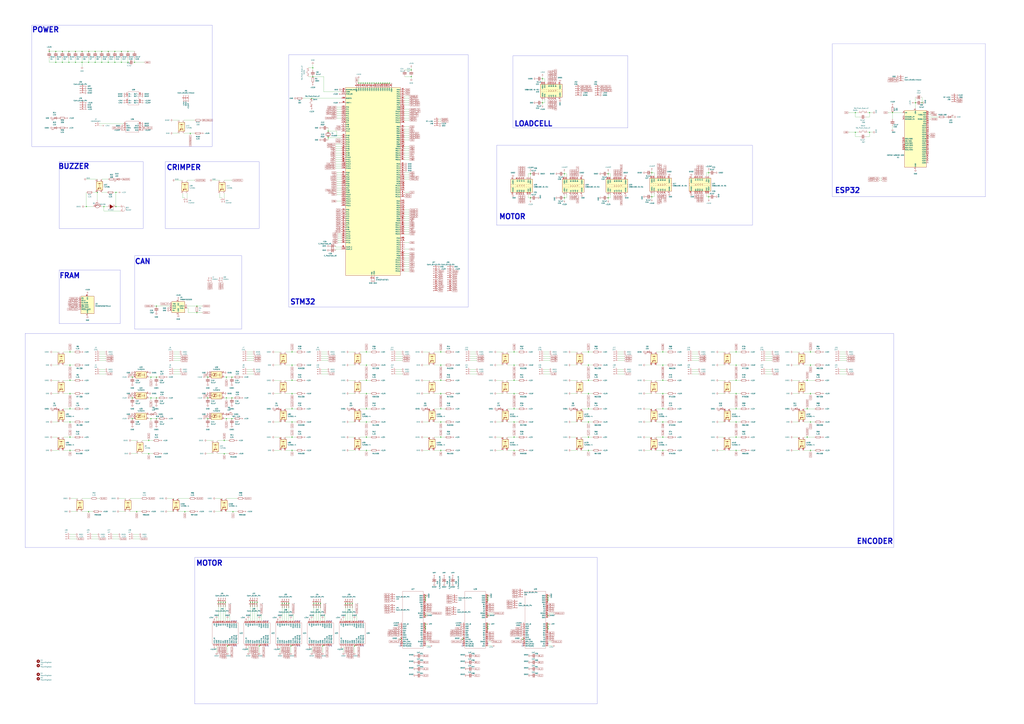
<source format=kicad_sch>
(kicad_sch (version 20231120) (generator "eeschema") (generator_version "8.0")
  (paper "A0")
  (lib_symbols
    (symbol "Connector:Conn_01x02_Pin" (pin_names (offset 1.016) hide)
      (property "Reference" "J" (at 0 2.54 0))
      (property "Value" "Conn_01x02_Pin" (at 0 -5.08 0))
      (symbol "Conn_01x02_Pin_1_1"
        (pin passive line (at 5.08 0 180) (length 3.81) (name "Pin_1") (number "1"))
        (pin passive line (at 5.08 -2.54 180) (length 3.81) (name "Pin_2") (number "2"))
      )
    )
    (symbol "Connector:Conn_01x03_Female" (pin_names (offset 1.016) hide)
      (property "Reference" "J" (at 0 5.08 0))
      (property "Value" "Conn_01x03_Female" (at 0 -5.08 0))
      (symbol "Conn_01x03_Female_1_1"
        (pin passive line (at -5.08 2.54 0) (length 3.81) (name "Pin_1") (number "1"))
        (pin passive line (at -5.08 0 0) (length 3.81) (name "Pin_2") (number "2"))
        (pin passive line (at -5.08 -2.54 0) (length 3.81) (name "Pin_3") (number "3"))
      )
    )
    (symbol "Connector:Conn_01x03_Pin" (pin_names (offset 1.016) hide)
      (property "Reference" "J" (at 0 5.08 0))
      (property "Value" "Conn_01x03_Pin" (at 0 -5.08 0))
      (symbol "Conn_01x03_Pin_1_1"
        (pin passive line (at 5.08 2.54 180) (length 3.81) (name "Pin_1") (number "1"))
        (pin passive line (at 5.08 0 180) (length 3.81) (name "Pin_2") (number "2"))
        (pin passive line (at 5.08 -2.54 180) (length 3.81) (name "Pin_3") (number "3"))
      )
    )
    (symbol "Connector:Conn_01x04_Male" (pin_names (offset 1.016) hide)
      (property "Reference" "J" (at 0 5.08 0))
      (property "Value" "Conn_01x04_Male" (at 0 -7.62 0))
      (symbol "Conn_01x04_Male_1_1"
        (pin passive line (at 5.08 2.54 180) (length 3.81) (name "Pin_1") (number "1"))
        (pin passive line (at 5.08 0 180) (length 3.81) (name "Pin_2") (number "2"))
        (pin passive line (at 5.08 -2.54 180) (length 3.81) (name "Pin_3") (number "3"))
        (pin passive line (at 5.08 -5.08 180) (length 3.81) (name "Pin_4") (number "4"))
      )
    )
    (symbol "Connector:Conn_01x04_Pin" (pin_names (offset 1.016) hide)
      (property "Reference" "J" (at 0 5.08 0))
      (property "Value" "Conn_01x04_Pin" (at 0 -7.62 0))
      (symbol "Conn_01x04_Pin_1_1"
        (pin passive line (at 5.08 2.54 180) (length 3.81) (name "Pin_1") (number "1"))
        (pin passive line (at 5.08 0 180) (length 3.81) (name "Pin_2") (number "2"))
        (pin passive line (at 5.08 -2.54 180) (length 3.81) (name "Pin_3") (number "3"))
        (pin passive line (at 5.08 -5.08 180) (length 3.81) (name "Pin_4") (number "4"))
      )
    )
    (symbol "Connector:Conn_01x05_Pin" (pin_names (offset 1.016) hide)
      (property "Reference" "J" (at 0 7.62 0))
      (property "Value" "Conn_01x05_Pin" (at 0 -7.62 0))
      (symbol "Conn_01x05_Pin_1_1"
        (pin passive line (at 5.08 5.08 180) (length 3.81) (name "Pin_1") (number "1"))
        (pin passive line (at 5.08 2.54 180) (length 3.81) (name "Pin_2") (number "2"))
        (pin passive line (at 5.08 0 180) (length 3.81) (name "Pin_3") (number "3"))
        (pin passive line (at 5.08 -2.54 180) (length 3.81) (name "Pin_4") (number "4"))
        (pin passive line (at 5.08 -5.08 180) (length 3.81) (name "Pin_5") (number "5"))
      )
    )
    (symbol "Connector:Conn_01x12_Pin" (pin_names (offset 1.016) hide)
      (property "Reference" "J" (at 0 15.24 0))
      (property "Value" "Conn_01x12_Pin" (at 0 -17.78 0))
      (symbol "Conn_01x12_Pin_1_1"
        (pin passive line (at 5.08 12.7 180) (length 3.81) (name "Pin_1") (number "1"))
        (pin passive line (at 5.08 -10.16 180) (length 3.81) (name "Pin_10") (number "10"))
        (pin passive line (at 5.08 -12.7 180) (length 3.81) (name "Pin_11") (number "11"))
        (pin passive line (at 5.08 -15.24 180) (length 3.81) (name "Pin_12") (number "12"))
        (pin passive line (at 5.08 10.16 180) (length 3.81) (name "Pin_2") (number "2"))
        (pin passive line (at 5.08 7.62 180) (length 3.81) (name "Pin_3") (number "3"))
        (pin passive line (at 5.08 5.08 180) (length 3.81) (name "Pin_4") (number "4"))
        (pin passive line (at 5.08 2.54 180) (length 3.81) (name "Pin_5") (number "5"))
        (pin passive line (at 5.08 0 180) (length 3.81) (name "Pin_6") (number "6"))
        (pin passive line (at 5.08 -2.54 180) (length 3.81) (name "Pin_7") (number "7"))
        (pin passive line (at 5.08 -5.08 180) (length 3.81) (name "Pin_8") (number "8"))
        (pin passive line (at 5.08 -7.62 180) (length 3.81) (name "Pin_9") (number "9"))
      )
    )
    (symbol "Device:Buzzer" (pin_names (offset 0.0254) hide)
      (property "Reference" "BZ" (at 3.81 1.27 0))
      (property "Value" "Buzzer" (at 3.81 -1.27 0))
      (symbol "Buzzer_1_1"
        (pin passive line (at -2.54 2.54 0) (length 2.54) (name "+") (number "1"))
        (pin passive line (at -2.54 -2.54 0) (length 2.54) (name "-") (number "2"))
      )
    )
    (symbol "Device:C" (pin_numbers hide) (pin_names (offset 0.254))
      (property "Reference" "C" (at 0.635 2.54 0))
      (property "Value" "C" (at 0.635 -2.54 0))
      (symbol "C_1_1"
        (pin passive line (at 0 3.81 270) (length 2.794) (name "~") (number "1"))
        (pin passive line (at 0 -3.81 90) (length 2.794) (name "~") (number "2"))
      )
    )
    (symbol "Device:C_Polarized_US" (pin_numbers hide) (pin_names (offset 0.254) hide)
      (property "Reference" "C" (at 0.635 2.54 0))
      (property "Value" "C_Polarized_US" (at 0.635 -2.54 0))
      (symbol "C_Polarized_US_1_1"
        (pin passive line (at 0 3.81 270) (length 2.794) (name "~") (number "1"))
        (pin passive line (at 0 -3.81 90) (length 3.302) (name "~") (number "2"))
      )
    )
    (symbol "Device:Crystal" (pin_numbers hide) (pin_names (offset 1.016) hide)
      (property "Reference" "Y" (at 0 3.81 0))
      (property "Value" "Crystal" (at 0 -3.81 0))
      (symbol "Crystal_1_1"
        (pin passive line (at -3.81 0 0) (length 1.27) (name "1") (number "1"))
        (pin passive line (at 3.81 0 180) (length 1.27) (name "2") (number "2"))
      )
    )
    (symbol "Device:LED" (pin_numbers hide) (pin_names (offset 1.016) hide)
      (property "Reference" "D" (at 0 2.54 0))
      (property "Value" "LED" (at 0 -2.54 0))
      (symbol "LED_1_1"
        (pin passive line (at -3.81 0 0) (length 2.54) (name "K") (number "1"))
        (pin passive line (at 3.81 0 180) (length 2.54) (name "A") (number "2"))
      )
    )
    (symbol "Device:R" (pin_numbers hide) (pin_names (offset 0))
      (property "Reference" "R" (at 2.032 0 90))
      (property "Value" "R" (at 0 0 90))
      (symbol "R_1_1"
        (pin passive line (at 0 3.81 270) (length 1.27) (name "~") (number "1"))
        (pin passive line (at 0 -3.81 90) (length 1.27) (name "~") (number "2"))
      )
    )
    (symbol "Interface_CAN_LIN:SN65HVD230" (pin_names (offset 1.016))
      (property "Reference" "U4" (at 2.1941 10.16 0))
      (property "Value" "SN65HVD232D" (at 2.1941 7.62 0))
      (symbol "SN65HVD230_1_1"
        (pin input line (at -10.16 2.54 0) (length 2.54) (name "TXD") (number "1"))
        (pin power_in line (at 0 -10.16 90) (length 2.54) (name "GND") (number "2"))
        (pin power_in line (at 0 7.62 270) (length 2.54) (name "VCC") (number "3"))
        (pin output line (at -10.16 0 0) (length 2.54) (name "RXD") (number "4"))
        (pin output line (at -10.16 -2.54 0) (length 2.54) (name "Vref") (number "5"))
        (pin bidirectional line (at 10.16 -2.54 180) (length 2.54) (name "CANL") (number "6"))
        (pin bidirectional line (at 10.16 0 180) (length 2.54) (name "CANH") (number "7"))
        (pin input line (at -10.16 -5.08 0) (length 2.54) (name "Rs") (number "8"))
      )
    )
    (symbol "Isolator:Si8641BC-B-IS1"
      (property "Reference" "U" (at 0 15.875 0))
      (property "Value" "Si8641BC-B-IS1" (at 0 13.97 0))
      (symbol "Si8641BC-B-IS1_1_1"
        (pin power_in line (at -10.16 10.16 0) (length 2.54) (name "VDD1") (number "1"))
        (pin input line (at 10.16 7.62 180) (length 2.54) (name "EN2") (number "10"))
        (pin input line (at 10.16 -5.08 180) (length 2.54) (name "B4") (number "11"))
        (pin output line (at 10.16 -2.54 180) (length 2.54) (name "B3") (number "12"))
        (pin output line (at 10.16 0 180) (length 2.54) (name "B2") (number "13"))
        (pin output line (at 10.16 2.54 180) (length 2.54) (name "B1") (number "14"))
        (pin power_in line (at 10.16 -10.16 180) (length 2.54) (name "GND2") (number "15"))
        (pin power_in line (at 10.16 10.16 180) (length 2.54) (name "VDD2") (number "16"))
        (pin power_in line (at -10.16 -10.16 0) (length 2.54) (name "GND1") (number "2"))
        (pin input line (at -10.16 2.54 0) (length 2.54) (name "A1") (number "3"))
        (pin input line (at -10.16 0 0) (length 2.54) (name "A2") (number "4"))
        (pin input line (at -10.16 -2.54 0) (length 2.54) (name "A3") (number "5"))
        (pin output line (at -10.16 -5.08 0) (length 2.54) (name "A4") (number "6"))
        (pin input line (at -10.16 7.62 0) (length 2.54) (name "EN1") (number "7"))
        (pin passive line (at -10.16 -10.16 0) (length 2.54) hide (name "GND1") (number "8"))
        (pin passive line (at 10.16 -10.16 180) (length 2.54) hide (name "GND2") (number "9"))
      )
    )
    (symbol "Isolator:TLP291"
      (property "Reference" "U" (at -5.08 5.08 0))
      (property "Value" "TLP291" (at 0 5.08 0))
      (symbol "TLP291_1_1"
        (pin passive line (at -7.62 2.54 0) (length 2.54) (name "~") (number "1"))
        (pin passive line (at -7.62 -2.54 0) (length 2.54) (name "~") (number "2"))
        (pin passive line (at 7.62 -2.54 180) (length 2.54) (name "~") (number "3"))
        (pin passive line (at 7.62 2.54 180) (length 2.54) (name "~") (number "4"))
      )
    )
    (symbol "Isolator:TLP291-4"
      (property "Reference" "U" (at -5.08 5.08 0))
      (property "Value" "TLP291-4" (at 0 5.08 0))
      (symbol "TLP291-4_1_1"
        (pin passive line (at -7.62 2.54 0) (length 2.54) (name "~") (number "1"))
        (pin passive line (at 7.62 -2.54 180) (length 2.54) (name "~") (number "15"))
        (pin passive line (at 7.62 2.54 180) (length 2.54) (name "~") (number "16"))
        (pin passive line (at -7.62 -2.54 0) (length 2.54) (name "~") (number "2"))
      )
      (symbol "TLP291-4_2_1"
        (pin passive line (at 7.62 -2.54 180) (length 2.54) (name "~") (number "13"))
        (pin passive line (at 7.62 2.54 180) (length 2.54) (name "~") (number "14"))
        (pin passive line (at -7.62 2.54 0) (length 2.54) (name "~") (number "3"))
        (pin passive line (at -7.62 -2.54 0) (length 2.54) (name "~") (number "4"))
      )
      (symbol "TLP291-4_3_1"
        (pin passive line (at 7.62 -2.54 180) (length 2.54) (name "~") (number "11"))
        (pin passive line (at 7.62 2.54 180) (length 2.54) (name "~") (number "12"))
        (pin passive line (at -7.62 2.54 0) (length 2.54) (name "~") (number "5"))
        (pin passive line (at -7.62 -2.54 0) (length 2.54) (name "~") (number "6"))
      )
      (symbol "TLP291-4_4_1"
        (pin passive line (at 7.62 2.54 180) (length 2.54) (name "~") (number "10"))
        (pin passive line (at -7.62 2.54 0) (length 2.54) (name "~") (number "7"))
        (pin passive line (at -7.62 -2.54 0) (length 2.54) (name "~") (number "8"))
        (pin passive line (at 7.62 -2.54 180) (length 2.54) (name "~") (number "9"))
      )
    )
    (symbol "MCU_ST_STM32F4:STM32F407IGTx"
      (property "Reference" "U" (at -30.48 110.49 0))
      (property "Value" "STM32F407IGTx" (at 25.4 110.49 0))
      (symbol "STM32F407IGTx_1_1"
        (pin bidirectional line (at 38.1 -71.12 180) (length 5.08) (name "PE2") (number "1"))
        (pin bidirectional line (at 38.1 -17.78 180) (length 5.08) (name "PC15") (number "10"))
        (pin bidirectional line (at 38.1 -53.34 180) (length 5.08) (name "PD12") (number "100"))
        (pin bidirectional line (at 38.1 -55.88 180) (length 5.08) (name "PD13") (number "101"))
        (pin passive line (at 0 -114.3 90) (length 5.08) hide (name "VSS") (number "102"))
        (pin power_in line (at 5.08 114.3 270) (length 5.08) (name "VDD") (number "103"))
        (pin bidirectional line (at 38.1 -58.42 180) (length 5.08) (name "PD14") (number "104"))
        (pin bidirectional line (at 38.1 -60.96 180) (length 5.08) (name "PD15") (number "105"))
        (pin bidirectional line (at -35.56 5.08 0) (length 5.08) (name "PG2") (number "106"))
        (pin bidirectional line (at -35.56 2.54 0) (length 5.08) (name "PG3") (number "107"))
        (pin bidirectional line (at -35.56 0 0) (length 5.08) (name "PG4") (number "108"))
        (pin bidirectional line (at -35.56 -2.54 0) (length 5.08) (name "PG5") (number "109"))
        (pin bidirectional line (at -35.56 63.5 0) (length 5.08) (name "PI9") (number "11"))
        (pin bidirectional line (at -35.56 -5.08 0) (length 5.08) (name "PG6") (number "110"))
        (pin bidirectional line (at -35.56 -7.62 0) (length 5.08) (name "PG7") (number "111"))
        (pin bidirectional line (at -35.56 -10.16 0) (length 5.08) (name "PG8") (number "112"))
        (pin passive line (at 0 -114.3 90) (length 5.08) hide (name "VSS") (number "113"))
        (pin power_in line (at 7.62 114.3 270) (length 5.08) (name "VDD") (number "114"))
        (pin bidirectional line (at 38.1 5.08 180) (length 5.08) (name "PC6") (number "115"))
        (pin bidirectional line (at 38.1 2.54 180) (length 5.08) (name "PC7") (number "116"))
        (pin bidirectional line (at 38.1 0 180) (length 5.08) (name "PC8") (number "117"))
        (pin bidirectional line (at 38.1 -2.54 180) (length 5.08) (name "PC9") (number "118"))
        (pin bidirectional line (at 38.1 86.36 180) (length 5.08) (name "PA8") (number "119"))
        (pin bidirectional line (at -35.56 60.96 0) (length 5.08) (name "PI10") (number "12"))
        (pin bidirectional line (at 38.1 83.82 180) (length 5.08) (name "PA9") (number "120"))
        (pin bidirectional line (at 38.1 81.28 180) (length 5.08) (name "PA10") (number "121"))
        (pin bidirectional line (at 38.1 78.74 180) (length 5.08) (name "PA11") (number "122"))
        (pin bidirectional line (at 38.1 76.2 180) (length 5.08) (name "PA12") (number "123"))
        (pin bidirectional line (at 38.1 73.66 180) (length 5.08) (name "PA13") (number "124"))
        (pin power_out line (at -35.56 -78.74 0) (length 5.08) (name "VCAP_2") (number "125"))
        (pin passive line (at 0 -114.3 90) (length 5.08) hide (name "VSS") (number "126"))
        (pin power_in line (at 10.16 114.3 270) (length 5.08) (name "VDD") (number "127"))
        (pin bidirectional line (at -35.56 20.32 0) (length 5.08) (name "PH13") (number "128"))
        (pin bidirectional line (at -35.56 17.78 0) (length 5.08) (name "PH14") (number "129"))
        (pin bidirectional line (at -35.56 58.42 0) (length 5.08) (name "PI11") (number "13"))
        (pin bidirectional line (at -35.56 15.24 0) (length 5.08) (name "PH15") (number "130"))
        (pin bidirectional line (at -35.56 86.36 0) (length 5.08) (name "PI0") (number "131"))
        (pin bidirectional line (at -35.56 83.82 0) (length 5.08) (name "PI1") (number "132"))
        (pin bidirectional line (at -35.56 81.28 0) (length 5.08) (name "PI2") (number "133"))
        (pin bidirectional line (at -35.56 78.74 0) (length 5.08) (name "PI3") (number "134"))
        (pin passive line (at 0 -114.3 90) (length 5.08) hide (name "VSS") (number "135"))
        (pin power_in line (at 12.7 114.3 270) (length 5.08) (name "VDD") (number "136"))
        (pin bidirectional line (at 38.1 71.12 180) (length 5.08) (name "PA14") (number "137"))
        (pin bidirectional line (at 38.1 68.58 180) (length 5.08) (name "PA15") (number "138"))
        (pin bidirectional line (at 38.1 -5.08 180) (length 5.08) (name "PC10") (number "139"))
        (pin power_in line (at 0 -114.3 90) (length 5.08) (name "VSS") (number "14"))
        (pin bidirectional line (at 38.1 -7.62 180) (length 5.08) (name "PC11") (number "140"))
        (pin bidirectional line (at 38.1 -10.16 180) (length 5.08) (name "PC12") (number "141"))
        (pin bidirectional line (at 38.1 -22.86 180) (length 5.08) (name "PD0") (number "142"))
        (pin bidirectional line (at 38.1 -25.4 180) (length 5.08) (name "PD1") (number "143"))
        (pin bidirectional line (at 38.1 -27.94 180) (length 5.08) (name "PD2") (number "144"))
        (pin bidirectional line (at 38.1 -30.48 180) (length 5.08) (name "PD3") (number "145"))
        (pin bidirectional line (at 38.1 -33.02 180) (length 5.08) (name "PD4") (number "146"))
        (pin bidirectional line (at 38.1 -35.56 180) (length 5.08) (name "PD5") (number "147"))
        (pin passive line (at 0 -114.3 90) (length 5.08) hide (name "VSS") (number "148"))
        (pin power_in line (at 15.24 114.3 270) (length 5.08) (name "VDD") (number "149"))
        (pin power_in line (at -15.24 114.3 270) (length 5.08) (name "VDD") (number "15"))
        (pin bidirectional line (at 38.1 -38.1 180) (length 5.08) (name "PD6") (number "150"))
        (pin bidirectional line (at 38.1 -40.64 180) (length 5.08) (name "PD7") (number "151"))
        (pin bidirectional line (at -35.56 -12.7 0) (length 5.08) (name "PG9") (number "152"))
        (pin bidirectional line (at -35.56 -15.24 0) (length 5.08) (name "PG10") (number "153"))
        (pin bidirectional line (at -35.56 -17.78 0) (length 5.08) (name "PG11") (number "154"))
        (pin bidirectional line (at -35.56 -20.32 0) (length 5.08) (name "PG12") (number "155"))
        (pin bidirectional line (at -35.56 -22.86 0) (length 5.08) (name "PG13") (number "156"))
        (pin bidirectional line (at -35.56 -25.4 0) (length 5.08) (name "PG14") (number "157"))
        (pin passive line (at 0 -114.3 90) (length 5.08) hide (name "VSS") (number "158"))
        (pin power_in line (at 17.78 114.3 270) (length 5.08) (name "VDD") (number "159"))
        (pin bidirectional line (at -35.56 -33.02 0) (length 5.08) (name "PF0") (number "16"))
        (pin bidirectional line (at -35.56 -27.94 0) (length 5.08) (name "PG15") (number "160"))
        (pin bidirectional line (at 38.1 55.88 180) (length 5.08) (name "PB3") (number "161"))
        (pin bidirectional line (at 38.1 53.34 180) (length 5.08) (name "PB4") (number "162"))
        (pin bidirectional line (at 38.1 50.8 180) (length 5.08) (name "PB5") (number "163"))
        (pin bidirectional line (at 38.1 48.26 180) (length 5.08) (name "PB6") (number "164"))
        (pin bidirectional line (at 38.1 45.72 180) (length 5.08) (name "PB7") (number "165"))
        (pin input line (at -35.56 96.52 0) (length 5.08) (name "BOOT0") (number "166"))
        (pin bidirectional line (at 38.1 43.18 180) (length 5.08) (name "PB8") (number "167"))
        (pin bidirectional line (at 38.1 40.64 180) (length 5.08) (name "PB9") (number "168"))
        (pin bidirectional line (at 38.1 -66.04 180) (length 5.08) (name "PE0") (number "169"))
        (pin bidirectional line (at -35.56 -35.56 0) (length 5.08) (name "PF1") (number "17"))
        (pin bidirectional line (at 38.1 -68.58 180) (length 5.08) (name "PE1") (number "170"))
        (pin input line (at -35.56 101.6 0) (length 5.08) (name "PDR_ON") (number "171"))
        (pin power_in line (at 20.32 114.3 270) (length 5.08) (name "VDD") (number "172"))
        (pin bidirectional line (at -35.56 76.2 0) (length 5.08) (name "PI4") (number "173"))
        (pin bidirectional line (at -35.56 73.66 0) (length 5.08) (name "PI5") (number "174"))
        (pin bidirectional line (at -35.56 71.12 0) (length 5.08) (name "PI6") (number "175"))
        (pin bidirectional line (at -35.56 68.58 0) (length 5.08) (name "PI7") (number "176"))
        (pin bidirectional line (at -35.56 -38.1 0) (length 5.08) (name "PF2") (number "18"))
        (pin bidirectional line (at -35.56 -40.64 0) (length 5.08) (name "PF3") (number "19"))
        (pin bidirectional line (at 38.1 -73.66 180) (length 5.08) (name "PE3") (number "2"))
        (pin bidirectional line (at -35.56 -43.18 0) (length 5.08) (name "PF4") (number "20"))
        (pin bidirectional line (at -35.56 -45.72 0) (length 5.08) (name "PF5") (number "21"))
        (pin passive line (at 0 -114.3 90) (length 5.08) hide (name "VSS") (number "22"))
        (pin power_in line (at -12.7 114.3 270) (length 5.08) (name "VDD") (number "23"))
        (pin bidirectional line (at -35.56 -48.26 0) (length 5.08) (name "PF6") (number "24"))
        (pin bidirectional line (at -35.56 -50.8 0) (length 5.08) (name "PF7") (number "25"))
        (pin bidirectional line (at -35.56 -53.34 0) (length 5.08) (name "PF8") (number "26"))
        (pin bidirectional line (at -35.56 -55.88 0) (length 5.08) (name "PF9") (number "27"))
        (pin bidirectional line (at -35.56 -58.42 0) (length 5.08) (name "PF10") (number "28"))
        (pin bidirectional line (at -35.56 53.34 0) (length 5.08) (name "PH0") (number "29"))
        (pin bidirectional line (at 38.1 -76.2 180) (length 5.08) (name "PE4") (number "3"))
        (pin bidirectional line (at -35.56 50.8 0) (length 5.08) (name "PH1") (number "30"))
        (pin input line (at -35.56 104.14 0) (length 5.08) (name "NRST") (number "31"))
        (pin bidirectional line (at 38.1 20.32 180) (length 5.08) (name "PC0") (number "32"))
        (pin bidirectional line (at 38.1 17.78 180) (length 5.08) (name "PC1") (number "33"))
        (pin bidirectional line (at 38.1 15.24 180) (length 5.08) (name "PC2") (number "34"))
        (pin bidirectional line (at 38.1 12.7 180) (length 5.08) (name "PC3") (number "35"))
        (pin power_in line (at -10.16 114.3 270) (length 5.08) (name "VDD") (number "36"))
        (pin power_in line (at 2.54 -114.3 90) (length 5.08) (name "VSSA") (number "37"))
        (pin input line (at -35.56 91.44 0) (length 5.08) (name "VREF+") (number "38"))
        (pin power_in line (at 22.86 114.3 270) (length 5.08) (name "VDDA") (number "39"))
        (pin bidirectional line (at 38.1 -78.74 180) (length 5.08) (name "PE5") (number "4"))
        (pin bidirectional line (at 38.1 106.68 180) (length 5.08) (name "PA0") (number "40"))
        (pin bidirectional line (at 38.1 104.14 180) (length 5.08) (name "PA1") (number "41"))
        (pin bidirectional line (at 38.1 101.6 180) (length 5.08) (name "PA2") (number "42"))
        (pin bidirectional line (at -35.56 48.26 0) (length 5.08) (name "PH2") (number "43"))
        (pin bidirectional line (at -35.56 45.72 0) (length 5.08) (name "PH3") (number "44"))
        (pin bidirectional line (at -35.56 43.18 0) (length 5.08) (name "PH4") (number "45"))
        (pin bidirectional line (at -35.56 40.64 0) (length 5.08) (name "PH5") (number "46"))
        (pin bidirectional line (at 38.1 99.06 180) (length 5.08) (name "PA3") (number "47"))
        (pin input line (at -35.56 106.68 0) (length 5.08) (name "BYPASS_REG") (number "48"))
        (pin power_in line (at -7.62 114.3 270) (length 5.08) (name "VDD") (number "49"))
        (pin bidirectional line (at 38.1 -81.28 180) (length 5.08) (name "PE6") (number "5"))
        (pin bidirectional line (at 38.1 96.52 180) (length 5.08) (name "PA4") (number "50"))
        (pin bidirectional line (at 38.1 93.98 180) (length 5.08) (name "PA5") (number "51"))
        (pin bidirectional line (at 38.1 91.44 180) (length 5.08) (name "PA6") (number "52"))
        (pin bidirectional line (at 38.1 88.9 180) (length 5.08) (name "PA7") (number "53"))
        (pin bidirectional line (at 38.1 10.16 180) (length 5.08) (name "PC4") (number "54"))
        (pin bidirectional line (at 38.1 7.62 180) (length 5.08) (name "PC5") (number "55"))
        (pin bidirectional line (at 38.1 63.5 180) (length 5.08) (name "PB0") (number "56"))
        (pin bidirectional line (at 38.1 60.96 180) (length 5.08) (name "PB1") (number "57"))
        (pin bidirectional line (at 38.1 58.42 180) (length 5.08) (name "PB2") (number "58"))
        (pin bidirectional line (at -35.56 -60.96 0) (length 5.08) (name "PF11") (number "59"))
        (pin power_in line (at -17.78 114.3 270) (length 5.08) (name "VBAT") (number "6"))
        (pin bidirectional line (at -35.56 -63.5 0) (length 5.08) (name "PF12") (number "60"))
        (pin passive line (at 0 -114.3 90) (length 5.08) hide (name "VSS") (number "61"))
        (pin power_in line (at -5.08 114.3 270) (length 5.08) (name "VDD") (number "62"))
        (pin bidirectional line (at -35.56 -66.04 0) (length 5.08) (name "PF13") (number "63"))
        (pin bidirectional line (at -35.56 -68.58 0) (length 5.08) (name "PF14") (number "64"))
        (pin bidirectional line (at -35.56 -71.12 0) (length 5.08) (name "PF15") (number "65"))
        (pin bidirectional line (at -35.56 10.16 0) (length 5.08) (name "PG0") (number "66"))
        (pin bidirectional line (at -35.56 7.62 0) (length 5.08) (name "PG1") (number "67"))
        (pin bidirectional line (at 38.1 -83.82 180) (length 5.08) (name "PE7") (number "68"))
        (pin bidirectional line (at 38.1 -86.36 180) (length 5.08) (name "PE8") (number "69"))
        (pin bidirectional line (at -35.56 66.04 0) (length 5.08) (name "PI8") (number "7"))
        (pin bidirectional line (at 38.1 -88.9 180) (length 5.08) (name "PE9") (number "70"))
        (pin passive line (at 0 -114.3 90) (length 5.08) hide (name "VSS") (number "71"))
        (pin power_in line (at -2.54 114.3 270) (length 5.08) (name "VDD") (number "72"))
        (pin bidirectional line (at 38.1 -91.44 180) (length 5.08) (name "PE10") (number "73"))
        (pin bidirectional line (at 38.1 -93.98 180) (length 5.08) (name "PE11") (number "74"))
        (pin bidirectional line (at 38.1 -96.52 180) (length 5.08) (name "PE12") (number "75"))
        (pin bidirectional line (at 38.1 -99.06 180) (length 5.08) (name "PE13") (number "76"))
        (pin bidirectional line (at 38.1 -101.6 180) (length 5.08) (name "PE14") (number "77"))
        (pin bidirectional line (at 38.1 -104.14 180) (length 5.08) (name "PE15") (number "78"))
        (pin bidirectional line (at 38.1 38.1 180) (length 5.08) (name "PB10") (number "79"))
        (pin bidirectional line (at 38.1 -12.7 180) (length 5.08) (name "PC13") (number "8"))
        (pin bidirectional line (at 38.1 35.56 180) (length 5.08) (name "PB11") (number "80"))
        (pin power_out line (at -35.56 -76.2 0) (length 5.08) (name "VCAP_1") (number "81"))
        (pin power_in line (at 0 114.3 270) (length 5.08) (name "VDD") (number "82"))
        (pin bidirectional line (at -35.56 38.1 0) (length 5.08) (name "PH6") (number "83"))
        (pin bidirectional line (at -35.56 35.56 0) (length 5.08) (name "PH7") (number "84"))
        (pin bidirectional line (at -35.56 33.02 0) (length 5.08) (name "PH8") (number "85"))
        (pin bidirectional line (at -35.56 30.48 0) (length 5.08) (name "PH9") (number "86"))
        (pin bidirectional line (at -35.56 27.94 0) (length 5.08) (name "PH10") (number "87"))
        (pin bidirectional line (at -35.56 25.4 0) (length 5.08) (name "PH11") (number "88"))
        (pin bidirectional line (at -35.56 22.86 0) (length 5.08) (name "PH12") (number "89"))
        (pin bidirectional line (at 38.1 -15.24 180) (length 5.08) (name "PC14") (number "9"))
        (pin passive line (at 0 -114.3 90) (length 5.08) hide (name "VSS") (number "90"))
        (pin power_in line (at 2.54 114.3 270) (length 5.08) (name "VDD") (number "91"))
        (pin bidirectional line (at 38.1 33.02 180) (length 5.08) (name "PB12") (number "92"))
        (pin bidirectional line (at 38.1 30.48 180) (length 5.08) (name "PB13") (number "93"))
        (pin bidirectional line (at 38.1 27.94 180) (length 5.08) (name "PB14") (number "94"))
        (pin bidirectional line (at 38.1 25.4 180) (length 5.08) (name "PB15") (number "95"))
        (pin bidirectional line (at 38.1 -43.18 180) (length 5.08) (name "PD8") (number "96"))
        (pin bidirectional line (at 38.1 -45.72 180) (length 5.08) (name "PD9") (number "97"))
        (pin bidirectional line (at 38.1 -48.26 180) (length 5.08) (name "PD10") (number "98"))
        (pin bidirectional line (at 38.1 -50.8 180) (length 5.08) (name "PD11") (number "99"))
      )
    )
    (symbol "Mechanical:MountingHole" (pin_names (offset 1.016))
      (property "Reference" "H" (at 0 5.08 0))
      (property "Value" "MountingHole" (at 0 3.175 0))
    )
    (symbol "Memory_Flash:MX25R3235FM2xx1"
      (property "Reference" "U" (at -5.08 11.43 0))
      (property "Value" "MX25R3235FM2xx1" (at 11.43 11.43 0))
      (symbol "MX25R3235FM2xx1_1_1"
        (pin input line (at -10.16 7.62 0) (length 2.54) (name "~{CS}") (number "1"))
        (pin bidirectional line (at -10.16 0 0) (length 2.54) (name "SO/SIO1") (number "2"))
        (pin bidirectional line (at -10.16 -2.54 0) (length 2.54) (name "~{WP}/SIO2") (number "3"))
        (pin power_in line (at 0 -12.7 90) (length 2.54) (name "GND") (number "4"))
        (pin bidirectional line (at -10.16 2.54 0) (length 2.54) (name "SI/SIO0") (number "5"))
        (pin input line (at -10.16 5.08 0) (length 2.54) (name "SCLK") (number "6"))
        (pin bidirectional line (at -10.16 -5.08 0) (length 2.54) (name "~{HOLD}/SIO3") (number "7"))
        (pin power_in line (at 0 12.7 270) (length 2.54) (name "VCC") (number "8"))
      )
    )
    (symbol "RF_Module:ESP32-WROOM-32D"
      (property "Reference" "U" (at -12.7 34.29 0))
      (property "Value" "ESP32-WROOM-32D" (at 1.27 34.29 0))
      (symbol "ESP32-WROOM-32D_1_1"
        (pin power_in line (at 0 -35.56 90) (length 2.54) (name "GND") (number "1"))
        (pin bidirectional line (at 15.24 -12.7 180) (length 2.54) (name "IO25") (number "10"))
        (pin bidirectional line (at 15.24 -15.24 180) (length 2.54) (name "IO26") (number "11"))
        (pin bidirectional line (at 15.24 -17.78 180) (length 2.54) (name "IO27") (number "12"))
        (pin bidirectional line (at 15.24 10.16 180) (length 2.54) (name "IO14") (number "13"))
        (pin bidirectional line (at 15.24 15.24 180) (length 2.54) (name "IO12") (number "14"))
        (pin passive line (at 0 -35.56 90) (length 2.54) hide (name "GND") (number "15"))
        (pin bidirectional line (at 15.24 12.7 180) (length 2.54) (name "IO13") (number "16"))
        (pin bidirectional line (at -15.24 -5.08 0) (length 2.54) (name "SHD/SD2") (number "17"))
        (pin bidirectional line (at -15.24 -7.62 0) (length 2.54) (name "SWP/SD3") (number "18"))
        (pin bidirectional line (at -15.24 -12.7 0) (length 2.54) (name "SCS/CMD") (number "19"))
        (pin power_in line (at 0 35.56 270) (length 2.54) (name "VDD") (number "2"))
        (pin bidirectional line (at -15.24 -10.16 0) (length 2.54) (name "SCK/CLK") (number "20"))
        (pin bidirectional line (at -15.24 0 0) (length 2.54) (name "SDO/SD0") (number "21"))
        (pin bidirectional line (at -15.24 -2.54 0) (length 2.54) (name "SDI/SD1") (number "22"))
        (pin bidirectional line (at 15.24 7.62 180) (length 2.54) (name "IO15") (number "23"))
        (pin bidirectional line (at 15.24 25.4 180) (length 2.54) (name "IO2") (number "24"))
        (pin bidirectional line (at 15.24 30.48 180) (length 2.54) (name "IO0") (number "25"))
        (pin bidirectional line (at 15.24 20.32 180) (length 2.54) (name "IO4") (number "26"))
        (pin bidirectional line (at 15.24 5.08 180) (length 2.54) (name "IO16") (number "27"))
        (pin bidirectional line (at 15.24 2.54 180) (length 2.54) (name "IO17") (number "28"))
        (pin bidirectional line (at 15.24 17.78 180) (length 2.54) (name "IO5") (number "29"))
        (pin input line (at -15.24 30.48 0) (length 2.54) (name "EN") (number "3"))
        (pin bidirectional line (at 15.24 0 180) (length 2.54) (name "IO18") (number "30"))
        (pin bidirectional line (at 15.24 -2.54 180) (length 2.54) (name "IO19") (number "31"))
        (pin no_connect line (at -12.7 -27.94 0) (length 2.54) hide (name "NC") (number "32"))
        (pin bidirectional line (at 15.24 -5.08 180) (length 2.54) (name "IO21") (number "33"))
        (pin bidirectional line (at 15.24 22.86 180) (length 2.54) (name "RXD0/IO3") (number "34"))
        (pin bidirectional line (at 15.24 27.94 180) (length 2.54) (name "TXD0/IO1") (number "35"))
        (pin bidirectional line (at 15.24 -7.62 180) (length 2.54) (name "IO22") (number "36"))
        (pin bidirectional line (at 15.24 -10.16 180) (length 2.54) (name "IO23") (number "37"))
        (pin passive line (at 0 -35.56 90) (length 2.54) hide (name "GND") (number "38"))
        (pin passive line (at 0 -35.56 90) (length 2.54) hide (name "GND") (number "39"))
        (pin input line (at -15.24 25.4 0) (length 2.54) (name "SENSOR_VP") (number "4"))
        (pin input line (at -15.24 22.86 0) (length 2.54) (name "SENSOR_VN") (number "5"))
        (pin input line (at 15.24 -25.4 180) (length 2.54) (name "IO34") (number "6"))
        (pin input line (at 15.24 -27.94 180) (length 2.54) (name "IO35") (number "7"))
        (pin bidirectional line (at 15.24 -20.32 180) (length 2.54) (name "IO32") (number "8"))
        (pin bidirectional line (at 15.24 -22.86 180) (length 2.54) (name "IO33") (number "9"))
      )
    )
    (symbol "Switch:SW_Push_Dual_x2" (pin_names (offset 1.016) hide)
      (property "Reference" "SW" (at 1.27 2.54 0))
      (property "Value" "SW_Push_Dual_x2" (at 0 -1.524 0))
      (symbol "SW_Push_Dual_x2_1_1"
        (pin passive line (at -5.08 0 0) (length 2.54) (name "C") (number "1"))
        (pin passive line (at 5.08 0 180) (length 2.54) (name "D") (number "2"))
      )
      (symbol "SW_Push_Dual_x2_2_1"
        (pin passive line (at -5.08 0 0) (length 2.54) (name "C") (number "3"))
        (pin passive line (at 5.08 0 180) (length 2.54) (name "D") (number "4"))
      )
    )
    (symbol "TLP141G_2"
      (property "Reference" "U33" (at 1.27 -8.89 0))
      (property "Value" "TLP2372" (at 1.27 -6.35 0))
      (symbol "TLP141G_2_1_1"
        (pin passive line (at -7.62 2.54 0) (length 2.54) (name "~") (number "1"))
        (pin passive line (at -7.62 -2.54 0) (length 2.54) (name "~") (number "3"))
        (pin passive line (at 10.16 -2.54 180) (length 2.54) (name "~") (number "4"))
        (pin passive line (at 10.16 0 180) (length 2.54) (name "~") (number "5"))
        (pin passive line (at 10.16 2.54 180) (length 2.54) (name "~") (number "6"))
      )
    )
    (symbol "Transistor_BJT:BCX56" (pin_names (offset 0) hide)
      (property "Reference" "Q" (at 5.08 1.905 0))
      (property "Value" "BCX56" (at 5.08 0 0))
      (symbol "BCX56_1_1"
        (pin input line (at -5.08 0 0) (length 5.715) (name "B") (number "1"))
        (pin passive line (at 2.54 5.08 270) (length 2.54) (name "C") (number "2"))
        (pin passive line (at 2.54 -5.08 90) (length 2.54) (name "E") (number "3"))
      )
    )
    (symbol "dcdcModule:D-SUN_STEPDOWN_CONVERTER"
      (property "Reference" "U" (at 0 2.54 0))
      (symbol "D-SUN_STEPDOWN_CONVERTER_1_1"
        (pin power_in line (at 0 0 0) (length 2.54) (name "IN-") (number "1"))
        (pin power_in line (at 0 -2.54 0) (length 2.54) (name "IN-") (number "2"))
        (pin power_in line (at 0 -7.62 0) (length 2.54) (name "IN+") (number "3"))
        (pin power_in line (at 0 -10.16 0) (length 2.54) (name "IN+") (number "4"))
        (pin power_out line (at 17.78 -10.16 180) (length 2.54) (name "OUT+") (number "5"))
        (pin power_out line (at 17.78 -7.62 180) (length 2.54) (name "OUT+") (number "6"))
        (pin power_out line (at 17.78 -2.54 180) (length 2.54) (name "OUT-") (number "7"))
        (pin power_out line (at 17.78 0 180) (length 2.54) (name "OUT-") (number "8"))
      )
    )
    (symbol "power:+12V" (power) (pin_names (offset 0))
      (property "Value" "+12V" (at 0 3.556 0))
      (symbol "+12V_1_1"
        (pin power_in line (at 0 0 90) (length 0) hide (name "+12V") (number "1"))
      )
    )
    (symbol "power:+24V" (power) (pin_names (offset 0))
      (property "Value" "+24V" (at 0 3.556 0))
      (symbol "+24V_1_1"
        (pin power_in line (at 0 0 90) (length 0) hide (name "+24V") (number "1"))
      )
    )
    (symbol "power:+3.3V" (power) (pin_names (offset 0))
      (property "Value" "+3.3V" (at 0 3.556 0))
      (symbol "+3.3V_1_1"
        (pin power_in line (at 0 0 90) (length 0) hide (name "+3.3V") (number "1"))
      )
    )
    (symbol "power:+3.3VP" (power) (pin_names (offset 0))
      (property "Value" "+3.3VP" (at 0 2.54 0))
      (symbol "+3.3VP_0_0"
        (pin power_in line (at 0 0 90) (length 0) hide (name "+3.3VP") (number "1"))
      )
    )
    (symbol "power:+3V3" (power) (pin_names (offset 0))
      (property "Value" "+3V3" (at 0 3.556 0))
      (symbol "+3V3_1_1"
        (pin power_in line (at 0 0 90) (length 0) hide (name "+3V3") (number "1"))
      )
    )
    (symbol "power:GND" (power) (pin_names (offset 0))
      (property "Value" "GND" (at 0 -3.81 0))
      (symbol "GND_1_1"
        (pin power_in line (at 0 0 270) (length 0) hide (name "GND") (number "1"))
      )
    )
    (symbol "power:GND1" (power) (pin_names (offset 0))
      (property "Value" "GND1" (at 0 -3.81 0))
      (symbol "GND1_1_1"
        (pin power_in line (at 0 0 270) (length 0) hide (name "GND1") (number "1"))
      )
    )
    (symbol "power:GND2" (power) (pin_names (offset 0))
      (property "Value" "GND2" (at 0 -3.81 0))
      (symbol "GND2_1_1"
        (pin power_in line (at 0 0 270) (length 0) hide (name "GND2") (number "1"))
      )
    )
    (symbol "power:GNDS" (power) (pin_names (offset 0))
      (property "Value" "GNDS" (at 0 -3.81 0))
      (symbol "GNDS_1_1"
        (pin power_in line (at 0 0 270) (length 0) hide (name "GNDS") (number "1"))
      )
    )
    (symbol "power:VPP" (power) (pin_names (offset 0))
      (property "Value" "VPP" (at 0 3.81 0))
      (symbol "VPP_1_1"
        (pin power_in line (at 0 0 90) (length 0) hide (name "VPP") (number "1"))
      )
    )
    (symbol "pspice:DIODE" (pin_names (offset 1.016) hide)
      (property "Reference" "D" (at 0 3.81 0))
      (property "Value" "DIODE" (at 0 -4.445 0))
      (symbol "DIODE_1_1"
        (pin input line (at -5.08 0 0) (length 3.81) (name "K") (number "1"))
        (pin input line (at 5.08 0 180) (length 3.81) (name "A") (number "2"))
      )
    )
    (symbol "relay:AGN20012"
      (property "Reference" "U" (at -3.302 10.16 0))
      (symbol "AGN20012_1_1"
        (pin power_in line (at -2.54 0 0) (length 2.54) (name "+") (number "1"))
        (pin power_in line (at -2.54 -2.54 0) (length 2.54) (name "NC1") (number "2"))
        (pin power_in line (at -2.54 -5.08 0) (length 2.54) (name "COM1") (number "3"))
        (pin power_in line (at -2.54 -7.62 0) (length 2.54) (name "NO1") (number "4"))
        (pin power_in line (at 17.78 -7.62 180) (length 2.54) (name "NO2") (number "5"))
        (pin power_in line (at 17.78 -5.08 180) (length 2.54) (name "COM2") (number "6"))
        (pin power_in line (at 17.78 -2.54 180) (length 2.54) (name "NC2") (number "7"))
        (pin power_in line (at 17.78 0 180) (length 2.54) (name "-") (number "8"))
      )
    )
    (symbol "tmc5160:tmc5160-bob"
      (property "Reference" "U22" (at -34.6075 -10.16 90))
      (property "Value" "~" (at 0 0 0))
      (symbol "tmc5160-bob_1_1"
        (pin power_in line (at -49.53 19.05 0) (length 2.54) (name "VCC_IO") (number "1"))
        (pin power_in line (at -49.53 -3.81 0) (length 2.54) (name "REFL(PLS)") (number "10"))
        (pin power_in line (at -49.53 -6.35 0) (length 2.54) (name "REFR(DIR)") (number "11"))
        (pin power_in line (at -20.32 -6.35 180) (length 2.54) (name "ENCN") (number "12"))
        (pin power_in line (at -20.32 -3.81 180) (length 2.54) (name "ENCB") (number "13"))
        (pin power_in line (at -20.32 -1.27 180) (length 2.54) (name "ENCA") (number "14"))
        (pin power_in line (at -20.32 1.27 180) (length 2.54) (name "DIAG0") (number "15"))
        (pin power_in line (at -20.32 3.81 180) (length 2.54) (name "GND") (number "16"))
        (pin power_in line (at -20.32 6.35 180) (length 2.54) (name "A1") (number "17"))
        (pin power_in line (at -20.32 8.89 180) (length 2.54) (name "A2") (number "18"))
        (pin power_in line (at -20.32 11.43 180) (length 2.54) (name "B1") (number "19"))
        (pin power_in line (at -49.53 16.51 0) (length 2.54) (name "GND") (number "2"))
        (pin power_in line (at -20.32 13.97 180) (length 2.54) (name "B2") (number "20"))
        (pin power_in line (at -20.32 16.51 180) (length 2.54) (name "GND") (number "21"))
        (pin power_in line (at -20.32 19.05 180) (length 2.54) (name "VM") (number "22"))
        (pin power_in line (at -49.53 13.97 0) (length 2.54) (name "CSN") (number "3"))
        (pin input line (at -49.53 11.43 0) (length 2.54) (name "SCK") (number "4"))
        (pin input line (at -49.53 8.89 0) (length 2.54) (name "SDI") (number "5"))
        (pin input line (at -49.53 6.35 0) (length 2.54) (name "SDO") (number "6"))
        (pin power_in line (at -49.53 3.81 0) (length 2.54) (name "GND") (number "7"))
        (pin power_in line (at -49.53 1.27 0) (length 2.54) (name "CLK16") (number "8"))
        (pin power_in line (at -49.53 -1.27 0) (length 2.54) (name "DRV_ENN") (number "9"))
      )
    )
    (symbol "tmc5160:tmc5160-custom"
      (property "Reference" "U" (at 3.81 -3.81 0))
      (symbol "tmc5160-custom_1_1"
        (pin power_in line (at 1.27 25.4 0) (length 2.54) (name "VCC_IO") (number "1"))
        (pin power_in line (at 1.27 2.54 0) (length 2.54) (name "REFL(PLS)") (number "10"))
        (pin power_in line (at 1.27 0 0) (length 2.54) (name "REFR(DIR)") (number "11"))
        (pin power_in line (at 30.48 0 180) (length 2.54) (name "12V") (number "12"))
        (pin power_in line (at 30.48 2.54 180) (length 2.54) (name "NC") (number "13"))
        (pin power_in line (at 30.48 5.08 180) (length 2.54) (name "DIAG0") (number "14"))
        (pin power_in line (at 30.48 7.62 180) (length 2.54) (name "A2") (number "15"))
        (pin power_in line (at 30.48 10.16 180) (length 2.54) (name "A1") (number "16"))
        (pin power_in line (at 30.48 12.7 180) (length 2.54) (name "B2") (number "17"))
        (pin power_in line (at 30.48 15.24 180) (length 2.54) (name "B1") (number "18"))
        (pin power_in line (at 30.48 17.78 180) (length 2.54) (name "VM") (number "19"))
        (pin power_in line (at 1.27 22.86 0) (length 2.54) (name "GND") (number "2"))
        (pin power_in line (at 30.48 20.32 180) (length 2.54) (name "VM") (number "20"))
        (pin power_in line (at 30.48 22.86 180) (length 2.54) (name "VM") (number "21"))
        (pin power_in line (at 30.48 25.4 180) (length 2.54) (name "VM") (number "22"))
        (pin power_in line (at 30.48 58.42 180) (length 2.54) (name "GND") (number "23"))
        (pin power_in line (at 30.48 55.88 180) (length 2.54) (name "GND") (number "24"))
        (pin power_in line (at 30.48 53.34 180) (length 2.54) (name "GND") (number "25"))
        (pin power_in line (at 30.48 50.8 180) (length 2.54) (name "GND") (number "26"))
        (pin power_in line (at 30.48 48.26 180) (length 2.54) (name "B1") (number "27"))
        (pin power_in line (at 30.48 45.72 180) (length 2.54) (name "B2") (number "28"))
        (pin power_in line (at 30.48 43.18 180) (length 2.54) (name "A1") (number "29"))
        (pin power_in line (at 1.27 20.32 0) (length 2.54) (name "CSN") (number "3"))
        (pin power_in line (at 30.48 40.64 180) (length 2.54) (name "A2") (number "30"))
        (pin power_in line (at 30.48 38.1 180) (length 2.54) (name "DIAG0") (number "31"))
        (pin power_in line (at 30.48 35.56 180) (length 2.54) (name "GND") (number "32"))
        (pin power_in line (at 30.48 33.02 180) (length 2.54) (name "GND") (number "33"))
        (pin input line (at 1.27 17.78 0) (length 2.54) (name "SCK") (number "4"))
        (pin input line (at 1.27 15.24 0) (length 2.54) (name "SDI") (number "5"))
        (pin input line (at 1.27 12.7 0) (length 2.54) (name "SDO") (number "6"))
        (pin power_in line (at 1.27 10.16 0) (length 2.54) (name "GND") (number "7"))
        (pin power_in line (at 1.27 7.62 0) (length 2.54) (name "CLK16") (number "8"))
        (pin power_in line (at 1.27 5.08 0) (length 2.54) (name "DRV_ENN") (number "9"))
      )
    )
  )
  (junction (at 494.03 692.15))
  (junction (at 81.28 474.98))
  (junction (at 439.42 96.52))
  (junction (at 511.81 408.94))
  (junction (at 494.03 715.01))
  (junction (at 769.62 424.18))
  (junction (at 339.09 490.22))
  (junction (at 854.71 508))
  (junction (at 1070.61 119.38))
  (junction (at 636.27 715.01))
  (junction (at 81.28 508))
  (junction (at 1036.32 130.81))
  (junction (at 372.11 701.04))
  (junction (at 133.35 59.69))
  (junction (at 452.12 96.52))
  (junction (at 134.62 223.52))
  (junction (at 477.52 81.28))
  (junction (at 87.63 59.69))
  (junction (at 769.62 457.2))
  (junction (at 181.61 486.41))
  (junction (at 434.34 96.52))
  (junction (at 854.71 441.96))
  (junction (at 1009.65 130.81))
  (junction (at 260.35 511.81))
  (junction (at 339.09 408.94))
  (junction (at 683.26 508))
  (junction (at 683.26 424.18))
  (junction (at 261.62 699.77))
  (junction (at 566.42 727.71))
  (junction (at 566.42 692.15))
  (junction (at 494.03 694.69))
  (junction (at 425.45 474.98))
  (junction (at 64.77 72.39))
  (junction (at 941.07 457.2))
  (junction (at 406.4 701.04))
  (junction (at 655.32 229.87))
  (junction (at 596.9 474.98))
  (junction (at 330.2 701.04))
  (junction (at 629.92 119.38))
  (junction (at 262.89 486.41))
  (junction (at 364.49 701.04))
  (junction (at 228.6 363.22))
  (junction (at 175.26 462.28))
  (junction (at 566.42 715.01))
  (junction (at 854.71 424.18))
  (junction (at 381 160.02))
  (junction (at 511.81 441.96))
  (junction (at 262.89 438.15))
  (junction (at 425.45 523.24))
  (junction (at 95.25 72.39))
  (junction (at 615.95 201.93))
  (junction (at 241.3 462.28))
  (junction (at 769.62 474.98))
  (junction (at 254 699.77))
  (junction (at 148.59 72.39))
  (junction (at 241.3 438.15))
  (junction (at 1062.99 119.38))
  (junction (at 337.82 750.57))
  (junction (at 220.98 154.94))
  (junction (at 447.04 96.52))
  (junction (at 361.95 114.3))
  (junction (at 408.94 701.04))
  (junction (at 566.42 697.23))
  (junction (at 494.03 697.23))
  (junction (at 269.24 438.15))
  (junction (at 566.42 730.25))
  (junction (at 80.01 72.39))
  (junction (at 153.67 462.28))
  (junction (at 937.26 474.98))
  (junction (at 339.09 523.24))
  (junction (at 300.99 750.57))
  (junction (at 335.28 701.04))
  (junction (at 854.71 523.24))
  (junction (at 854.71 457.2))
  (junction (at 854.71 408.94))
  (junction (at 100.33 240.03))
  (junction (at 854.71 474.98))
  (junction (at 596.9 490.22))
  (junction (at 756.92 228.6))
  (junction (at 140.97 72.39))
  (junction (at 332.74 701.04))
  (junction (at 636.27 697.23))
  (junction (at 72.39 72.39))
  (junction (at 228.6 355.6))
  (junction (at 81.28 424.18))
  (junction (at 537.21 742.95))
  (junction (at 102.87 72.39))
  (junction (at 363.22 88.9))
  (junction (at 822.96 200.66))
  (junction (at 655.32 201.93))
  (junction (at 706.12 229.87))
  (junction (at 156.21 72.39))
  (junction (at 269.24 486.41))
  (junction (at 381 152.4))
  (junction (at 153.67 438.15))
  (junction (at 596.9 523.24))
  (junction (at 401.32 701.04))
  (junction (at 511.81 490.22))
  (junction (at 941.07 523.24))
  (junction (at 290.83 699.77))
  (junction (at 511.81 508))
  (junction (at 295.91 699.77))
  (junction (at 425.45 441.96))
  (junction (at 683.26 490.22))
  (junction (at 566.42 725.17))
  (junction (at 118.11 59.69))
  (junction (at 683.26 441.96))
  (junction (at 102.87 594.36))
  (junction (at 769.62 508))
  (junction (at 339.09 508))
  (junction (at 327.66 701.04))
  (junction (at 769.62 408.94))
  (junction (at 57.15 59.69))
  (junction (at 596.9 424.18))
  (junction (at 181.61 438.15))
  (junction (at 494.03 725.17))
  (junction (at 339.09 441.96))
  (junction (at 260.35 527.05))
  (junction (at 937.26 441.96))
  (junction (at 993.14 130.81))
  (junction (at 429.26 96.52))
  (junction (at 374.65 750.57))
  (junction (at 102.87 59.69))
  (junction (at 511.81 424.18))
  (junction (at 941.07 408.94))
  (junction (at 444.5 96.52))
  (junction (at 511.81 523.24))
  (junction (at 421.64 96.52))
  (junction (at 566.42 694.69))
  (junction (at 769.62 523.24))
  (junction (at 256.54 699.77))
  (junction (at 270.51 594.36))
  (junction (at 615.95 229.87))
  (junction (at 264.16 750.57))
  (junction (at 511.81 457.2))
  (junction (at 596.9 441.96))
  (junction (at 941.07 490.22))
  (junction (at 596.9 508))
  (junction (at 125.73 72.39))
  (junction (at 172.72 511.81))
  (junction (at 369.57 701.04))
  (junction (at 339.09 424.18))
  (junction (at 683.26 523.24))
  (junction (at 367.03 701.04))
  (junction (at 424.18 96.52))
  (junction (at 436.88 96.52))
  (junction (at 153.67 486.41))
  (junction (at 425.45 408.94))
  (junction (at 81.28 408.94))
  (junction (at 110.49 59.69))
  (junction (at 449.58 96.52))
  (junction (at 140.97 59.69))
  (junction (at 683.26 474.98))
  (junction (at 431.8 96.52))
  (junction (at 134.62 240.03))
  (junction (at 607.06 742.95))
  (junction (at 81.28 523.24))
  (junction (at 993.14 153.67))
  (junction (at 425.45 457.2))
  (junction (at 854.71 490.22))
  (junction (at 363.22 78.74))
  (junction (at 120.65 240.03))
  (junction (at 293.37 699.77))
  (junction (at 419.1 96.52))
  (junction (at 425.45 490.22))
  (junction (at 494.03 727.71))
  (junction (at 425.45 508))
  (junction (at 636.27 730.25))
  (junction (at 411.48 750.57))
  (junction (at 477.52 88.9))
  (junction (at 87.63 72.39))
  (junction (at 403.86 701.04))
  (junction (at 706.12 201.93))
  (junction (at 769.62 441.96))
  (junction (at 511.81 474.98))
  (junction (at 181.61 355.6))
  (junction (at 64.77 59.69))
  (junction (at 683.26 408.94))
  (junction (at 148.59 59.69))
  (junction (at 269.24 462.28))
  (junction (at 113.03 223.52))
  (junction (at 464.82 742.95))
  (junction (at 756.92 200.66))
  (junction (at 636.27 727.71))
  (junction (at 125.73 59.69))
  (junction (at 175.26 486.41))
  (junction (at 339.09 474.98))
  (junction (at 175.26 438.15))
  (junction (at 636.27 692.15))
  (junction (at 441.96 96.52))
  (junction (at 81.28 490.22))
  (junction (at 596.9 408.94))
  (junction (at 214.63 594.36))
  (junction (at 636.27 725.17))
  (junction (at 95.25 59.69))
  (junction (at 133.35 72.39))
  (junction (at 941.07 424.18))
  (junction (at 298.45 699.77))
  (junction (at 181.61 462.28))
  (junction (at 81.28 457.2))
  (junction (at 426.72 96.52))
  (junction (at 72.39 59.69))
  (junction (at 636.27 694.69))
  (junction (at 822.96 228.6))
  (junction (at 118.11 72.39))
  (junction (at 80.01 59.69))
  (junction (at 339.09 457.2))
  (junction (at 81.28 441.96))
  (junction (at 937.26 508))
  (junction (at 683.26 457.2))
  (junction (at 1009.65 153.67))
  (junction (at 494.03 730.25))
  (junction (at 425.45 424.18))
  (junction (at 172.72 527.05))
  (junction (at 416.56 96.52))
  (junction (at 769.62 490.22))
  (junction (at 158.75 594.36))
  (junction (at 262.89 462.28))
  (junction (at 241.3 486.41))
  (junction (at 596.9 457.2))
  (junction (at 110.49 72.39))
  (junction (at 259.08 699.77))
  (junction (at 629.92 91.44))
  (no_connect (at 347.98 750.57))
  (no_connect (at 347.98 721.36))
  (no_connect (at 607.06 750.57))
  (no_connect (at 419.1 750.57))
  (no_connect (at 384.81 721.36))
  (no_connect (at 271.78 721.36))
  (no_connect (at 271.78 750.57))
  (no_connect (at 379.73 721.36))
  (no_connect (at 636.27 748.03))
  (no_connect (at 494.03 748.03))
  (no_connect (at 269.24 721.36))
  (no_connect (at 308.61 750.57))
  (no_connect (at 311.15 750.57))
  (no_connect (at 384.81 750.57))
  (no_connect (at 306.07 721.36))
  (no_connect (at 421.64 721.36))
  (no_connect (at 537.21 748.03))
  (no_connect (at 566.42 748.03))
  (no_connect (at 311.15 721.36))
  (no_connect (at 464.82 748.03))
  (no_connect (at 416.56 721.36))
  (no_connect (at 382.27 750.57))
  (no_connect (at 464.82 750.57))
  (no_connect (at 382.27 721.36))
  (no_connect (at 345.44 721.36))
  (no_connect (at 274.32 750.57))
  (no_connect (at 274.32 721.36))
  (no_connect (at 342.9 721.36))
  (no_connect (at 421.64 750.57))
  (no_connect (at 308.61 721.36))
  (no_connect (at 537.21 750.57))
  (no_connect (at 419.1 721.36))
  (no_connect (at 607.06 748.03))
  (no_connect (at 345.44 750.57))
  (wire (pts (xy 260.35 486.41) (xy 262.89 486.41)))
  (wire (pts (xy 1036.32 130.81) (xy 1047.75 130.81)))
  (wire (pts (xy 474.98 271.78) (xy 469.9 271.78)))
  (wire (pts (xy 537.21 740.41) (xy 537.21 742.95)))
  (wire (pts (xy 264.16 750.57) (xy 266.7 750.57)))
  (wire (pts (xy 601.98 424.18) (xy 596.9 424.18)))
  (wire (pts (xy 1062.99 119.38) (xy 1062.99 125.73)))
  (wire (pts (xy 295.91 699.77) (xy 295.91 721.36)))
  (wire (pts (xy 946.15 457.2) (xy 941.07 457.2)))
  (wire (pts (xy 552.45 431.8) (xy 546.1 431.8)))
  (wire (pts (xy 896.62 419.1) (xy 889 419.1)))
  (wire (pts (xy 847.09 523.24) (xy 854.71 523.24)))
  (wire (pts (xy 636.27 715.01) (xy 636.27 717.55)))
  (wire (pts (xy 300.99 718.82) (xy 300.99 721.36)))
  (wire (pts (xy 151.13 486.41) (xy 153.67 486.41)))
  (wire (pts (xy 491.49 424.18) (xy 499.11 424.18)))
  (wire (pts (xy 209.55 434.34) (xy 201.93 434.34)))
  (wire (pts (xy 391.16 205.74) (xy 396.24 205.74)))
  (wire (pts (xy 200.66 139.7) (xy 208.28 139.7)))
  (wire (pts (xy 566.42 692.15) (xy 566.42 694.69)))
  (wire (pts (xy 389.89 187.96) (xy 396.24 187.96)))
  (wire (pts (xy 151.13 462.28) (xy 153.67 462.28)))
  (wire (pts (xy 859.79 424.18) (xy 854.71 424.18)))
  (wire (pts (xy 339.09 474.98) (xy 331.47 474.98)))
  (wire (pts (xy 998.22 135.89) (xy 993.14 135.89)))
  (wire (pts (xy 662.94 424.18) (xy 670.56 424.18)))
  (wire (pts (xy 425.45 523.24) (xy 430.53 523.24)))
  (wire (pts (xy 683.26 408.94) (xy 675.64 408.94)))
  (wire (pts (xy 125.73 67.31) (xy 125.73 72.39)))
  (wire (pts (xy 266.7 713.74) (xy 266.7 721.36)))
  (wire (pts (xy 576.58 441.96) (xy 584.2 441.96)))
  (wire (pts (xy 161.29 623.57) (xy 154.94 623.57)))
  (wire (pts (xy 638.81 419.1) (xy 631.19 419.1)))
  (wire (pts (xy 318.77 457.2) (xy 326.39 457.2)))
  (wire (pts (xy 570.23 745.49) (xy 566.42 745.49)))
  (wire (pts (xy 156.21 72.39) (xy 156.21 67.31)))
  (wire (pts (xy 769.62 408.94) (xy 762 408.94)))
  (wire (pts (xy 121.92 429.26) (xy 115.57 429.26)))
  (wire (pts (xy 937.26 441.96) (xy 933.45 441.96)))
  (wire (pts (xy 655.32 232.41) (xy 655.32 229.87)))
  (wire (pts (xy 941.07 424.18) (xy 933.45 424.18)))
  (wire (pts (xy 596.9 523.24) (xy 601.98 523.24)))
  (wire (pts (xy 175.26 438.15) (xy 181.61 438.15)))
  (wire (pts (xy 86.36 508) (xy 81.28 508)))
  (wire (pts (xy 820.42 200.66) (xy 820.42 204.47)))
  (wire (pts (xy 241.3 438.15) (xy 242.57 438.15)))
  (wire (pts (xy 318.77 424.18) (xy 326.39 424.18)))
  (wire (pts (xy 1009.65 130.81) (xy 1007.11 130.81)))
  (wire (pts (xy 769.62 508) (xy 762 508)))
  (wire (pts (xy 293.37 431.8) (xy 287.02 431.8)))
  (wire (pts (xy 688.34 508) (xy 683.26 508)))
  (wire (pts (xy 411.48 758.19) (xy 411.48 750.57)))
  (wire (pts (xy 854.71 508) (xy 847.09 508)))
  (wire (pts (xy 933.45 523.24) (xy 941.07 523.24)))
  (wire (pts (xy 982.98 419.1) (xy 975.36 419.1)))
  (wire (pts (xy 392.43 279.4) (xy 396.24 279.4)))
  (wire (pts (xy 1098.55 135.89) (xy 1097.28 135.89)))
  (wire (pts (xy 854.71 441.96) (xy 847.09 441.96)))
  (wire (pts (xy 95.25 72.39) (xy 87.63 72.39)))
  (wire (pts (xy 389.89 172.72) (xy 396.24 172.72)))
  (wire (pts (xy 172.72 528.32) (xy 172.72 527.05)))
  (wire (pts (xy 811.53 416.56) (xy 803.91 416.56)))
  (wire (pts (xy 571.5 750.57) (xy 566.42 750.57)))
  (wire (pts (xy 811.53 434.34) (xy 803.91 434.34)))
  (wire (pts (xy 361.95 114.3) (xy 396.24 114.3)))
  (wire (pts (xy 425.45 458.47) (xy 425.45 457.2)))
  (wire (pts (xy 121.92 411.48) (xy 115.57 411.48)))
  (wire (pts (xy 1009.65 153.67) (xy 1009.65 158.75)))
  (wire (pts (xy 339.09 490.22) (xy 331.47 490.22)))
  (wire (pts (xy 60.96 508) (xy 68.58 508)))
  (wire (pts (xy 566.42 697.23) (xy 566.42 699.77)))
  (wire (pts (xy 769.62 473.71) (xy 769.62 474.98)))
  (wire (pts (xy 937.26 506.73) (xy 937.26 508)))
  (wire (pts (xy 613.41 201.93) (xy 613.41 205.74)))
  (wire (pts (xy 576.58 457.2) (xy 584.2 457.2)))
  (wire (pts (xy 405.13 457.2) (xy 412.75 457.2)))
  (wire (pts (xy 474.98 114.3) (xy 469.9 114.3)))
  (wire (pts (xy 405.13 508) (xy 412.75 508)))
  (wire (pts (xy 262.89 462.28) (xy 269.24 462.28)))
  (wire (pts (xy 425.45 407.67) (xy 425.45 408.94)))
  (wire (pts (xy 998.22 158.75) (xy 993.14 158.75)))
  (wire (pts (xy 632.46 119.38) (xy 632.46 115.57)))
  (wire (pts (xy 391.16 233.68) (xy 396.24 233.68)))
  (wire (pts (xy 822.96 198.12) (xy 822.96 200.66)))
  (wire (pts (xy 494.03 727.71) (xy 494.03 730.25)))
  (wire (pts (xy 566.42 730.25) (xy 566.42 732.79)))
  (wire (pts (xy 937.26 440.69) (xy 937.26 441.96)))
  (wire (pts (xy 511.81 425.45) (xy 511.81 424.18)))
  (wire (pts (xy 294.64 416.56) (xy 287.02 416.56)))
  (wire (pts (xy 246.38 209.55) (xy 255.27 209.55)))
  (wire (pts (xy 683.26 474.98) (xy 675.64 474.98)))
  (wire (pts (xy 688.34 424.18) (xy 683.26 424.18)))
  (wire (pts (xy 566.42 715.01) (xy 566.42 717.55)))
  (wire (pts (xy 389.89 185.42) (xy 396.24 185.42)))
  (wire (pts (xy 110.49 67.31) (xy 110.49 72.39)))
  (wire (pts (xy 516.89 490.22) (xy 511.81 490.22)))
  (wire (pts (xy 946.15 424.18) (xy 941.07 424.18)))
  (wire (pts (xy 123.19 434.34) (xy 115.57 434.34)))
  (wire (pts (xy 218.44 363.22) (xy 218.44 358.14)))
  (wire (pts (xy 344.17 441.96) (xy 339.09 441.96)))
  (wire (pts (xy 208.28 411.48) (xy 201.93 411.48)))
  (wire (pts (xy 207.01 579.12) (xy 219.71 579.12)))
  (wire (pts (xy 552.45 411.48) (xy 546.1 411.48)))
  (wire (pts (xy 64.77 59.69) (xy 72.39 59.69)))
  (wire (pts (xy 339.09 441.96) (xy 331.47 441.96)))
  (wire (pts (xy 220.98 156.21) (xy 220.98 154.94)))
  (wire (pts (xy 118.11 240.03) (xy 120.65 240.03)))
  (wire (pts (xy 86.36 474.98) (xy 81.28 474.98)))
  (wire (pts (xy 392.43 281.94) (xy 396.24 281.94)))
  (wire (pts (xy 294.64 434.34) (xy 287.02 434.34)))
  (wire (pts (xy 57.15 67.31) (xy 57.15 72.39)))
  (wire (pts (xy 240.03 511.81) (xy 247.65 511.81)))
  (wire (pts (xy 396.24 157.48) (xy 391.16 157.48)))
  (wire (pts (xy 941.07 425.45) (xy 941.07 424.18)))
  (wire (pts (xy 425.45 524.51) (xy 425.45 523.24)))
  (wire (pts (xy 57.15 59.69) (xy 64.77 59.69)))
  (wire (pts (xy 391.16 218.44) (xy 396.24 218.44)))
  (wire (pts (xy 552.45 429.26) (xy 546.1 429.26)))
  (wire (pts (xy 655.32 201.93) (xy 655.32 205.74)))
  (wire (pts (xy 683.26 490.22) (xy 675.64 490.22)))
  (wire (pts (xy 375.92 88.9) (xy 375.92 106.68)))
  (wire (pts (xy 474.98 259.08) (xy 469.9 259.08)))
  (wire (pts (xy 596.9 524.51) (xy 596.9 523.24)))
  (wire (pts (xy 516.89 457.2) (xy 511.81 457.2)))
  (wire (pts (xy 339.09 508) (xy 331.47 508)))
  (wire (pts (xy 474.98 160.02) (xy 469.9 160.02)))
  (wire (pts (xy 81.28 523.24) (xy 86.36 523.24)))
  (wire (pts (xy 993.14 153.67) (xy 996.95 153.67)))
  (wire (pts (xy 474.98 152.4) (xy 469.9 152.4)))
  (wire (pts (xy 854.71 425.45) (xy 854.71 424.18)))
  (wire (pts (xy 271.78 486.41) (xy 269.24 486.41)))
  (wire (pts (xy 756.92 228.6) (xy 756.92 224.79)))
  (wire (pts (xy 250.19 579.12) (xy 257.81 579.12)))
  (wire (pts (xy 1079.5 156.21) (xy 1078.23 156.21)))
  (wire (pts (xy 774.7 474.98) (xy 769.62 474.98)))
  (wire (pts (xy 636.27 697.23) (xy 636.27 699.77)))
  (wire (pts (xy 100.33 208.28) (xy 113.03 208.28)))
  (wire (pts (xy 615.95 232.41) (xy 615.95 229.87)))
  (wire (pts (xy 576.58 508) (xy 584.2 508)))
  (wire (pts (xy 339.09 424.18) (xy 331.47 424.18)))
  (wire (pts (xy 474.98 127) (xy 469.9 127)))
  (wire (pts (xy 447.04 96.52) (xy 449.58 96.52)))
  (wire (pts (xy 683.26 508) (xy 675.64 508)))
  (wire (pts (xy 452.12 96.52) (xy 454.66 96.52)))
  (wire (pts (xy 657.86 229.87) (xy 655.32 229.87)))
  (wire (pts (xy 389.89 195.58) (xy 396.24 195.58)))
  (wire (pts (xy 769.62 474.98) (xy 762 474.98)))
  (wire (pts (xy 293.37 411.48) (xy 287.02 411.48)))
  (wire (pts (xy 419.1 96.52) (xy 421.64 96.52)))
  (wire (pts (xy 474.98 261.62) (xy 469.9 261.62)))
  (wire (pts (xy 113.03 579.12) (xy 115.57 579.12)))
  (wire (pts (xy 596.9 473.71) (xy 596.9 474.98)))
  (wire (pts (xy 339.09 491.49) (xy 339.09 490.22)))
  (wire (pts (xy 441.96 96.52) (xy 444.5 96.52)))
  (wire (pts (xy 822.96 200.66) (xy 822.96 204.47)))
  (wire (pts (xy 72.39 59.69) (xy 80.01 59.69)))
  (wire (pts (xy 60.96 441.96) (xy 68.58 441.96)))
  (wire (pts (xy 474.98 137.16) (xy 469.9 137.16)))
  (wire (pts (xy 629.92 95.25) (xy 629.92 91.44)))
  (wire (pts (xy 102.87 595.63) (xy 102.87 594.36)))
  (wire (pts (xy 425.45 474.98) (xy 417.83 474.98)))
  (wire (pts (xy 1021.08 207.01) (xy 1023.62 207.01)))
  (wire (pts (xy 636.27 694.69) (xy 636.27 697.23)))
  (wire (pts (xy 255.27 229.87) (xy 257.81 229.87)))
  (wire (pts (xy 81.28 458.47) (xy 81.28 457.2)))
  (wire (pts (xy 252.73 527.05) (xy 260.35 527.05)))
  (wire (pts (xy 596.9 407.67) (xy 596.9 408.94)))
  (wire (pts (xy 175.26 464.82) (xy 175.26 462.28)))
  (wire (pts (xy 511.81 491.49) (xy 511.81 490.22)))
  (wire (pts (xy 416.56 96.52) (xy 419.1 96.52)))
  (wire (pts (xy 474.98 134.62) (xy 469.9 134.62)))
  (wire (pts (xy 774.7 441.96) (xy 769.62 441.96)))
  (wire (pts (xy 260.35 462.28) (xy 262.89 462.28)))
  (wire (pts (xy 683.26 506.73) (xy 683.26 508)))
  (wire (pts (xy 337.82 718.82) (xy 337.82 721.36)))
  (wire (pts (xy 293.37 699.77) (xy 293.37 721.36)))
  (wire (pts (xy 706.12 201.93) (xy 706.12 205.74)))
  (wire (pts (xy 184.15 462.28) (xy 181.61 462.28)))
  (wire (pts (xy 811.53 419.1) (xy 803.91 419.1)))
  (wire (pts (xy 985.52 130.81) (xy 993.14 130.81)))
  (wire (pts (xy 377.19 713.74) (xy 377.19 721.36)))
  (wire (pts (xy 381 416.56) (xy 373.38 416.56)))
  (wire (pts (xy 209.55 414.02) (xy 201.93 414.02)))
  (wire (pts (xy 474.98 208.28) (xy 469.9 208.28)))
  (wire (pts (xy 920.75 408.94) (xy 928.37 408.94)))
  (wire (pts (xy 137.16 623.57) (xy 130.81 623.57)))
  (wire (pts (xy 262.89 486.41) (xy 269.24 486.41)))
  (wire (pts (xy 494.03 715.01) (xy 494.03 717.55)))
  (wire (pts (xy 392.43 274.32) (xy 396.24 274.32)))
  (wire (pts (xy 683.26 407.67) (xy 683.26 408.94)))
  (wire (pts (xy 511.81 441.96) (xy 504.19 441.96)))
  (wire (pts (xy 774.7 408.94) (xy 769.62 408.94)))
  (wire (pts (xy 596.9 490.22) (xy 589.28 490.22)))
  (wire (pts (xy 474.98 299.72) (xy 469.9 299.72)))
  (wire (pts (xy 834.39 457.2) (xy 842.01 457.2)))
  (wire (pts (xy 339.09 407.67) (xy 339.09 408.94)))
  (wire (pts (xy 425.45 424.18) (xy 417.83 424.18)))
  (wire (pts (xy 494.03 725.17) (xy 494.03 727.71)))
  (wire (pts (xy 318.77 408.94) (xy 326.39 408.94)))
  (wire (pts (xy 920.75 424.18) (xy 928.37 424.18)))
  (wire (pts (xy 194.31 594.36) (xy 201.93 594.36)))
  (wire (pts (xy 491.49 490.22) (xy 499.11 490.22)))
  (wire (pts (xy 213.36 139.7) (xy 226.06 139.7)))
  (wire (pts (xy 474.98 248.92) (xy 469.9 248.92)))
  (wire (pts (xy 344.17 424.18) (xy 339.09 424.18)))
  (wire (pts (xy 769.62 506.73) (xy 769.62 508)))
  (wire (pts (xy 389.89 287.02) (xy 396.24 287.02)))
  (wire (pts (xy 238.76 486.41) (xy 241.3 486.41)))
  (wire (pts (xy 151.13 579.12) (xy 163.83 579.12)))
  (wire (pts (xy 381 162.56) (xy 381 160.02)))
  (wire (pts (xy 153.67 462.28) (xy 154.94 462.28)))
  (wire (pts (xy 430.53 408.94) (xy 425.45 408.94)))
  (wire (pts (xy 97.79 240.03) (xy 100.33 240.03)))
  (wire (pts (xy 148.59 59.69) (xy 156.21 59.69)))
  (wire (pts (xy 214.63 594.36) (xy 207.01 594.36)))
  (wire (pts (xy 596.9 491.49) (xy 596.9 490.22)))
  (wire (pts (xy 688.34 474.98) (xy 683.26 474.98)))
  (wire (pts (xy 64.77 72.39) (xy 57.15 72.39)))
  (wire (pts (xy 474.98 177.8) (xy 469.9 177.8)))
  (wire (pts (xy 706.12 232.41) (xy 706.12 229.87)))
  (wire (pts (xy 511.81 524.51) (xy 511.81 523.24)))
  (wire (pts (xy 344.17 508) (xy 339.09 508)))
  (wire (pts (xy 469.9 88.9) (xy 477.52 88.9)))
  (wire (pts (xy 241.3 486.41) (xy 242.57 486.41)))
  (wire (pts (xy 769.62 424.18) (xy 762 424.18)))
  (wire (pts (xy 895.35 411.48) (xy 889 411.48)))
  (wire (pts (xy 474.98 180.34) (xy 469.9 180.34)))
  (wire (pts (xy 576.58 408.94) (xy 584.2 408.94)))
  (wire (pts (xy 270.51 594.36) (xy 275.59 594.36)))
  (wire (pts (xy 82.55 594.36) (xy 90.17 594.36)))
  (wire (pts (xy 372.11 701.04) (xy 372.11 721.36)))
  (wire (pts (xy 1031.24 130.81) (xy 1036.32 130.81)))
  (wire (pts (xy 325.12 718.82) (xy 325.12 721.36)))
  (wire (pts (xy 895.35 408.94) (xy 889 408.94)))
  (wire (pts (xy 756.92 200.66) (xy 756.92 204.47)))
  (wire (pts (xy 615.95 226.06) (xy 615.95 229.87)))
  (wire (pts (xy 87.63 623.57) (xy 81.28 623.57)))
  (wire (pts (xy 637.54 408.94) (xy 631.19 408.94)))
  (wire (pts (xy 683.26 441.96) (xy 675.64 441.96)))
  (wire (pts (xy 391.16 137.16) (xy 396.24 137.16)))
  (wire (pts (xy 234.95 363.22) (xy 228.6 363.22)))
  (wire (pts (xy 810.26 429.26) (xy 803.91 429.26)))
  (wire (pts (xy 172.72 511.81) (xy 165.1 511.81)))
  (wire (pts (xy 121.92 408.94) (xy 115.57 408.94)))
  (wire (pts (xy 452.12 96.52) (xy 449.58 96.52)))
  (wire (pts (xy 636.27 727.71) (xy 636.27 730.25)))
  (wire (pts (xy 723.9 408.94) (xy 717.55 408.94)))
  (wire (pts (xy 425.45 425.45) (xy 425.45 424.18)))
  (wire (pts (xy 756.92 198.12) (xy 756.92 200.66)))
  (wire (pts (xy 1080.77 133.35) (xy 1078.23 133.35)))
  (wire (pts (xy 374.65 758.19) (xy 374.65 750.57)))
  (wire (pts (xy 725.17 416.56) (xy 717.55 416.56)))
  (wire (pts (xy 511.81 490.22) (xy 504.19 490.22)))
  (wire (pts (xy 391.16 157.48) (xy 391.16 152.4)))
  (wire (pts (xy 854.71 457.2) (xy 847.09 457.2)))
  (wire (pts (xy 636.27 730.25) (xy 636.27 732.79)))
  (wire (pts (xy 238.76 462.28) (xy 241.3 462.28)))
  (wire (pts (xy 425.45 457.2) (xy 417.83 457.2)))
  (wire (pts (xy 125.73 72.39) (xy 118.11 72.39)))
  (wire (pts (xy 118.11 59.69) (xy 125.73 59.69)))
  (wire (pts (xy 100.33 240.03) (xy 107.95 240.03)))
  (wire (pts (xy 212.09 224.79) (xy 212.09 229.87)))
  (wire (pts (xy 254 699.77) (xy 254 721.36)))
  (wire (pts (xy 474.98 254) (xy 469.9 254)))
  (wire (pts (xy 491.49 457.2) (xy 499.11 457.2)))
  (wire (pts (xy 749.3 424.18) (xy 756.92 424.18)))
  (wire (pts (xy 379.73 408.94) (xy 373.38 408.94)))
  (wire (pts (xy 339.09 506.73) (xy 339.09 508)))
  (wire (pts (xy 339.09 523.24) (xy 344.17 523.24)))
  (wire (pts (xy 86.36 424.18) (xy 81.28 424.18)))
  (wire (pts (xy 226.06 209.55) (xy 217.17 209.55)))
  (wire (pts (xy 381 434.34) (xy 373.38 434.34)))
  (wire (pts (xy 184.15 438.15) (xy 181.61 438.15)))
  (wire (pts (xy 81.28 407.67) (xy 81.28 408.94)))
  (wire (pts (xy 430.53 508) (xy 425.45 508)))
  (wire (pts (xy 339.09 457.2) (xy 331.47 457.2)))
  (wire (pts (xy 80.01 59.69) (xy 87.63 59.69)))
  (wire (pts (xy 474.98 281.94) (xy 469.9 281.94)))
  (wire (pts (xy 381 414.02) (xy 373.38 414.02)))
  (wire (pts (xy 430.53 490.22) (xy 425.45 490.22)))
  (wire (pts (xy 474.98 302.26) (xy 469.9 302.26)))
  (wire (pts (xy 389.89 290.83) (xy 389.89 289.56)))
  (wire (pts (xy 1009.65 130.81) (xy 1009.65 135.89)))
  (wire (pts (xy 637.54 411.48) (xy 631.19 411.48)))
  (wire (pts (xy 655.32 229.87) (xy 655.32 226.06)))
  (wire (pts (xy 596.9 506.73) (xy 596.9 508)))
  (wire (pts (xy 657.86 201.93) (xy 655.32 201.93)))
  (wire (pts (xy 854.71 523.24) (xy 859.79 523.24)))
  (wire (pts (xy 290.83 699.77) (xy 290.83 721.36)))
  (wire (pts (xy 88.9 626.11) (xy 81.28 626.11)))
  (wire (pts (xy 339.09 408.94) (xy 331.47 408.94)))
  (wire (pts (xy 339.09 524.51) (xy 339.09 523.24)))
  (wire (pts (xy 228.6 355.6) (xy 217.17 355.6)))
  (wire (pts (xy 769.62 440.69) (xy 769.62 441.96)))
  (wire (pts (xy 474.98 314.96) (xy 469.9 314.96)))
  (wire (pts (xy 234.95 355.6) (xy 228.6 355.6)))
  (wire (pts (xy 140.97 72.39) (xy 133.35 72.39)))
  (wire (pts (xy 596.9 458.47) (xy 596.9 457.2)))
  (wire (pts (xy 121.92 431.8) (xy 115.57 431.8)))
  (wire (pts (xy 467.36 419.1) (xy 459.74 419.1)))
  (wire (pts (xy 822.96 231.14) (xy 822.96 228.6)))
  (wire (pts (xy 638.81 434.34) (xy 631.19 434.34)))
  (wire (pts (xy 288.29 718.82) (xy 288.29 721.36)))
  (wire (pts (xy 683.26 424.18) (xy 675.64 424.18)))
  (wire (pts (xy 138.43 579.12) (xy 146.05 579.12)))
  (wire (pts (xy 152.4 511.81) (xy 160.02 511.81)))
  (wire (pts (xy 421.64 96.52) (xy 424.18 96.52)))
  (wire (pts (xy 474.98 246.38) (xy 469.9 246.38)))
  (wire (pts (xy 596.9 408.94) (xy 589.28 408.94)))
  (wire (pts (xy 774.7 508) (xy 769.62 508)))
  (wire (pts (xy 553.72 416.56) (xy 546.1 416.56)))
  (wire (pts (xy 406.4 701.04) (xy 406.4 721.36)))
  (wire (pts (xy 212.09 229.87) (xy 214.63 229.87)))
  (wire (pts (xy 138.43 626.11) (xy 130.81 626.11)))
  (wire (pts (xy 474.98 264.16) (xy 469.9 264.16)))
  (wire (pts (xy 596.9 441.96) (xy 589.28 441.96)))
  (wire (pts (xy 87.63 67.31) (xy 87.63 72.39)))
  (wire (pts (xy 637.54 429.26) (xy 631.19 429.26)))
  (wire (pts (xy 749.3 441.96) (xy 756.92 441.96)))
  (wire (pts (xy 474.98 312.42) (xy 469.9 312.42)))
  (wire (pts (xy 511.81 523.24) (xy 516.89 523.24)))
  (wire (pts (xy 941.07 408.94) (xy 933.45 408.94)))
  (wire (pts (xy 339.09 425.45) (xy 339.09 424.18)))
  (wire (pts (xy 217.17 224.79) (xy 217.17 229.87)))
  (wire (pts (xy 769.62 491.49) (xy 769.62 490.22)))
  (wire (pts (xy 389.89 289.56) (xy 396.24 289.56)))
  (wire (pts (xy 434.34 96.52) (xy 436.88 96.52)))
  (wire (pts (xy 859.79 441.96) (xy 854.71 441.96)))
  (wire (pts (xy 1062.99 113.03) (xy 1062.99 119.38)))
  (wire (pts (xy 298.45 699.77) (xy 298.45 721.36)))
  (wire (pts (xy 920.75 523.24) (xy 928.37 523.24)))
  (wire (pts (xy 318.77 441.96) (xy 326.39 441.96)))
  (wire (pts (xy 102.87 72.39) (xy 95.25 72.39)))
  (wire (pts (xy 937.26 508) (xy 946.15 508)))
  (wire (pts (xy 811.53 414.02) (xy 803.91 414.02)))
  (wire (pts (xy 86.36 408.94) (xy 81.28 408.94)))
  (wire (pts (xy 374.65 718.82) (xy 374.65 721.36)))
  (wire (pts (xy 425.45 440.69) (xy 425.45 441.96)))
  (wire (pts (xy 477.52 78.74) (xy 477.52 81.28)))
  (wire (pts (xy 340.36 713.74) (xy 340.36 721.36)))
  (wire (pts (xy 344.17 474.98) (xy 339.09 474.98)))
  (wire (pts (xy 335.28 701.04) (xy 335.28 721.36)))
  (wire (pts (xy 477.52 88.9) (xy 477.52 91.44)))
  (wire (pts (xy 683.26 440.69) (xy 683.26 441.96)))
  (wire (pts (xy 358.14 88.9) (xy 363.22 88.9)))
  (wire (pts (xy 993.14 130.81) (xy 996.95 130.81)))
  (wire (pts (xy 854.71 490.22) (xy 847.09 490.22)))
  (wire (pts (xy 260.35 510.54) (xy 260.35 511.81)))
  (wire (pts (xy 638.81 414.02) (xy 631.19 414.02)))
  (wire (pts (xy 499.11 750.57) (xy 494.03 750.57)))
  (wire (pts (xy 363.22 74.93) (xy 363.22 78.74)))
  (wire (pts (xy 749.3 490.22) (xy 756.92 490.22)))
  (wire (pts (xy 576.58 490.22) (xy 584.2 490.22)))
  (wire (pts (xy 381 419.1) (xy 373.38 419.1)))
  (wire (pts (xy 662.94 490.22) (xy 670.56 490.22)))
  (wire (pts (xy 431.8 96.52) (xy 434.34 96.52)))
  (wire (pts (xy 411.48 718.82) (xy 411.48 721.36)))
  (wire (pts (xy 774.7 490.22) (xy 769.62 490.22)))
  (wire (pts (xy 576.58 523.24) (xy 584.2 523.24)))
  (wire (pts (xy 708.66 229.87) (xy 706.12 229.87)))
  (wire (pts (xy 133.35 67.31) (xy 133.35 72.39)))
  (wire (pts (xy 123.19 416.56) (xy 115.57 416.56)))
  (wire (pts (xy 511.81 508) (xy 504.19 508)))
  (wire (pts (xy 941.07 457.2) (xy 933.45 457.2)))
  (wire (pts (xy 270.51 595.63) (xy 270.51 594.36)))
  (wire (pts (xy 110.49 72.39) (xy 102.87 72.39)))
  (wire (pts (xy 337.82 758.19) (xy 337.82 750.57)))
  (wire (pts (xy 474.98 119.38) (xy 469.9 119.38)))
  (wire (pts (xy 339.09 458.47) (xy 339.09 457.2)))
  (wire (pts (xy 589.28 523.24) (xy 596.9 523.24)))
  (wire (pts (xy 405.13 523.24) (xy 412.75 523.24)))
  (wire (pts (xy 774.7 424.18) (xy 769.62 424.18)))
  (wire (pts (xy 379.73 431.8) (xy 373.38 431.8)))
  (wire (pts (xy 375.92 106.68) (xy 396.24 106.68)))
  (wire (pts (xy 474.98 172.72) (xy 469.9 172.72)))
  (wire (pts (xy 425.45 491.49) (xy 425.45 490.22)))
  (wire (pts (xy 474.98 162.56) (xy 469.9 162.56)))
  (wire (pts (xy 596.9 474.98) (xy 589.28 474.98)))
  (wire (pts (xy 683.26 473.71) (xy 683.26 474.98)))
  (wire (pts (xy 1013.46 153.67) (xy 1009.65 153.67)))
  (wire (pts (xy 834.39 508) (xy 842.01 508)))
  (wire (pts (xy 389.89 180.34) (xy 396.24 180.34)))
  (wire (pts (xy 474.98 256.54) (xy 469.9 256.54)))
  (wire (pts (xy 629.92 121.92) (xy 629.92 119.38)))
  (wire (pts (xy 708.66 201.93) (xy 706.12 201.93)))
  (wire (pts (xy 379.73 411.48) (xy 373.38 411.48)))
  (wire (pts (xy 181.61 486.41) (xy 184.15 486.41)))
  (wire (pts (xy 474.98 269.24) (xy 469.9 269.24)))
  (wire (pts (xy 854.71 424.18) (xy 847.09 424.18)))
  (wire (pts (xy 769.62 458.47) (xy 769.62 457.2)))
  (wire (pts (xy 60.96 408.94) (xy 68.58 408.94)))
  (wire (pts (xy 219.71 594.36) (xy 214.63 594.36)))
  (wire (pts (xy 662.94 457.2) (xy 670.56 457.2)))
  (wire (pts (xy 262.89 579.12) (xy 275.59 579.12)))
  (wire (pts (xy 601.98 457.2) (xy 596.9 457.2)))
  (wire (pts (xy 327.66 701.04) (xy 327.66 721.36)))
  (wire (pts (xy 466.09 411.48) (xy 459.74 411.48)))
  (wire (pts (xy 642.62 712.47) (xy 636.27 712.47)))
  (wire (pts (xy 134.62 223.52) (xy 132.08 223.52)))
  (wire (pts (xy 417.83 523.24) (xy 425.45 523.24)))
  (wire (pts (xy 474.98 111.76) (xy 469.9 111.76)))
  (wire (pts (xy 1079.5 130.81) (xy 1078.23 130.81)))
  (wire (pts (xy 251.46 758.19) (xy 251.46 750.57)))
  (wire (pts (xy 269.24 209.55) (xy 260.35 209.55)))
  (wire (pts (xy 95.25 67.31) (xy 95.25 72.39)))
  (wire (pts (xy 152.4 527.05) (xy 160.02 527.05)))
  (wire (pts (xy 596.9 457.2) (xy 589.28 457.2)))
  (wire (pts (xy 941.07 407.67) (xy 941.07 408.94)))
  (wire (pts (xy 118.11 72.39) (xy 110.49 72.39)))
  (wire (pts (xy 81.28 424.18) (xy 73.66 424.18)))
  (wire (pts (xy 566.42 694.69) (xy 566.42 697.23)))
  (wire (pts (xy 125.73 59.69) (xy 133.35 59.69)))
  (wire (pts (xy 613.41 201.93) (xy 615.95 201.93)))
  (wire (pts (xy 392.43 271.78) (xy 396.24 271.78)))
  (wire (pts (xy 113.03 232.41) (xy 113.03 223.52)))
  (wire (pts (xy 629.92 88.9) (xy 629.92 91.44)))
  (wire (pts (xy 113.03 621.03) (xy 106.68 621.03)))
  (wire (pts (xy 474.98 203.2) (xy 469.9 203.2)))
  (wire (pts (xy 474.98 243.84) (xy 469.9 243.84)))
  (wire (pts (xy 260.35 528.32) (xy 260.35 527.05)))
  (wire (pts (xy 241.3 462.28) (xy 242.57 462.28)))
  (wire (pts (xy 982.98 416.56) (xy 975.36 416.56)))
  (wire (pts (xy 344.17 490.22) (xy 339.09 490.22)))
  (wire (pts (xy 820.42 228.6) (xy 822.96 228.6)))
  (wire (pts (xy 632.46 91.44) (xy 629.92 91.44)))
  (wire (pts (xy 361.95 758.19) (xy 361.95 750.57)))
  (wire (pts (xy 749.3 508) (xy 756.92 508)))
  (wire (pts (xy 177.8 511.81) (xy 172.72 511.81)))
  (wire (pts (xy 60.96 523.24) (xy 68.58 523.24)))
  (wire (pts (xy 425.45 508) (xy 417.83 508)))
  (wire (pts (xy 208.28 408.94) (xy 201.93 408.94)))
  (wire (pts (xy 165.1 527.05) (xy 172.72 527.05)))
  (wire (pts (xy 491.49 408.94) (xy 499.11 408.94)))
  (wire (pts (xy 367.03 701.04) (xy 367.03 721.36)))
  (wire (pts (xy 854.71 458.47) (xy 854.71 457.2)))
  (wire (pts (xy 120.65 240.03) (xy 124.46 240.03)))
  (wire (pts (xy 688.34 408.94) (xy 683.26 408.94)))
  (wire (pts (xy 265.43 511.81) (xy 260.35 511.81)))
  (wire (pts (xy 100.33 223.52) (xy 100.33 240.03)))
  (wire (pts (xy 688.34 490.22) (xy 683.26 490.22)))
  (wire (pts (xy 854.71 524.51) (xy 854.71 523.24)))
  (wire (pts (xy 389.89 177.8) (xy 396.24 177.8)))
  (wire (pts (xy 411.48 750.57) (xy 414.02 750.57)))
  (wire (pts (xy 255.27 224.79) (xy 255.27 229.87)))
  (wire (pts (xy 430.53 441.96) (xy 425.45 441.96)))
  (wire (pts (xy 756.92 231.14) (xy 756.92 228.6)))
  (wire (pts (xy 474.98 129.54) (xy 469.9 129.54)))
  (wire (pts (xy 464.82 740.41) (xy 464.82 742.95)))
  (wire (pts (xy 87.63 72.39) (xy 80.01 72.39)))
  (wire (pts (xy 139.7 245.11) (xy 120.65 245.11)))
  (wire (pts (xy 179.07 355.6) (xy 181.61 355.6)))
  (wire (pts (xy 946.15 490.22) (xy 941.07 490.22)))
  (wire (pts (xy 662.94 523.24) (xy 670.56 523.24)))
  (wire (pts (xy 566.42 727.71) (xy 566.42 730.25)))
  (wire (pts (xy 138.43 594.36) (xy 146.05 594.36)))
  (wire (pts (xy 60.96 457.2) (xy 68.58 457.2)))
  (wire (pts (xy 401.32 701.04) (xy 401.32 721.36)))
  (wire (pts (xy 937.26 441.96) (xy 946.15 441.96)))
  (wire (pts (xy 172.72 510.54) (xy 172.72 511.81)))
  (wire (pts (xy 662.94 441.96) (xy 670.56 441.96)))
  (wire (pts (xy 318.77 490.22) (xy 326.39 490.22)))
  (wire (pts (xy 81.28 491.49) (xy 81.28 490.22)))
  (wire (pts (xy 1021.08 209.55) (xy 1023.62 209.55)))
  (wire (pts (xy 466.09 408.94) (xy 459.74 408.94)))
  (wire (pts (xy 107.95 594.36) (xy 102.87 594.36)))
  (wire (pts (xy 271.78 438.15) (xy 269.24 438.15)))
  (wire (pts (xy 391.16 127) (xy 396.24 127)))
  (wire (pts (xy 137.16 621.03) (xy 130.81 621.03)))
  (wire (pts (xy 993.14 158.75) (xy 993.14 153.67)))
  (wire (pts (xy 123.19 419.1) (xy 115.57 419.1)))
  (wire (pts (xy 175.26 486.41) (xy 181.61 486.41)))
  (wire (pts (xy 426.72 96.52) (xy 429.26 96.52)))
  (wire (pts (xy 491.49 523.24) (xy 499.11 523.24)))
  (wire (pts (xy 95.25 579.12) (xy 105.41 579.12)))
  (wire (pts (xy 769.62 425.45) (xy 769.62 424.18)))
  (wire (pts (xy 86.36 457.2) (xy 81.28 457.2)))
  (wire (pts (xy 769.62 457.2) (xy 762 457.2)))
  (wire (pts (xy 444.5 96.52) (xy 447.04 96.52)))
  (wire (pts (xy 553.72 414.02) (xy 546.1 414.02)))
  (wire (pts (xy 81.28 440.69) (xy 81.28 441.96)))
  (wire (pts (xy 566.42 725.17) (xy 566.42 727.71)))
  (wire (pts (xy 854.71 473.71) (xy 854.71 474.98)))
  (wire (pts (xy 516.89 424.18) (xy 511.81 424.18)))
  (wire (pts (xy 361.95 718.82) (xy 361.95 721.36)))
  (wire (pts (xy 708.66 226.06) (xy 708.66 229.87)))
  (wire (pts (xy 706.12 199.39) (xy 706.12 201.93)))
  (wire (pts (xy 683.26 458.47) (xy 683.26 457.2)))
  (wire (pts (xy 81.28 474.98) (xy 73.66 474.98)))
  (wire (pts (xy 405.13 490.22) (xy 412.75 490.22)))
  (wire (pts (xy 110.49 59.69) (xy 118.11 59.69)))
  (wire (pts (xy 172.72 486.41) (xy 175.26 486.41)))
  (wire (pts (xy 213.36 154.94) (xy 220.98 154.94)))
  (wire (pts (xy 430.53 457.2) (xy 425.45 457.2)))
  (wire (pts (xy 256.54 699.77) (xy 256.54 721.36)))
  (wire (pts (xy 113.03 623.57) (xy 106.68 623.57)))
  (wire (pts (xy 416.56 91.44) (xy 416.56 96.52)))
  (wire (pts (xy 474.98 157.48) (xy 469.9 157.48)))
  (wire (pts (xy 137.16 223.52) (xy 134.62 223.52)))
  (wire (pts (xy 859.79 457.2) (xy 854.71 457.2)))
  (wire (pts (xy 318.77 523.24) (xy 326.39 523.24)))
  (wire (pts (xy 500.38 712.47) (xy 494.03 712.47)))
  (wire (pts (xy 769.62 524.51) (xy 769.62 523.24)))
  (wire (pts (xy 391.16 223.52) (xy 396.24 223.52)))
  (wire (pts (xy 854.71 506.73) (xy 854.71 508)))
  (wire (pts (xy 511.81 408.94) (xy 504.19 408.94)))
  (wire (pts (xy 474.98 266.7) (xy 469.9 266.7)))
  (wire (pts (xy 1013.46 130.81) (xy 1009.65 130.81)))
  (wire (pts (xy 293.37 408.94) (xy 287.02 408.94)))
  (wire (pts (xy 300.99 758.19) (xy 300.99 750.57)))
  (wire (pts (xy 156.21 72.39) (xy 167.64 72.39)))
  (wire (pts (xy 262.89 464.82) (xy 262.89 462.28)))
  (wire (pts (xy 123.19 414.02) (xy 115.57 414.02)))
  (wire (pts (xy 81.28 508) (xy 73.66 508)))
  (wire (pts (xy 511.81 424.18) (xy 504.19 424.18)))
  (wire (pts (xy 749.3 523.24) (xy 756.92 523.24)))
  (wire (pts (xy 300.99 750.57) (xy 303.53 750.57)))
  (wire (pts (xy 511.81 506.73) (xy 511.81 508)))
  (wire (pts (xy 153.67 486.41) (xy 154.94 486.41)))
  (wire (pts (xy 133.35 72.39) (xy 125.73 72.39)))
  (wire (pts (xy 214.63 595.63) (xy 214.63 594.36)))
  (wire (pts (xy 601.98 508) (xy 596.9 508)))
  (wire (pts (xy 344.17 408.94) (xy 339.09 408.94)))
  (wire (pts (xy 637.54 431.8) (xy 631.19 431.8)))
  (wire (pts (xy 391.16 220.98) (xy 396.24 220.98)))
  (wire (pts (xy 264.16 718.82) (xy 264.16 721.36)))
  (wire (pts (xy 391.16 210.82) (xy 396.24 210.82)))
  (wire (pts (xy 491.49 508) (xy 499.11 508)))
  (wire (pts (xy 203.2 209.55) (xy 212.09 209.55)))
  (wire (pts (xy 467.36 414.02) (xy 459.74 414.02)))
  (wire (pts (xy 981.71 408.94) (xy 975.36 408.94)))
  (wire (pts (xy 238.76 438.15) (xy 241.3 438.15)))
  (wire (pts (xy 657.86 226.06) (xy 657.86 229.87)))
  (wire (pts (xy 1005.84 135.89) (xy 1009.65 135.89)))
  (wire (pts (xy 601.98 474.98) (xy 596.9 474.98)))
  (wire (pts (xy 250.19 594.36) (xy 257.81 594.36)))
  (wire (pts (xy 494.03 730.25) (xy 494.03 732.79)))
  (wire (pts (xy 158.75 595.63) (xy 158.75 594.36)))
  (wire (pts (xy 596.9 508) (xy 589.28 508)))
  (wire (pts (xy 151.13 438.15) (xy 153.67 438.15)))
  (wire (pts (xy 572.77 712.47) (xy 566.42 712.47)))
  (wire (pts (xy 655.32 199.39) (xy 655.32 201.93)))
  (wire (pts (xy 920.75 441.96) (xy 928.37 441.96)))
  (wire (pts (xy 759.46 204.47) (xy 759.46 200.66)))
  (wire (pts (xy 209.55 419.1) (xy 201.93 419.1)))
  (wire (pts (xy 474.98 139.7) (xy 469.9 139.7)))
  (wire (pts (xy 683.26 425.45) (xy 683.26 424.18)))
  (wire (pts (xy 405.13 424.18) (xy 412.75 424.18)))
  (wire (pts (xy 175.26 462.28) (xy 181.61 462.28)))
  (wire (pts (xy 115.57 143.51) (xy 143.51 143.51)))
  (wire (pts (xy 240.03 527.05) (xy 247.65 527.05)))
  (wire (pts (xy 474.98 304.8) (xy 469.9 304.8)))
  (wire (pts (xy 920.75 508) (xy 928.37 508)))
  (wire (pts (xy 73.66 523.24) (xy 81.28 523.24)))
  (wire (pts (xy 391.16 226.06) (xy 396.24 226.06)))
  (wire (pts (xy 363.22 78.74) (xy 363.22 81.28)))
  (wire (pts (xy 81.28 425.45) (xy 81.28 424.18)))
  (wire (pts (xy 220.98 154.94) (xy 226.06 154.94)))
  (wire (pts (xy 474.98 185.42) (xy 469.9 185.42)))
  (wire (pts (xy 706.12 229.87) (xy 706.12 226.06)))
  (wire (pts (xy 494.03 697.23) (xy 494.03 699.77)))
  (wire (pts (xy 474.98 223.52) (xy 469.9 223.52)))
  (wire (pts (xy 379.73 429.26) (xy 373.38 429.26)))
  (wire (pts (xy 896.62 434.34) (xy 889 434.34)))
  (wire (pts (xy 516.89 441.96) (xy 511.81 441.96)))
  (wire (pts (xy 615.95 199.39) (xy 615.95 201.93)))
  (wire (pts (xy 769.62 490.22) (xy 762 490.22)))
  (wire (pts (xy 474.98 297.18) (xy 469.9 297.18)))
  (wire (pts (xy 723.9 411.48) (xy 717.55 411.48)))
  (wire (pts (xy 615.95 201.93) (xy 615.95 205.74)))
  (wire (pts (xy 209.55 416.56) (xy 201.93 416.56)))
  (wire (pts (xy 172.72 462.28) (xy 175.26 462.28)))
  (wire (pts (xy 982.98 414.02) (xy 975.36 414.02)))
  (wire (pts (xy 474.98 132.08) (xy 469.9 132.08)))
  (wire (pts (xy 723.9 431.8) (xy 717.55 431.8)))
  (wire (pts (xy 389.89 285.75) (xy 389.89 287.02)))
  (wire (pts (xy 683.26 524.51) (xy 683.26 523.24)))
  (wire (pts (xy 374.65 750.57) (xy 377.19 750.57)))
  (wire (pts (xy 820.42 200.66) (xy 822.96 200.66)))
  (wire (pts (xy 497.84 745.49) (xy 494.03 745.49)))
  (wire (pts (xy 60.96 490.22) (xy 68.58 490.22)))
  (wire (pts (xy 148.59 72.39) (xy 140.97 72.39)))
  (wire (pts (xy 87.63 621.03) (xy 81.28 621.03)))
  (wire (pts (xy 640.08 745.49) (xy 636.27 745.49)))
  (wire (pts (xy 294.64 419.1) (xy 287.02 419.1)))
  (wire (pts (xy 344.17 457.2) (xy 339.09 457.2)))
  (wire (pts (xy 859.79 408.94) (xy 854.71 408.94)))
  (wire (pts (xy 769.62 407.67) (xy 769.62 408.94)))
  (wire (pts (xy 1036.32 146.05) (xy 1036.32 149.86)))
  (wire (pts (xy 641.35 750.57) (xy 636.27 750.57)))
  (wire (pts (xy 859.79 490.22) (xy 854.71 490.22)))
  (wire (pts (xy 86.36 441.96) (xy 81.28 441.96)))
  (wire (pts (xy 1005.84 158.75) (xy 1009.65 158.75)))
  (wire (pts (xy 723.9 429.26) (xy 717.55 429.26)))
  (wire (pts (xy 759.46 228.6) (xy 756.92 228.6)))
  (wire (pts (xy 95.25 77.47) (xy 95.25 72.39)))
  (wire (pts (xy 688.34 457.2) (xy 683.26 457.2)))
  (wire (pts (xy 405.13 408.94) (xy 412.75 408.94)))
  (wire (pts (xy 133.35 59.69) (xy 140.97 59.69)))
  (wire (pts (xy 725.17 434.34) (xy 717.55 434.34)))
  (wire (pts (xy 425.45 506.73) (xy 425.45 508)))
  (wire (pts (xy 115.57 146.05) (xy 118.11 146.05)))
  (wire (pts (xy 993.14 135.89) (xy 993.14 130.81)))
  (wire (pts (xy 153.67 438.15) (xy 154.94 438.15)))
  (wire (pts (xy 632.46 95.25) (xy 632.46 91.44)))
  (wire (pts (xy 920.75 490.22) (xy 928.37 490.22)))
  (wire (pts (xy 820.42 224.79) (xy 820.42 228.6)))
  (wire (pts (xy 181.61 355.6) (xy 196.85 355.6)))
  (wire (pts (xy 261.62 699.77) (xy 261.62 721.36)))
  (wire (pts (xy 1080.77 138.43) (xy 1078.23 138.43)))
  (wire (pts (xy 294.64 414.02) (xy 287.02 414.02)))
  (wire (pts (xy 834.39 490.22) (xy 842.01 490.22)))
  (wire (pts (xy 95.25 59.69) (xy 102.87 59.69)))
  (wire (pts (xy 391.16 124.46) (xy 396.24 124.46)))
  (wire (pts (xy 607.06 740.41) (xy 607.06 742.95)))
  (wire (pts (xy 759.46 224.79) (xy 759.46 228.6)))
  (wire (pts (xy 1107.44 135.89) (xy 1106.17 135.89)))
  (wire (pts (xy 218.44 358.14) (xy 217.17 358.14)))
  (wire (pts (xy 381 160.02) (xy 396.24 160.02)))
  (wire (pts (xy 474.98 147.32) (xy 469.9 147.32)))
  (wire (pts (xy 946.15 408.94) (xy 941.07 408.94)))
  (wire (pts (xy 148.59 67.31) (xy 148.59 72.39)))
  (wire (pts (xy 259.08 699.77) (xy 259.08 721.36)))
  (wire (pts (xy 1070.61 113.03) (xy 1070.61 119.38)))
  (wire (pts (xy 405.13 441.96) (xy 412.75 441.96)))
  (wire (pts (xy 613.41 226.06) (xy 613.41 229.87)))
  (wire (pts (xy 467.36 434.34) (xy 459.74 434.34)))
  (wire (pts (xy 553.72 434.34) (xy 546.1 434.34)))
  (wire (pts (xy 124.46 223.52) (xy 118.11 223.52)))
  (wire (pts (xy 759.46 200.66) (xy 756.92 200.66)))
  (wire (pts (xy 262.89 440.69) (xy 262.89 438.15)))
  (wire (pts (xy 981.71 431.8) (xy 975.36 431.8)))
  (wire (pts (xy 494.03 692.15) (xy 494.03 694.69)))
  (wire (pts (xy 64.77 67.31) (xy 64.77 72.39)))
  (wire (pts (xy 330.2 701.04) (xy 330.2 721.36)))
  (wire (pts (xy 337.82 750.57) (xy 340.36 750.57)))
  (wire (pts (xy 937.26 508) (xy 933.45 508)))
  (wire (pts (xy 331.47 523.24) (xy 339.09 523.24)))
  (wire (pts (xy 260.35 224.79) (xy 260.35 229.87)))
  (wire (pts (xy 364.49 701.04) (xy 364.49 721.36)))
  (wire (pts (xy 896.62 416.56) (xy 889 416.56)))
  (wire (pts (xy 596.9 425.45) (xy 596.9 424.18)))
  (wire (pts (xy 937.26 474.98) (xy 946.15 474.98)))
  (wire (pts (xy 425.45 490.22) (xy 417.83 490.22)))
  (wire (pts (xy 613.41 229.87) (xy 615.95 229.87)))
  (wire (pts (xy 194.31 579.12) (xy 201.93 579.12)))
  (wire (pts (xy 82.55 579.12) (xy 90.17 579.12)))
  (wire (pts (xy 516.89 474.98) (xy 511.81 474.98)))
  (wire (pts (xy 466.09 431.8) (xy 459.74 431.8)))
  (wire (pts (xy 414.02 713.74) (xy 414.02 721.36)))
  (wire (pts (xy 118.11 67.31) (xy 118.11 72.39)))
  (wire (pts (xy 494.03 694.69) (xy 494.03 697.23)))
  (wire (pts (xy 511.81 140.97) (xy 509.27 140.97)))
  (wire (pts (xy 102.87 594.36) (xy 95.25 594.36)))
  (wire (pts (xy 120.65 245.11) (xy 120.65 240.03)))
  (wire (pts (xy 683.26 523.24) (xy 688.34 523.24)))
  (wire (pts (xy 391.16 215.9) (xy 396.24 215.9)))
  (wire (pts (xy 662.94 508) (xy 670.56 508)))
  (wire (pts (xy 264.16 758.19) (xy 264.16 750.57)))
  (wire (pts (xy 81.28 490.22) (xy 73.66 490.22)))
  (wire (pts (xy 161.29 621.03) (xy 154.94 621.03)))
  (wire (pts (xy 391.16 129.54) (xy 396.24 129.54)))
  (wire (pts (xy 834.39 408.94) (xy 842.01 408.94)))
  (wire (pts (xy 859.79 474.98) (xy 854.71 474.98)))
  (wire (pts (xy 391.16 208.28) (xy 396.24 208.28)))
  (wire (pts (xy 208.28 431.8) (xy 201.93 431.8)))
  (wire (pts (xy 398.78 758.19) (xy 398.78 750.57)))
  (wire (pts (xy 474.98 182.88) (xy 469.9 182.88)))
  (wire (pts (xy 474.98 175.26) (xy 469.9 175.26)))
  (wire (pts (xy 941.07 523.24) (xy 946.15 523.24)))
  (wire (pts (xy 596.9 440.69) (xy 596.9 441.96)))
  (wire (pts (xy 638.81 416.56) (xy 631.19 416.56)))
  (wire (pts (xy 511.81 138.43) (xy 509.27 138.43)))
  (wire (pts (xy 87.63 59.69) (xy 95.25 59.69)))
  (wire (pts (xy 511.81 458.47) (xy 511.81 457.2)))
  (wire (pts (xy 474.98 116.84) (xy 469.9 116.84)))
  (wire (pts (xy 430.53 474.98) (xy 425.45 474.98)))
  (wire (pts (xy 162.56 626.11) (xy 154.94 626.11)))
  (wire (pts (xy 391.16 203.2) (xy 396.24 203.2)))
  (wire (pts (xy 636.27 725.17) (xy 636.27 727.71)))
  (wire (pts (xy 325.12 758.19) (xy 325.12 750.57)))
  (wire (pts (xy 80.01 67.31) (xy 80.01 72.39)))
  (wire (pts (xy 429.26 96.52) (xy 431.8 96.52)))
  (wire (pts (xy 895.35 429.26) (xy 889 429.26)))
  (wire (pts (xy 163.83 594.36) (xy 158.75 594.36)))
  (wire (pts (xy 262.89 438.15) (xy 269.24 438.15)))
  (wire (pts (xy 822.96 224.79) (xy 822.96 228.6)))
  (wire (pts (xy 511.81 407.67) (xy 511.81 408.94)))
  (wire (pts (xy 941.07 491.49) (xy 941.07 490.22)))
  (wire (pts (xy 318.77 508) (xy 326.39 508)))
  (wire (pts (xy 941.07 524.51) (xy 941.07 523.24)))
  (wire (pts (xy 474.98 307.34) (xy 469.9 307.34)))
  (wire (pts (xy 576.58 424.18) (xy 584.2 424.18)))
  (wire (pts (xy 895.35 431.8) (xy 889 431.8)))
  (wire (pts (xy 683.26 457.2) (xy 675.64 457.2)))
  (wire (pts (xy 854.71 440.69) (xy 854.71 441.96)))
  (wire (pts (xy 466.09 429.26) (xy 459.74 429.26)))
  (wire (pts (xy 657.86 205.74) (xy 657.86 201.93)))
  (wire (pts (xy 303.53 713.74) (xy 303.53 721.36)))
  (wire (pts (xy 810.26 431.8) (xy 803.91 431.8)))
  (wire (pts (xy 425.45 408.94) (xy 417.83 408.94)))
  (wire (pts (xy 762 523.24) (xy 769.62 523.24)))
  (wire (pts (xy 834.39 441.96) (xy 842.01 441.96)))
  (wire (pts (xy 683.26 491.49) (xy 683.26 490.22)))
  (wire (pts (xy 474.98 121.92) (xy 469.9 121.92)))
  (wire (pts (xy 854.71 408.94) (xy 847.09 408.94)))
  (wire (pts (xy 854.71 491.49) (xy 854.71 490.22)))
  (wire (pts (xy 769.62 523.24) (xy 774.7 523.24)))
  (wire (pts (xy 469.9 81.28) (xy 477.52 81.28)))
  (wire (pts (xy 389.89 190.5) (xy 396.24 190.5)))
  (wire (pts (xy 516.89 508) (xy 511.81 508)))
  (wire (pts (xy 392.43 276.86) (xy 396.24 276.86)))
  (wire (pts (xy 288.29 758.19) (xy 288.29 750.57)))
  (wire (pts (xy 172.72 527.05) (xy 177.8 527.05)))
  (wire (pts (xy 72.39 72.39) (xy 64.77 72.39)))
  (wire (pts (xy 260.35 527.05) (xy 265.43 527.05)))
  (wire (pts (xy 332.74 701.04) (xy 332.74 721.36)))
  (wire (pts (xy 636.27 692.15) (xy 636.27 694.69)))
  (wire (pts (xy 107.95 223.52) (xy 113.03 223.52)))
  (wire (pts (xy 474.98 289.56) (xy 469.9 289.56)))
  (wire (pts (xy 102.87 59.69) (xy 110.49 59.69)))
  (wire (pts (xy 504.19 523.24) (xy 511.81 523.24)))
  (wire (pts (xy 358.14 78.74) (xy 363.22 78.74)))
  (wire (pts (xy 749.3 457.2) (xy 756.92 457.2)))
  (wire (pts (xy 363.22 88.9) (xy 375.92 88.9)))
  (wire (pts (xy 81.28 408.94) (xy 73.66 408.94)))
  (wire (pts (xy 391.16 200.66) (xy 396.24 200.66)))
  (wire (pts (xy 474.98 149.86) (xy 469.9 149.86)))
  (wire (pts (xy 632.46 119.38) (xy 629.92 119.38)))
  (wire (pts (xy 251.46 718.82) (xy 251.46 721.36)))
  (wire (pts (xy 474.98 309.88) (xy 469.9 309.88)))
  (wire (pts (xy 937.26 474.98) (xy 933.45 474.98)))
  (wire (pts (xy 675.64 523.24) (xy 683.26 523.24)))
  (wire (pts (xy 552.45 408.94) (xy 546.1 408.94)))
  (wire (pts (xy 474.98 200.66) (xy 469.9 200.66)))
  (wire (pts (xy 859.79 508) (xy 854.71 508)))
  (wire (pts (xy 467.36 416.56) (xy 459.74 416.56)))
  (wire (pts (xy 114.3 626.11) (xy 106.68 626.11)))
  (wire (pts (xy 293.37 429.26) (xy 287.02 429.26)))
  (wire (pts (xy 60.96 424.18) (xy 68.58 424.18)))
  (wire (pts (xy 389.89 167.64) (xy 396.24 167.64)))
  (wire (pts (xy 662.94 408.94) (xy 670.56 408.94)))
  (wire (pts (xy 601.98 408.94) (xy 596.9 408.94)))
  (wire (pts (xy 425.45 441.96) (xy 417.83 441.96)))
  (wire (pts (xy 601.98 441.96) (xy 596.9 441.96)))
  (wire (pts (xy 208.28 429.26) (xy 201.93 429.26)))
  (wire (pts (xy 511.81 474.98) (xy 504.19 474.98)))
  (wire (pts (xy 601.98 490.22) (xy 596.9 490.22)))
  (wire (pts (xy 369.57 701.04) (xy 369.57 721.36)))
  (wire (pts (xy 389.89 170.18) (xy 396.24 170.18)))
  (wire (pts (xy 920.75 457.2) (xy 928.37 457.2)))
  (wire (pts (xy 200.66 154.94) (xy 208.28 154.94)))
  (wire (pts (xy 1036.32 130.81) (xy 1036.32 138.43)))
  (wire (pts (xy 1078.23 135.89) (xy 1089.66 135.89)))
  (wire (pts (xy 474.98 170.18) (xy 469.9 170.18)))
  (wire (pts (xy 81.28 473.71) (xy 81.28 474.98)))
  (wire (pts (xy 260.35 438.15) (xy 262.89 438.15)))
  (wire (pts (xy 389.89 182.88) (xy 396.24 182.88)))
  (wire (pts (xy 271.78 462.28) (xy 269.24 462.28)))
  (wire (pts (xy 140.97 59.69) (xy 148.59 59.69)))
  (wire (pts (xy 389.89 175.26) (xy 396.24 175.26)))
  (wire (pts (xy 511.81 440.69) (xy 511.81 441.96)))
  (wire (pts (xy 72.39 67.31) (xy 72.39 72.39)))
  (wire (pts (xy 725.17 419.1) (xy 717.55 419.1)))
  (wire (pts (xy 749.3 474.98) (xy 756.92 474.98)))
  (wire (pts (xy 398.78 718.82) (xy 398.78 721.36)))
  (wire (pts (xy 408.94 701.04) (xy 408.94 721.36)))
  (wire (pts (xy 941.07 490.22) (xy 933.45 490.22)))
  (wire (pts (xy 403.86 701.04) (xy 403.86 721.36)))
  (wire (pts (xy 158.75 594.36) (xy 151.13 594.36)))
  (wire (pts (xy 982.98 434.34) (xy 975.36 434.34)))
  (wire (pts (xy 511.81 473.71) (xy 511.81 474.98)))
  (wire (pts (xy 769.62 441.96) (xy 762 441.96)))
  (wire (pts (xy 708.66 205.74) (xy 708.66 201.93)))
  (wire (pts (xy 175.26 488.95) (xy 175.26 486.41)))
  (wire (pts (xy 491.49 441.96) (xy 499.11 441.96)))
  (wire (pts (xy 262.89 488.95) (xy 262.89 486.41)))
  (wire (pts (xy 474.98 251.46) (xy 469.9 251.46)))
  (wire (pts (xy 260.35 511.81) (xy 252.73 511.81)))
  (wire (pts (xy 425.45 473.71) (xy 425.45 474.98)))
  (wire (pts (xy 134.62 223.52) (xy 134.62 240.03)))
  (wire (pts (xy 81.28 457.2) (xy 73.66 457.2)))
  (wire (pts (xy 102.87 67.31) (xy 102.87 72.39)))
  (wire (pts (xy 810.26 408.94) (xy 803.91 408.94)))
  (wire (pts (xy 81.28 524.51) (xy 81.28 523.24)))
  (wire (pts (xy 810.26 411.48) (xy 803.91 411.48)))
  (wire (pts (xy 439.42 96.52) (xy 441.96 96.52)))
  (wire (pts (xy 854.71 474.98) (xy 847.09 474.98)))
  (wire (pts (xy 1062.99 119.38) (xy 1061.72 119.38)))
  (wire (pts (xy 139.7 240.03) (xy 134.62 240.03)))
  (wire (pts (xy 981.71 429.26) (xy 975.36 429.26)))
  (wire (pts (xy 228.6 363.22) (xy 218.44 363.22)))
  (wire (pts (xy 937.26 473.71) (xy 937.26 474.98)))
  (wire (pts (xy 474.98 205.74) (xy 469.9 205.74)))
  (wire (pts (xy 725.17 414.02) (xy 717.55 414.02)))
  (wire (pts (xy 1079.5 158.75) (xy 1078.23 158.75)))
  (wire (pts (xy 391.16 213.36) (xy 396.24 213.36)))
  (wire (pts (xy 688.34 441.96) (xy 683.26 441.96)))
  (wire (pts (xy 172.72 438.15) (xy 175.26 438.15)))
  (wire (pts (xy 86.36 490.22) (xy 81.28 490.22)))
  (wire (pts (xy 81.28 506.73) (xy 81.28 508)))
  (wire (pts (xy 981.71 411.48) (xy 975.36 411.48)))
  (wire (pts (xy 339.09 440.69) (xy 339.09 441.96)))
  (wire (pts (xy 391.16 134.62) (xy 396.24 134.62)))
  (wire (pts (xy 339.09 473.71) (xy 339.09 474.98)))
  (wire (pts (xy 941.07 458.47) (xy 941.07 457.2)))
  (wire (pts (xy 424.18 96.52) (xy 426.72 96.52)))
  (wire (pts (xy 834.39 424.18) (xy 842.01 424.18)))
  (wire (pts (xy 140.97 67.31) (xy 140.97 72.39)))
  (wire (pts (xy 391.16 152.4) (xy 381 152.4)))
  (wire (pts (xy 389.89 193.04) (xy 396.24 193.04)))
  (wire (pts (xy 516.89 408.94) (xy 511.81 408.94)))
  (wire (pts (xy 262.89 594.36) (xy 270.51 594.36)))
  (wire (pts (xy 834.39 523.24) (xy 842.01 523.24)))
  (wire (pts (xy 391.16 132.08) (xy 396.24 132.08)))
  (wire (pts (xy 511.81 457.2) (xy 504.19 457.2)))
  (wire (pts (xy 553.72 419.1) (xy 546.1 419.1)))
  (wire (pts (xy 474.98 154.94) (xy 469.9 154.94)))
  (wire (pts (xy 351.79 114.3) (xy 361.95 114.3)))
  (wire (pts (xy 985.52 153.67) (xy 993.14 153.67)))
  (wire (pts (xy 1009.65 153.67) (xy 1007.11 153.67)))
  (wire (pts (xy 80.01 72.39) (xy 72.39 72.39)))
  (wire (pts (xy 436.88 96.52) (xy 439.42 96.52)))
  (wire (pts (xy 854.71 407.67) (xy 854.71 408.94)))
  (wire (pts (xy 430.53 424.18) (xy 425.45 424.18)))
  (wire (pts (xy 175.26 440.69) (xy 175.26 438.15)))
  (wire (pts (xy 896.62 414.02) (xy 889 414.02)))
  (wire (pts (xy 81.28 441.96) (xy 73.66 441.96)))
  (wire (pts (xy 125.73 208.28) (xy 118.11 208.28)))
  (wire (pts (xy 774.7 457.2) (xy 769.62 457.2)))
  (wire (pts (xy 381 148.59) (xy 381 152.4)))
  (wire (pts (xy 596.9 424.18) (xy 589.28 424.18)))
  (wire (pts (xy 474.98 294.64) (xy 469.9 294.64)))
  (wire (pts (xy 629.92 119.38) (xy 629.92 115.57)))
  (rectangle (start 68.58 313.69) (end 139.7 375.92))
  (rectangle (start 226.06 647.7) (end 693.42 817.88))
  (rectangle (start 68.58 187.96) (end 166.37 265.43))
  (rectangle (start 191.77 187.96) (end 300.99 265.43))
  (rectangle (start 36.83 29.21) (end 246.38 170.18))
  (rectangle (start 595.63 64.77) (end 728.98 148.59))
  (rectangle (start 576.58 168.91) (end 873.76 261.62))
  (rectangle (start 966.47 50.8) (end 1144.27 228.6))
  (rectangle (start 29.21 387.35) (end 1037.59 636.27))
  (rectangle (start 156.21 297.18) (end 280.67 382.27))
  (rectangle (start 335.28 63.5) (end 543.56 356.87))
  (text "CRIMPER" (at 193.04 198.12 0) (effects (font (size 6 6) (thickness 1.2) (bold yes)) (justify left bottom)))
  (text "MOTOR" (at 579.12 255.27 0) (effects (font (size 6 6) (thickness 1.2) (bold yes)) (justify left bottom)))
  (text "CAN" (at 156.21 307.34 0) (effects (font (size 6 6) (thickness 1.2) (bold yes)) (justify left bottom)))
  (text "STM32" (at 336.55 354.33 0) (effects (font (size 6 6) (thickness 1.2) (bold yes)) (justify left bottom)))
  (text "MOTOR" (at 227.33 657.86 0) (effects (font (size 6 6) (thickness 1.2) (bold yes)) (justify left bottom)))
  (text "POWER" (at 36.83 38.1 0) (effects (font (size 6 6) (thickness 1.2) (bold yes)) (justify left bottom)))
  (text "BUZZER" (at 67.31 196.85 0) (effects (font (size 6 6) (thickness 1.2) (bold yes)) (justify left bottom)))
  (text "LOADCELL" (at 596.9 147.32 0) (effects (font (size 6 6) (thickness 1.2) (bold yes)) (justify left bottom)))
  (text "ENCODER" (at 994.41 632.46 0) (effects (font (size 6 6) (thickness 1.2) (bold yes)) (justify left bottom)))
  (text "ESP32" (at 969.01 224.79 0) (effects (font (size 6 6) (thickness 1.2) (bold yes)) (justify left bottom)))
  (text "FRAM" (at 68.58 323.85 0) (effects (font (size 6 6) (thickness 1.2) (bold yes)) (justify left bottom)))
  (global_label "B2_2" (shape input) (at 623.57 769.62 0) (property "Intersheetrefs" "${INTERSHEET_REFS}" (effects (hide yes))))
  (global_label "S_H9" (shape input) (at 896.62 434.34 0) (property "Intersheetrefs" "${INTERSHEET_REFS}" (effects (hide yes))))
  (global_label "DIAG0_1_O" (shape input) (at 570.23 745.49 0) (property "Intersheetrefs" "${INTERSHEET_REFS}" (effects (hide yes))))
  (global_label "A1_1" (shape input) (at 525.78 697.23 180) (property "Intersheetrefs" "${INTERSHEET_REFS}" (effects (hide yes))))
  (global_label "EA4" (shape input) (at 425.45 425.45 270) (property "Intersheetrefs" "${INTERSHEET_REFS}" (effects (hide yes))))
  (global_label "B2_1" (shape input) (at 549.91 769.62 0) (property "Intersheetrefs" "${INTERSHEET_REFS}" (effects (hide yes))))
  (global_label "S_EB5" (shape input) (at 511.81 440.69 90) (property "Intersheetrefs" "${INTERSHEET_REFS}" (effects (hide yes))))
  (global_label "DIAG0_7_O" (shape input) (at 670.56 205.74 90) (property "Intersheetrefs" "${INTERSHEET_REFS}" (effects (hide yes))))
  (global_label "CAN1_RX" (shape input) (at 179.07 355.6 180) (property "Intersheetrefs" "${INTERSHEET_REFS}" (effects (hide yes))))
  (global_label "S_H3" (shape input) (at 381 434.34 0) (property "Intersheetrefs" "${INTERSHEET_REFS}" (effects (hide yes))))
  (global_label "DIAG0_3_O" (shape input) (at 815.34 204.47 90) (property "Intersheetrefs" "${INTERSHEET_REFS}" (effects (hide yes))))
  (global_label "USART1_TX" (shape input) (at 1043.94 91.44 180) (property "Intersheetrefs" "${INTERSHEET_REFS}" (effects (hide yes))))
  (global_label "DIAG0_3" (shape input) (at 815.34 224.79 270) (property "Intersheetrefs" "${INTERSHEET_REFS}" (effects (hide yes))))
  (global_label "S_EA10" (shape input) (at 982.98 419.1 0) (property "Intersheetrefs" "${INTERSHEET_REFS}" (effects (hide yes))))
  (global_label "EZ0" (shape input) (at 81.28 491.49 270) (property "Intersheetrefs" "${INTERSHEET_REFS}" (effects (hide yes))))
  (global_label "SPI2_SCK_O" (shape input) (at 695.96 102.87 0) (property "Intersheetrefs" "${INTERSHEET_REFS}" (effects (hide yes))))
  (global_label "PI10" (shape input) (at 524.51 317.5 0) (property "Intersheetrefs" "${INTERSHEET_REFS}" (effects (hide yes))))
  (global_label "H6" (shape input) (at 596.9 524.51 270) (property "Intersheetrefs" "${INTERSHEET_REFS}" (effects (hide yes))))
  (global_label "S_H2" (shape input) (at 294.64 434.34 0) (property "Intersheetrefs" "${INTERSHEET_REFS}" (effects (hide yes))))
  (global_label "EB2" (shape input) (at 242.57 459.74 180) (property "Intersheetrefs" "${INTERSHEET_REFS}" (effects (hide yes))))
  (global_label "SPI3_MOSI_O" (shape input) (at 537.21 735.33 180) (property "Intersheetrefs" "${INTERSHEET_REFS}" (effects (hide yes))))
  (global_label "EZ8" (shape input) (at 769.62 425.45 270) (property "Intersheetrefs" "${INTERSHEET_REFS}" (effects (hide yes))))
  (global_label "ADC_CS1_O" (shape input) (at 637.54 95.25 90) (property "Intersheetrefs" "${INTERSHEET_REFS}" (effects (hide yes))))
  (global_label "EZ2" (shape input) (at 391.16 200.66 180) (property "Intersheetrefs" "${INTERSHEET_REFS}" (effects (hide yes))))
  (global_label "PF2" (shape input) (at 508 322.58 0) (property "Intersheetrefs" "${INTERSHEET_REFS}" (effects (hide yes))))
  (global_label "SWCLK" (shape input) (at 474.98 139.7 0) (property "Intersheetrefs" "${INTERSHEET_REFS}" (effects (hide yes))))
  (global_label "S_EB6" (shape input) (at 638.81 416.56 0) (property "Intersheetrefs" "${INTERSHEET_REFS}" (effects (hide yes))))
  (global_label "DIAG0_0" (shape input) (at 474.98 111.76 0) (property "Intersheetrefs" "${INTERSHEET_REFS}" (effects (hide yes))))
  (global_label "H12" (shape input) (at 158.75 595.63 270) (property "Intersheetrefs" "${INTERSHEET_REFS}" (effects (hide yes))))
  (global_label "S_EZ0" (shape input) (at 123.19 414.02 0) (property "Intersheetrefs" "${INTERSHEET_REFS}" (effects (hide yes))))
  (global_label "PF9" (shape input) (at 524.51 330.2 0) (property "Intersheetrefs" "${INTERSHEET_REFS}" (effects (hide yes))))
  (global_label "CS7_O" (shape input) (at 807.72 204.47 90) (property "Intersheetrefs" "${INTERSHEET_REFS}" (effects (hide yes))))
  (global_label "EA7" (shape input) (at 683.26 458.47 270) (property "Intersheetrefs" "${INTERSHEET_REFS}" (effects (hide yes))))
  (global_label "B1_0" (shape input) (at 494.03 735.33 0) (property "Intersheetrefs" "${INTERSHEET_REFS}" (effects (hide yes))))
  (global_label "EB0" (shape input) (at 474.98 203.2 0) (property "Intersheetrefs" "${INTERSHEET_REFS}" (effects (hide yes))))
  (global_label "TXD0" (shape input) (at 1109.98 118.11 0) (property "Intersheetrefs" "${INTERSHEET_REFS}" (effects (hide yes))))
  (global_label "DRV_ENN_O" (shape input) (at 269.24 750.57 270) (property "Intersheetrefs" "${INTERSHEET_REFS}" (effects (hide yes))))
  (global_label "H8" (shape input) (at 769.62 524.51 270) (property "Intersheetrefs" "${INTERSHEET_REFS}" (effects (hide yes))))
  (global_label "FRAM_HOLD" (shape input) (at 391.16 220.98 180) (property "Intersheetrefs" "${INTERSHEET_REFS}" (effects (hide yes))))
  (global_label "A2_2" (shape input) (at 636.27 709.93 0) (property "Intersheetrefs" "${INTERSHEET_REFS}" (effects (hide yes))))
  (global_label "SPI1_MISO" (shape input) (at 91.44 354.33 180) (property "Intersheetrefs" "${INTERSHEET_REFS}" (effects (hide yes))))
  (global_label "S_H8" (shape input) (at 769.62 506.73 90) (property "Intersheetrefs" "${INTERSHEET_REFS}" (effects (hide yes))))
  (global_label "CS1_O" (shape input) (at 537.21 730.25 180) (property "Intersheetrefs" "${INTERSHEET_REFS}" (effects (hide yes))))
  (global_label "S_EZ6" (shape input) (at 638.81 414.02 0) (property "Intersheetrefs" "${INTERSHEET_REFS}" (effects (hide yes))))
  (global_label "S_EA0" (shape input) (at 123.19 419.1 0) (property "Intersheetrefs" "${INTERSHEET_REFS}" (effects (hide yes))))
  (global_label "EZ10" (shape input) (at 391.16 205.74 180) (property "Intersheetrefs" "${INTERSHEET_REFS}" (effects (hide yes))))
  (global_label "CAN1L" (shape input) (at 245.11 327.66 270) (property "Intersheetrefs" "${INTERSHEET_REFS}" (effects (hide yes))))
  (global_label "DIAG0_0_O" (shape input) (at 603.25 205.74 90) (property "Intersheetrefs" "${INTERSHEET_REFS}" (effects (hide yes))))
  (global_label "B1_2" (shape input) (at 595.63 698.5 180) (property "Intersheetrefs" "${INTERSHEET_REFS}" (effects (hide yes))))
  (global_label "A1_2" (shape input) (at 601.98 690.88 180) (property "Intersheetrefs" "${INTERSHEET_REFS}" (effects (hide yes))))
  (global_label "PI9" (shape input) (at 508 317.5 0) (property "Intersheetrefs" "${INTERSHEET_REFS}" (effects (hide yes))))
  (global_label "S_EA5" (shape input) (at 511.81 407.67 90) (property "Intersheetrefs" "${INTERSHEET_REFS}" (effects (hide yes))))
  (global_label "SPI1_SCK" (shape input) (at 474.98 116.84 0) (property "Intersheetrefs" "${INTERSHEET_REFS}" (effects (hide yes))))
  (global_label "DIAG0_3_O" (shape input) (at 266.7 713.74 90) (property "Intersheetrefs" "${INTERSHEET_REFS}" (effects (hide yes))))
  (global_label "S_H5" (shape input) (at 511.81 506.73 90) (property "Intersheetrefs" "${INTERSHEET_REFS}" (effects (hide yes))))
  (global_label "SPI3_MISO_O" (shape input) (at 721.36 205.74 90) (property "Intersheetrefs" "${INTERSHEET_REFS}" (effects (hide yes))))
  (global_label "S_EB9" (shape input) (at 854.71 440.69 90) (property "Intersheetrefs" "${INTERSHEET_REFS}" (effects (hide yes))))
  (global_label "CS2" (shape input) (at 474.98 223.52 0) (property "Intersheetrefs" "${INTERSHEET_REFS}" (effects (hide yes))))
  (global_label "EB1" (shape input) (at 154.94 459.74 180) (property "Intersheetrefs" "${INTERSHEET_REFS}" (effects (hide yes))))
  (global_label "ADC_CS0_O" (shape input) (at 640.08 95.25 90) (property "Intersheetrefs" "${INTERSHEET_REFS}" (effects (hide yes))))
  (global_label "S_EZ9" (shape input) (at 854.71 473.71 90) (property "Intersheetrefs" "${INTERSHEET_REFS}" (effects (hide yes))))
  (global_label "EZ2" (shape input) (at 242.57 483.87 180) (property "Intersheetrefs" "${INTERSHEET_REFS}" (effects (hide yes))))
  (global_label "A2_1" (shape input) (at 549.91 784.86 0) (property "Intersheetrefs" "${INTERSHEET_REFS}" (effects (hide yes))))
  (global_label "B1_2" (shape input) (at 636.27 735.33 0) (property "Intersheetrefs" "${INTERSHEET_REFS}" (effects (hide yes))))
  (global_label "S_EB0" (shape input) (at 123.19 416.56 0) (property "Intersheetrefs" "${INTERSHEET_REFS}" (effects (hide yes))))
  (global_label "S_EZ7" (shape input) (at 683.26 473.71 90) (property "Intersheetrefs" "${INTERSHEET_REFS}" (effects (hide yes))))
  (global_label "DIAG0_6" (shape input) (at 474.98 251.46 0) (property "Intersheetrefs" "${INTERSHEET_REFS}" (effects (hide yes))))
  (global_label "CS0_O" (shape input) (at 668.02 205.74 90) (property "Intersheetrefs" "${INTERSHEET_REFS}" (effects (hide yes))))
  (global_label "S_EZ6" (shape input) (at 596.9 473.71 90) (property "Intersheetrefs" "${INTERSHEET_REFS}" (effects (hide yes))))
  (global_label "S_H0" (shape input) (at 81.28 506.73 90) (property "Intersheetrefs" "${INTERSHEET_REFS}" (effects (hide yes))))
  (global_label "B2_0" (shape input) (at 494.03 704.85 0) (property "Intersheetrefs" "${INTERSHEET_REFS}" (effects (hide yes))))
  (global_label "S_EA1" (shape input) (at 175.26 440.69 270) (property "Intersheetrefs" "${INTERSHEET_REFS}" (effects (hide yes))))
  (global_label "EZ3" (shape input) (at 339.09 491.49 270) (property "Intersheetrefs" "${INTERSHEET_REFS}" (effects (hide yes))))
  (global_label "EZ7" (shape input) (at 683.26 491.49 270) (property "Intersheetrefs" "${INTERSHEET_REFS}" (effects (hide yes))))
  (global_label "DIAG0_1" (shape input) (at 389.89 170.18 180) (property "Intersheetrefs" "${INTERSHEET_REFS}" (effects (hide yes))))
  (global_label "A1_1" (shape input) (at 549.91 777.24 0) (property "Intersheetrefs" "${INTERSHEET_REFS}" (effects (hide yes))))
  (global_label "CS7" (shape input) (at 391.16 226.06 180) (property "Intersheetrefs" "${INTERSHEET_REFS}" (effects (hide yes))))
  (global_label "PF5" (shape input) (at 396.24 256.54 180) (property "Intersheetrefs" "${INTERSHEET_REFS}" (effects (hide yes))))
  (global_label "S_H1" (shape input) (at 209.55 434.34 0) (property "Intersheetrefs" "${INTERSHEET_REFS}" (effects (hide yes))))
  (global_label "B1_2" (shape input) (at 623.57 762 0) (property "Intersheetrefs" "${INTERSHEET_REFS}" (effects (hide yes))))
  (global_label "IO0" (shape input) (at 1079.5 130.81 0) (property "Intersheetrefs" "${INTERSHEET_REFS}" (effects (hide yes))))
  (global_label "SPI2_SCK" (shape input) (at 391.16 127 180) (property "Intersheetrefs" "${INTERSHEET_REFS}" (effects (hide yes))))
  (global_label "EZ0" (shape input) (at 474.98 147.32 0) (property "Intersheetrefs" "${INTERSHEET_REFS}" (effects (hide yes))))
  (global_label "CS7_O" (shape input) (at 401.32 750.57 270) (property "Intersheetrefs" "${INTERSHEET_REFS}" (effects (hide yes))))
  (global_label "A2_0" (shape input) (at 453.39 711.2 180) (property "Intersheetrefs" "${INTERSHEET_REFS}" (effects (hide yes))))
  (global_label "PI10" (shape input) (at 396.24 149.86 180) (property "Intersheetrefs" "${INTERSHEET_REFS}" (effects (hide yes))))
  (global_label "DIAG0_5" (shape input) (at 810.26 224.79 270) (property "Intersheetrefs" "${INTERSHEET_REFS}" (effects (hide yes))))
  (global_label "EB8" (shape input) (at 769.62 458.47 270) (property "Intersheetrefs" "${INTERSHEET_REFS}" (effects (hide yes))))
  (global_label "S_EZ9" (shape input) (at 896.62 414.02 0) (property "Intersheetrefs" "${INTERSHEET_REFS}" (effects (hide yes))))
  (global_label "S_EA2" (shape input) (at 262.89 440.69 270) (property "Intersheetrefs" "${INTERSHEET_REFS}" (effects (hide yes))))
  (global_label "S_H2" (shape input) (at 260.35 510.54 90) (property "Intersheetrefs" "${INTERSHEET_REFS}" (effects (hide yes))))
  (global_label "CS6_O" (shape input) (at 769.62 204.47 90) (property "Intersheetrefs" "${INTERSHEET_REFS}" (effects (hide yes))))
  (global_label "H13" (shape input) (at 214.63 595.63 270) (property "Intersheetrefs" "${INTERSHEET_REFS}" (effects (hide yes))))
  (global_label "PH3" (shape input) (at 396.24 165.1 180) (property "Intersheetrefs" "${INTERSHEET_REFS}" (effects (hide yes))))
  (global_label "SPI3_MISO_O" (shape input) (at 335.28 750.57 270) (property "Intersheetrefs" "${INTERSHEET_REFS}" (effects (hide yes))))
  (global_label "DIAG0_6_O" (shape input) (at 772.16 204.47 90) (property "Intersheetrefs" "${INTERSHEET_REFS}" (effects (hide yes))))
  (global_label "EA6" (shape input) (at 389.89 172.72 180) (property "Intersheetrefs" "${INTERSHEET_REFS}" (effects (hide yes))))
  (global_label "EB0" (shape input) (at 81.28 458.47 270) (property "Intersheetrefs" "${INTERSHEET_REFS}" (effects (hide yes))))
  (global_label "A1_2" (shape input) (at 623.57 777.24 0) (property "Intersheetrefs" "${INTERSHEET_REFS}" (effects (hide yes))))
  (global_label "H14" (shape input) (at 391.16 218.44 180) (property "Intersheetrefs" "${INTERSHEET_REFS}" (effects (hide yes))))
  (global_label "DIAG0_6_O" (shape input) (at 377.19 713.74 90) (property "Intersheetrefs" "${INTERSHEET_REFS}" (effects (hide yes))))
  (global_label "EB4" (shape input) (at 474.98 307.34 0) (property "Intersheetrefs" "${INTERSHEET_REFS}" (effects (hide yes))))
  (global_label "EB10" (shape input) (at 474.98 269.24 0) (property "Intersheetrefs" "${INTERSHEET_REFS}" (effects (hide yes))))
  (global_label "CS1" (shape input) (at 665.48 226.06 270) (property "Intersheetrefs" "${INTERSHEET_REFS}" (effects (hide yes))))
  (global_label "EA0" (shape input) (at 474.98 200.66 0) (property "Intersheetrefs" "${INTERSHEET_REFS}" (effects (hide yes))))
  (global_label "A1_0" (shape input) (at 453.39 695.96 180) (property "Intersheetrefs" "${INTERSHEET_REFS}" (effects (hide yes))))
  (global_label "PF6" (shape input) (at 508 327.66 0) (property "Intersheetrefs" "${INTERSHEET_REFS}" (effects (hide yes))))
  (global_label "S_EA3" (shape input) (at 339.09 407.67 90) (property "Intersheetrefs" "${INTERSHEET_REFS}" (effects (hide yes))))
  (global_label "EA10" (shape input) (at 941.07 524.51 270) (property "Intersheetrefs" "${INTERSHEET_REFS}" (effects (hide yes))))
  (global_label "DRV_ENN_O" (shape input) (at 416.56 750.57 270) (property "Intersheetrefs" "${INTERSHEET_REFS}" (effects (hide yes))))
  (global_label "B2_2" (shape input) (at 601.98 688.34 180) (property "Intersheetrefs" "${INTERSHEET_REFS}" (effects (hide yes))))
  (global_label "A2_1" (shape input) (at 566.42 742.95 0) (property "Intersheetrefs" "${INTERSHEET_REFS}" (effects (hide yes))))
  (global_label "A1_2" (shape input) (at 595.63 703.58 180) (property "Intersheetrefs" "${INTERSHEET_REFS}" (effects (hide yes))))
  (global_label "CS2_O" (shape input) (at 607.06 730.25 180) (property "Intersheetrefs" "${INTERSHEET_REFS}" (effects (hide yes))))
  (global_label "PA2" (shape input) (at 469.9 109.22 0) (property "Intersheetrefs" "${INTERSHEET_REFS}" (effects (hide yes))))
  (global_label "IO0" (shape input) (at 985.52 153.67 180) (property "Intersheetrefs" "${INTERSHEET_REFS}" (effects (hide yes))))
  (global_label "CS6" (shape input) (at 391.16 233.68 180) (property "Intersheetrefs" "${INTERSHEET_REFS}" (effects (hide yes))))
  (global_label "S_EZ2" (shape input) (at 294.64 414.02 0) (property "Intersheetrefs" "${INTERSHEET_REFS}" (effects (hide yes))))
  (global_label "S_H0" (shape input) (at 123.19 434.34 0) (property "Intersheetrefs" "${INTERSHEET_REFS}" (effects (hide yes))))
  (global_label "USART1_RX" (shape input) (at 1043.94 93.98 180) (property "Intersheetrefs" "${INTERSHEET_REFS}" (effects (hide yes))))
  (global_label "INVERTER0" (shape input) (at 389.89 195.58 180) (property "Intersheetrefs" "${INTERSHEET_REFS}" (effects (hide yes))))
  (global_label "S_EA0" (shape input) (at 81.28 407.67 90) (property "Intersheetrefs" "${INTERSHEET_REFS}" (effects (hide yes))))
  (global_label "CAN1_TX" (shape input) (at 474.98 134.62 0) (property "Intersheetrefs" "${INTERSHEET_REFS}" (effects (hide yes))))
  (global_label "EB5" (shape input) (at 474.98 172.72 0) (property "Intersheetrefs" "${INTERSHEET_REFS}" (effects (hide yes))))
  (global_label "DIAG0_5_O" (shape input) (at 340.36 713.74 90) (property "Intersheetrefs" "${INTERSHEET_REFS}" (effects (hide yes))))
  (global_label "PF3" (shape input) (at 524.51 322.58 0) (property "Intersheetrefs" "${INTERSHEET_REFS}" (effects (hide yes))))
  (global_label "EA8" (shape input) (at 474.98 254 0) (property "Intersheetrefs" "${INTERSHEET_REFS}" (effects (hide yes))))
  (global_label "S_EB10" (shape input) (at 982.98 416.56 0) (property "Intersheetrefs" "${INTERSHEET_REFS}" (effects (hide yes))))
  (global_label "EB2" (shape input) (at 392.43 281.94 180) (property "Intersheetrefs" "${INTERSHEET_REFS}" (effects (hide yes))))
  (global_label "EN" (shape input) (at 1031.24 130.81 180) (property "Intersheetrefs" "${INTERSHEET_REFS}" (effects (hide yes))))
  (global_label "A1_0" (shape input) (at 494.03 707.39 0) (property "Intersheetrefs" "${INTERSHEET_REFS}" (effects (hide yes))))
  (global_label "SPI3_MISO" (shape input) (at 474.98 157.48 0) (property "Intersheetrefs" "${INTERSHEET_REFS}" (effects (hide yes))))
  (global_label "S_H13" (shape input) (at 138.43 626.11 0) (property "Intersheetrefs" "${INTERSHEET_REFS}" (effects (hide yes))))
  (global_label "A2_2" (shape input) (at 623.57 784.86 0) (property "Intersheetrefs" "${INTERSHEET_REFS}" (effects (hide yes))))
  (global_label "CS0" (shape input) (at 668.02 226.06 270) (property "Intersheetrefs" "${INTERSHEET_REFS}" (effects (hide yes))))
  (global_label "S_H10" (shape input) (at 982.98 434.34 0) (property "Intersheetrefs" "${INTERSHEET_REFS}" (effects (hide yes))))
  (global_label "BUZZER" (shape input) (at 140.97 208.28 0) (property "Intersheetrefs" "${INTERSHEET_REFS}" (effects (hide yes))))
  (global_label "H0" (shape input) (at 474.98 149.86 0) (property "Intersheetrefs" "${INTERSHEET_REFS}" (effects (hide yes))))
  (global_label "CAN1H" (shape input) (at 242.57 327.66 270) (property "Intersheetrefs" "${INTERSHEET_REFS}" (effects (hide yes))))
  (global_label "PF9" (shape input) (at 396.24 266.7 180) (property "Intersheetrefs" "${INTERSHEET_REFS}" (effects (hide yes))))
  (global_label "S_EZ5" (shape input) (at 511.81 473.71 90) (property "Intersheetrefs" "${INTERSHEET_REFS}" (effects (hide yes))))
  (global_label "TX2" (shape input) (at 1023.62 209.55 0) (property "Intersheetrefs" "${INTERSHEET_REFS}" (effects (hide yes))))
  (global_label "S_EZ10" (shape input) (at 982.98 414.02 0) (property "Intersheetrefs" "${INTERSHEET_REFS}" (effects (hide yes))))
  (global_label "B2_1" (shape input) (at 566.42 737.87 0) (property "Intersheetrefs" "${INTERSHEET_REFS}" (effects (hide yes))))
  (global_label "EB9" (shape input) (at 854.71 458.47 270) (property "Intersheetrefs" "${INTERSHEET_REFS}" (effects (hide yes))))
  (global_label "DIAG0_4_O" (shape input) (at 812.8 204.47 90) (property "Intersheetrefs" "${INTERSHEET_REFS}" (effects (hide yes))))
  (global_label "S_EZ2" (shape input) (at 262.89 488.95 270) (property "Intersheetrefs" "${INTERSHEET_REFS}" (effects (hide yes))))
  (global_label "PA0" (shape input) (at 524.51 332.74 0) (property "Intersheetrefs" "${INTERSHEET_REFS}" (effects (hide yes))))
  (global_label "S_EZ3" (shape input) (at 339.09 473.71 90) (property "Intersheetrefs" "${INTERSHEET_REFS}" (effects (hide yes))))
  (global_label "CS2" (shape input) (at 662.94 226.06 270) (property "Intersheetrefs" "${INTERSHEET_REFS}" (effects (hide yes))))
  (global_label "S_H4" (shape input) (at 467.36 434.34 0) (property "Intersheetrefs" "${INTERSHEET_REFS}" (effects (hide yes))))
  (global_label "CS4_O" (shape input) (at 290.83 750.57 270) (property "Intersheetrefs" "${INTERSHEET_REFS}" (effects (hide yes))))
  (global_label "FRAM_HOLD" (shape input) (at 91.44 359.41 180) (property "Intersheetrefs" "${INTERSHEET_REFS}" (effects (hide yes))))
  (global_label "PH2" (shape input) (at 396.24 162.56 180) (property "Intersheetrefs" "${INTERSHEET_REFS}" (effects (hide yes))))
  (global_label "S_EB2" (shape input) (at 262.89 464.82 270) (property "Intersheetrefs" "${INTERSHEET_REFS}" (effects (hide yes))))
  (global_label "SPI2_MISO_O" (shape input) (at 645.16 95.25 90) (property "Intersheetrefs" "${INTERSHEET_REFS}" (effects (hide yes))))
  (global_label "H1" (shape input) (at 172.72 528.32 270) (property "Intersheetrefs" "${INTERSHEET_REFS}" (effects (hide yes))))
  (global_label "B1_1" (shape input) (at 525.78 692.15 180) (property "Intersheetrefs" "${INTERSHEET_REFS}" (effects (hide yes))))
  (global_label "H11" (shape input) (at 391.16 210.82 180) (property "Intersheetrefs" "${INTERSHEET_REFS}" (effects (hide yes))))
  (global_label "CS3_O" (shape input) (at 713.74 205.74 90) (property "Intersheetrefs" "${INTERSHEET_REFS}" (effects (hide yes))))
  (global_label "EB6" (shape input) (at 596.9 458.47 270) (property "Intersheetrefs" "${INTERSHEET_REFS}" (effects (hide yes))))
  (global_label "S_EZ3" (shape input) (at 381 414.02 0) (property "Intersheetrefs" "${INTERSHEET_REFS}" (effects (hide yes))))
  (global_label "DIAG0_1_O" (shape input) (at 605.79 205.74 90) (property "Intersheetrefs" "${INTERSHEET_REFS}" (effects (hide yes))))
  (global_label "EZ10" (shape input) (at 941.07 491.49 270) (property "Intersheetrefs" "${INTERSHEET_REFS}" (effects (hide yes))))
  (global_label "H10" (shape input) (at 941.07 458.47 270) (property "Intersheetrefs" "${INTERSHEET_REFS}" (effects (hide yes))))
  (global_label "SPI3_MISO" (shape input) (at 721.36 226.06 270) (property "Intersheetrefs" "${INTERSHEET_REFS}" (effects (hide yes))))
  (global_label "CS4" (shape input) (at 474.98 170.18 0) (property "Intersheetrefs" "${INTERSHEET_REFS}" (effects (hide yes))))
  (global_label "CAN1H" (shape input) (at 234.95 355.6 0) (property "Intersheetrefs" "${INTERSHEET_REFS}" (effects (hide yes))))
  (global_label "A2_0" (shape input) (at 494.03 709.93 0) (property "Intersheetrefs" "${INTERSHEET_REFS}" (effects (hide yes))))
  (global_label "SPI3_SCK_O" (shape input) (at 293.37 750.57 270) (property "Intersheetrefs" "${INTERSHEET_REFS}" (effects (hide yes))))
  (global_label "CS5" (shape input) (at 718.82 226.06 270) (property "Intersheetrefs" "${INTERSHEET_REFS}" (effects (hide yes))))
  (global_label "EB9" (shape input) (at 474.98 261.62 0) (property "Intersheetrefs" "${INTERSHEET_REFS}" (effects (hide yes))))
  (global_label "PF2" (shape input) (at 396.24 248.92 180) (property "Intersheetrefs" "${INTERSHEET_REFS}" (effects (hide yes))))
  (global_label "H10" (shape input) (at 474.98 271.78 0) (property "Intersheetrefs" "${INTERSHEET_REFS}" (effects (hide yes))))
  (global_label "B1_2" (shape input) (at 636.27 702.31 0) (property "Intersheetrefs" "${INTERSHEET_REFS}" (effects (hide yes))))
  (global_label "DIAG0_0_O" (shape input) (at 500.38 712.47 0) (property "Intersheetrefs" "${INTERSHEET_REFS}" (effects (hide yes))))
  (global_label "VBAT" (shape input) (at 414.02 96.52 90) (property "Intersheetrefs" "${INTERSHEET_REFS}" (effects (hide yes))))
  (global_label "EA9" (shape input) (at 854.71 425.45 270) (property "Intersheetrefs" "${INTERSHEET_REFS}" (effects (hide yes))))
  (global_label "S_EB4" (shape input) (at 467.36 416.56 0) (property "Intersheetrefs" "${INTERSHEET_REFS}" (effects (hide yes))))
  (global_label "SPI1_MISO" (shape input) (at 474.98 119.38 0) (property "Intersheetrefs" "${INTERSHEET_REFS}" (effects (hide yes))))
  (global_label "CS5_O" (shape input) (at 718.82 205.74 90) (property "Intersheetrefs" "${INTERSHEET_REFS}" (effects (hide yes))))
  (global_label "SPI3_MOSI_O" (shape input) (at 764.54 204.47 90) (property "Intersheetrefs" "${INTERSHEET_REFS}" (effects (hide yes))))
  (global_label "CAN1H" (shape input) (at 255.27 327.66 270) (property "Intersheetrefs" "${INTERSHEET_REFS}" (effects (hide yes))))
  (global_label "INVERTER1" (shape input) (at 389.89 193.04 180) (property "Intersheetrefs" "${INTERSHEET_REFS}" (effects (hide yes))))
  (global_label "CS3" (shape input) (at 391.16 134.62 180) (property "Intersheetrefs" "${INTERSHEET_REFS}" (effects (hide yes))))
  (global_label "DIAG0_5" (shape input) (at 474.98 248.92 0) (property "Intersheetrefs" "${INTERSHEET_REFS}" (effects (hide yes))))
  (global_label "DIAG0_0" (shape input) (at 603.25 226.06 270) (property "Intersheetrefs" "${INTERSHEET_REFS}" (effects (hide yes))))
  (global_label "B1_0" (shape input) (at 453.39 690.88 180) (property "Intersheetrefs" "${INTERSHEET_REFS}" (effects (hide yes))))
  (global_label "B2_0" (shape input) (at 490.22 769.62 0) (property "Intersheetrefs" "${INTERSHEET_REFS}" (effects (hide yes))))
  (global_label "S_H5" (shape input) (at 553.72 434.34 0) (property "Intersheetrefs" "${INTERSHEET_REFS}" (effects (hide yes))))
  (global_label "A1_0" (shape input) (at 453.39 708.66 180) (property "Intersheetrefs" "${INTERSHEET_REFS}" (effects (hide yes))))
  (global_label "PF4" (shape input) (at 396.24 254 180) (property "Intersheetrefs" "${INTERSHEET_REFS}" (effects (hide yes))))
  (global_label "PF10" (shape input) (at 396.24 269.24 180) (property "Intersheetrefs" "${INTERSHEET_REFS}" (effects (hide yes))))
  (global_label "EZ9" (shape input) (at 474.98 264.16 0) (property "Intersheetrefs" "${INTERSHEET_REFS}" (effects (hide yes))))
  (global_label "A2_2" (shape input) (at 636.27 742.95 0) (property "Intersheetrefs" "${INTERSHEET_REFS}" (effects (hide yes))))
  (global_label "PA0" (shape input) (at 469.9 104.14 0) (property "Intersheetrefs" "${INTERSHEET_REFS}" (effects (hide yes))))
  (global_label "A1_2" (shape input) (at 636.27 740.41 0) (property "Intersheetrefs" "${INTERSHEET_REFS}" (effects (hide yes))))
  (global_label "CS5" (shape input) (at 474.98 162.56 0) (property "Intersheetrefs" "${INTERSHEET_REFS}" (effects (hide yes))))
  (global_label "SPI2_SCK" (shape input) (at 642.62 115.57 270) (property "Intersheetrefs" "${INTERSHEET_REFS}" (effects (hide yes))))
  (global_label "CAN1L" (shape input) (at 234.95 363.22 0) (property "Intersheetrefs" "${INTERSHEET_REFS}" (effects (hide yes))))
  (global_label "EB5" (shape input) (at 511.81 458.47 270) (property "Intersheetrefs" "${INTERSHEET_REFS}" (effects (hide yes))))
  (global_label "DRV_ENN_O" (shape input) (at 233.68 139.7 0) (property "Intersheetrefs" "${INTERSHEET_REFS}" (effects (hide yes))))
  (global_label "H6" (shape input) (at 389.89 182.88 180) (property "Intersheetrefs" "${INTERSHEET_REFS}" (effects (hide yes))))
  (global_label "S_EZ4" (shape input) (at 467.36 414.02 0) (property "Intersheetrefs" "${INTERSHEET_REFS}" (effects (hide yes))))
  (global_label "FRAM_WP" (shape input) (at 91.44 356.87 180) (property "Intersheetrefs" "${INTERSHEET_REFS}" (effects (hide yes))))
  (global_label "EA2" (shape input) (at 392.43 279.4 180) (property "Intersheetrefs" "${INTERSHEET_REFS}" (effects (hide yes))))
  (global_label "S_EB7" (shape input) (at 683.26 407.67 90) (property "Intersheetrefs" "${INTERSHEET_REFS}" (effects (hide yes))))
  (global_label "CAN1_RX" (shape input) (at 474.98 132.08 0) (property "Intersheetrefs" "${INTERSHEET_REFS}" (effects (hide yes))))
  (global_label "S_EA3" (shape input) (at 381 419.1 0) (property "Intersheetrefs" "${INTERSHEET_REFS}" (effects (hide yes))))
  (global_label "USART1_RX" (shape input) (at 1021.08 209.55 180) (property "Intersheetrefs" "${INTERSHEET_REFS}" (effects (hide yes))))
  (global_label "S_H9" (shape input) (at 854.71 506.73 90) (property "Intersheetrefs" "${INTERSHEET_REFS}" (effects (hide yes))))
  (global_label "CS6_O" (shape input) (at 364.49 750.57 270) (property "Intersheetrefs" "${INTERSHEET_REFS}" (effects (hide yes))))
  (global_label "S_H14" (shape input) (at 162.56 626.11 0) (property "Intersheetrefs" "${INTERSHEET_REFS}" (effects (hide yes))))
  (global_label "SPI3_SCK_O" (shape input) (at 403.86 750.57 270) (property "Intersheetrefs" "${INTERSHEET_REFS}" (effects (hide yes))))
  (global_label "EZ5" (shape input) (at 474.98 175.26 0) (property "Intersheetrefs" "${INTERSHEET_REFS}" (effects (hide yes))))
  (global_label "SPI3_MISO_O" (shape input) (at 464.82 737.87 180) (property "Intersheetrefs" "${INTERSHEET_REFS}" (effects (hide yes))))
  (global_label "SPI3_MOSI_O" (shape input) (at 369.57 750.57 270) (property "Intersheetrefs" "${INTERSHEET_REFS}" (effects (hide yes))))
  (global_label "EZ1" (shape input) (at 154.94 483.87 180) (property "Intersheetrefs" "${INTERSHEET_REFS}" (effects (hide yes))))
  (global_label "SPI2_SCK_O" (shape input) (at 642.62 95.25 90) (property "Intersheetrefs" "${INTERSHEET_REFS}" (effects (hide yes))))
  (global_label "S_H14" (shape input) (at 283.21 579.12 0) (property "Intersheetrefs" "${INTERSHEET_REFS}" (effects (hide yes))))
  (global_label "A2_0" (shape input) (at 494.03 742.95 0) (property "Intersheetrefs" "${INTERSHEET_REFS}" (effects (hide yes))))
  (global_label "SPI2_MISO_O" (shape input) (at 673.1 105.41 0) (property "Intersheetrefs" "${INTERSHEET_REFS}" (effects (hide yes))))
  (global_label "S_EA8" (shape input) (at 811.53 419.1 0) (property "Intersheetrefs" "${INTERSHEET_REFS}" (effects (hide yes))))
  (global_label "H12" (shape input) (at 391.16 213.36 180) (property "Intersheetrefs" "${INTERSHEET_REFS}" (effects (hide yes))))
  (global_label "H2" (shape input) (at 391.16 203.2 180) (property "Intersheetrefs" "${INTERSHEET_REFS}" (effects (hide yes))))
  (global_label "DIAG0_6" (shape input) (at 772.16 224.79 270) (property "Intersheetrefs" "${INTERSHEET_REFS}" (effects (hide yes))))
  (global_label "EZ4" (shape input) (at 425.45 491.49 270) (property "Intersheetrefs" "${INTERSHEET_REFS}" (effects (hide yes))))
  (global_label "S_EA10" (shape input) (at 937.26 506.73 90) (property "Intersheetrefs" "${INTERSHEET_REFS}" (effects (hide yes))))
  (global_label "DIAG0_1_O" (shape input) (at 572.77 712.47 0) (property "Intersheetrefs" "${INTERSHEET_REFS}" (effects (hide yes))))
  (global_label "DIAG0_2_O" (shape input) (at 640.08 745.49 0) (property "Intersheetrefs" "${INTERSHEET_REFS}" (effects (hide yes))))
  (global_label "CS3_O" (shape input) (at 254 750.57 270) (property "Intersheetrefs" "${INTERSHEET_REFS}" (effects (hide yes))))
  (global_label "SWDIO" (shape input) (at 474.98 137.16 0) (property "Intersheetrefs" "${INTERSHEET_REFS}" (effects (hide yes))))
  (global_label "S_EA7" (shape input) (at 725.17 419.1 0) (property "Intersheetrefs" "${INTERSHEET_REFS}" (effects (hide yes))))
  (global_label "B1_1" (shape input) (at 549.91 762 0) (property "Intersheetrefs" "${INTERSHEET_REFS}" (effects (hide yes))))
  (global_label "PF0" (shape input) (at 508 320.04 0) (property "Intersheetrefs" "${INTERSHEET_REFS}" (effects (hide yes))))
  (global_label "DIAG0_2_O" (shape input) (at 642.62 712.47 0) (property "Intersheetrefs" "${INTERSHEET_REFS}" (effects (hide yes))))
  (global_label "DIAG0_2" (shape input) (at 389.89 167.64 180) (property "Intersheetrefs" "${INTERSHEET_REFS}" (effects (hide yes))))
  (global_label "INVERTER0" (shape input) (at 226.06 209.55 0) (property "Intersheetrefs" "${INTERSHEET_REFS}" (effects (hide yes))))
  (global_label "S_EZ0" (shape input) (at 81.28 473.71 90) (property "Intersheetrefs" "${INTERSHEET_REFS}" (effects (hide yes))))
  (global_label "SPI3_SCK_O" (shape input) (at 607.06 732.79 180) (property "Intersheetrefs" "${INTERSHEET_REFS}" (effects (hide yes))))
  (global_label "SPI3_MISO_O" (shape input) (at 408.94 750.57 270) (property "Intersheetrefs" "${INTERSHEET_REFS}" (effects (hide yes))))
  (global_label "A2_1" (shape input) (at 566.42 709.93 0) (property "Intersheetrefs" "${INTERSHEET_REFS}" (effects (hide yes))))
  (global_label "FRAM_CS" (shape input) (at 474.98 208.28 0) (property "Intersheetrefs" "${INTERSHEET_REFS}" (effects (hide yes))))
  (global_label "S_EB4" (shape input) (at 425.45 440.69 90) (property "Intersheetrefs" "${INTERSHEET_REFS}" (effects (hide yes))))
  (global_label "TX2" (shape input) (at 1079.5 158.75 0) (property "Intersheetrefs" "${INTERSHEET_REFS}" (effects (hide yes))))
  (global_label "EN" (shape input) (at 985.52 130.81 180) (property "Intersheetrefs" "${INTERSHEET_REFS}" (effects (hide yes))))
  (global_label "S_EA7" (shape input) (at 683.26 440.69 90) (property "Intersheetrefs" "${INTERSHEET_REFS}" (effects (hide yes))))
  (global_label "H4" (shape input) (at 474.98 312.42 0) (property "Intersheetrefs" "${INTERSHEET_REFS}" (effects (hide yes))))
  (global_label "DRV_ENN_O" (shape input) (at 306.07 750.57 270) (property "Intersheetrefs" "${INTERSHEET_REFS}" (effects (hide yes))))
  (global_label "S_H13" (shape input) (at 227.33 579.12 0) (property "Intersheetrefs" "${INTERSHEET_REFS}" (effects (hide yes))))
  (global_label "DIAG0_3" (shape input) (at 474.98 243.84 0) (property "Intersheetrefs" "${INTERSHEET_REFS}" (effects (hide yes))))
  (global_label "EZ5" (shape input) (at 511.81 491.49 270) (property "Intersheetrefs" "${INTERSHEET_REFS}" (effects (hide yes))))
  (global_label "SPI2_SCK_O" (shape input) (at 673.1 102.87 0) (property "Intersheetrefs" "${INTERSHEET_REFS}" (effects (hide yes))))
  (global_label "DRV_ENN_O" (shape input) (at 342.9 750.57 270) (property "Intersheetrefs" "${INTERSHEET_REFS}" (effects (hide yes))))
  (global_label "USART1_TX" (shape input) (at 1021.08 207.01 180) (property "Intersheetrefs" "${INTERSHEET_REFS}" (effects (hide yes))))
  (global_label "S_H7" (shape input) (at 683.26 506.73 90) (property "Intersheetrefs" "${INTERSHEET_REFS}" (effects (hide yes))))
  (global_label "A2_0" (shape input) (at 453.39 698.5 180) (property "Intersheetrefs" "${INTERSHEET_REFS}" (effects (hide yes))))
  (global_label "USART1_TX" (shape input) (at 474.98 127 0) (property "Intersheetrefs" "${INTERSHEET_REFS}" (effects (hide yes))))
  (global_label "EA10" (shape input) (at 391.16 208.28 180) (property "Intersheetrefs" "${INTERSHEET_REFS}" (effects (hide yes))))
  (global_label "ADC_CS1" (shape input) (at 637.54 115.57 270) (property "Intersheetrefs" "${INTERSHEET_REFS}" (effects (hide yes))))
  (global_label "S_H12" (shape input) (at 171.45 579.12 0) (property "Intersheetrefs" "${INTERSHEET_REFS}" (effects (hide yes))))
  (global_label "B2_1" (shape input) (at 525.78 694.69 180) (property "Intersheetrefs" "${INTERSHEET_REFS}" (effects (hide yes))))
  (global_label "H4" (shape input) (at 425.45 524.51 270) (property "Intersheetrefs" "${INTERSHEET_REFS}" (effects (hide yes))))
  (global_label "B2_2" (shape input) (at 636.27 704.85 0) (property "Intersheetrefs" "${INTERSHEET_REFS}" (effects (hide yes))))
  (global_label "DRV_ENN_O" (shape input) (at 464.82 745.49 180) (property "Intersheetrefs" "${INTERSHEET_REFS}" (effects (hide yes))))
  (global_label "SWCLK" (shape input) (at 511.81 140.97 0) (property "Intersheetrefs" "${INTERSHEET_REFS}" (effects (hide yes))))
  (global_label "A2_0" (shape input) (at 490.22 784.86 0) (property "Intersheetrefs" "${INTERSHEET_REFS}" (effects (hide yes))))
  (global_label "EZ4" (shape input) (at 474.98 309.88 0) (property "Intersheetrefs" "${INTERSHEET_REFS}" (effects (hide yes))))
  (global_label "S_H11" (shape input) (at 115.57 579.12 0) (property "Intersheetrefs" "${INTERSHEET_REFS}" (effects (hide yes))))
  (global_label "A1_1" (shape input) (at 566.42 740.41 0) (property "Intersheetrefs" "${INTERSHEET_REFS}" (effects (hide yes))))
  (global_label "S_EA9" (shape input) (at 854.71 407.67 90) (property "Intersheetrefs" "${INTERSHEET_REFS}" (effects (hide yes))))
  (global_label "S_EA6" (shape input) (at 596.9 407.67 90) (property "Intersheetrefs" "${INTERSHEET_REFS}" (effects (hide yes))))
  (global_label "H9" (shape input) (at 854.71 524.51 270) (property "Intersheetrefs" "${INTERSHEET_REFS}" (effects (hide yes))))
  (global_label "H2" (shape input) (at 260.35 528.32 270) (property "Intersheetrefs" "${INTERSHEET_REFS}" (effects (hide yes))))
  (global_label "EA8" (shape input) (at 769.62 491.49 270) (property "Intersheetrefs" "${INTERSHEET_REFS}" (effects (hide yes))))
  (global_label "DRV_ENN_O" (shape input) (at 163.83 148.59 0) (property "Intersheetrefs" "${INTERSHEET_REFS}" (effects (hide yes))))
  (global_label "S_EB6" (shape input) (at 596.9 440.69 90) (property "Intersheetrefs" "${INTERSHEET_REFS}" (effects (hide yes))))
  (global_label "PC14" (shape input) (at 508 314.96 0) (property "Intersheetrefs" "${INTERSHEET_REFS}" (effects (hide yes))))
  (global_label "PC14" (shape input) (at 469.9 226.06 0) (property "Intersheetrefs" "${INTERSHEET_REFS}" (effects (hide yes))))
  (global_label "S_EB0" (shape input) (at 81.28 440.69 90) (property "Intersheetrefs" "${INTERSHEET_REFS}" (effects (hide yes))))
  (global_label "S_H10" (shape input) (at 937.26 440.69 90) (property "Intersheetrefs" "${INTERSHEET_REFS}" (effects (hide yes))))
  (global_label "S_EA6" (shape input) (at 638.81 419.1 0) (property "Intersheetrefs" "${INTERSHEET_REFS}" (effects (hide yes))))
  (global_label "PF7" (shape input) (at 524.51 327.66 0) (property "Intersheetrefs" "${INTERSHEET_REFS}" (effects (hide yes))))
  (global_label "CS1_O" (shape input) (at 665.48 205.74 90) (property "Intersheetrefs" "${INTERSHEET_REFS}" (effects (hide yes))))
  (global_label "S_EZ7" (shape input) (at 725.17 414.02 0) (property "Intersheetrefs" "${INTERSHEET_REFS}" (effects (hide yes))))
  (global_label "ADC_CS1_O" (shape input) (at 695.96 100.33 0) (property "Intersheetrefs" "${INTERSHEET_REFS}" (effects (hide yes))))
  (global_label "S_H12" (shape input) (at 114.3 626.11 0) (property "Intersheetrefs" "${INTERSHEET_REFS}" (effects (hide yes))))
  (global_label "PF4" (shape input) (at 508 325.12 0) (property "Intersheetrefs" "${INTERSHEET_REFS}" (effects (hide yes))))
  (global_label "H7" (shape input) (at 683.26 524.51 270) (property "Intersheetrefs" "${INTERSHEET_REFS}" (effects (hide yes))))
  (global_label "PA1" (shape input) (at 469.9 106.68 0) (property "Intersheetrefs" "${INTERSHEET_REFS}" (effects (hide yes))))
  (global_label "S_EA4" (shape input) (at 425.45 407.67 90) (property "Intersheetrefs" "${INTERSHEET_REFS}" (effects (hide yes))))
  (global_label "H0" (shape input) (at 81.28 524.51 270) (property "Intersheetrefs" "${INTERSHEET_REFS}" (effects (hide yes))))
  (global_label "CS6" (shape input) (at 769.62 224.79 270) (property "Intersheetrefs" "${INTERSHEET_REFS}" (effects (hide yes))))
  (global_label "B2_0" (shape input) (at 453.39 706.12 180) (property "Intersheetrefs" "${INTERSHEET_REFS}" (effects (hide yes))))
  (global_label "SPI3_SCK_O" (shape input) (at 767.08 204.47 90) (property "Intersheetrefs" "${INTERSHEET_REFS}" (effects (hide yes))))
  (global_label "H13" (shape input) (at 391.16 215.9 180) (property "Intersheetrefs" "${INTERSHEET_REFS}" (effects (hide yes))))
  (global_label "PA2" (shape input) (at 524.51 335.28 0) (property "Intersheetrefs" "${INTERSHEET_REFS}" (effects (hide yes))))
  (global_label "SWDIO" (shape input) (at 511.81 138.43 0) (property "Intersheetrefs" "${INTERSHEET_REFS}" (effects (hide yes))))
  (global_label "S_EA4" (shape input) (at 467.36 419.1 0) (property "Intersheetrefs" "${INTERSHEET_REFS}" (effects (hide yes))))
  (global_label "SPI3_MISO_O" (shape input) (at 298.45 750.57 270) (property "Intersheetrefs" "${INTERSHEET_REFS}" (effects (hide yes))))
  (global_label "H8" (shape input) (at 474.98 256.54 0) (property "Intersheetrefs" "${INTERSHEET_REFS}" (effects (hide yes))))
  (global_label "S_EZ4" (shape input) (at 425.45 473.71 90) (property "Intersheetrefs" "${INTERSHEET_REFS}" (effects (hide yes))))
  (global_label "DIAG0_4_O" (shape input) (at 303.53 713.74 90) (property "Intersheetrefs" "${INTERSHEET_REFS}" (effects (hide yes))))
  (global_label "PF8" (shape input) (at 508 330.2 0) (property "Intersheetrefs" "${INTERSHEET_REFS}" (effects (hide yes))))
  (global_label "S_EZ10" (shape input) (at 937.26 473.71 90) (property "Intersheetrefs" "${INTERSHEET_REFS}" (effects (hide yes))))
  (global_label "SPI3_MISO_O" (shape input) (at 607.06 737.87 180) (property "Intersheetrefs" "${INTERSHEET_REFS}" (effects (hide yes))))
  (global_label "CS4_O" (shape input) (at 716.28 205.74 90) (property "Intersheetrefs" "${INTERSHEET_REFS}" (effects (hide yes))))
  (global_label "S_EB5" (shape input) (at 553.72 416.56 0) (property "Intersheetrefs" "${INTERSHEET_REFS}" (effects (hide yes))))
  (global_label "S_EB2" (shape input) (at 294.64 416.56 0) (property "Intersheetrefs" "${INTERSHEET_REFS}" (effects (hide yes))))
  (global_label "SPI1_MOSI" (shape input) (at 474.98 121.92 0) (property "Intersheetrefs" "${INTERSHEET_REFS}" (effects (hide yes))))
  (global_label "S_EB3" (shape input) (at 381 416.56 0) (property "Intersheetrefs" "${INTERSHEET_REFS}" (effects (hide yes))))
  (global_label "VBAT" (shape input) (at 167.64 72.39 0) (property "Intersheetrefs" "${INTERSHEET_REFS}" (effects (hide yes))))
  (global_label "PF5" (shape input) (at 524.51 325.12 0) (property "Intersheetrefs" "${INTERSHEET_REFS}" (effects (hide yes))))
  (global_label "EZ9" (shape input) (at 854.71 491.49 270) (property "Intersheetrefs" "${INTERSHEET_REFS}" (effects (hide yes))))
  (global_label "SPI3_SCK" (shape input) (at 767.08 224.79 270) (property "Intersheetrefs" "${INTERSHEET_REFS}" (effects (hide yes))))
  (global_label "S_EZ1" (shape input) (at 175.26 488.95 270) (property "Intersheetrefs" "${INTERSHEET_REFS}" (effects (hide yes))))
  (global_label "H7" (shape input) (at 474.98 180.34 0) (property "Intersheetrefs" "${INTERSHEET_REFS}" (effects (hide yes))))
  (global_label "S_H6" (shape input) (at 596.9 506.73 90) (property "Intersheetrefs" "${INTERSHEET_REFS}" (effects (hide yes))))
  (global_label "CS0_O" (shape input) (at 464.82 730.25 180) (property "Intersheetrefs" "${INTERSHEET_REFS}" (effects (hide yes))))
  (global_label "DIAG0_1" (shape input) (at 605.79 226.06 270) (property "Intersheetrefs" "${INTERSHEET_REFS}" (effects (hide yes))))
  (global_label "DIAG0_0_O" (shape input) (at 497.84 745.49 0) (property "Intersheetrefs" "${INTERSHEET_REFS}" (effects (hide yes))))
  (global_label "EA5" (shape input) (at 511.81 425.45 270) (property "Intersheetrefs" "${INTERSHEET_REFS}" (effects (hide yes))))
  (global_label "CS1" (shape input) (at 474.98 289.56 0) (property "Intersheetrefs" "${INTERSHEET_REFS}" (effects (hide yes))))
  (global_label "S_H7" (shape input) (at 725.17 434.34 0) (property "Intersheetrefs" "${INTERSHEET_REFS}" (effects (hide yes))))
  (global_label "SPI3_MOSI_O" (shape input) (at 259.08 750.57 270) (property "Intersheetrefs" "${INTERSHEET_REFS}" (effects (hide yes))))
  (global_label "SPI3_MISO_O" (shape input) (at 261.62 750.57 270) (property "Intersheetrefs" "${INTERSHEET_REFS}" (effects (hide yes))))
  (global_label "B2_0" (shape input) (at 453.39 693.42 180) (property "Intersheetrefs" "${INTERSHEET_REFS}" (effects (hide yes))))
  (global_label "SPI2_MISO_O" (shape input) (at 695.96 105.41 0) (property "Intersheetrefs" "${INTERSHEET_REFS}" (effects (hide yes))))
  (global_label "EA6" (shape input) (at 596.9 425.45 270) (property "Intersheetrefs" "${INTERSHEET_REFS}" (effects (hide yes))))
  (global_label "S_EB7" (shape input) (at 725.17 416.56 0) (property "Intersheetrefs" "${INTERSHEET_REFS}" (effects (hide yes))))
  (global_label "B2_2" (shape input) (at 595.63 701.04 180) (property "Intersheetrefs" "${INTERSHEET_REFS}" (effects (hide yes))))
  (global_label "SPI1_MOSI" (shape input) (at 91.44 351.79 180) (property "Intersheetrefs" "${INTERSHEET_REFS}" (effects (hide yes))))
  (global_label "CS3" (shape input) (at 713.74 226.06 270) (property "Intersheetrefs" "${INTERSHEET_REFS}" (effects (hide yes))))
  (global_label "B1_1" (shape input) (at 524.51 706.12 180) (property "Intersheetrefs" "${INTERSHEET_REFS}" (effects (hide yes))))
  (global_label "EZ6" (shape input) (at 389.89 180.34 180) (property "Intersheetrefs" "${INTERSHEET_REFS}" (effects (hide yes))))
  (global_label "EZ1" (shape input) (at 392.43 274.32 180) (property "Intersheetrefs" "${INTERSHEET_REFS}" (effects (hide yes))))
  (global_label "S_EZ1" (shape input) (at 209.55 414.02 0) (property "Intersheetrefs" "${INTERSHEET_REFS}" (effects (hide yes))))
  (global_label "S_EA5" (shape input) (at 553.72 419.1 0) (property "Intersheetrefs" "${INTERSHEET_REFS}" (effects (hide yes))))
  (global_label "EZ6" (shape input) (at 596.9 491.49 270) (property "Intersheetrefs" "${INTERSHEET_REFS}" (effects (hide yes))))
  (global_label "SPI3_MOSI" (shape input) (at 474.98 160.02 0) (property "Intersheetrefs" "${INTERSHEET_REFS}" (effects (hide yes))))
  (global_label "S_EB1" (shape input) (at 209.55 416.56 0) (property "Intersheetrefs" "${INTERSHEET_REFS}" (effects (hide yes))))
  (global_label "DRV_ENN_O" (shape input) (at 143.51 148.59 180) (property "Intersheetrefs" "${INTERSHEET_REFS}" (effects (hide yes))))
  (global_label "S_EB1" (shape input) (at 175.26 464.82 270) (property "Intersheetrefs" "${INTERSHEET_REFS}" (effects (hide yes))))
  (global_label "SPI3_SCK_O" (shape input) (at 256.54 750.57 270) (property "Intersheetrefs" "${INTERSHEET_REFS}" (effects (hide yes))))
  (global_label "SPI3_MOSI_O" (shape input) (at 464.82 735.33 180) (property "Intersheetrefs" "${INTERSHEET_REFS}" (effects (hide yes))))
  (global_label "SPI3_SCK_O" (shape input) (at 330.2 750.57 270) (property "Intersheetrefs" "${INTERSHEET_REFS}" (effects (hide yes))))
  (global_label "EA0" (shape input) (at 81.28 425.45 270) (property "Intersheetrefs" "${INTERSHEET_REFS}" (effects (hide yes))))
  (global_label "A1_1" (shape input) (at 566.42 707.39 0) (property "Intersheetrefs" "${INTERSHEET_REFS}" (effects (hide yes))))
  (global_label "EA1" (shape input) (at 474.98 152.4 0) (property "Intersheetrefs" "${INTERSHEET_REFS}" (effects (hide yes))))
  (global_label "ADC_CS0" (shape input) (at 391.16 124.46 180) (property "Intersheetrefs" "${INTERSHEET_REFS}" (effects (hide yes))))
  (global_label "INVERTER1" (shape input) (at 269.24 209.55 0) (property "Intersheetrefs" "${INTERSHEET_REFS}" (effects (hide yes))))
  (global_label "EB1" (shape input) (at 392.43 271.78 180) (property "Intersheetrefs" "${INTERSHEET_REFS}" (effects (hide yes))))
  (global_label "PH3" (shape input) (at 524.51 337.82 0) (property "Intersheetrefs" "${INTERSHEET_REFS}" (effects (hide yes))))
  (global_label "CS7" (shape input) (at 807.72 224.79 270) (property "Intersheetrefs" "${INTERSHEET_REFS}" (effects (hide yes))))
  (global_label "B1_2" (shape input) (at 601.98 685.8 180) (property "Intersheetrefs" "${INTERSHEET_REFS}" (effects (hide yes))))
  (global_label "FRAM_CS" (shape input) (at 91.44 346.71 180) (property "Intersheetrefs" "${INTERSHEET_REFS}" (effects (hide yes))))
  (global_label "DIAG0_4" (shape input) (at 812.8 224.79 270) (property "Intersheetrefs" "${INTERSHEET_REFS}" (effects (hide yes))))
  (global_label "H5" (shape input) (at 511.81 524.51 270) (property "Intersheetrefs" "${INTERSHEET_REFS}" (effects (hide yes))))
  (global_label "A2_2" (shape input) (at 595.63 706.12 180) (property "Intersheetrefs" "${INTERSHEET_REFS}" (effects (hide yes))))
  (global_label "PF0" (shape input) (at 396.24 243.84 180) (property "Intersheetrefs" "${INTERSHEET_REFS}" (effects (hide yes))))
  (global_label "H5" (shape input) (at 389.89 175.26 180) (property "Intersheetrefs" "${INTERSHEET_REFS}" (effects (hide yes))))
  (global_label "S_EB8" (shape input) (at 769.62 440.69 90) (property "Intersheetrefs" "${INTERSHEET_REFS}" (effects (hide yes))))
  (global_label "B1_0" (shape input) (at 453.39 703.58 180) (property "Intersheetrefs" "${INTERSHEET_REFS}" (effects (hide yes))))
  (global_label "EA4" (shape input) (at 474.98 304.8 0) (property "Intersheetrefs" "${INTERSHEET_REFS}" (effects (hide yes))))
  (global_label "DIAG0_2" (shape input) (at 608.33 226.06 270) (property "Intersheetrefs" "${INTERSHEET_REFS}" (effects (hide yes))))
  (global_label "SPI3_MOSI_O" (shape input) (at 332.74 750.57 270) (property "Intersheetrefs" "${INTERSHEET_REFS}" (effects (hide yes))))
  (global_label "DIAG0_7" (shape input) (at 670.56 226.06 270) (property "Intersheetrefs" "${INTERSHEET_REFS}" (effects (hide yes))))
  (global_label "RX2" (shape input) (at 1079.5 156.21 0) (property "Intersheetrefs" "${INTERSHEET_REFS}" (effects (hide yes))))
  (global_label "EB10" (shape input) (at 941.07 425.45 270) (property "Intersheetrefs" "${INTERSHEET_REFS}" (effects (hide yes))))
  (global_label "S_EA2" (shape input) (at 294.64 419.1 0) (property "Intersheetrefs" "${INTERSHEET_REFS}" (effects (hide yes))))
  (global_label "S_EZ8" (shape input) (at 769.62 407.67 90) (property "Intersheetrefs" "${INTERSHEET_REFS}" (effects (hide yes))))
  (global_label "EB3" (shape input) (at 339.09 458.47 270) (property "Intersheetrefs" "${INTERSHEET_REFS}" (effects (hide yes))))
  (global_label "BUZZER" (shape input) (at 474.98 114.3 0) (property "Intersheetrefs" "${INTERSHEET_REFS}" (effects (hide yes))))
  (global_label "PH2" (shape input) (at 508 337.82 0) (property "Intersheetrefs" "${INTERSHEET_REFS}" (effects (hide yes))))
  (global_label "EB7" (shape input) (at 389.89 185.42 180) (property "Intersheetrefs" "${INTERSHEET_REFS}" (effects (hide yes))))
  (global_label "B1_0" (shape input) (at 490.22 762 0) (property "Intersheetrefs" "${INTERSHEET_REFS}" (effects (hide yes))))
  (global_label "CAN1L" (shape input) (at 257.81 327.66 270) (property "Intersheetrefs" "${INTERSHEET_REFS}" (effects (hide yes))))
  (global_label "B1_1" (shape input) (at 566.42 735.33 0) (property "Intersheetrefs" "${INTERSHEET_REFS}" (effects (hide yes))))
  (global_label "H11" (shape input) (at 102.87 595.63 270) (property "Intersheetrefs" "${INTERSHEET_REFS}" (effects (hide yes))))
  (global_label "B2_1" (shape input) (at 566.42 704.85 0) (property "Intersheetrefs" "${INTERSHEET_REFS}" (effects (hide yes))))
  (global_label "PC15" (shape input) (at 524.51 314.96 0) (property "Intersheetrefs" "${INTERSHEET_REFS}" (effects (hide yes))))
  (global_label "DRV_ENN_O" (shape input) (at 607.06 745.49 180) (property "Intersheetrefs" "${INTERSHEET_REFS}" (effects (hide yes))))
  (global_label "SPI2_MOSI" (shape input) (at 391.16 132.08 180) (property "Intersheetrefs" "${INTERSHEET_REFS}" (effects (hide yes))))
  (global_label "CAN1_TX" (shape input) (at 196.85 353.06 180) (property "Intersheetrefs" "${INTERSHEET_REFS}" (effects (hide yes))))
  (global_label "S_EZ5" (shape input) (at 553.72 414.02 0) (property "Intersheetrefs" "${INTERSHEET_REFS}" (effects (hide yes))))
  (global_label "EZ7" (shape input) (at 474.98 177.8 0) (property "Intersheetrefs" "${INTERSHEET_REFS}" (effects (hide yes))))
  (global_label "EMERGENCY" (shape input) (at 220.98 156.21 270) (property "Intersheetrefs" "${INTERSHEET_REFS}" (effects (hide yes))))
  (global_label "EB3" (shape input) (at 474.98 297.18 0) (property "Intersheetrefs" "${INTERSHEET_REFS}" (effects (hide yes))))
  (global_label "S_H11" (shape input) (at 88.9 626.11 0) (property "Intersheetrefs" "${INTERSHEET_REFS}" (effects (hide yes))))
  (global_label "S_EA1" (shape input) (at 209.55 419.1 0) (property "Intersheetrefs" "${INTERSHEET_REFS}" (effects (hide yes))))
  (global_label "S_H3" (shape input) (at 339.09 506.73 90) (property "Intersheetrefs" "${INTERSHEET_REFS}" (effects (hide yes))))
  (global_label "CS0" (shape input) (at 474.98 281.94 0) (property "Intersheetrefs" "${INTERSHEET_REFS}" (effects (hide yes))))
  (global_label "DIAG0_2_O" (shape input) (at 608.33 205.74 90) (property "Intersheetrefs" "${INTERSHEET_REFS}" (effects (hide yes))))
  (global_label "SPI3_SCK" (shape input) (at 474.98 154.94 0) (property "Intersheetrefs" "${INTERSHEET_REFS}" (effects (hide yes))))
  (global_label "A1_0" (shape input) (at 490.22 777.24 0) (property "Intersheetrefs" "${INTERSHEET_REFS}" (effects (hide yes))))
  (global_label "USART1_RX" (shape input) (at 474.98 129.54 0) (property "Intersheetrefs" "${INTERSHEET_REFS}" (effects (hide yes))))
  (global_label "H14" (shape input) (at 270.51 595.63 270) (property "Intersheetrefs" "${INTERSHEET_REFS}" (effects (hide yes))))
  (global_label "SPI3_MOSI" (shape input) (at 764.54 224.79 270) (property "Intersheetrefs" "${INTERSHEET_REFS}" (effects (hide yes))))
  (global_label "DIAG0_7_O" (shape input) (at 414.02 713.74 90) (property "Intersheetrefs" "${INTERSHEET_REFS}" (effects (hide yes))))
  (global_label "SPI3_SCK_O" (shape input) (at 537.21 732.79 180) (property "Intersheetrefs" "${INTERSHEET_REFS}" (effects (hide yes))))
  (global_label "CS5_O" (shape input) (at 327.66 750.57 270) (property "Intersheetrefs" "${INTERSHEET_REFS}" (effects (hide yes))))
  (global_label "A1_2" (shape input) (at 636.27 707.39 0) (property "Intersheetrefs" "${INTERSHEET_REFS}" (effects (hide yes))))
  (global_label "DIAG0_4" (shape input) (at 474.98 246.38 0) (property "Intersheetrefs" "${INTERSHEET_REFS}" (effects (hide yes))))
  (global_label "EB8" (shape input) (at 474.98 185.42 0) (property "Intersheetrefs" "${INTERSHEET_REFS}" (effects (hide yes))))
  (global_label "ADC_CS0" (shape input) (at 640.08 115.57 270) (property "Intersheetrefs" "${INTERSHEET_REFS}" (effects (hide yes))))
  (global_label "A2_1" (shape input) (at 524.51 713.74 180) (property "Intersheetrefs" "${INTERSHEET_REFS}" (effects (hide yes))))
  (global_label "DRV_ENN_O" (shape input) (at 379.73 750.57 270) (property "Intersheetrefs" "${INTERSHEET_REFS}" (effects (hide yes))))
  (global_label "EA3" (shape input) (at 474.98 294.64 0) (property "Intersheetrefs" "${INTERSHEET_REFS}" (effects (hide yes))))
  (global_label "SPI3_MOSI_O" (shape input) (at 295.91 750.57 270) (property "Intersheetrefs" "${INTERSHEET_REFS}" (effects (hide yes))))
  (global_label "PF1" (shape input) (at 524.51 320.04 0) (property "Intersheetrefs" "${INTERSHEET_REFS}" (effects (hide yes))))
  (global_label "EZ3" (shape input) (at 474.98 299.72 0) (property "Intersheetrefs" "${INTERSHEET_REFS}" (effects (hide yes))))
  (global_label "TXD0" (shape input) (at 1080.77 133.35 0) (property "Intersheetrefs" "${INTERSHEET_REFS}" (effects (hide yes))))
  (global_label "RXD0" (shape input) (at 1080.77 138.43 0) (property "Intersheetrefs" "${INTERSHEET_REFS}" (effects (hide yes))))
  (global_label "ADC_CS0_O" (shape input) (at 673.1 100.33 0) (property "Intersheetrefs" "${INTERSHEET_REFS}" (effects (hide yes))))
  (global_label "PF10" (shape input) (at 508 332.74 0) (property "Intersheetrefs" "${INTERSHEET_REFS}" (effects (hide yes))))
  (global_label "EB4" (shape input) (at 425.45 458.47 270) (property "Intersheetrefs" "${INTERSHEET_REFS}" (effects (hide yes))))
  (global_label "SPI3_MOSI_O" (shape input) (at 607.06 735.33 180) (property "Intersheetrefs" "${INTERSHEET_REFS}" (effects (hide yes))))
  (global_label "EA2" (shape input) (at 242.57 435.61 180) (property "Intersheetrefs" "${INTERSHEET_REFS}" (effects (hide yes))))
  (global_label "EZ8" (shape input) (at 474.98 182.88 0) (property "Intersheetrefs" "${INTERSHEET_REFS}" (effects (hide yes))))
  (global_label "B1_1" (shape input) (at 566.42 702.31 0) (property "Intersheetrefs" "${INTERSHEET_REFS}" (effects (hide yes))))
  (global_label "PA1" (shape input) (at 508 335.28 0) (property "Intersheetrefs" "${INTERSHEET_REFS}" (effects (hide yes))))
  (global_label "S_EA9" (shape input) (at 896.62 419.1 0) (property "Intersheetrefs" "${INTERSHEET_REFS}" (effects (hide yes))))
  (global_label "SPI2_MISO" (shape input) (at 391.16 129.54 180) (property "Intersheetrefs" "${INTERSHEET_REFS}" (effects (hide yes))))
  (global_label "EMERGENCY" (shape input) (at 391.16 137.16 180) (property "Intersheetrefs" "${INTERSHEET_REFS}" (effects (hide yes))))
  (global_label "EA9" (shape input) (at 474.98 259.08 0) (property "Intersheetrefs" "${INTERSHEET_REFS}" (effects (hide yes))))
  (global_label "B2_0" (shape input) (at 494.03 737.87 0) (property "Intersheetrefs" "${INTERSHEET_REFS}" (effects (hide yes))))
  (global_label "PC15" (shape input) (at 469.9 228.6 0) (property "Intersheetrefs" "${INTERSHEET_REFS}" (effects (hide yes))))
  (global_label "A2_1" (shape input) (at 525.78 699.77 180) (property "Intersheetrefs" "${INTERSHEET_REFS}" (effects (hide yes))))
  (global_label "A1_0" (shape input) (at 494.03 740.41 0) (property "Intersheetrefs" "${INTERSHEET_REFS}" (effects (hide yes))))
  (global_label "B1_0" (shape input) (at 494.03 702.31 0) (property "Intersheetrefs" "${INTERSHEET_REFS}" (effects (hide yes))))
  (global_label "FRAM_WP" (shape input) (at 474.98 205.74 0) (property "Intersheetrefs" "${INTERSHEET_REFS}" (effects (hide yes))))
  (global_label "CS2_O" (shape input) (at 662.94 205.74 90) (property "Intersheetrefs" "${INTERSHEET_REFS}" (effects (hide yes))))
  (global_label "PF3" (shape input) (at 396.24 251.46 180) (property "Intersheetrefs" "${INTERSHEET_REFS}" (effects (hide yes))))
  (global_label "CS4" (shape input) (at 716.28 226.06 270) (property "Intersheetrefs" "${INTERSHEET_REFS}" (effects (hide yes))))
  (global_label "A1_1" (shape input) (at 524.51 711.2 180) (property "Intersheetrefs" "${INTERSHEET_REFS}" (effects (hide yes))))
  (global_label "PF7" (shape input) (at 396.24 261.62 180) (property "Intersheetrefs" "${INTERSHEET_REFS}" (effects (hide yes))))
  (global_label "ADC_CS1" (shape input) (at 389.89 190.5 180) (property "Intersheetrefs" "${INTERSHEET_REFS}" (effects (hide yes))))
  (global_label "PF6" (shape input) (at 396.24 259.08 180) (property "Intersheetrefs" "${INTERSHEET_REFS}" (effects (hide yes))))
  (global_label "DIAG0_5_O" (shape input) (at 810.26 204.47 90) (property "Intersheetrefs" "${INTERSHEET_REFS}" (effects (hide yes))))
  (global_label "DIAG0_7" (shape input) (at 391.16 223.52 180) (property "Intersheetrefs" "${INTERSHEET_REFS}" (effects (hide yes))))
  (global_label "S_EB8" (shape input) (at 811.53 416.56 0) (property "Intersheetrefs" "${INTERSHEET_REFS}" (effects (hide yes))))
  (global_label "DRV_ENN_O" (shape input) (at 537.21 745.49 180) (property "Intersheetrefs" "${INTERSHEET_REFS}" (effects (hide yes))))
  (global_label "SPI2_MISO" (shape input) (at 645.16 115.57 270) (property "Intersheetrefs" "${INTERSHEET_REFS}" (effects (hide yes))))
  (global_label "SPI3_MISO_O" (shape input) (at 372.11 750.57 270) (property "Intersheetrefs" "${INTERSHEET_REFS}" (effects (hide yes))))
  (global_label "H9" (shape input) (at 474.98 266.7 0) (property "Intersheetrefs" "${INTERSHEET_REFS}" (effects (hide yes))))
  (global_label "S_EA8" (shape input) (at 769.62 473.71 90) (property "Intersheetrefs" "${INTERSHEET_REFS}" (effects (hide yes))))
  (global_label "EA7" (shape input) (at 389.89 187.96 180) (property "Intersheetrefs" "${INTERSHEET_REFS}" (effects (hide yes))))
  (global_label "EA3" (shape input) (at 339.09 425.45 270) (property "Intersheetrefs" "${INTERSHEET_REFS}" (effects (hide yes))))
  (global_label "A2_2" (shape input) (at 601.98 693.42 180) (property "Intersheetrefs" "${INTERSHEET_REFS}" (effects (hide yes))))
  (global_label "H1" (shape input) (at 392.43 276.86 180) (property "Intersheetrefs" "${INTERSHEET_REFS}" (effects (hide yes))))
  (global_label "S_EB9" (shape input) (at 896.62 416.56 0) (property "Intersheetrefs" "${INTERSHEET_REFS}" (effects (hide yes))))
  (global_label "RXD0" (shape input) (at 1109.98 115.57 0) (property "Intersheetrefs" "${INTERSHEET_REFS}" (effects (hide yes))))
  (global_label "SPI3_SCK_O" (shape input) (at 367.03 750.57 270) (property "Intersheetrefs" "${INTERSHEET_REFS}" (effects (hide yes))))
  (global_label "EA5" (shape input) (at 474.98 314.96 0) (property "Intersheetrefs" "${INTERSHEET_REFS}" (effects (hide yes))))
  (global_label "H3" (shape input) (at 474.98 302.26 0) (property "Intersheetrefs" "${INTERSHEET_REFS}" (effects (hide yes))))
  (global_label "RX2" (shape input) (at 1023.62 207.01 0) (property "Intersheetrefs" "${INTERSHEET_REFS}" (effects (hide yes))))
  (global_label "SPI3_MOSI_O" (shape input) (at 406.4 750.57 270) (property "Intersheetrefs" "${INTERSHEET_REFS}" (effects (hide yes))))
  (global_label "S_EB3" (shape input) (at 339.09 440.69 90) (property "Intersheetrefs" "${INTERSHEET_REFS}" (effects (hide yes))))
  (global_label "S_EZ8" (shape input) (at 811.53 414.02 0) (property "Intersheetrefs" "${INTERSHEET_REFS}" (effects (hide yes))))
  (global_label "B2_2" (shape input) (at 636.27 737.87 0) (property "Intersheetrefs" "${INTERSHEET_REFS}" (effects (hide yes))))
  (global_label "B2_1" (shape input) (at 524.51 708.66 180) (property "Intersheetrefs" "${INTERSHEET_REFS}" (effects (hide yes))))
  (global_label "S_H1" (shape input) (at 172.72 510.54 90) (property "Intersheetrefs" "${INTERSHEET_REFS}" (effects (hide yes))))
  (global_label "PF1" (shape input) (at 396.24 246.38 180) (property "Intersheetrefs" "${INTERSHEET_REFS}" (effects (hide yes))))
  (global_label "S_H4" (shape input) (at 425.45 506.73 90) (property "Intersheetrefs" "${INTERSHEET_REFS}" (effects (hide yes))))
  (global_label "SPI1_SCK" (shape input) (at 91.44 349.25 180) (property "Intersheetrefs" "${INTERSHEET_REFS}" (effects (hide yes))))
  (global_label "SPI3_SCK_O" (shape input) (at 464.82 732.79 180) (property "Intersheetrefs" "${INTERSHEET_REFS}" (effects (hide yes))))
  (global_label "S_H6" (shape input) (at 638.81 434.34 0) (property "Intersheetrefs" "${INTERSHEET_REFS}" (effects (hide yes))))
  (global_label "EB6" (shape input) (at 389.89 177.8 180) (property "Intersheetrefs" "${INTERSHEET_REFS}" (effects (hide yes))))
  (global_label "EB7" (shape input) (at 683.26 425.45 270) (property "Intersheetrefs" "${INTERSHEET_REFS}" (effects (hide yes))))
  (global_label "S_EB10" (shape input) (at 941.07 407.67 90) (property "Intersheetrefs" "${INTERSHEET_REFS}" (effects (hide yes))))
  (global_label "EA1" (shape input) (at 154.94 435.61 180) (property "Intersheetrefs" "${INTERSHEET_REFS}" (effects (hide yes))))
  (global_label "PF8" (shape input) (at 396.24 264.16 180) (property "Intersheetrefs" "${INTERSHEET_REFS}" (effects (hide yes))))
  (global_label "H3" (shape input) (at 339.09 524.51 270) (property "Intersheetrefs" "${INTERSHEET_REFS}" (effects (hide yes))))
  (global_label "PI9" (shape input) (at 396.24 147.32 180) (property "Intersheetrefs" "${INTERSHEET_REFS}" (effects (hide yes))))
  (global_label "S_H8" (shape input) (at 811.53 434.34 0) (property "Intersheetrefs" "${INTERSHEET_REFS}" (effects (hide yes))))
  (global_label "SPI3_MISO_O" (shape input) (at 537.21 737.87 180) (property "Intersheetrefs" "${INTERSHEET_REFS}" (effects (hide yes))))
  (symbol (lib_id "power:VPP") (at 515.62 670.56 0) (unit 1)
    (property "Reference" "#PWR0371" (effects (hide yes)))
    (property "Value" "VPP" (at 515.62 665.48 0))
  )
  (symbol (lib_id "power:GND1") (at 637.54 408.94 90) (unit 1)
    (property "Reference" "#PWR0164" (effects (hide yes)))
    (property "Value" "GND1" (at 641.35 408.94 90) (effects (justify right)))
  )
  (symbol (lib_id "power:GND2") (at 494.03 715.01 90) (unit 1)
    (property "Reference" "#PWR0338" (effects (hide yes)))
    (property "Value" "GND2" (at 499.11 715.01 90))
  )
  (symbol (lib_id "power:+3.3V") (at 609.6 490.22 270) (unit 1)
    (property "Reference" "#PWR0161" (effects (hide yes)))
    (property "Value" "+3.3V" (at 613.41 490.22 90) (effects (justify left)))
  )
  (symbol (lib_id "power:GND1") (at 895.35 408.94 90) (unit 1)
    (property "Reference" "#PWR0224" (effects (hide yes)))
    (property "Value" "GND1" (at 899.16 408.94 90) (effects (justify right)))
  )
  (symbol (lib_id "power:+12V") (at 981.71 411.48 270) (unit 1)
    (property "Reference" "#PWR0245" (effects (hide yes)))
    (property "Value" "+12V" (at 985.52 411.48 90) (effects (justify left)))
  )
  (symbol (lib_id "Connector:Conn_01x03_Pin") (at 76.2 623.57 0) (unit 1)
    (property "Reference" "J26" (at 76.835 615.95 0))
    (property "Value" "H7" (at 76.835 618.49 0))
    (property "Footprint" "Connector_Molex:Molex_SPOX_5267-03A_1x03_P2.50mm_Vertical" (effects (hide yes)))
  )
  (symbol (lib_id "Connector:Conn_01x05_Pin") (at 110.49 414.02 0) (unit 1)
    (property "Reference" "J3" (at 111.125 403.86 0))
    (property "Value" "EN0" (at 111.125 406.4 0))
    (property "Footprint" "Connector_Molex:Molex_SPOX_5267-05A_1x05_P2.50mm_Vertical" (effects (hide yes)))
  )
  (symbol (lib_id "Connector:Conn_01x04_Pin") (at 458.47 693.42 0) (mirror y) (unit 1)
    (property "Reference" "J42" (at 459.74 695.96 0) (effects (justify right)))
    (property "Value" "Conn_01x04_Pin" (at 459.74 693.42 0) (effects (justify right)))
    (property "Footprint" "connectors:ECH381R-4P" (effects (hide yes)))
  )
  (symbol (lib_id "Device:R") (at 863.6 508 90) (unit 1)
    (property "Reference" "R82" (at 863.6 501.65 90))
    (property "Value" "1.2k" (at 863.6 504.19 90))
    (property "Footprint" "Resistor_SMD:R_1206_3216Metric" (effects (hide yes)))
  )
  (symbol (lib_id "power:+3.3V") (at 416.56 91.44 0) (unit 1)
    (property "Reference" "#PWR0123" (effects (hide yes)))
    (property "Value" "+3.3V" (at 416.56 86.36 0))
  )
  (symbol (lib_id "power:GND") (at 920.75 457.2 270) (unit 1)
    (property "Reference" "#PWR0231" (effects (hide yes)))
    (property "Value" "GND" (at 916.94 457.2 90) (effects (justify right)))
  )
  (symbol (lib_id "power:+3.3V") (at 93.98 424.18 270) (unit 1)
    (property "Reference" "#PWR020" (effects (hide yes)))
    (property "Value" "+3.3V" (at 97.79 424.18 90) (effects (justify left)))
  )
  (symbol (lib_id "Device:C") (at 148.59 63.5 0) (unit 1)
    (property "Reference" "C18" (at 149.86 68.58 0) (effects (justify left)))
    (property "Value" "0.1uF" (at 149.86 66.04 0) (effects (justify left)))
    (property "Footprint" "Capacitor_SMD:C_0603_1608Metric_Pad1.08x0.95mm_HandSolder" (effects (hide yes)))
  )
  (symbol (lib_id "Device:R") (at 778.51 523.24 90) (unit 1)
    (property "Reference" "R75" (at 778.51 527.05 90))
    (property "Value" "330" (at 782.32 527.05 90))
    (property "Footprint" "Resistor_SMD:R_0603_1608Metric_Pad0.98x0.95mm_HandSolder" (effects (hide yes)))
  )
  (symbol (lib_id "Isolator:TLP291-4") (at 930.91 449.58 270) (unit 2)
    (property "Reference" "U15" (effects (hide yes)))
    (property "Value" "TLP291-4" (effects (hide yes)))
    (property "Footprint" "Package_SO:SOIC-16_4.55x10.3mm_P1.27mm" (effects (hide yes)))
    (property "Datasheet" "https://toshiba.semicon-storage.com/info/docget.jsp?did=12858&prodName=TLP291-4" (effects (hide yes)))
  )
  (symbol (lib_id "Device:LED") (at 495.3 474.98 0) (unit 1)
    (property "Reference" "D6" (at 493.7125 468.63 0))
    (property "Value" "LED" (at 493.7125 471.17 0))
    (property "Footprint" "LED_SMD:LED_0805_2012Metric_Pad1.15x1.40mm_HandSolder" (effects (hide yes)))
  )
  (symbol (lib_id "power:GND") (at 241.3 445.77 0) (unit 1)
    (property "Reference" "#PWR062" (effects (hide yes)))
    (property "Value" "GND" (at 241.3 450.85 0))
  )
  (symbol (lib_id "Connector:Conn_01x04_Pin") (at 530.86 694.69 0) (mirror y) (unit 1)
    (property "Reference" "J43" (at 532.13 697.23 0) (effects (justify right)))
    (property "Value" "Conn_01x04_Pin" (at 532.13 694.69 0) (effects (justify right)))
    (property "Footprint" "connectors:ECH381R-4P" (effects (hide yes)))
  )
  (symbol (lib_id "power:GND") (at 777.24 224.79 0) (unit 1)
    (property "Reference" "#PWR0268" (effects (hide yes)))
    (property "Value" "GND" (at 778.51 228.6 0))
  )
  (symbol (lib_id "power:GND1") (at 576.58 474.98 270) (unit 1)
    (property "Reference" "#PWR0152" (effects (hide yes)))
    (property "Value" "GND1" (at 572.77 474.98 90) (effects (justify right)))
  )
  (symbol (lib_id "Device:C") (at 363.22 85.09 0) (unit 1)
    (property "Reference" "C8" (at 367.03 83.82 0) (effects (justify left)))
    (property "Value" "0.1uF" (at 367.03 86.36 0) (effects (justify left)))
    (property "Footprint" "Capacitor_SMD:C_0603_1608Metric_Pad1.08x0.95mm_HandSolder" (effects (hide yes)))
  )
  (symbol (lib_id "power:GND2") (at 482.6 777.24 270) (unit 1)
    (property "Reference" "#PWR0377" (effects (hide yes)))
    (property "Value" "GND2" (at 477.52 775.97 90))
  )
  (symbol (lib_id "power:+24V") (at 213.36 115.57 180) (unit 1)
    (property "Reference" "#PWR02" (effects (hide yes)))
    (property "Value" "+24V" (at 213.36 120.65 90))
  )
  (symbol (lib_id "power:GND") (at 203.2 209.55 270) (unit 1)
    (property "Reference" "#PWR0393" (effects (hide yes)))
    (property "Value" "GND" (at 203.2 208.28 90) (effects (justify left)))
  )
  (symbol (lib_id "power:GND") (at 576.58 424.18 270) (unit 1)
    (property "Reference" "#PWR0149" (effects (hide yes)))
    (property "Value" "GND" (at 572.77 424.18 90) (effects (justify right)))
  )
  (symbol (lib_id "power:GND1") (at 113.03 621.03 90) (unit 1)
    (property "Reference" "#PWR0256" (effects (hide yes)))
    (property "Value" "GND1" (at 116.84 621.03 90) (effects (justify right)))
  )
  (symbol (lib_id "Device:R") (at 692.15 457.2 90) (unit 1)
    (property "Reference" "R63" (at 692.15 461.01 90))
    (property "Value" "330" (at 695.96 461.01 90))
    (property "Footprint" "Resistor_SMD:R_0603_1608Metric_Pad0.98x0.95mm_HandSolder" (effects (hide yes)))
  )
  (symbol (lib_id "power:GND1") (at 379.73 429.26 90) (unit 1)
    (property "Reference" "#PWR089" (effects (hide yes)))
    (property "Value" "GND1" (at 383.54 429.26 90) (effects (justify right)))
  )
  (symbol (lib_id "Device:C") (at 377.19 162.56 90) (unit 1)
    (property "Reference" "C13" (at 374.65 156.21 90))
    (property "Value" "20pF" (at 374.65 158.75 90))
    (property "Footprint" "Capacitor_SMD:C_0805_2012Metric_Pad1.18x1.45mm_HandSolder" (effects (hide yes)))
  )
  (symbol (lib_id "power:GND") (at 154.94 481.33 270) (unit 1)
    (property "Reference" "#PWR041" (effects (hide yes)))
    (property "Value" "GND" (at 151.13 481.33 90) (effects (justify right)))
  )
  (symbol (lib_id "power:GND1") (at 194.31 579.12 270) (unit 1)
    (property "Reference" "#PWR0252" (effects (hide yes)))
    (property "Value" "GND1" (at 190.5 579.12 90) (effects (justify right)))
  )
  (symbol (lib_id "Device:LED") (at 137.16 208.28 0) (unit 1)
    (property "Reference" "D13" (at 135.5725 201.93 0))
    (property "Value" "LED" (at 135.5725 204.47 0))
    (property "Footprint" "LED_SMD:LED_0805_2012Metric_Pad1.15x1.40mm_HandSolder" (effects (hide yes)))
  )
  (symbol (lib_id "power:+3.3V") (at 238.76 438.15 90) (unit 1)
    (property "Reference" "#PWR057" (effects (hide yes)))
    (property "Value" "+3.3V" (at 234.95 438.15 90) (effects (justify left)))
  )
  (symbol (lib_id "power:+3.3V") (at 93.98 490.22 270) (unit 1)
    (property "Reference" "#PWR014" (effects (hide yes)))
    (property "Value" "+3.3V" (at 97.79 490.22 90) (effects (justify left)))
  )
  (symbol (lib_id "Connector:Conn_01x05_Pin") (at 626.11 414.02 0) (unit 1)
    (property "Reference" "J15" (at 626.745 403.86 0))
    (property "Value" "EN6" (at 626.745 406.4 0))
    (property "Footprint" "Connector_Molex:Molex_SPOX_5267-05A_1x05_P2.50mm_Vertical" (effects (hide yes)))
  )
  (symbol (lib_id "Device:C") (at 1036.32 142.24 0) (unit 1)
    (property "Reference" "C63" (at 1037.59 147.32 0) (effects (justify left)))
    (property "Value" "0.1uF" (at 1037.59 144.78 0) (effects (justify left)))
    (property "Footprint" "Capacitor_SMD:C_0603_1608Metric_Pad1.08x0.95mm_HandSolder" (effects (hide yes)))
  )
  (symbol (lib_id "Device:C") (at 546.1 762 90) (unit 1)
    (property "Reference" "C55" (at 551.18 759.46 90) (effects (justify left)))
    (property "Value" "1nF" (at 547.37 758.19 90) (effects (justify left)))
    (property "Footprint" "Capacitor_SMD:C_0603_1608Metric_Pad1.08x0.95mm_HandSolder" (effects (hide yes)))
  )
  (symbol (lib_id "Isolator:TLP291-4") (at 586.74 416.56 270) (unit 1)
    (property "Reference" "U11" (effects (hide yes)))
    (property "Value" "TLP291-4" (effects (hide yes)))
    (property "Footprint" "Package_SO:SOIC-16_4.55x10.3mm_P1.27mm" (effects (hide yes)))
    (property "Datasheet" "https://toshiba.semicon-storage.com/info/docget.jsp?did=12858&prodName=TLP291-4" (effects (hide yes)))
  )
  (symbol (lib_id "power:+3.3V") (at 867.41 424.18 270) (unit 1)
    (property "Reference" "#PWR0217" (effects (hide yes)))
    (property "Value" "+3.3V" (at 871.22 424.18 90) (effects (justify left)))
  )
  (symbol (lib_id "Device:R") (at 778.51 457.2 90) (unit 1)
    (property "Reference" "R71" (at 778.51 461.01 90))
    (property "Value" "330" (at 782.32 461.01 90))
    (property "Footprint" "Resistor_SMD:R_0603_1608Metric_Pad0.98x0.95mm_HandSolder" (effects (hide yes)))
  )
  (symbol (lib_id "power:GND1") (at 260.35 457.2 90) (unit 1)
    (property "Reference" "#PWR0359" (effects (hide yes)))
    (property "Value" "GND1" (at 264.16 457.2 90) (effects (justify right)))
  )
  (symbol (lib_id "Mechanical:MountingHole") (at 44.45 783.59 0) (unit 1)
    (property "Reference" "H4" (at 46.99 782.32 0) (effects (justify left)))
    (property "Value" "MountingHole" (at 46.99 784.86 0) (effects (justify left)))
    (property "Footprint" "MountingHole:MountingHole_3.2mm_M3" (effects (hide yes)))
  )
  (symbol (lib_id "Connector:Conn_01x04_Pin") (at 529.59 711.2 180) (unit 1)
    (property "Reference" "J44" (at 530.86 708.66 0) (effects (justify right)))
    (property "Value" "Conn_01x04_Pin" (at 530.86 711.2 0) (effects (justify right)))
    (property "Footprint" "connectors:ECH381R-4P" (effects (hide yes)))
  )
  (symbol (lib_id "tmc5160:tmc5160-custom") (at 605.79 750.57 0) (unit 1)
    (property "Reference" "U29" (at 621.665 684.53 0))
    (property "Value" "~" (at 605.79 750.57 0))
    (property "Footprint" "TMC5160:TMC5160-CUSTOM" (effects (hide yes)))
  )
  (symbol (lib_id "Device:C") (at 241.3 490.22 0) (unit 1)
    (property "Reference" "C44" (at 245.11 490.22 0) (effects (justify left)))
    (property "Value" "0.1uF" (at 245.11 492.76 0) (effects (justify left)))
    (property "Footprint" "Capacitor_SMD:C_0603_1608Metric_Pad1.08x0.95mm_HandSolder" (effects (hide yes)))
  )
  (symbol (lib_id "power:GND2") (at 623.57 201.93 90) (unit 1)
    (property "Reference" "#PWR0280" (effects (hide yes)))
    (property "Value" "GND2" (at 627.38 201.93 90) (effects (justify right)))
  )
  (symbol (lib_id "power:GND1") (at 172.72 457.2 90) (unit 1)
    (property "Reference" "#PWR043" (effects (hide yes)))
    (property "Value" "GND1" (at 176.53 457.2 90) (effects (justify right)))
  )
  (symbol (lib_id "power:+12V") (at 609.6 408.94 270) (unit 1)
    (property "Reference" "#PWR0156" (effects (hide yes)))
    (property "Value" "+12V" (at 613.41 408.94 90) (effects (justify left)))
  )
  (symbol (lib_id "Isolator:Si8641BC-B-IS1") (at 812.8 214.63 270) (unit 1)
    (property "Reference" "U21" (at 826.77 213.36 90) (effects (justify left)))
    (property "Value" "Si8641BC-B-IS1" (at 826.77 215.9 90) (effects (justify left)))
    (property "Footprint" "Package_SO:SOIC-16_3.9x9.9mm_P1.27mm" (effects (hide yes)))
    (property "Datasheet" "https://www.silabs.com/documents/public/data-sheets/si864x-datasheet.pdf" (effects (hide yes)))
  )
  (symbol (lib_id "power:+3.3V") (at 953.77 523.24 270) (unit 1)
    (property "Reference" "#PWR0243" (effects (hide yes)))
    (property "Value" "+3.3V" (at 957.58 523.24 90) (effects (justify left)))
  )
  (symbol (lib_id "power:+3.3V") (at 524.51 457.2 270) (unit 1)
    (property "Reference" "#PWR0139" (effects (hide yes)))
    (property "Value" "+3.3V" (at 528.32 457.2 90) (effects (justify left)))
  )
  (symbol (lib_id "Device:LED") (at 264.16 481.33 180) (unit 1)
    (property "Reference" "D3" (at 265.7475 473.71 0))
    (property "Value" "LED" (at 265.7475 476.25 0))
    (property "Footprint" "LED_SMD:LED_0805_2012Metric_Pad1.15x1.40mm_HandSolder" (effects (hide yes)))
  )
  (symbol (lib_id "Device:R") (at 111.76 594.36 90) (unit 1)
    (property "Reference" "R93" (at 111.76 598.17 90))
    (property "Value" "330" (at 115.57 598.17 90))
    (property "Footprint" "Resistor_SMD:R_0603_1608Metric_Pad0.98x0.95mm_HandSolder" (effects (hide yes)))
  )
  (symbol (lib_id "power:GND") (at 97.79 121.92 90) (unit 1)
    (property "Reference" "#PWR0300" (effects (hide yes)))
    (property "Value" "GND" (at 101.6 121.92 90) (effects (justify right)))
  )
  (symbol (lib_id "Device:R") (at 692.15 490.22 90) (unit 1)
    (property "Reference" "R65" (at 692.15 494.03 90))
    (property "Value" "330" (at 695.96 494.03 90))
    (property "Footprint" "Resistor_SMD:R_0603_1608Metric_Pad0.98x0.95mm_HandSolder" (effects (hide yes)))
  )
  (symbol (lib_id "Connector:Conn_01x04_Pin") (at 458.47 708.66 180) (unit 1)
    (property "Reference" "J41" (at 459.74 706.12 0) (effects (justify right)))
    (property "Value" "Conn_01x04_Pin" (at 459.74 708.66 0) (effects (justify right)))
    (property "Footprint" "connectors:ECH381R-4P" (effects (hide yes)))
  )
  (symbol (lib_id "Device:LED") (at 408.94 474.98 0) (unit 1)
    (property "Reference" "D5" (at 407.3525 468.63 0))
    (property "Value" "LED" (at 407.3525 471.17 0))
    (property "Footprint" "LED_SMD:LED_0805_2012Metric_Pad1.15x1.40mm_HandSolder" (effects (hide yes)))
  )
  (symbol (lib_id "power:GND2") (at 361.95 718.82 180) (unit 1)
    (property "Reference" "#PWR0326" (effects (hide yes)))
    (property "Value" "GND2" (at 361.95 715.01 0))
  )
  (symbol (lib_id "power:GND1") (at 405.13 408.94 270) (unit 1)
    (property "Reference" "#PWR091" (effects (hide yes)))
    (property "Value" "GND1" (at 401.32 408.94 90) (effects (justify right)))
  )
  (symbol (lib_id "Switch:SW_Push_Dual_x2") (at 1002.03 130.81 0) (unit 1)
    (property "Reference" "SW2" (at 995.68 128.27 0) (effects (justify right)))
    (property "Value" "SW_Push_Dual_x2" (at 1008.38 125.73 0) (effects (justify right)))
    (property "Footprint" "Button_Switch_SMD:SW_Push_1P1T_NO_6x6mm_H9.5mm" (effects (hide yes)))
  )
  (symbol (lib_id "power:+12V") (at 895.35 431.8 270) (unit 1)
    (property "Reference" "#PWR0227" (effects (hide yes)))
    (property "Value" "+12V" (at 899.16 431.8 90) (effects (justify left)))
  )
  (symbol (lib_id "Device:C") (at 72.39 63.5 0) (unit 1)
    (property "Reference" "C3" (at 73.66 68.58 0) (effects (justify left)))
    (property "Value" "0.1uF" (at 73.66 66.04 0) (effects (justify left)))
    (property "Footprint" "Capacitor_SMD:C_0603_1608Metric_Pad1.08x0.95mm_HandSolder" (effects (hide yes)))
  )
  (symbol (lib_id "Device:C") (at 64.77 63.5 0) (unit 1)
    (property "Reference" "C2" (at 66.04 68.58 0) (effects (justify left)))
    (property "Value" "0.1uF" (at 66.04 66.04 0) (effects (justify left)))
    (property "Footprint" "Capacitor_SMD:C_0603_1608Metric_Pad1.08x0.95mm_HandSolder" (effects (hide yes)))
  )
  (symbol (lib_id "Isolator:TLP291-4") (at 586.74 515.62 270) (unit 4)
    (property "Reference" "U11" (at 591.82 514.35 90) (effects (justify left)))
    (property "Value" "TLP291-4" (at 591.82 516.89 90) (effects (justify left)))
    (property "Footprint" "Package_SO:SOIC-16_4.55x10.3mm_P1.27mm" (effects (hide yes)))
    (property "Datasheet" "https://toshiba.semicon-storage.com/info/docget.jsp?did=12858&prodName=TLP291-4" (effects (hide yes)))
  )
  (symbol (lib_id "power:GND") (at 95.25 77.47 0) (unit 1)
    (property "Reference" "#PWR0126" (effects (hide yes)))
    (property "Value" "GND" (at 95.25 82.55 0))
  )
  (symbol (lib_id "power:GND1") (at 749.3 441.96 270) (unit 1)
    (property "Reference" "#PWR0190" (effects (hide yes)))
    (property "Value" "GND1" (at 745.49 441.96 90) (effects (justify right)))
  )
  (symbol (lib_id "Device:R") (at 434.34 490.22 90) (unit 1)
    (property "Reference" "R41" (at 434.34 494.03 90))
    (property "Value" "330" (at 438.15 494.03 90))
    (property "Footprint" "Resistor_SMD:R_0603_1608Metric_Pad0.98x0.95mm_HandSolder" (effects (hide yes)))
  )
  (symbol (lib_id "power:+3.3V") (at 695.96 490.22 270) (unit 1)
    (property "Reference" "#PWR0181" (effects (hide yes)))
    (property "Value" "+3.3V" (at 699.77 490.22 90) (effects (justify left)))
  )
  (symbol (lib_id "power:+12V") (at 351.79 441.96 270) (unit 1)
    (property "Reference" "#PWR081" (effects (hide yes)))
    (property "Value" "+12V" (at 355.6 441.96 90) (effects (justify left)))
  )
  (symbol (lib_id "Device:C") (at 241.3 466.09 0) (unit 1)
    (property "Reference" "C43" (at 245.11 466.09 0) (effects (justify left)))
    (property "Value" "0.1uF" (at 245.11 468.63 0) (effects (justify left)))
    (property "Footprint" "Capacitor_SMD:C_0603_1608Metric_Pad1.08x0.95mm_HandSolder" (effects (hide yes)))
  )
  (symbol (lib_id "Device:R") (at 863.6 523.24 90) (unit 1)
    (property "Reference" "R83" (at 863.6 527.05 90))
    (property "Value" "330" (at 867.41 527.05 90))
    (property "Footprint" "Resistor_SMD:R_0603_1608Metric_Pad0.98x0.95mm_HandSolder" (effects (hide yes)))
  )
  (symbol (lib_id "power:GND") (at 508 309.88 90) (unit 1)
    (property "Reference" "#PWR0437" (effects (hide yes)))
    (property "Value" "GND" (at 513.08 309.88 90))
  )
  (symbol (lib_id "power:VPP") (at 525.78 670.56 0) (unit 1)
    (property "Reference" "#PWR0373" (effects (hide yes)))
    (property "Value" "VPP" (at 525.78 665.48 0))
  )
  (symbol (lib_id "Device:C") (at 546.1 777.24 90) (unit 1)
    (property "Reference" "C57" (at 551.18 774.7 90) (effects (justify left)))
    (property "Value" "1nF" (at 547.37 773.43 90) (effects (justify left)))
    (property "Footprint" "Capacitor_SMD:C_0603_1608Metric_Pad1.08x0.95mm_HandSolder" (effects (hide yes)))
  )
  (symbol (lib_id "power:+3.3VP") (at 706.12 199.39 0) (unit 1)
    (property "Reference" "#PWR0288" (effects (hide yes)))
    (property "Value" "+3.3VP" (at 706.12 194.31 0))
  )
  (symbol (lib_id "pspice:DIODE") (at 129.54 240.03 0) (unit 1)
    (property "Reference" "D12" (at 132.08 243.84 0) (effects (justify right)))
    (property "Value" "M7" (at 128.2701 243.84 0) (effects (justify right)))
    (property "Footprint" "Diode_SMD:D_SMA" (effects (hide yes)))
  )
  (symbol (lib_id "power:GND1") (at 293.37 429.26 90) (unit 1)
    (property "Reference" "#PWR069" (effects (hide yes)))
    (property "Value" "GND1" (at 297.18 429.26 90) (effects (justify right)))
  )
  (symbol (lib_id "power:GND") (at 749.3 228.6 270) (unit 1)
    (property "Reference" "#PWR0271" (effects (hide yes)))
    (property "Value" "GND" (at 745.49 229.87 0))
  )
  (symbol (lib_id "power:+3.3V") (at 782.32 424.18 270) (unit 1)
    (property "Reference" "#PWR0197" (effects (hide yes)))
    (property "Value" "+3.3V" (at 786.13 424.18 90) (effects (justify left)))
  )
  (symbol (lib_id "Connector:Conn_01x04_Pin") (at 259.08 694.69 270) (unit 1)
    (property "Reference" "J31" (at 257.81 689.61 90))
    (property "Value" "Conn_01x04_Pin" (at 257.81 692.15 90))
    (property "Footprint" "connectors:ECH381R-4P" (effects (hide yes)))
  )
  (symbol (lib_id "Isolator:TLP291-4") (at 673.1 449.58 270) (unit 2)
    (property "Reference" "U12" (effects (hide yes)))
    (property "Value" "TLP291-4" (effects (hide yes)))
    (property "Footprint" "Package_SO:SOIC-16_4.55x10.3mm_P1.27mm" (effects (hide yes)))
    (property "Datasheet" "https://toshiba.semicon-storage.com/info/docget.jsp?did=12858&prodName=TLP291-4" (effects (hide yes)))
  )
  (symbol (lib_id "power:GND") (at 491.49 457.2 270) (unit 1)
    (property "Reference" "#PWR0131" (effects (hide yes)))
    (property "Value" "GND" (at 487.68 457.2 90) (effects (justify right)))
  )
  (symbol (lib_id "Device:C") (at 269.24 466.09 0) (unit 1)
    (property "Reference" "C46" (at 273.05 466.09 0) (effects (justify left)))
    (property "Value" "0.1uF" (at 273.05 468.63 0) (effects (justify left)))
    (property "Footprint" "Capacitor_SMD:C_0603_1608Metric_Pad1.08x0.95mm_HandSolder" (effects (hide yes)))
  )
  (symbol (lib_id "power:GND") (at 405.13 424.18 270) (unit 1)
    (property "Reference" "#PWR092" (effects (hide yes)))
    (property "Value" "GND" (at 401.32 424.18 90) (effects (justify right)))
  )
  (symbol (lib_id "Device:R") (at 692.15 523.24 90) (unit 1)
    (property "Reference" "R67" (at 692.15 527.05 90))
    (property "Value" "330" (at 695.96 527.05 90))
    (property "Footprint" "Resistor_SMD:R_0603_1608Metric_Pad0.98x0.95mm_HandSolder" (effects (hide yes)))
  )
  (symbol (lib_id "power:+3.3V") (at 101.6 341.63 0) (unit 1)
    (property "Reference" "#PWR04" (effects (hide yes)))
    (property "Value" "+3.3V" (at 101.6 336.55 0))
  )
  (symbol (lib_id "power:GND1") (at 60.96 441.96 270) (unit 1)
    (property "Reference" "#PWR017" (effects (hide yes)))
    (property "Value" "GND1" (at 57.15 441.96 90) (effects (justify right)))
  )
  (symbol (lib_id "power:GND2") (at 542.29 769.62 270) (unit 1)
    (property "Reference" "#PWR0380" (effects (hide yes)))
    (property "Value" "GND2" (at 537.21 768.35 90))
  )
  (symbol (lib_id "power:GND1") (at 208.28 408.94 90) (unit 1)
    (property "Reference" "#PWR047" (effects (hide yes)))
    (property "Value" "GND1" (at 212.09 408.94 90) (effects (justify right)))
  )
  (symbol (lib_id "power:+12V") (at 93.98 441.96 270) (unit 1)
    (property "Reference" "#PWR015" (effects (hide yes)))
    (property "Value" "+12V" (at 97.79 441.96 90) (effects (justify left)))
  )
  (symbol (lib_id "Device:C") (at 152.4 72.39 270) (unit 1)
    (property "Reference" "C19" (at 147.32 73.66 90) (effects (justify left)))
    (property "Value" "4.7uF" (at 147.32 76.2 90) (effects (justify left)))
    (property "Footprint" "Capacitor_SMD:C_0603_1608Metric_Pad1.08x0.95mm_HandSolder" (effects (hide yes)))
  )
  (symbol (lib_id "power:GND2") (at 542.29 784.86 270) (unit 1)
    (property "Reference" "#PWR0382" (effects (hide yes)))
    (property "Value" "GND2" (at 537.21 783.59 90))
  )
  (symbol (lib_id "power:GND2") (at 802.64 204.47 180) (unit 1)
    (property "Reference" "#PWR0292" (effects (hide yes)))
    (property "Value" "GND2" (at 802.64 199.39 0))
  )
  (symbol (lib_id "power:GND1") (at 552.45 429.26 90) (unit 1)
    (property "Reference" "#PWR0146" (effects (hide yes)))
    (property "Value" "GND1" (at 556.26 429.26 90) (effects (justify right)))
  )
  (symbol (lib_id "Device:R") (at 605.79 457.2 90) (unit 1)
    (property "Reference" "R55" (at 605.79 461.01 90))
    (property "Value" "330" (at 609.6 461.01 90))
    (property "Footprint" "Resistor_SMD:R_0603_1608Metric_Pad0.98x0.95mm_HandSolder" (effects (hide yes)))
  )
  (symbol (lib_id "power:GND1") (at 662.94 508 270) (unit 1)
    (property "Reference" "#PWR0174" (effects (hide yes)))
    (property "Value" "GND1" (at 659.13 508 90) (effects (justify right)))
  )
  (symbol (lib_id "power:GND2") (at 675.64 205.74 180) (unit 1)
    (property "Reference" "#PWR0278" (effects (hide yes)))
    (property "Value" "GND2" (at 675.64 200.66 0))
  )
  (symbol (lib_id "power:GND2") (at 200.66 139.7 270) (unit 1)
    (property "Reference" "#PWR0433" (effects (hide yes)))
    (property "Value" "GND2" (at 196.85 139.7 90) (effects (justify right)))
  )
  (symbol (lib_id "Device:R") (at 692.15 474.98 90) (unit 1)
    (property "Reference" "R64" (at 692.15 468.63 90))
    (property "Value" "1.2k" (at 692.15 471.17 90))
    (property "Footprint" "Resistor_SMD:R_1206_3216Metric" (effects (hide yes)))
  )
  (symbol (lib_id "power:+12V") (at 524.51 408.94 270) (unit 1)
    (property "Reference" "#PWR0136" (effects (hide yes)))
    (property "Value" "+12V" (at 528.32 408.94 90) (effects (justify left)))
  )
  (symbol (lib_id "Connector:Conn_01x05_Pin") (at 196.85 414.02 0) (unit 1)
    (property "Reference" "J5" (at 197.485 403.86 0))
    (property "Value" "EN1" (at 197.485 406.4 0))
    (property "Footprint" "Connector_Molex:Molex_SPOX_5267-05A_1x05_P2.50mm_Vertical" (effects (hide yes)))
  )
  (symbol (lib_id "Isolator:TLP291-4") (at 673.1 482.6 270) (unit 3)
    (property "Reference" "U12" (at 678.18 481.33 90) (effects (justify left)))
    (property "Value" "TLP291-4" (at 678.18 483.87 90) (effects (justify left)))
    (property "Footprint" "Package_SO:SOIC-16_4.55x10.3mm_P1.27mm" (effects (hide yes)))
    (property "Datasheet" "https://toshiba.semicon-storage.com/info/docget.jsp?did=12858&prodName=TLP291-4" (effects (hide yes)))
  )
  (symbol (lib_id "power:GND2") (at 607.06 742.95 270) (unit 1)
    (property "Reference" "#PWR0352" (effects (hide yes)))
    (property "Value" "GND2" (at 600.71 741.68 90))
  )
  (symbol (lib_id "power:GND") (at 920.75 424.18 270) (unit 1)
    (property "Reference" "#PWR0229" (effects (hide yes)))
    (property "Value" "GND" (at 916.94 424.18 90) (effects (justify right)))
  )
  (symbol (lib_id "Isolator:TLP291-4") (at 844.55 482.6 270) (unit 3)
    (property "Reference" "U14" (at 849.63 481.33 90) (effects (justify left)))
    (property "Value" "TLP291-4" (at 849.63 483.87 90) (effects (justify left)))
    (property "Footprint" "Package_SO:SOIC-16_4.55x10.3mm_P1.27mm" (effects (hide yes)))
    (property "Datasheet" "https://toshiba.semicon-storage.com/info/docget.jsp?did=12858&prodName=TLP291-4" (effects (hide yes)))
  )
  (symbol (lib_id "power:+3V3") (at 629.92 88.9 0) (unit 1)
    (property "Reference" "#PWR0420" (effects (hide yes)))
    (property "Value" "+3V3" (at 629.92 83.82 0))
  )
  (symbol (lib_id "Isolator:Si8641BC-B-IS1") (at 640.08 105.41 90) (unit 1)
    (property "Reference" "U40" (at 626.11 106.68 90) (effects (justify left)))
    (property "Value" "Si8641BC-B-IS1" (at 626.11 104.14 90) (effects (justify left)))
    (property "Footprint" "Package_SO:SOIC-16_3.9x9.9mm_P1.27mm" (effects (hide yes)))
    (property "Datasheet" "https://www.silabs.com/documents/public/data-sheets/si864x-datasheet.pdf" (effects (hide yes)))
  )
  (symbol (lib_id "power:GND") (at 524.51 309.88 90) (unit 1)
    (property "Reference" "#PWR0438" (effects (hide yes)))
    (property "Value" "GND" (at 529.59 309.88 90))
  )
  (symbol (lib_id "power:GNDS") (at 650.24 95.25 180) (unit 1)
    (property "Reference" "#PWR0415" (effects (hide yes)))
    (property "Value" "GNDS" (at 650.24 90.17 0))
  )
  (symbol (lib_name "TLP141G_2") (lib_id "Relay_SolidState:TLP141G") (at 165.1 459.74 180) (unit 1)
    (property "Reference" "U34" (at 163.83 450.85 0))
    (property "Value" "TLP2372" (at 163.83 453.39 0))
    (property "Footprint" "Package_SO:MFSOP6-5_4.4x3.6mm_P1.27mm" (effects (hide yes)))
    (property "Datasheet" "http://datasheet.octopart.com/TLP141G(U,F)-Toshiba-datasheet-134958.pdf" (effects (hide yes)))
  )
  (symbol (lib_id "power:+3.3V") (at 695.96 424.18 270) (unit 1)
    (property "Reference" "#PWR0177" (effects (hide yes)))
    (property "Value" "+3.3V" (at 699.77 424.18 90) (effects (justify left)))
  )
  (symbol (lib_id "Isolator:TLP291-4") (at 328.93 482.6 270) (unit 3)
    (property "Reference" "U8" (at 334.01 481.33 90) (effects (justify left)))
    (property "Value" "TLP291-4" (at 334.01 483.87 90) (effects (justify left)))
    (property "Footprint" "Package_SO:SOIC-16_4.55x10.3mm_P1.27mm" (effects (hide yes)))
    (property "Datasheet" "https://toshiba.semicon-storage.com/info/docget.jsp?did=12858&prodName=TLP291-4" (effects (hide yes)))
  )
  (symbol (lib_id "power:GNDS") (at 695.96 110.49 90) (unit 1)
    (property "Reference" "#PWR0413" (effects (hide yes)))
    (property "Value" "GNDS" (at 699.77 110.49 90) (effects (justify right)))
  )
  (symbol (lib_id "Switch:SW_Push_Dual_x2") (at 358.14 83.82 90) (unit 1)
    (property "Reference" "SW3" (at 353.06 81.28 0) (effects (justify right)))
    (property "Value" "SW_Push_Dual_x2" (at 350.52 76.2 0) (effects (justify right)))
    (property "Footprint" "Button_Switch_SMD:SW_Push_1P1T_NO_6x6mm_H9.5mm" (effects (hide yes)))
  )
  (symbol (lib_id "power:+3.3VP") (at 607.06 725.17 90) (unit 1)
    (property "Reference" "#PWR0350" (effects (hide yes)))
    (property "Value" "+3.3VP" (at 601.98 723.9 90))
  )
  (symbol (lib_id "Isolator:TLP291-4") (at 148.59 586.74 270) (unit 2)
    (property "Reference" "U16" (effects (hide yes)))
    (property "Value" "TLP291-4" (effects (hide yes)))
    (property "Footprint" "Package_SO:SOIC-16_4.55x10.3mm_P1.27mm" (effects (hide yes)))
    (property "Datasheet" "https://toshiba.semicon-storage.com/info/docget.jsp?did=12858&prodName=TLP291-4" (effects (hide yes)))
  )
  (symbol (lib_id "power:GND1") (at 834.39 441.96 270) (unit 1)
    (property "Reference" "#PWR0210" (effects (hide yes)))
    (property "Value" "GND1" (at 830.58 441.96 90) (effects (justify right)))
  )
  (symbol (lib_id "Device:R") (at 347.98 408.94 90) (unit 1)
    (property "Reference" "R28" (at 347.98 402.59 90))
    (property "Value" "1.2k" (at 347.98 405.13 90))
    (property "Footprint" "Resistor_SMD:R_1206_3216Metric" (effects (hide yes)))
  )
  (symbol (lib_id "Device:R") (at 109.22 579.12 90) (unit 1)
    (property "Reference" "R92" (at 109.22 572.77 90))
    (property "Value" "1.2k" (at 109.22 575.31 90))
    (property "Footprint" "Resistor_SMD:R_1206_3216Metric" (effects (hide yes)))
  )
  (symbol (lib_id "power:+12V") (at 273.05 511.81 270) (unit 1)
    (property "Reference" "#PWR0367" (effects (hide yes)))
    (property "Value" "+12V" (at 276.86 511.81 90) (effects (justify left)))
  )
  (symbol (lib_id "power:GND") (at 920.75 523.24 270) (unit 1)
    (property "Reference" "#PWR0235" (effects (hide yes)))
    (property "Value" "GND" (at 916.94 523.24 90) (effects (justify right)))
  )
  (symbol (lib_id "power:+12V") (at 279.4 438.15 270) (unit 1)
    (property "Reference" "#PWR052" (effects (hide yes)))
    (property "Value" "+12V" (at 283.21 438.15 90) (effects (justify left)))
  )
  (symbol (lib_id "Isolator:TLP291") (at 250.19 519.43 270) (unit 1)
    (property "Reference" "U31" (at 255.27 518.16 90) (effects (justify left)))
    (property "Value" "TLP291" (at 255.27 520.7 90) (effects (justify left)))
    (property "Footprint" "Package_SO:SOIC-4_4.55x2.6mm_P1.27mm" (effects (hide yes)))
    (property "Datasheet" "https://toshiba.semicon-storage.com/info/docget.jsp?did=12884&prodName=TLP291" (effects (hide yes)))
  )
  (symbol (lib_id "power:GND2") (at 525.78 678.18 0) (unit 1)
    (property "Reference" "#PWR0374" (effects (hide yes)))
    (property "Value" "GND2" (at 525.78 681.99 0))
  )
  (symbol (lib_id "power:+3.3V") (at 351.79 424.18 270) (unit 1)
    (property "Reference" "#PWR080" (effects (hide yes)))
    (property "Value" "+3.3V" (at 355.6 424.18 90) (effects (justify left)))
  )
  (symbol (lib_id "power:+24V") (at 396.24 721.36 0) (unit 1)
    (property "Reference" "#PWR0330" (effects (hide yes)))
    (property "Value" "+24V" (at 392.43 717.55 0))
  )
  (symbol (lib_id "power:GND") (at 60.96 457.2 270) (unit 1)
    (property "Reference" "#PWR018" (effects (hide yes)))
    (property "Value" "GND" (at 57.15 457.2 90) (effects (justify right)))
  )
  (symbol (lib_id "Device:R") (at 434.34 474.98 90) (unit 1)
    (property "Reference" "R40" (at 434.34 468.63 90))
    (property "Value" "1.2k" (at 434.34 471.17 90))
    (property "Footprint" "Resistor_SMD:R_1206_3216Metric" (effects (hide yes)))
  )
  (symbol (lib_id "Device:R") (at 520.7 424.18 90) (unit 1)
    (property "Reference" "R45" (at 520.7 427.99 90))
    (property "Value" "330" (at 524.51 427.99 90))
    (property "Footprint" "Resistor_SMD:R_0603_1608Metric_Pad0.98x0.95mm_HandSolder" (effects (hide yes)))
  )
  (symbol (lib_id "Connector:Conn_01x02_Pin") (at 245.11 322.58 270) (unit 1)
    (property "Reference" "J1" (at 246.38 321.945 90) (effects (justify left)))
    (property "Value" "CAN1A" (at 246.38 324.485 90) (effects (justify left)))
    (property "Footprint" "Connector_Molex:Molex_SPOX_5267-02A_1x02_P2.50mm_Vertical" (effects (hide yes)))
  )
  (symbol (lib_id "power:GND1") (at 662.94 408.94 270) (unit 1)
    (property "Reference" "#PWR0168" (effects (hide yes)))
    (property "Value" "GND1" (at 659.13 408.94 90) (effects (justify right)))
  )
  (symbol (lib_id "Device:R") (at 167.64 579.12 90) (unit 1)
    (property "Reference" "R94" (at 167.64 572.77 90))
    (property "Value" "1.2k" (at 167.64 575.31 90))
    (property "Footprint" "Resistor_SMD:R_1206_3216Metric" (effects (hide yes)))
  )
  (symbol (lib_id "Device:R") (at 434.34 408.94 90) (unit 1)
    (property "Reference" "R36" (at 434.34 402.59 90))
    (property "Value" "1.2k" (at 434.34 405.13 90))
    (property "Footprint" "Resistor_SMD:R_1206_3216Metric" (effects (hide yes)))
  )
  (symbol (lib_id "Device:C") (at 753.11 228.6 90) (unit 1)
    (property "Reference" "C16" (at 753.11 234.95 90) (effects (justify left)))
    (property "Value" "0.1uF" (at 755.65 232.41 90) (effects (justify left)))
    (property "Footprint" "Capacitor_SMD:C_0603_1608Metric_Pad1.08x0.95mm_HandSolder" (effects (hide yes)))
  )
  (symbol (lib_id "Device:C") (at 651.51 201.93 90) (unit 1)
    (property "Reference" "C28" (at 651.51 208.28 90) (effects (justify left)))
    (property "Value" "0.1uF" (at 654.05 205.74 90) (effects (justify left)))
    (property "Footprint" "Capacitor_SMD:C_0603_1608Metric_Pad1.08x0.95mm_HandSolder" (effects (hide yes)))
  )
  (symbol (lib_id "power:GND1") (at 749.3 508 270) (unit 1)
    (property "Reference" "#PWR0194" (effects (hide yes)))
    (property "Value" "GND1" (at 745.49 508 90) (effects (justify right)))
  )
  (symbol (lib_id "Isolator:TLP291") (at 115.57 215.9 270) (unit 1)
    (property "Reference" "U37" (at 120.65 214.63 90) (effects (justify left)))
    (property "Value" "TLP291" (at 120.65 217.17 90) (effects (justify left)))
    (property "Footprint" "Package_SO:SOIC-4_4.55x2.6mm_P1.27mm" (effects (hide yes)))
    (property "Datasheet" "https://toshiba.semicon-storage.com/info/docget.jsp?did=12884&prodName=TLP291" (effects (hide yes)))
  )
  (symbol (lib_id "power:GND1") (at 161.29 621.03 90) (unit 1)
    (property "Reference" "#PWR0264" (effects (hide yes)))
    (property "Value" "GND1" (at 165.1 621.03 90) (effects (justify right)))
  )
  (symbol (lib_id "power:GND1") (at 834.39 408.94 270) (unit 1)
    (property "Reference" "#PWR0208" (effects (hide yes)))
    (property "Value" "GND1" (at 830.58 408.94 90) (effects (justify right)))
  )
  (symbol (lib_id "power:GND1") (at 379.73 408.94 90) (unit 1)
    (property "Reference" "#PWR087" (effects (hide yes)))
    (property "Value" "GND1" (at 383.54 408.94 90) (effects (justify right)))
  )
  (symbol (lib_id "tmc5160:tmc5160-bob") (at 267.97 701.04 90) (unit 1)
    (property "Reference" "U22" (at 278.13 735.6475 90) (effects (justify right)))
    (property "Value" "~" (at 267.97 701.04 0))
    (property "Footprint" "TMC5160:TMC5160-BOB" (effects (hide yes)))
  )
  (symbol (lib_id "power:GND") (at 834.39 424.18 270) (unit 1)
    (property "Reference" "#PWR0209" (effects (hide yes)))
    (property "Value" "GND" (at 830.58 424.18 90) (effects (justify right)))
  )
  (symbol (lib_id "power:GND2") (at 482.6 784.86 270) (unit 1)
    (property "Reference" "#PWR0378" (effects (hide yes)))
    (property "Value" "GND2" (at 477.52 783.59 90))
  )
  (symbol (lib_id "Device:C") (at 826.77 200.66 270) (unit 1)
    (property "Reference" "C34" (at 826.77 194.31 90) (effects (justify left)))
    (property "Value" "0.1uF" (at 824.23 196.85 90) (effects (justify left)))
    (property "Footprint" "Capacitor_SMD:C_0603_1608Metric_Pad1.08x0.95mm_HandSolder" (effects (hide yes)))
  )
  (symbol (lib_id "power:GND2") (at 615.95 777.24 270) (unit 1)
    (property "Reference" "#PWR0385" (effects (hide yes)))
    (property "Value" "GND2" (at 610.87 775.97 90))
  )
  (symbol (lib_id "Isolator:TLP291-4") (at 673.1 416.56 270) (unit 1)
    (property "Reference" "U12" (effects (hide yes)))
    (property "Value" "TLP291-4" (effects (hide yes)))
    (property "Footprint" "Package_SO:SOIC-16_4.55x10.3mm_P1.27mm" (effects (hide yes)))
    (property "Datasheet" "https://toshiba.semicon-storage.com/info/docget.jsp?did=12858&prodName=TLP291-4" (effects (hide yes)))
  )
  (symbol (lib_id "Connector:Conn_01x04_Pin") (at 600.71 703.58 180) (unit 1)
    (property "Reference" "J46" (at 601.98 701.04 0) (effects (justify right)))
    (property "Value" "Conn_01x04_Pin" (at 601.98 703.58 0) (effects (justify right)))
    (property "Footprint" "connectors:ECH381R-4P" (effects (hide yes)))
  )
  (symbol (lib_id "power:GND2") (at 749.3 200.66 270) (unit 1)
    (property "Reference" "#PWR0274" (effects (hide yes)))
    (property "Value" "GND2" (at 745.49 200.66 90) (effects (justify right)))
  )
  (symbol (lib_id "Device:R") (at 949.96 523.24 90) (unit 1)
    (property "Reference" "R91" (at 949.96 527.05 90))
    (property "Value" "330" (at 953.77 527.05 90))
    (property "Footprint" "Resistor_SMD:R_0603_1608Metric_Pad0.98x0.95mm_HandSolder" (effects (hide yes)))
  )
  (symbol (lib_id "power:+3.3V") (at 524.51 523.24 270) (unit 1)
    (property "Reference" "#PWR0143" (effects (hide yes)))
    (property "Value" "+3.3V" (at 528.32 523.24 90) (effects (justify left)))
  )
  (symbol (lib_id "power:+24V") (at 97.79 105.41 270) (unit 1)
    (property "Reference" "#PWR0304" (effects (hide yes)))
    (property "Value" "+24V" (at 101.6 105.41 90) (effects (justify left)))
  )
  (symbol (lib_id "power:+12V") (at 695.96 408.94 270) (unit 1)
    (property "Reference" "#PWR0176" (effects (hide yes)))
    (property "Value" "+12V" (at 699.77 408.94 90) (effects (justify left)))
  )
  (symbol (lib_id "power:GND") (at 60.96 137.16 270) (unit 1)
    (property "Reference" "#PWR0422" (effects (hide yes)))
    (property "Value" "GND" (at 57.15 137.16 90) (effects (justify right)))
  )
  (symbol (lib_id "Device:LED") (at 176.53 481.33 180) (unit 1)
    (property "Reference" "D2" (at 178.1175 473.71 0))
    (property "Value" "LED" (at 178.1175 476.25 0))
    (property "Footprint" "LED_SMD:LED_0805_2012Metric_Pad1.15x1.40mm_HandSolder" (effects (hide yes)))
  )
  (symbol (lib_id "Isolator:TLP291-4") (at 586.74 482.6 270) (unit 3)
    (property "Reference" "U11" (at 591.82 481.33 90) (effects (justify left)))
    (property "Value" "TLP291-4" (at 591.82 483.87 90) (effects (justify left)))
    (property "Footprint" "Package_SO:SOIC-16_4.55x10.3mm_P1.27mm" (effects (hide yes)))
    (property "Datasheet" "https://toshiba.semicon-storage.com/info/docget.jsp?did=12858&prodName=TLP291-4" (effects (hide yes)))
  )
  (symbol (lib_id "power:GND1") (at 180.34 481.33 90) (unit 1)
    (property "Reference" "#PWR044" (effects (hide yes)))
    (property "Value" "GND1" (at 184.15 481.33 90) (effects (justify right)))
  )
  (symbol (lib_id "Device:R") (at 520.7 441.96 90) (unit 1)
    (property "Reference" "R46" (at 520.7 435.61 90))
    (property "Value" "1.2k" (at 520.7 438.15 90))
    (property "Footprint" "Resistor_SMD:R_1206_3216Metric" (effects (hide yes)))
  )
  (symbol (lib_id "power:GND") (at 509.27 146.05 90) (unit 1)
    (property "Reference" "#PWR0388" (effects (hide yes)))
    (property "Value" "GND" (at 513.08 146.0501 90) (effects (justify right)))
  )
  (symbol (lib_id "power:+12V") (at 93.98 474.98 270) (unit 1)
    (property "Reference" "#PWR011" (effects (hide yes)))
    (property "Value" "+12V" (at 97.79 474.98 90) (effects (justify left)))
  )
  (symbol (lib_id "power:GND1") (at 318.77 441.96 270) (unit 1)
    (property "Reference" "#PWR073" (effects (hide yes)))
    (property "Value" "GND1" (at 314.96 441.96 90) (effects (justify right)))
  )
  (symbol (lib_id "power:GND") (at 200.66 154.94 270) (unit 1)
    (property "Reference" "#PWR0434" (effects (hide yes)))
    (property "Value" "GND" (at 196.85 154.94 90) (effects (justify right)))
  )
  (symbol (lib_id "power:GND1") (at 240.03 511.81 270) (unit 1)
    (property "Reference" "#PWR060" (effects (hide yes)))
    (property "Value" "GND1" (at 236.22 511.81 90) (effects (justify right)))
  )
  (symbol (lib_id "Connector:Conn_01x04_Pin") (at 367.03 706.12 90) (unit 1)
    (property "Reference" "J37" (at 368.3 708.66 90))
    (property "Value" "Conn_01x04_Pin" (at 368.3 711.2 90))
    (property "Footprint" "connectors:ECH381R-4P" (effects (hide yes)))
  )
  (symbol (lib_id "Isolator:TLP291-4") (at 586.74 449.58 270) (unit 2)
    (property "Reference" "U11" (effects (hide yes)))
    (property "Value" "TLP291-4" (effects (hide yes)))
    (property "Footprint" "Package_SO:SOIC-16_4.55x10.3mm_P1.27mm" (effects (hide yes)))
    (property "Datasheet" "https://toshiba.semicon-storage.com/info/docget.jsp?did=12858&prodName=TLP291-4" (effects (hide yes)))
  )
  (symbol (lib_id "Device:C") (at 80.01 63.5 0) (unit 1)
    (property "Reference" "C4" (at 81.28 68.58 0) (effects (justify left)))
    (property "Value" "0.1uF" (at 81.28 66.04 0) (effects (justify left)))
    (property "Footprint" "Capacitor_SMD:C_0603_1608Metric_Pad1.08x0.95mm_HandSolder" (effects (hide yes)))
  )
  (symbol (lib_id "power:GND2") (at 615.95 784.86 270) (unit 1)
    (property "Reference" "#PWR0386" (effects (hide yes)))
    (property "Value" "GND2" (at 610.87 783.59 90))
  )
  (symbol (lib_id "power:GND2") (at 300.99 718.82 180) (unit 1)
    (property "Reference" "#PWR0316" (effects (hide yes)))
    (property "Value" "GND2" (at 300.99 715.01 0))
  )
  (symbol (lib_id "Device:C_Polarized_US") (at 1066.8 113.03 90) (unit 1)
    (property "Reference" "C64" (at 1066.8 105.41 90))
    (property "Value" "10uF" (at 1066.8 107.95 90))
    (property "Footprint" "Capacitor_Tantalum_SMD:CP_EIA-3216-18_Kemet-A" (effects (hide yes)))
  )
  (symbol (lib_id "Device:R") (at 269.24 527.05 90) (unit 1)
    (property "Reference" "R15" (at 269.24 530.86 90))
    (property "Value" "330" (at 273.05 530.86 90))
    (property "Footprint" "Resistor_SMD:R_0603_1608Metric_Pad0.98x0.95mm_HandSolder" (effects (hide yes)))
  )
  (symbol (lib_id "power:GND") (at 181.61 363.22 0) (unit 1)
    (property "Reference" "#PWR06" (effects (hide yes)))
    (property "Value" "GND" (at 181.61 368.3 0))
  )
  (symbol (lib_id "Device:R") (at 275.59 438.15 90) (unit 1)
    (property "Reference" "R16" (at 275.59 431.8 90))
    (property "Value" "1.2k" (at 275.59 434.34 90))
    (property "Footprint" "Resistor_SMD:R_1206_3216Metric" (effects (hide yes)))
  )
  (symbol (lib_id "Connector:Conn_01x04_Pin") (at 369.57 695.96 270) (unit 1)
    (property "Reference" "J34" (at 368.3 690.88 90))
    (property "Value" "Conn_01x04_Pin" (at 368.3 693.42 90))
    (property "Footprint" "connectors:ECH381R-4P" (effects (hide yes)))
  )
  (symbol (lib_id "MCU_ST_STM32F4:STM32F407IGTx") (at 431.8 210.82 0) (unit 1)
    (property "Reference" "U2" (at 436.5341 322.58 0) (effects (justify left)))
    (property "Value" "STM32F407IGTx" (at 436.5341 325.12 0) (effects (justify left)))
    (property "Footprint" "Package_QFP:LQFP-176_24x24mm_P0.5mm" (effects (hide yes)))
    (property "Datasheet" "https://www.st.com/resource/en/datasheet/stm32f407ig.pdf" (effects (hide yes)))
  )
  (symbol (lib_id "power:+3.3V") (at 351.79 523.24 270) (unit 1)
    (property "Reference" "#PWR086" (effects (hide yes)))
    (property "Value" "+3.3V" (at 355.6 523.24 90) (effects (justify left)))
  )
  (symbol (lib_id "relay:AGN20012") (at 146.05 143.51 0) (unit 1)
    (property "Reference" "U36" (at 153.67 138.43 0))
    (property "Value" "~" (at 146.05 143.51 0))
    (property "Footprint" "Relay_THT:Relay_DPDT_AXICOM_IMSeries_Pitch3.2mm" (effects (hide yes)))
  )
  (symbol (lib_id "power:+12V") (at 379.73 431.8 270) (unit 1)
    (property "Reference" "#PWR090" (effects (hide yes)))
    (property "Value" "+12V" (at 383.54 431.8 90) (effects (justify left)))
  )
  (symbol (lib_id "Device:R") (at 520.7 457.2 90) (unit 1)
    (property "Reference" "R47" (at 520.7 461.01 90))
    (property "Value" "330" (at 524.51 461.01 90))
    (property "Footprint" "Resistor_SMD:R_0603_1608Metric_Pad0.98x0.95mm_HandSolder" (effects (hide yes)))
  )
  (symbol (lib_id "power:+3.3V") (at 867.41 457.2 270) (unit 1)
    (property "Reference" "#PWR0219" (effects (hide yes)))
    (property "Value" "+3.3V" (at 871.22 457.2 90) (effects (justify left)))
  )
  (symbol (lib_id "power:GND") (at 373.38 162.56 270) (unit 1)
    (property "Reference" "#PWR0119" (effects (hide yes)))
    (property "Value" "GND" (at 369.57 162.56 90) (effects (justify right)))
  )
  (symbol (lib_id "Device:C") (at 619.76 777.24 90) (unit 1)
    (property "Reference" "C61" (at 624.84 774.7 90) (effects (justify left)))
    (property "Value" "1nF" (at 621.03 773.43 90) (effects (justify left)))
    (property "Footprint" "Capacitor_SMD:C_0603_1608Metric_Pad1.08x0.95mm_HandSolder" (effects (hide yes)))
  )
  (symbol (lib_id "power:GND") (at 662.94 523.24 270) (unit 1)
    (property "Reference" "#PWR0175" (effects (hide yes)))
    (property "Value" "GND" (at 659.13 523.24 90) (effects (justify right)))
  )
  (symbol (lib_id "Isolator:TLP291-4") (at 501.65 416.56 270) (unit 1)
    (property "Reference" "U10" (effects (hide yes)))
    (property "Value" "TLP291-4" (effects (hide yes)))
    (property "Footprint" "Package_SO:SOIC-16_4.55x10.3mm_P1.27mm" (effects (hide yes)))
    (property "Datasheet" "https://toshiba.semicon-storage.com/info/docget.jsp?did=12858&prodName=TLP291-4" (effects (hide yes)))
  )
  (symbol (lib_id "Connector:Conn_01x04_Male") (at 1104.9 113.03 0) (unit 1)
    (property "Reference" "J56" (at 1103.63 115.5701 0) (effects (justify right)))
    (property "Value" "ST-LINK" (at 1103.63 113.0301 0) (effects (justify right)))
    (property "Footprint" "Connector_PinHeader_2.54mm:PinHeader_1x04_P2.54mm_Vertical" (effects (hide yes)))
  )
  (symbol (lib_id "power:+3.3V") (at 782.32 457.2 270) (unit 1)
    (property "Reference" "#PWR0199" (effects (hide yes)))
    (property "Value" "+3.3V" (at 786.13 457.2 90) (effects (justify left)))
  )
  (symbol (lib_id "Connector:Conn_01x05_Pin") (at 712.47 414.02 0) (unit 1)
    (property "Reference" "J17" (at 713.105 403.86 0))
    (property "Value" "EN7" (at 713.105 406.4 0))
    (property "Footprint" "Connector_Molex:Molex_SPOX_5267-05A_1x05_P2.50mm_Vertical" (effects (hide yes)))
  )
  (symbol (lib_id "power:GND") (at 246.38 209.55 270) (unit 1)
    (property "Reference" "#PWR0419" (effects (hide yes)))
    (property "Value" "GND" (at 246.38 208.28 90) (effects (justify left)))
  )
  (symbol (lib_id "power:+3V3") (at 673.1 107.95 270) (unit 1)
    (property "Reference" "#PWR0405" (effects (hide yes)))
    (property "Value" "+3V3" (at 676.91 107.95 90) (effects (justify left)))
  )
  (symbol (lib_id "Device:R") (at 223.52 594.36 90) (unit 1)
    (property "Reference" "R97" (at 223.52 598.17 90))
    (property "Value" "330" (at 227.33 598.17 90))
    (property "Footprint" "Resistor_SMD:R_0603_1608Metric_Pad0.98x0.95mm_HandSolder" (effects (hide yes)))
  )
  (symbol (lib_id "power:GND") (at 1043.94 88.9 270) (unit 1)
    (property "Reference" "#PWR0389" (effects (hide yes)))
    (property "Value" "GND" (at 1040.13 88.9 90) (effects (justify right)))
  )
  (symbol (lib_id "Connector:Conn_01x05_Pin") (at 668.02 105.41 0) (unit 1)
    (property "Reference" "J52" (at 668.655 95.25 0))
    (property "Value" "EN5" (at 668.655 97.79 0))
    (property "Footprint" "Connector_Molex:Molex_SPOX_5267-05A_1x05_P2.50mm_Vertical" (effects (hide yes)))
  )
  (symbol (lib_id "power:GND2") (at 504.19 678.18 0) (unit 1)
    (property "Reference" "#PWR0366" (effects (hide yes)))
    (property "Value" "GND2" (at 504.19 681.99 0))
  )
  (symbol (lib_id "power:+12V") (at 438.15 474.98 270) (unit 1)
    (property "Reference" "#PWR0103" (effects (hide yes)))
    (property "Value" "+12V" (at 441.96 474.98 90) (effects (justify left)))
  )
  (symbol (lib_id "power:GND") (at 1109.98 113.03 90) (unit 1)
    (property "Reference" "#PWR0432" (effects (hide yes)))
    (property "Value" "GND" (at 1113.79 113.03 90) (effects (justify right)))
  )
  (symbol (lib_id "power:GND") (at 363.22 74.93 180) (unit 1)
    (property "Reference" "#PWR0128" (effects (hide yes)))
    (property "Value" "GND" (at 363.22 69.85 0))
  )
  (symbol (lib_id "power:GND") (at 1036.32 149.86 0) (unit 1)
    (property "Reference" "#PWR0425" (effects (hide yes)))
    (property "Value" "GND" (at 1037.59 153.67 0))
  )
  (symbol (lib_id "power:+24V") (at 146.05 119.38 90) (unit 1)
    (property "Reference" "#PWR0397" (effects (hide yes)))
    (property "Value" "+24V" (at 142.24 119.38 90) (effects (justify left)))
  )
  (symbol (lib_id "power:+12V") (at 293.37 411.48 270) (unit 1)
    (property "Reference" "#PWR068" (effects (hide yes)))
    (property "Value" "+12V" (at 297.18 411.48 90) (effects (justify left)))
  )
  (symbol (lib_id "Isolator:TLP291-4") (at 415.29 416.56 270) (unit 1)
    (property "Reference" "U9" (effects (hide yes)))
    (property "Value" "TLP291-4" (effects (hide yes)))
    (property "Footprint" "Package_SO:SOIC-16_4.55x10.3mm_P1.27mm" (effects (hide yes)))
    (property "Datasheet" "https://toshiba.semicon-storage.com/info/docget.jsp?did=12858&prodName=TLP291-4" (effects (hide yes)))
  )
  (symbol (lib_id "Device:R") (at 434.34 441.96 90) (unit 1)
    (property "Reference" "R38" (at 434.34 435.61 90))
    (property "Value" "1.2k" (at 434.34 438.15 90))
    (property "Footprint" "Resistor_SMD:R_1206_3216Metric" (effects (hide yes)))
  )
  (symbol (lib_id "Device:C") (at 469.9 85.09 0) (unit 1)
    (property "Reference" "C21" (at 464.82 80.01 0) (effects (justify left)))
    (property "Value" "0.1uF" (at 464.82 82.55 0) (effects (justify left)))
    (property "Footprint" "Capacitor_SMD:C_0603_1608Metric_Pad1.08x0.95mm_HandSolder" (effects (hide yes)))
  )
  (symbol (lib_id "Device:R") (at 863.6 474.98 90) (unit 1)
    (property "Reference" "R80" (at 863.6 468.63 90))
    (property "Value" "1.2k" (at 863.6 471.17 90))
    (property "Footprint" "Resistor_SMD:R_1206_3216Metric" (effects (hide yes)))
  )
  (symbol (lib_id "power:+3.3V") (at 695.96 523.24 270) (unit 1)
    (property "Reference" "#PWR0183" (effects (hide yes)))
    (property "Value" "+3.3V" (at 699.77 523.24 90) (effects (justify left)))
  )
  (symbol (lib_id "Device:C_Polarized_US") (at 525.78 674.37 0) (unit 1)
    (property "Reference" "C50" (at 529.59 676.91 90))
    (property "Value" "C_Polarized_US" (at 532.13 676.91 90))
    (property "Footprint" "Capacitor_THT:CP_Radial_D8.0mm_P5.00mm" (effects (hide yes)))
  )
  (symbol (lib_id "power:GND") (at 834.39 490.22 270) (unit 1)
    (property "Reference" "#PWR0213" (effects (hide yes)))
    (property "Value" "GND" (at 830.58 490.22 90) (effects (justify right)))
  )
  (symbol (lib_id "power:+12V") (at 113.03 623.57 270) (unit 1)
    (property "Reference" "#PWR0258" (effects (hide yes)))
    (property "Value" "+12V" (at 116.84 623.57 90) (effects (justify left)))
  )
  (symbol (lib_id "Device:R") (at 347.98 474.98 90) (unit 1)
    (property "Reference" "R32" (at 347.98 468.63 90))
    (property "Value" "1.2k" (at 347.98 471.17 90))
    (property "Footprint" "Resistor_SMD:R_1206_3216Metric" (effects (hide yes)))
  )
  (symbol (lib_id "power:GND") (at 100.33 208.28 270) (unit 1)
    (property "Reference" "#PWR0390" (effects (hide yes)))
    (property "Value" "GND" (at 100.33 207.01 90) (effects (justify left)))
  )
  (symbol (lib_id "tmc5160:tmc5160-custom") (at 535.94 750.57 0) (unit 1)
    (property "Reference" "U28" (at 551.815 684.53 0))
    (property "Value" "~" (at 535.94 750.57 0))
    (property "Footprint" "TMC5160:TMC5160-CUSTOM" (effects (hide yes)))
  )
  (symbol (lib_id "Device:R") (at 72.39 148.59 90) (unit 1)
    (property "Reference" "R26" (at 72.39 151.13 90))
    (property "Value" "1.2k" (at 72.39 153.67 90))
    (property "Footprint" "Resistor_SMD:R_0805_2012Metric_Pad1.20x1.40mm_HandSolder" (effects (hide yes)))
  )
  (symbol (lib_id "Device:C") (at 87.63 63.5 0) (unit 1)
    (property "Reference" "C5" (at 88.9 68.58 0) (effects (justify left)))
    (property "Value" "0.1uF" (at 88.9 66.04 0) (effects (justify left)))
    (property "Footprint" "Capacitor_SMD:C_0603_1608Metric_Pad1.08x0.95mm_HandSolder" (effects (hide yes)))
  )
  (symbol (lib_id "power:VPP") (at 636.27 725.17 270) (unit 1)
    (property "Reference" "#PWR0355" (effects (hide yes)))
    (property "Value" "VPP" (at 640.08 725.17 90) (effects (justify left)))
  )
  (symbol (lib_id "Connector:Conn_01x04_Pin") (at 293.37 704.85 90) (unit 1)
    (property "Reference" "J39" (at 294.64 707.39 90))
    (property "Value" "Conn_01x04_Pin" (at 294.64 709.93 90))
    (property "Footprint" "connectors:ECH381R-4P" (effects (hide yes)))
  )
  (symbol (lib_id "power:GND") (at 344.17 114.3 270) (unit 1)
    (property "Reference" "#PWR0122" (effects (hide yes)))
    (property "Value" "GND" (at 340.36 114.3 90) (effects (justify right)))
  )
  (symbol (lib_id "Switch:SW_Push_Dual_x2") (at 361.95 119.38 90) (unit 1)
    (property "Reference" "SW4" (at 363.22 115.57 90) (effects (justify right)))
    (property "Value" "SW_Push_Dual_x2" (at 354.33 111.76 90) (effects (justify right)))
    (property "Footprint" "Button_Switch_SMD:SW_Push_1P1T_NO_6x6mm_H9.5mm" (effects (hide yes)))
  )
  (symbol (lib_id "Isolator:TLP291-4") (at 71.12 449.58 270) (unit 2)
    (property "Reference" "U5" (effects (hide yes)))
    (property "Value" "TLP291-4" (effects (hide yes)))
    (property "Footprint" "Package_SO:SOIC-16_4.55x10.3mm_P1.27mm" (effects (hide yes)))
    (property "Datasheet" "https://toshiba.semicon-storage.com/info/docget.jsp?did=12858&prodName=TLP291-4" (effects (hide yes)))
  )
  (symbol (lib_id "Device:C") (at 125.73 63.5 0) (unit 1)
    (property "Reference" "C11" (at 127 68.58 0) (effects (justify left)))
    (property "Value" "0.1uF" (at 127 66.04 0) (effects (justify left)))
    (property "Footprint" "Capacitor_SMD:C_0603_1608Metric_Pad1.08x0.95mm_HandSolder" (effects (hide yes)))
  )
  (symbol (lib_id "Device:C") (at 181.61 441.96 0) (unit 1)
    (property "Reference" "C39" (at 185.42 441.96 0) (effects (justify left)))
    (property "Value" "0.1uF" (at 185.42 444.5 0) (effects (justify left)))
    (property "Footprint" "Capacitor_SMD:C_0603_1608Metric_Pad1.08x0.95mm_HandSolder" (effects (hide yes)))
  )
  (symbol (lib_id "Connector:Conn_01x04_Pin") (at 92.71 121.92 0) (unit 1)
    (property "Reference" "J29" (at 93.345 114.3 0))
    (property "Value" "Conn_01x04_Pin" (at 93.345 116.84 0))
    (property "Footprint" "connectors:ECH381R-4P" (effects (hide yes)))
  )
  (symbol (lib_id "power:+3.3VP") (at 322.58 750.57 180) (unit 1)
    (property "Reference" "#PWR0319" (effects (hide yes)))
    (property "Value" "+3.3VP" (at 321.31 754.38 0))
  )
  (symbol (lib_id "power:GND2") (at 595.63 205.74 180) (unit 1)
    (property "Reference" "#PWR0285" (effects (hide yes)))
    (property "Value" "GND2" (at 595.63 200.66 0))
  )
  (symbol (lib_id "power:+3.3V") (at 227.33 594.36 270) (unit 1)
    (property "Reference" "#PWR0261" (effects (hide yes)))
    (property "Value" "+3.3V" (at 231.14 594.36 90) (effects (justify left)))
  )
  (symbol (lib_id "power:+12V") (at 953.77 408.94 270) (unit 1)
    (property "Reference" "#PWR0236" (effects (hide yes)))
    (property "Value" "+12V" (at 957.58 408.94 90) (effects (justify left)))
  )
  (symbol (lib_id "power:GND1") (at 260.35 433.07 90) (unit 1)
    (property "Reference" "#PWR0358" (effects (hide yes)))
    (property "Value" "GND1" (at 264.16 433.07 90) (effects (justify right)))
  )
  (symbol (lib_id "Device:R") (at 1036.32 127 180) (unit 1)
    (property "Reference" "R27" (at 1038.86 127 90))
    (property "Value" "10K" (at 1041.4 127 90))
    (property "Footprint" "Resistor_SMD:R_0603_1608Metric_Pad0.98x0.95mm_HandSolder" (effects (hide yes)))
  )
  (symbol (lib_id "Device:C") (at 619.76 769.62 90) (unit 1)
    (property "Reference" "C60" (at 624.84 767.08 90) (effects (justify left)))
    (property "Value" "1nF" (at 621.03 765.81 90) (effects (justify left)))
    (property "Footprint" "Capacitor_SMD:C_0603_1608Metric_Pad1.08x0.95mm_HandSolder" (effects (hide yes)))
  )
  (symbol (lib_id "power:GND") (at 622.3 119.38 270) (unit 1)
    (property "Reference" "#PWR0418" (effects (hide yes)))
    (property "Value" "GND" (at 617.22 119.38 90))
  )
  (symbol (lib_id "power:GND") (at 152.4 527.05 270) (unit 1)
    (property "Reference" "#PWR035" (effects (hide yes)))
    (property "Value" "GND" (at 148.59 527.05 90) (effects (justify right)))
  )
  (symbol (lib_id "power:GND1") (at 491.49 408.94 270) (unit 1)
    (property "Reference" "#PWR0111" (effects (hide yes)))
    (property "Value" "GND1" (at 487.68 408.94 90) (effects (justify right)))
  )
  (symbol (lib_id "power:GND") (at 60.96 523.24 270) (unit 1)
    (property "Reference" "#PWR024" (effects (hide yes)))
    (property "Value" "GND" (at 57.15 523.24 90) (effects (justify right)))
  )
  (symbol (lib_id "Connector:Conn_01x02_Pin") (at 257.81 322.58 270) (unit 1)
    (property "Reference" "J50" (at 259.08 321.945 90) (effects (justify left)))
    (property "Value" "CAN1A" (at 259.08 324.485 90) (effects (justify left)))
    (property "Footprint" "Connector_Molex:Molex_SPOX_5267-02A_1x02_P2.50mm_Vertical" (effects (hide yes)))
  )
  (symbol (lib_id "power:GND2") (at 215.9 115.57 0) (unit 1)
    (property "Reference" "#PWR01" (effects (hide yes)))
    (property "Value" "GND2" (at 215.9 120.65 90))
  )
  (symbol (lib_name "TLP141G_2") (lib_id "Relay_SolidState:TLP141G") (at 252.73 483.87 180) (unit 1)
    (property "Reference" "U33" (at 251.46 474.98 0))
    (property "Value" "TLP2372" (at 251.46 477.52 0))
    (property "Footprint" "Package_SO:MFSOP6-5_4.4x3.6mm_P1.27mm" (effects (hide yes)))
    (property "Datasheet" "http://datasheet.octopart.com/TLP141G(U,F)-Toshiba-datasheet-134958.pdf" (effects (hide yes)))
  )
  (symbol (lib_id "power:GND") (at 1062.99 196.85 0) (unit 1)
    (property "Reference" "#PWR0406" (effects (hide yes)))
    (property "Value" "GND" (at 1062.99 201.93 0))
  )
  (symbol (lib_id "Device:Crystal") (at 381 156.21 90) (unit 1)
    (property "Reference" "Y1" (at 384.81 154.94 90) (effects (justify right)))
    (property "Value" "Crystal" (at 384.81 157.48 90) (effects (justify right)))
    (property "Footprint" "Crystal:Crystal_HC52-6mm_Vertical" (effects (hide yes)))
  )
  (symbol (lib_id "power:GND") (at 576.58 523.24 270) (unit 1)
    (property "Reference" "#PWR0155" (effects (hide yes)))
    (property "Value" "GND" (at 572.77 523.24 90) (effects (justify right)))
  )
  (symbol (lib_id "Connector:Conn_01x02_Pin") (at 257.81 234.95 90) (unit 1)
    (property "Reference" "J54" (at 261.62 233.045 90) (effects (justify right)))
    (property "Value" "Inverter" (at 261.62 235.585 90) (effects (justify right)))
    (property "Footprint" "Connector_Molex:Molex_SPOX_5267-02A_1x02_P2.50mm_Vertical" (effects (hide yes)))
  )
  (symbol (lib_id "Device:R") (at 181.61 527.05 90) (unit 1)
    (property "Reference" "R13" (at 181.61 530.86 90))
    (property "Value" "330" (at 185.42 530.86 90))
    (property "Footprint" "Resistor_SMD:R_0603_1608Metric_Pad0.98x0.95mm_HandSolder" (effects (hide yes)))
  )
  (symbol (lib_id "power:GND") (at 196.85 360.68 270) (unit 1)
    (property "Reference" "#PWR08" (effects (hide yes)))
    (property "Value" "GND" (at 193.04 360.68 90) (effects (justify right)))
  )
  (symbol (lib_id "power:GND") (at 207.01 365.76 0) (unit 1)
    (property "Reference" "#PWR010" (effects (hide yes)))
    (property "Value" "GND" (at 207.01 370.84 0))
  )
  (symbol (lib_id "power:+3.3V") (at 629.92 121.92 180) (unit 1)
    (property "Reference" "#PWR0416" (effects (hide yes)))
    (property "Value" "+3.3V" (at 629.92 127 0))
  )
  (symbol (lib_id "Connector:Conn_01x04_Pin") (at 295.91 694.69 270) (unit 1)
    (property "Reference" "J32" (at 294.64 689.61 90))
    (property "Value" "Conn_01x04_Pin" (at 294.64 692.15 90))
    (property "Footprint" "connectors:ECH381R-4P" (effects (hide yes)))
  )
  (symbol (lib_id "Device:R") (at 949.96 490.22 90) (unit 1)
    (property "Reference" "R89" (at 949.96 494.03 90))
    (property "Value" "330" (at 953.77 494.03 90))
    (property "Footprint" "Resistor_SMD:R_0603_1608Metric_Pad0.98x0.95mm_HandSolder" (effects (hide yes)))
  )
  (symbol (lib_id "Device:R") (at 434.34 523.24 90) (unit 1)
    (property "Reference" "R43" (at 434.34 527.05 90))
    (property "Value" "330" (at 438.15 527.05 90))
    (property "Footprint" "Resistor_SMD:R_0603_1608Metric_Pad0.98x0.95mm_HandSolder" (effects (hide yes)))
  )
  (symbol (lib_id "Device:LED") (at 666.75 474.98 0) (unit 1)
    (property "Reference" "D8" (at 665.1625 468.63 0))
    (property "Value" "LED" (at 665.1625 471.17 0))
    (property "Footprint" "LED_SMD:LED_0805_2012Metric_Pad1.15x1.40mm_HandSolder" (effects (hide yes)))
  )
  (symbol (lib_id "Device:R") (at 90.17 490.22 90) (unit 1)
    (property "Reference" "R5" (at 90.17 494.03 90))
    (property "Value" "330" (at 93.98 494.03 90))
    (property "Footprint" "Resistor_SMD:R_0603_1608Metric_Pad0.98x0.95mm_HandSolder" (effects (hide yes)))
  )
  (symbol (lib_id "power:GND1") (at 121.92 429.26 90) (unit 1)
    (property "Reference" "#PWR029" (effects (hide yes)))
    (property "Value" "GND1" (at 125.73 429.26 90) (effects (justify right)))
  )
  (symbol (lib_id "Device:R") (at 90.17 424.18 90) (unit 1)
    (property "Reference" "R9" (at 90.17 427.99 90))
    (property "Value" "330" (at 93.98 427.99 90))
    (property "Footprint" "Resistor_SMD:R_0603_1608Metric_Pad0.98x0.95mm_HandSolder" (effects (hide yes)))
  )
  (symbol (lib_id "Connector:Conn_01x02_Pin") (at 214.63 234.95 90) (unit 1)
    (property "Reference" "J49" (at 218.44 233.045 90) (effects (justify right)))
    (property "Value" "Inverter" (at 218.44 235.585 90) (effects (justify right)))
    (property "Footprint" "Connector_Molex:Molex_SPOX_5267-02A_1x02_P2.50mm_Vertical" (effects (hide yes)))
  )
  (symbol (lib_id "power:GND") (at 469.9 190.5 90) (unit 1)
    (property "Reference" "#PWR0441" (effects (hide yes)))
    (property "Value" "GND" (at 473.71 190.5001 90) (effects (justify right)))
  )
  (symbol (lib_id "power:GND1") (at 318.77 408.94 270) (unit 1)
    (property "Reference" "#PWR071" (effects (hide yes)))
    (property "Value" "GND1" (at 314.96 408.94 90) (effects (justify right)))
  )
  (symbol (lib_id "Connector:Conn_01x03_Pin") (at 196.85 431.8 0) (unit 1)
    (property "Reference" "J6" (at 197.485 424.18 0))
    (property "Value" "H1" (at 197.485 426.72 0))
    (property "Footprint" "Connector_Molex:Molex_SPOX_5267-03A_1x03_P2.50mm_Vertical" (effects (hide yes)))
  )
  (symbol (lib_id "power:+3.3V") (at 171.45 594.36 270) (unit 1)
    (property "Reference" "#PWR0259" (effects (hide yes)))
    (property "Value" "+3.3V" (at 175.26 594.36 90) (effects (justify left)))
  )
  (symbol (lib_id "Device:C") (at 269.24 490.22 0) (unit 1)
    (property "Reference" "C47" (at 273.05 490.22 0) (effects (justify left)))
    (property "Value" "0.1uF" (at 273.05 492.76 0) (effects (justify left)))
    (property "Footprint" "Capacitor_SMD:C_0603_1608Metric_Pad1.08x0.95mm_HandSolder" (effects (hide yes)))
  )
  (symbol (lib_id "power:GND") (at 318.77 523.24 270) (unit 1)
    (property "Reference" "#PWR078" (effects (hide yes)))
    (property "Value" "GND" (at 314.96 523.24 90) (effects (justify right)))
  )
  (symbol (lib_id "power:GND") (at 830.58 228.6 90) (unit 1)
    (property "Reference" "#PWR0297" (effects (hide yes)))
    (property "Value" "GND" (at 834.39 227.33 0))
  )
  (symbol (lib_id "Device:R") (at 90.17 474.98 90) (unit 1)
    (property "Reference" "R2" (at 90.17 468.63 90))
    (property "Value" "1.2k" (at 90.17 471.17 90))
    (property "Footprint" "Resistor_SMD:R_1206_3216Metric" (effects (hide yes)))
  )
  (symbol (lib_id "power:+12V") (at 185.42 511.81 270) (unit 1)
    (property "Reference" "#PWR055" (effects (hide yes)))
    (property "Value" "+12V" (at 189.23 511.81 90) (effects (justify left)))
  )
  (symbol (lib_id "power:GND1") (at 269.24 445.77 0) (unit 1)
    (property "Reference" "#PWR0361" (effects (hide yes)))
    (property "Value" "GND1" (at 269.24 450.85 0))
  )
  (symbol (lib_id "power:GND2") (at 482.6 769.62 270) (unit 1)
    (property "Reference" "#PWR0376" (effects (hide yes)))
    (property "Value" "GND2" (at 477.52 768.35 90))
  )
  (symbol (lib_id "Device:R") (at 347.98 441.96 90) (unit 1)
    (property "Reference" "R30" (at 347.98 435.61 90))
    (property "Value" "1.2k" (at 347.98 438.15 90))
    (property "Footprint" "Resistor_SMD:R_1206_3216Metric" (effects (hide yes)))
  )
  (symbol (lib_id "power:GND") (at 749.3 490.22 270) (unit 1)
    (property "Reference" "#PWR0193" (effects (hide yes)))
    (property "Value" "GND" (at 745.49 490.22 90) (effects (justify right)))
  )
  (symbol (lib_id "Device:C_Polarized_US") (at 386.08 290.83 270) (unit 1)
    (property "Reference" "C26" (at 383.54 294.64 90))
    (property "Value" "C_Polarized_US" (at 383.54 297.18 90))
    (property "Footprint" "Capacitor_Tantalum_SMD:CP_EIA-3216-18_Kemet-A" (effects (hide yes)))
  )
  (symbol (lib_id "power:+12V") (at 782.32 408.94 270) (unit 1)
    (property "Reference" "#PWR0196" (effects (hide yes)))
    (property "Value" "+12V" (at 786.13 408.94 90) (effects (justify left)))
  )
  (symbol (lib_id "power:+3.3V") (at 396.24 109.22 90) (unit 1)
    (property "Reference" "#PWR0125" (effects (hide yes)))
    (property "Value" "+3.3V" (at 392.43 109.22 90) (effects (justify left)))
  )
  (symbol (lib_id "power:GND1") (at 920.75 408.94 270) (unit 1)
    (property "Reference" "#PWR0228" (effects (hide yes)))
    (property "Value" "GND1" (at 916.94 408.94 90) (effects (justify right)))
  )
  (symbol (lib_id "Isolator:TLP291-4") (at 759.46 416.56 270) (unit 1)
    (property "Reference" "U13" (effects (hide yes)))
    (property "Value" "TLP291-4" (effects (hide yes)))
    (property "Footprint" "Package_SO:SOIC-16_4.55x10.3mm_P1.27mm" (effects (hide yes)))
    (property "Datasheet" "https://toshiba.semicon-storage.com/info/docget.jsp?did=12858&prodName=TLP291-4" (effects (hide yes)))
  )
  (symbol (lib_id "power:+3.3V") (at 609.6 424.18 270) (unit 1)
    (property "Reference" "#PWR0157" (effects (hide yes)))
    (property "Value" "+3.3V" (at 613.41 424.18 90) (effects (justify left)))
  )
  (symbol (lib_id "Isolator:TLP291-4") (at 501.65 449.58 270) (unit 2)
    (property "Reference" "U10" (effects (hide yes)))
    (property "Value" "TLP291-4" (effects (hide yes)))
    (property "Footprint" "Package_SO:SOIC-16_4.55x10.3mm_P1.27mm" (effects (hide yes)))
    (property "Datasheet" "https://toshiba.semicon-storage.com/info/docget.jsp?did=12858&prodName=TLP291-4" (effects (hide yes)))
  )
  (symbol (lib_id "Device:R") (at 605.79 408.94 90) (unit 1)
    (property "Reference" "R52" (at 605.79 402.59 90))
    (property "Value" "1.2k" (at 605.79 405.13 90))
    (property "Footprint" "Resistor_SMD:R_1206_3216Metric" (effects (hide yes)))
  )
  (symbol (lib_id "power:GND1") (at 318.77 474.98 270) (unit 1)
    (property "Reference" "#PWR075" (effects (hide yes)))
    (property "Value" "GND1" (at 314.96 474.98 90) (effects (justify right)))
  )
  (symbol (lib_id "Device:R") (at 167.64 594.36 90) (unit 1)
    (property "Reference" "R95" (at 167.64 598.17 90))
    (property "Value" "330" (at 171.45 598.17 90))
    (property "Footprint" "Resistor_SMD:R_0603_1608Metric_Pad0.98x0.95mm_HandSolder" (effects (hide yes)))
  )
  (symbol (lib_id "power:GND1") (at 97.79 124.46 90) (unit 1)
    (property "Reference" "#PWR0298" (effects (hide yes)))
    (property "Value" "GND1" (at 101.6 124.46 90) (effects (justify right)))
  )
  (symbol (lib_id "Connector:Conn_01x05_Pin") (at 970.28 414.02 0) (unit 1)
    (property "Reference" "J23" (at 970.915 403.86 0))
    (property "Value" "EN7" (at 970.915 406.4 0))
    (property "Footprint" "Connector_Molex:Molex_SPOX_5267-05A_1x05_P2.50mm_Vertical" (effects (hide yes)))
  )
  (symbol (lib_id "power:GND1") (at 269.24 469.9 0) (unit 1)
    (property "Reference" "#PWR0362" (effects (hide yes)))
    (property "Value" "GND1" (at 269.24 474.98 0))
  )
  (symbol (lib_id "Device:R") (at 181.61 511.81 90) (unit 1)
    (property "Reference" "R12" (at 181.61 505.46 90))
    (property "Value" "1.2k" (at 181.61 508 90))
    (property "Footprint" "Resistor_SMD:R_1206_3216Metric" (effects (hide yes)))
  )
  (symbol (lib_id "Isolator:Si8641BC-B-IS1") (at 605.79 215.9 270) (unit 1)
    (property "Reference" "U19" (at 619.76 214.63 90) (effects (justify left)))
    (property "Value" "Si8641BC-B-IS1" (at 619.76 217.17 90) (effects (justify left)))
    (property "Footprint" "Package_SO:SOIC-16_3.9x9.9mm_P1.27mm" (effects (hide yes)))
    (property "Datasheet" "https://www.silabs.com/documents/public/data-sheets/si864x-datasheet.pdf" (effects (hide yes)))
  )
  (symbol (lib_id "power:+12V") (at 93.98 408.94 270) (unit 1)
    (property "Reference" "#PWR019" (effects (hide yes)))
    (property "Value" "+12V" (at 97.79 408.94 90) (effects (justify left)))
  )
  (symbol (lib_id "Device:R") (at 863.6 408.94 90) (unit 1)
    (property "Reference" "R76" (at 863.6 402.59 90))
    (property "Value" "1.2k" (at 863.6 405.13 90))
    (property "Footprint" "Resistor_SMD:R_1206_3216Metric" (effects (hide yes)))
  )
  (symbol (lib_id "Connector:Conn_01x12_Pin") (at 519.43 322.58 0) (unit 1)
    (property "Reference" "J55" (at 520.065 304.8 0))
    (property "Value" "Conn_01x12_Pin" (at 520.065 307.34 0))
    (property "Footprint" "Connector_PinHeader_2.54mm:PinHeader_1x12_P2.54mm_Vertical" (effects (hide yes)))
  )
  (symbol (lib_id "power:+3.3V") (at 508 312.42 270) (unit 1)
    (property "Reference" "#PWR0439" (effects (hide yes)))
    (property "Value" "+3.3V" (at 511.81 312.42 90) (effects (justify left)))
  )
  (symbol (lib_id "power:+24V") (at 118.11 146.05 270) (unit 1)
    (property "Reference" "#PWR0410" (effects (hide yes)))
    (property "Value" "+24V" (at 121.92 146.05 90) (effects (justify left)))
  )
  (symbol (lib_id "Isolator:TLP291-4") (at 71.12 515.62 270) (unit 4)
    (property "Reference" "U5" (at 76.2 514.35 90) (effects (justify left)))
    (property "Value" "TLP291-4" (at 76.2 516.89 90) (effects (justify left)))
    (property "Footprint" "Package_SO:SOIC-16_4.55x10.3mm_P1.27mm" (effects (hide yes)))
    (property "Datasheet" "https://toshiba.semicon-storage.com/info/docget.jsp?did=12858&prodName=TLP291-4" (effects (hide yes)))
  )
  (symbol (lib_id "power:GND") (at 834.39 523.24 270) (unit 1)
    (property "Reference" "#PWR0215" (effects (hide yes)))
    (property "Value" "GND" (at 830.58 523.24 90) (effects (justify right)))
  )
  (symbol (lib_id "Isolator:TLP291-4") (at 71.12 482.6 270) (unit 3)
    (property "Reference" "U5" (at 76.2 481.33 90) (effects (justify left)))
    (property "Value" "TLP291-4" (at 76.2 483.87 90) (effects (justify left)))
    (property "Footprint" "Package_SO:SOIC-16_4.55x10.3mm_P1.27mm" (effects (hide yes)))
    (property "Datasheet" "https://toshiba.semicon-storage.com/info/docget.jsp?did=12858&prodName=TLP291-4" (effects (hide yes)))
  )
  (symbol (lib_id "power:GND1") (at 662.94 474.98 270) (unit 1)
    (property "Reference" "#PWR0172" (effects (hide yes)))
    (property "Value" "GND1" (at 659.13 474.98 90) (effects (justify right)))
  )
  (symbol (lib_id "power:+12V") (at 279.4 486.41 270) (unit 1)
    (property "Reference" "#PWR0365" (effects (hide yes)))
    (property "Value" "+12V" (at 283.21 486.41 90) (effects (justify left)))
  )
  (symbol (lib_id "Device:C") (at 95.25 63.5 0) (unit 1)
    (property "Reference" "C6" (at 96.52 68.58 0) (effects (justify left)))
    (property "Value" "0.1uF" (at 96.52 66.04 0) (effects (justify left)))
    (property "Footprint" "Capacitor_SMD:C_0603_1608Metric_Pad1.08x0.95mm_HandSolder" (effects (hide yes)))
  )
  (symbol (lib_id "power:GND") (at 240.03 527.05 270) (unit 1)
    (property "Reference" "#PWR061" (effects (hide yes)))
    (property "Value" "GND" (at 236.22 527.05 90) (effects (justify right)))
  )
  (symbol (lib_id "power:GND2") (at 398.78 718.82 180) (unit 1)
    (property "Reference" "#PWR0332" (effects (hide yes)))
    (property "Value" "GND2" (at 398.78 715.01 0))
  )
  (symbol (lib_id "power:GND2") (at 251.46 758.19 0) (unit 1)
    (property "Reference" "#PWR0309" (effects (hide yes)))
    (property "Value" "GND2" (at 251.46 762 0))
  )
  (symbol (lib_id "power:+3.3VP") (at 248.92 750.57 180) (unit 1)
    (property "Reference" "#PWR0307" (effects (hide yes)))
    (property "Value" "+3.3VP" (at 247.65 754.38 0))
  )
  (symbol (lib_id "power:GND1") (at 60.96 474.98 270) (unit 1)
    (property "Reference" "#PWR012" (effects (hide yes)))
    (property "Value" "GND1" (at 57.15 474.98 90) (effects (justify right)))
  )
  (symbol (lib_id "power:+12V") (at 191.77 438.15 270) (unit 1)
    (property "Reference" "#PWR053" (effects (hide yes)))
    (property "Value" "+12V" (at 195.58 438.15 90) (effects (justify left)))
  )
  (symbol (lib_id "Isolator:TLP291") (at 214.63 217.17 270) (unit 1)
    (property "Reference" "U38" (at 219.71 215.9 90) (effects (justify left)))
    (property "Value" "TLP291" (at 219.71 218.44 90) (effects (justify left)))
    (property "Footprint" "Package_SO:SOIC-4_4.55x2.6mm_P1.27mm" (effects (hide yes)))
    (property "Datasheet" "https://toshiba.semicon-storage.com/info/docget.jsp?did=12884&prodName=TLP291" (effects (hide yes)))
  )
  (symbol (lib_id "Device:R") (at 692.15 508 90) (unit 1)
    (property "Reference" "R66" (at 692.15 501.65 90))
    (property "Value" "1.2k" (at 692.15 504.19 90))
    (property "Footprint" "Resistor_SMD:R_1206_3216Metric" (effects (hide yes)))
  )
  (symbol (lib_id "Device:C") (at 118.11 63.5 0) (unit 1)
    (property "Reference" "C10" (at 119.38 68.58 0) (effects (justify left)))
    (property "Value" "0.1uF" (at 119.38 66.04 0) (effects (justify left)))
    (property "Footprint" "Capacitor_SMD:C_0603_1608Metric_Pad1.08x0.95mm_HandSolder" (effects (hide yes)))
  )
  (symbol (lib_id "Device:R") (at 434.34 508 90) (unit 1)
    (property "Reference" "R42" (at 434.34 501.65 90))
    (property "Value" "1.2k" (at 434.34 504.19 90))
    (property "Footprint" "Resistor_SMD:R_1206_3216Metric" (effects (hide yes)))
  )
  (symbol (lib_id "power:GND") (at 623.57 229.87 90) (unit 1)
    (property "Reference" "#PWR0282" (effects (hide yes)))
    (property "Value" "GND" (at 627.38 228.6 0))
  )
  (symbol (lib_id "power:GND") (at 576.58 457.2 270) (unit 1)
    (property "Reference" "#PWR0151" (effects (hide yes)))
    (property "Value" "GND" (at 572.77 457.2 90) (effects (justify right)))
  )
  (symbol (lib_id "power:+3.3V") (at 524.51 312.42 270) (unit 1)
    (property "Reference" "#PWR0440" (effects (hide yes)))
    (property "Value" "+3.3V" (at 528.32 312.42 90) (effects (justify left)))
  )
  (symbol (lib_id "tmc5160:tmc5160-custom") (at 463.55 750.57 0) (unit 1)
    (property "Reference" "U27" (at 479.425 684.53 0))
    (property "Value" "~" (at 463.55 750.57 0))
    (property "Footprint" "TMC5160:TMC5160-CUSTOM" (effects (hide yes)))
  )
  (symbol (lib_id "power:+12V") (at 137.16 623.57 270) (unit 1)
    (property "Reference" "#PWR0262" (effects (hide yes)))
    (property "Value" "+12V" (at 140.97 623.57 90) (effects (justify left)))
  )
  (symbol (lib_id "power:+12V") (at 953.77 474.98 270) (unit 1)
    (property "Reference" "#PWR0240" (effects (hide yes)))
    (property "Value" "+12V" (at 957.58 474.98 90) (effects (justify left)))
  )
  (symbol (lib_id "power:GND") (at 405.13 457.2 270) (unit 1)
    (property "Reference" "#PWR094" (effects (hide yes)))
    (property "Value" "GND" (at 401.32 457.2 90) (effects (justify right)))
  )
  (symbol (lib_id "Device:C") (at 153.67 490.22 0) (unit 1)
    (property "Reference" "C38" (at 157.48 490.22 0) (effects (justify left)))
    (property "Value" "0.1uF" (at 157.48 492.76 0) (effects (justify left)))
    (property "Footprint" "Capacitor_SMD:C_0603_1608Metric_Pad1.08x0.95mm_HandSolder" (effects (hide yes)))
  )
  (symbol (lib_id "Connector:Conn_01x04_Pin") (at 332.74 695.96 270) (unit 1)
    (property "Reference" "J33" (at 331.47 690.88 90))
    (property "Value" "Conn_01x04_Pin" (at 331.47 693.42 90))
    (property "Footprint" "connectors:ECH381R-4P" (effects (hide yes)))
  )
  (symbol (lib_id "Device:C") (at 619.76 229.87 270) (unit 1)
    (property "Reference" "C31" (at 619.76 223.52 90) (effects (justify left)))
    (property "Value" "0.1uF" (at 617.22 226.06 90) (effects (justify left)))
    (property "Footprint" "Capacitor_SMD:C_0603_1608Metric_Pad1.08x0.95mm_HandSolder" (effects (hide yes)))
  )
  (symbol (lib_id "power:GND1") (at 981.71 429.26 90) (unit 1)
    (property "Reference" "#PWR0246" (effects (hide yes)))
    (property "Value" "GND1" (at 985.52 429.26 90) (effects (justify right)))
  )
  (symbol (lib_id "Device:R") (at 90.17 408.94 90) (unit 1)
    (property "Reference" "R8" (at 90.17 402.59 90))
    (property "Value" "1.2k" (at 90.17 405.13 90))
    (property "Footprint" "Resistor_SMD:R_1206_3216Metric" (effects (hide yes)))
  )
  (symbol (lib_id "Connector:Conn_01x04_Pin") (at 406.4 695.96 270) (unit 1)
    (property "Reference" "J35" (at 405.13 690.88 90))
    (property "Value" "Conn_01x04_Pin" (at 405.13 693.42 90))
    (property "Footprint" "connectors:ECH381R-4P" (effects (hide yes)))
  )
  (symbol (lib_id "power:GND") (at 101.6 367.03 0) (unit 1)
    (property "Reference" "#PWR05" (effects (hide yes)))
    (property "Value" "GND" (at 101.6 372.11 0))
  )
  (symbol (lib_id "Isolator:Si8641BC-B-IS1") (at 716.28 215.9 90) (unit 1)
    (property "Reference" "U20" (at 730.25 214.63 90) (effects (justify right)))
    (property "Value" "Si8641BC-B-IS1" (at 730.25 217.17 90) (effects (justify right)))
    (property "Footprint" "Package_SO:SOIC-16_3.9x9.9mm_P1.27mm" (effects (hide yes)))
    (property "Datasheet" "https://www.silabs.com/documents/public/data-sheets/si864x-datasheet.pdf" (effects (hide yes)))
  )
  (symbol (lib_id "Connector:Conn_01x03_Pin") (at 125.73 623.57 0) (unit 1)
    (property "Reference" "J27" (at 126.365 615.95 0))
    (property "Value" "H7" (at 126.365 618.49 0))
    (property "Footprint" "Connector_Molex:Molex_SPOX_5267-03A_1x03_P2.50mm_Vertical" (effects (hide yes)))
  )
  (symbol (lib_id "Device:R") (at 605.79 474.98 90) (unit 1)
    (property "Reference" "R56" (at 605.79 468.63 90))
    (property "Value" "1.2k" (at 605.79 471.17 90))
    (property "Footprint" "Resistor_SMD:R_1206_3216Metric" (effects (hide yes)))
  )
  (symbol (lib_id "power:+12V") (at 524.51 441.96 270) (unit 1)
    (property "Reference" "#PWR0138" (effects (hide yes)))
    (property "Value" "+12V" (at 528.32 441.96 90) (effects (justify left)))
  )
  (symbol (lib_id "Connector:Conn_01x02_Pin") (at 110.49 143.51 0) (unit 1)
    (property "Reference" "J2" (at 111.125 138.43 0))
    (property "Value" "EMERGENCY" (at 111.125 140.97 0))
    (property "Footprint" "connectors:ECH381R-2P" (effects (hide yes)))
  )
  (symbol (lib_id "Device:R") (at 692.15 424.18 90) (unit 1)
    (property "Reference" "R61" (at 692.15 427.99 90))
    (property "Value" "330" (at 695.96 427.99 90))
    (property "Footprint" "Resistor_SMD:R_0603_1608Metric_Pad0.98x0.95mm_HandSolder" (effects (hide yes)))
  )
  (symbol (lib_id "power:GND1") (at 576.58 508 270) (unit 1)
    (property "Reference" "#PWR0154" (effects (hide yes)))
    (property "Value" "GND1" (at 572.77 508 90) (effects (justify right)))
  )
  (symbol (lib_id "power:+12V") (at 293.37 431.8 270) (unit 1)
    (property "Reference" "#PWR070" (effects (hide yes)))
    (property "Value" "+12V" (at 297.18 431.8 90) (effects (justify left)))
  )
  (symbol (lib_id "Connector:Conn_01x03_Pin") (at 798.83 431.8 0) (unit 1)
    (property "Reference" "J20" (at 799.465 424.18 0))
    (property "Value" "H5" (at 799.465 426.72 0))
    (property "Footprint" "Connector_Molex:Molex_SPOX_5267-03A_1x03_P2.50mm_Vertical" (effects (hide yes)))
  )
  (symbol (lib_id "power:+3.3VP") (at 464.82 725.17 90) (unit 1)
    (property "Reference" "#PWR0341" (effects (hide yes)))
    (property "Value" "+3.3VP" (at 459.74 723.9 90))
  )
  (symbol (lib_id "power:+12V") (at 438.15 508 270) (unit 1)
    (property "Reference" "#PWR0105" (effects (hide yes)))
    (property "Value" "+12V" (at 441.96 508 90) (effects (justify left)))
  )
  (symbol (lib_id "power:GND") (at 647.7 229.87 270) (unit 1)
    (property "Reference" "#PWR0275" (effects (hide yes)))
    (property "Value" "GND" (at 643.89 231.14 0))
  )
  (symbol (lib_id "power:+3.3V") (at 524.51 424.18 270) (unit 1)
    (property "Reference" "#PWR0137" (effects (hide yes)))
    (property "Value" "+3.3V" (at 528.32 424.18 90) (effects (justify left)))
  )
  (symbol (lib_id "power:VPP") (at 566.42 725.17 270) (unit 1)
    (property "Reference" "#PWR0348" (effects (hide yes)))
    (property "Value" "VPP" (at 570.23 725.17 90) (effects (justify left)))
  )
  (symbol (lib_id "Mechanical:MountingHole") (at 44.45 788.67 0) (unit 1)
    (property "Reference" "H5" (at 46.99 787.4 0) (effects (justify left)))
    (property "Value" "MountingHole" (at 46.99 789.94 0) (effects (justify left)))
    (property "Footprint" "MountingHole:MountingHole_3.2mm_M3" (effects (hide yes)))
  )
  (symbol (lib_id "power:GND") (at 405.13 490.22 270) (unit 1)
    (property "Reference" "#PWR096" (effects (hide yes)))
    (property "Value" "GND" (at 401.32 490.22 90) (effects (justify right)))
  )
  (symbol (lib_id "Device:LED") (at 924.56 474.98 0) (unit 1)
    (property "Reference" "D11" (at 922.9725 468.63 0))
    (property "Value" "LED" (at 922.9725 471.17 0))
    (property "Footprint" "LED_SMD:LED_0805_2012Metric_Pad1.15x1.40mm_HandSolder" (effects (hide yes)))
  )
  (symbol (lib_id "power:+3.3V") (at 363.22 96.52 180) (unit 1)
    (property "Reference" "#PWR0127" (effects (hide yes)))
    (property "Value" "+3.3V" (at 363.22 101.6 0))
  )
  (symbol (lib_id "power:GND1") (at 834.39 474.98 270) (unit 1)
    (property "Reference" "#PWR0212" (effects (hide yes)))
    (property "Value" "GND1" (at 830.58 474.98 90) (effects (justify right)))
  )
  (symbol (lib_id "power:GNDS") (at 622.3 91.44 270) (unit 1)
    (property "Reference" "#PWR0417" (effects (hide yes)))
    (property "Value" "GNDS" (at 618.49 91.44 90) (effects (justify right)))
  )
  (symbol (lib_id "power:+12V") (at 953.77 508 270) (unit 1)
    (property "Reference" "#PWR0242" (effects (hide yes)))
    (property "Value" "+12V" (at 957.58 508 90) (effects (justify left)))
  )
  (symbol (lib_id "power:GND1") (at 60.96 148.59 270) (unit 1)
    (property "Reference" "#PWR0424" (effects (hide yes)))
    (property "Value" "GND1" (at 57.15 148.59 90) (effects (justify right)))
  )
  (symbol (lib_id "power:+3.3V") (at 1036.32 123.19 0) (unit 1)
    (property "Reference" "#PWR0426" (effects (hide yes)))
    (property "Value" "+3.3V" (at 1036.32 118.11 0))
  )
  (symbol (lib_id "Device:C") (at 477.52 85.09 0) (unit 1)
    (property "Reference" "C22" (at 472.44 80.01 0) (effects (justify left)))
    (property "Value" "1uF" (at 472.44 82.55 0) (effects (justify left)))
    (property "Footprint" "Capacitor_SMD:C_0603_1608Metric_Pad1.08x0.95mm_HandSolder" (effects (hide yes)))
  )
  (symbol (lib_id "power:GND2") (at 288.29 758.19 0) (unit 1)
    (property "Reference" "#PWR0315" (effects (hide yes)))
    (property "Value" "GND2" (at 288.29 762 0))
  )
  (symbol (lib_id "power:GND") (at 154.94 457.2 270) (unit 1)
    (property "Reference" "#PWR040" (effects (hide yes)))
    (property "Value" "GND" (at 151.13 457.2 90) (effects (justify right)))
  )
  (symbol (lib_id "power:GND1") (at 920.75 441.96 270) (unit 1)
    (property "Reference" "#PWR0230" (effects (hide yes)))
    (property "Value" "GND1" (at 916.94 441.96 90) (effects (justify right)))
  )
  (symbol (lib_id "power:GNDS") (at 673.1 110.49 90) (unit 1)
    (property "Reference" "#PWR0411" (effects (hide yes)))
    (property "Value" "GNDS" (at 676.91 110.49 90) (effects (justify right)))
  )
  (symbol (lib_id "power:+3.3VP") (at 163.83 151.13 270) (unit 1)
    (property "Reference" "#PWR0409" (effects (hide yes)))
    (property "Value" "+3.3VP" (at 171.45 151.13 90))
  )
  (symbol (lib_id "Device:R") (at 279.4 579.12 90) (unit 1)
    (property "Reference" "R98" (at 279.4 572.77 90))
    (property "Value" "1.2k" (at 279.4 575.31 90))
    (property "Footprint" "Resistor_SMD:R_1206_3216Metric" (effects (hide yes)))
  )
  (symbol (lib_id "Isolator:TLP291-4") (at 844.55 416.56 270) (unit 1)
    (property "Reference" "U14" (effects (hide yes)))
    (property "Value" "TLP291-4" (effects (hide yes)))
    (property "Footprint" "Package_SO:SOIC-16_4.55x10.3mm_P1.27mm" (effects (hide yes)))
    (property "Datasheet" "https://toshiba.semicon-storage.com/info/docget.jsp?did=12858&prodName=TLP291-4" (effects (hide yes)))
  )
  (symbol (lib_id "Device:LED") (at 753.11 408.94 0) (unit 1)
    (property "Reference" "D9" (at 751.5225 402.59 0))
    (property "Value" "LED" (at 751.5225 405.13 0))
    (property "Footprint" "LED_SMD:LED_0805_2012Metric_Pad1.15x1.40mm_HandSolder" (effects (hide yes)))
  )
  (symbol (lib_id "power:GND2") (at 337.82 758.19 0) (unit 1)
    (property "Reference" "#PWR0323" (effects (hide yes)))
    (property "Value" "GND2" (at 339.09 762 0))
  )
  (symbol (lib_id "power:+12V") (at 723.9 411.48 270) (unit 1)
    (property "Reference" "#PWR0185" (effects (hide yes)))
    (property "Value" "+12V" (at 727.71 411.48 90) (effects (justify left)))
  )
  (symbol (lib_id "Transistor_BJT:BCX56") (at 113.03 237.49 270) (unit 1)
    (property "Reference" "Q1" (at 109.22 236.22 90))
    (property "Value" "BCX56" (at 119.38 237.49 90))
    (property "Footprint" "Package_TO_SOT_SMD:SOT-89-3" (effects (hide yes)))
    (property "Datasheet" "http://cache.nxp.com/documents/data_sheet/BCP56_BCX56_BC56PA.pdf?pspll=1" (effects (hide yes)))
  )
  (symbol (lib_id "Switch:SW_Push_Dual_x2") (at 1002.03 153.67 0) (unit 1)
    (property "Reference" "SW1" (at 1002.03 146.05 0))
    (property "Value" "SW_Push_Dual_x2" (at 1002.03 148.59 0))
    (property "Footprint" "Button_Switch_SMD:SW_Push_1P1T_NO_6x6mm_H9.5mm" (effects (hide yes)))
  )
  (symbol (lib_id "power:+12V") (at 191.77 462.28 270) (unit 1)
    (property "Reference" "#PWR054" (effects (hide yes)))
    (property "Value" "+12V" (at 195.58 462.28 90) (effects (justify left)))
  )
  (symbol (lib_id "power:GND1") (at 749.3 408.94 270) (unit 1)
    (property "Reference" "#PWR0188" (effects (hide yes)))
    (property "Value" "GND1" (at 745.49 408.94 90) (effects (justify right)))
  )
  (symbol (lib_id "power:+12V") (at 723.9 431.8 270) (unit 1)
    (property "Reference" "#PWR0187" (effects (hide yes)))
    (property "Value" "+12V" (at 727.71 431.8 90) (effects (justify left)))
  )
  (symbol (lib_id "Device:C") (at 626.11 91.44 90) (unit 1)
    (property "Reference" "C24" (at 626.11 97.79 90) (effects (justify left)))
    (property "Value" "0.1uF" (at 628.65 95.25 90) (effects (justify left)))
    (property "Footprint" "Capacitor_SMD:C_0603_1608Metric_Pad1.08x0.95mm_HandSolder" (effects (hide yes)))
  )
  (symbol (lib_id "Device:C") (at 269.24 441.96 0) (unit 1)
    (property "Reference" "C45" (at 273.05 441.96 0) (effects (justify left)))
    (property "Value" "0.1uF" (at 273.05 444.5 0) (effects (justify left)))
    (property "Footprint" "Capacitor_SMD:C_0603_1608Metric_Pad1.08x0.95mm_HandSolder" (effects (hide yes)))
  )
  (symbol (lib_id "Isolator:TLP291-4") (at 92.71 586.74 270) (unit 1)
    (property "Reference" "U16" (effects (hide yes)))
    (property "Value" "TLP291-4" (effects (hide yes)))
    (property "Footprint" "Package_SO:SOIC-16_4.55x10.3mm_P1.27mm" (effects (hide yes)))
    (property "Datasheet" "https://toshiba.semicon-storage.com/info/docget.jsp?did=12858&prodName=TLP291-4" (effects (hide yes)))
  )
  (symbol (lib_id "Device:C") (at 156.21 63.5 0) (unit 1)
    (property "Reference" "C20" (at 157.48 68.58 0) (effects (justify left)))
    (property "Value" "0.1uF" (at 157.48 66.04 0) (effects (justify left)))
    (property "Footprint" "Capacitor_SMD:C_0603_1608Metric_Pad1.08x0.95mm_HandSolder" (effects (hide yes)))
  )
  (symbol (lib_id "Device:R") (at 949.96 508 90) (unit 1)
    (property "Reference" "R90" (at 949.96 501.65 90))
    (property "Value" "1.2k" (at 949.96 504.19 90))
    (property "Footprint" "Resistor_SMD:R_1206_3216Metric" (effects (hide yes)))
  )
  (symbol (lib_id "Isolator:TLP291-4") (at 71.12 416.56 270) (unit 1)
    (property "Reference" "U5" (effects (hide yes)))
    (property "Value" "TLP291-4" (effects (hide yes)))
    (property "Footprint" "Package_SO:SOIC-16_4.55x10.3mm_P1.27mm" (effects (hide yes)))
    (property "Datasheet" "https://toshiba.semicon-storage.com/info/docget.jsp?did=12858&prodName=TLP291-4" (effects (hide yes)))
  )
  (symbol (lib_id "power:+3.3V") (at 524.51 490.22 270) (unit 1)
    (property "Reference" "#PWR0141" (effects (hide yes)))
    (property "Value" "+3.3V" (at 528.32 490.22 90) (effects (justify left)))
  )
  (symbol (lib_id "power:GND1") (at 208.28 429.26 90) (unit 1)
    (property "Reference" "#PWR049" (effects (hide yes)))
    (property "Value" "GND1" (at 212.09 429.26 90) (effects (justify right)))
  )
  (symbol (lib_id "power:+3.3V") (at 76.2 137.16 270) (unit 1)
    (property "Reference" "#PWR0421" (effects (hide yes)))
    (property "Value" "+3.3V" (at 80.01 137.16 90) (effects (justify left)))
  )
  (symbol (lib_id "power:+12V") (at 93.98 508 270) (unit 1)
    (property "Reference" "#PWR025" (effects (hide yes)))
    (property "Value" "+12V" (at 97.79 508 90) (effects (justify left)))
  )
  (symbol (lib_id "power:+24V") (at 146.05 116.84 90) (unit 1)
    (property "Reference" "#PWR0396" (effects (hide yes)))
    (property "Value" "+24V" (at 142.24 116.84 90) (effects (justify left)))
  )
  (symbol (lib_id "Device:R") (at 275.59 486.41 90) (unit 1)
    (property "Reference" "R21" (at 271.78 483.87 90))
    (property "Value" "1.2k" (at 276.86 483.87 90))
    (property "Footprint" "Resistor_SMD:R_1206_3216Metric" (effects (hide yes)))
  )
  (symbol (lib_id "power:GND") (at 373.38 148.59 270) (unit 1)
    (property "Reference" "#PWR0120" (effects (hide yes)))
    (property "Value" "GND" (at 369.57 148.59 90) (effects (justify right)))
  )
  (symbol (lib_id "power:GND1") (at 181.61 445.77 0) (unit 1)
    (property "Reference" "#PWR045" (effects (hide yes)))
    (property "Value" "GND1" (at 181.61 450.85 0))
  )
  (symbol (lib_id "tmc5160:tmc5160-bob") (at 304.8 701.04 90) (unit 1)
    (property "Reference" "U23" (at 314.96 735.6475 90) (effects (justify right)))
    (property "Value" "~" (at 304.8 701.04 0))
    (property "Footprint" "TMC5160:TMC5160-BOB" (effects (hide yes)))
  )
  (symbol (lib_id "power:+12V") (at 637.54 431.8 270) (unit 1)
    (property "Reference" "#PWR0167" (effects (hide yes)))
    (property "Value" "+12V" (at 641.35 431.8 90) (effects (justify left)))
  )
  (symbol (lib_id "power:+3.3V") (at 822.96 231.14 180) (unit 1)
    (property "Reference" "#PWR0295" (effects (hide yes)))
    (property "Value" "+3.3V" (at 822.96 236.22 0))
  )
  (symbol (lib_id "Device:R") (at 863.6 424.18 90) (unit 1)
    (property "Reference" "R77" (at 863.6 427.99 90))
    (property "Value" "330" (at 867.41 427.99 90))
    (property "Footprint" "Resistor_SMD:R_0603_1608Metric_Pad0.98x0.95mm_HandSolder" (effects (hide yes)))
  )
  (symbol (lib_id "power:+12V") (at 438.15 441.96 270) (unit 1)
    (property "Reference" "#PWR0101" (effects (hide yes)))
    (property "Value" "+12V" (at 441.96 441.96 90) (effects (justify left)))
  )
  (symbol (lib_id "Isolator:TLP291-4") (at 673.1 515.62 270) (unit 4)
    (property "Reference" "U12" (at 678.18 514.35 90) (effects (justify left)))
    (property "Value" "TLP291-4" (at 678.18 516.89 90) (effects (justify left)))
    (property "Footprint" "Package_SO:SOIC-16_4.55x10.3mm_P1.27mm" (effects (hide yes)))
    (property "Datasheet" "https://toshiba.semicon-storage.com/info/docget.jsp?did=12858&prodName=TLP291-4" (effects (hide yes)))
  )
  (symbol (lib_id "Device:C") (at 702.31 201.93 90) (unit 1)
    (property "Reference" "C32" (at 702.31 208.28 90) (effects (justify left)))
    (property "Value" "0.1uF" (at 704.85 205.74 90) (effects (justify left)))
    (property "Footprint" "Capacitor_SMD:C_0603_1608Metric_Pad1.08x0.95mm_HandSolder" (effects (hide yes)))
  )
  (symbol (lib_id "Connector:Conn_01x03_Pin") (at 110.49 431.8 0) (unit 1)
    (property "Reference" "J4" (at 111.125 424.18 0))
    (property "Value" "H0" (at 111.125 426.72 0))
    (property "Footprint" "Connector_Molex:Molex_SPOX_5267-03A_1x03_P2.50mm_Vertical" (effects (hide yes)))
  )
  (symbol (lib_id "power:GND2") (at 537.21 727.71 270) (unit 1)
    (property "Reference" "#PWR0344" (effects (hide yes)))
    (property "Value" "GND2" (at 532.13 726.44 90))
  )
  (symbol (lib_id "power:GND2") (at 337.82 718.82 180) (unit 1)
    (property "Reference" "#PWR0322" (effects (hide yes)))
    (property "Value" "GND2" (at 337.82 715.01 0))
  )
  (symbol (lib_id "power:+24V") (at 248.92 721.36 0) (unit 1)
    (property "Reference" "#PWR0306" (effects (hide yes)))
    (property "Value" "+24V" (at 245.11 717.55 0))
  )
  (symbol (lib_id "power:+12V") (at 351.79 408.94 270) (unit 1)
    (property "Reference" "#PWR079" (effects (hide yes)))
    (property "Value" "+12V" (at 355.6 408.94 90) (effects (justify left)))
  )
  (symbol (lib_id "Device:C") (at 377.19 148.59 90) (unit 1)
    (property "Reference" "C12" (at 374.65 142.24 90))
    (property "Value" "20pF" (at 374.65 144.78 90))
    (property "Footprint" "Capacitor_SMD:C_0805_2012Metric_Pad1.18x1.45mm_HandSolder" (effects (hide yes)))
  )
  (symbol (lib_id "power:GND1") (at 82.55 579.12 270) (unit 1)
    (property "Reference" "#PWR0248" (effects (hide yes)))
    (property "Value" "GND1" (at 78.74 579.12 90) (effects (justify right)))
  )
  (symbol (lib_id "Connector:Conn_01x05_Pin") (at 883.92 414.02 0) (unit 1)
    (property "Reference" "J21" (at 884.555 403.86 0))
    (property "Value" "EN6" (at 884.555 406.4 0))
    (property "Footprint" "Connector_Molex:Molex_SPOX_5267-05A_1x05_P2.50mm_Vertical" (effects (hide yes)))
  )
  (symbol (lib_id "power:GND1") (at 137.16 621.03 90) (unit 1)
    (property "Reference" "#PWR0260" (effects (hide yes)))
    (property "Value" "GND1" (at 140.97 621.03 90) (effects (justify right)))
  )
  (symbol (lib_id "power:GND") (at 675.64 226.06 0) (unit 1)
    (property "Reference" "#PWR0279" (effects (hide yes)))
    (property "Value" "GND" (at 676.91 229.87 0))
  )
  (symbol (lib_id "power:+12V") (at 524.51 508 270) (unit 1)
    (property "Reference" "#PWR0142" (effects (hide yes)))
    (property "Value" "+12V" (at 528.32 508 90) (effects (justify left)))
  )
  (symbol (lib_id "power:+3.3VP") (at 396.24 750.57 180) (unit 1)
    (property "Reference" "#PWR0331" (effects (hide yes)))
    (property "Value" "+3.3VP" (at 394.97 754.38 0))
  )
  (symbol (lib_id "Device:R") (at 187.96 486.41 90) (unit 1)
    (property "Reference" "R19" (at 182.88 483.87 90))
    (property "Value" "1.2k" (at 187.96 483.87 90))
    (property "Footprint" "Resistor_SMD:R_1206_3216Metric" (effects (hide yes)))
  )
  (symbol (lib_id "Memory_Flash:MX25R3235FM2xx1") (at 101.6 354.33 0) (unit 1)
    (property "Reference" "U3" (at 110.49 353.06 0) (effects (justify left)))
    (property "Value" "MX25R3235FM2xx1" (at 110.49 355.6 0) (effects (justify left)))
    (property "Footprint" "Package_SO:SOIC-8_3.9x4.9mm_P1.27mm" (effects (hide yes)))
    (property "Datasheet" "http://www.macronix.com/Lists/Datasheet/Attachments/7534/MX25R3235F,%20Wide%20Range,%2032Mb,%20v1.6.pdf" (effects (hide yes)))
  )
  (symbol (lib_id "power:+12V") (at 524.51 474.98 270) (unit 1)
    (property "Reference" "#PWR0140" (effects (hide yes)))
    (property "Value" "+12V" (at 528.32 474.98 90) (effects (justify left)))
  )
  (symbol (lib_id "power:GND1") (at 491.49 508 270) (unit 1)
    (property "Reference" "#PWR0134" (effects (hide yes)))
    (property "Value" "GND1" (at 487.68 508 90) (effects (justify right)))
  )
  (symbol (lib_id "power:GND1") (at 138.43 579.12 270) (unit 1)
    (property "Reference" "#PWR0250" (effects (hide yes)))
    (property "Value" "GND1" (at 134.62 579.12 90) (effects (justify right)))
  )
  (symbol (lib_id "power:+3.3VP") (at 615.95 199.39 0) (unit 1)
    (property "Reference" "#PWR0281" (effects (hide yes)))
    (property "Value" "+3.3VP" (at 615.95 194.6339 0))
  )
  (symbol (lib_id "Connector:Conn_01x03_Female") (at 1049.02 91.44 0) (unit 1)
    (property "Reference" "J47" (at 1050.29 90.1699 0) (effects (justify left)))
    (property "Value" "Conn_01x03_Female" (at 1050.29 92.7099 0) (effects (justify left)))
    (property "Footprint" "Connector_Molex:Molex_SPOX_5267-03A_1x03_P2.50mm_Vertical" (effects (hide yes)))
  )
  (symbol (lib_id "power:GND2") (at 537.21 742.95 270) (unit 1)
    (property "Reference" "#PWR0345" (effects (hide yes)))
    (property "Value" "GND2" (at 530.86 741.68 90))
  )
  (symbol (lib_id "Device:C") (at 140.97 63.5 0) (unit 1)
    (property "Reference" "C17" (at 142.24 68.58 0) (effects (justify left)))
    (property "Value" "0.1uF" (at 142.24 66.04 0) (effects (justify left)))
    (property "Footprint" "Capacitor_SMD:C_0603_1608Metric_Pad1.08x0.95mm_HandSolder" (effects (hide yes)))
  )
  (symbol (lib_id "power:+3.3V") (at 438.15 490.22 270) (unit 1)
    (property "Reference" "#PWR0104" (effects (hide yes)))
    (property "Value" "+3.3V" (at 441.96 490.22 90) (effects (justify left)))
  )
  (symbol (lib_id "Device:R") (at 347.98 490.22 90) (unit 1)
    (property "Reference" "R33" (at 347.98 494.03 90))
    (property "Value" "330" (at 351.79 494.03 90))
    (property "Footprint" "Resistor_SMD:R_0603_1608Metric_Pad0.98x0.95mm_HandSolder" (effects (hide yes)))
  )
  (symbol (lib_id "Device:R") (at 605.79 490.22 90) (unit 1)
    (property "Reference" "R57" (at 605.79 494.03 90))
    (property "Value" "330" (at 609.6 494.03 90))
    (property "Footprint" "Resistor_SMD:R_0603_1608Metric_Pad0.98x0.95mm_HandSolder" (effects (hide yes)))
  )
  (symbol (lib_id "Device:C") (at 619.76 784.86 90) (unit 1)
    (property "Reference" "C62" (at 624.84 782.32 90) (effects (justify left)))
    (property "Value" "1nF" (at 621.03 781.05 90) (effects (justify left)))
    (property "Footprint" "Capacitor_SMD:C_0603_1608Metric_Pad1.08x0.95mm_HandSolder" (effects (hide yes)))
  )
  (symbol (lib_id "power:GND1") (at 749.3 474.98 270) (unit 1)
    (property "Reference" "#PWR0192" (effects (hide yes)))
    (property "Value" "GND1" (at 745.49 474.98 90) (effects (justify right)))
  )
  (symbol (lib_id "power:+3.3V") (at 867.41 490.22 270) (unit 1)
    (property "Reference" "#PWR0221" (effects (hide yes)))
    (property "Value" "+3.3V" (at 871.22 490.22 90) (effects (justify left)))
  )
  (symbol (lib_id "Device:C") (at 1066.8 119.38 90) (unit 1)
    (property "Reference" "C65" (at 1071.88 121.92 90) (effects (justify left)))
    (property "Value" "0.1uF" (at 1073.15 124.46 90) (effects (justify left)))
    (property "Footprint" "Capacitor_SMD:C_0603_1608Metric_Pad1.08x0.95mm_HandSolder" (effects (hide yes)))
  )
  (symbol (lib_id "power:GND1") (at 267.97 481.33 90) (unit 1)
    (property "Reference" "#PWR0360" (effects (hide yes)))
    (property "Value" "GND1" (at 271.78 481.33 90) (effects (justify right)))
  )
  (symbol (lib_id "power:GND1") (at 250.19 579.12 270) (unit 1)
    (property "Reference" "#PWR0254" (effects (hide yes)))
    (property "Value" "GND1" (at 246.38 579.12 90) (effects (justify right)))
  )
  (symbol (lib_id "Connector:Conn_01x03_Pin") (at 149.86 623.57 0) (unit 1)
    (property "Reference" "J28" (at 150.495 615.95 0))
    (property "Value" "H7" (at 150.495 618.49 0))
    (property "Footprint" "Connector_Molex:Molex_SPOX_5267-03A_1x03_P2.50mm_Vertical" (effects (hide yes)))
  )
  (symbol (lib_id "power:GND2") (at 542.29 762 270) (unit 1)
    (property "Reference" "#PWR0379" (effects (hide yes)))
    (property "Value" "GND2" (at 537.21 760.73 90))
  )
  (symbol (lib_id "power:+3.3V") (at 609.6 457.2 270) (unit 1)
    (property "Reference" "#PWR0159" (effects (hide yes)))
    (property "Value" "+3.3V" (at 613.41 457.2 90) (effects (justify left)))
  )
  (symbol (lib_id "power:+12V") (at 867.41 508 270) (unit 1)
    (property "Reference" "#PWR0222" (effects (hide yes)))
    (property "Value" "+12V" (at 871.22 508 90) (effects (justify left)))
  )
  (symbol (lib_id "power:+12V") (at 981.71 431.8 270) (unit 1)
    (property "Reference" "#PWR0247" (effects (hide yes)))
    (property "Value" "+12V" (at 985.52 431.8 90) (effects (justify left)))
  )
  (symbol (lib_id "power:+3.3V") (at 953.77 457.2 270) (unit 1)
    (property "Reference" "#PWR0239" (effects (hide yes)))
    (property "Value" "+3.3V" (at 957.58 457.2 90) (effects (justify left)))
  )
  (symbol (lib_id "Device:LED") (at 322.58 474.98 0) (unit 1)
    (property "Reference" "D4" (at 320.9925 468.63 0))
    (property "Value" "LED" (at 320.9925 471.17 0))
    (property "Footprint" "LED_SMD:LED_0805_2012Metric_Pad1.15x1.40mm_HandSolder" (effects (hide yes)))
  )
  (symbol (lib_id "power:+3.3V") (at 509.27 143.51 270) (unit 1)
    (property "Reference" "#PWR0387" (effects (hide yes)))
    (property "Value" "+3.3V" (at 518.16 143.51 90) (effects (justify right)))
  )
  (symbol (lib_id "Connector:Conn_01x03_Pin") (at 626.11 431.8 0) (unit 1)
    (property "Reference" "J16" (at 626.745 424.18 0))
    (property "Value" "H6" (at 626.745 426.72 0))
    (property "Footprint" "Connector_Molex:Molex_SPOX_5267-03A_1x03_P2.50mm_Vertical" (effects (hide yes)))
  )
  (symbol (lib_id "Device:C") (at 133.35 63.5 0) (unit 1)
    (property "Reference" "C14" (at 134.62 68.58 0) (effects (justify left)))
    (property "Value" "0.1uF" (at 134.62 66.04 0) (effects (justify left)))
    (property "Footprint" "Capacitor_SMD:C_0603_1608Metric_Pad1.08x0.95mm_HandSolder" (effects (hide yes)))
  )
  (symbol (lib_id "power:GND2") (at 636.27 692.15 90) (unit 1)
    (property "Reference" "#PWR0353" (effects (hide yes)))
    (property "Value" "GND2" (at 640.08 692.15 0))
  )
  (symbol (lib_id "power:GND1") (at 576.58 441.96 270) (unit 1)
    (property "Reference" "#PWR0150" (effects (hide yes)))
    (property "Value" "GND1" (at 572.77 441.96 90) (effects (justify right)))
  )
  (symbol (lib_id "tmc5160:tmc5160-bob") (at 341.63 701.04 90) (unit 1)
    (property "Reference" "U24" (at 351.79 735.6475 90) (effects (justify right)))
    (property "Value" "~" (at 341.63 701.04 0))
    (property "Footprint" "TMC5160:TMC5160-BOB" (effects (hide yes)))
  )
  (symbol (lib_id "power:+12V") (at 87.63 623.57 270) (unit 1)
    (property "Reference" "#PWR0267" (effects (hide yes)))
    (property "Value" "+12V" (at 91.44 623.57 90) (effects (justify left)))
  )
  (symbol (lib_id "power:+3.3V") (at 615.95 232.41 180) (unit 1)
    (property "Reference" "#PWR0283" (effects (hide yes)))
    (property "Value" "+3.3V" (at 615.95 237.49 0))
  )
  (symbol (lib_id "power:GND") (at 138.43 594.36 270) (unit 1)
    (property "Reference" "#PWR0251" (effects (hide yes)))
    (property "Value" "GND" (at 134.62 594.36 90) (effects (justify right)))
  )
  (symbol (lib_id "Connector:Conn_01x03_Pin") (at 970.28 431.8 0) (unit 1)
    (property "Reference" "J24" (at 970.915 424.18 0))
    (property "Value" "H7" (at 970.915 426.72 0))
    (property "Footprint" "Connector_Molex:Molex_SPOX_5267-03A_1x03_P2.50mm_Vertical" (effects (hide yes)))
  )
  (symbol (lib_id "power:+3.3VP") (at 163.83 116.84 270) (unit 1)
    (property "Reference" "#PWR0400" (effects (hide yes)))
    (property "Value" "+3.3VP" (at 171.45 116.84 90))
  )
  (symbol (lib_id "power:+3.3VP") (at 822.96 198.12 0) (unit 1)
    (property "Reference" "#PWR0294" (effects (hide yes)))
    (property "Value" "+3.3VP" (at 822.96 193.3639 0))
  )
  (symbol (lib_id "power:GND1") (at 981.71 408.94 90) (unit 1)
    (property "Reference" "#PWR0244" (effects (hide yes)))
    (property "Value" "GND1" (at 985.52 408.94 90) (effects (justify right)))
  )
  (symbol (lib_id "Device:LED") (at 64.77 137.16 0) (unit 1)
    (property "Reference" "D14" (at 63.1825 130.81 0))
    (property "Value" "LED" (at 63.1825 133.35 0))
    (property "Footprint" "LED_SMD:LED_0805_2012Metric_Pad1.15x1.40mm_HandSolder" (effects (hide yes)))
  )
  (symbol (lib_id "Device:R") (at 90.17 523.24 90) (unit 1)
    (property "Reference" "R11" (at 90.17 527.05 90))
    (property "Value" "330" (at 93.98 527.05 90))
    (property "Footprint" "Resistor_SMD:R_0603_1608Metric_Pad0.98x0.95mm_HandSolder" (effects (hide yes)))
  )
  (symbol (lib_id "power:GND") (at 650.24 115.57 0) (unit 1)
    (property "Reference" "#PWR0414" (effects (hide yes)))
    (property "Value" "GND" (at 650.24 120.65 90))
  )
  (symbol (lib_id "power:+3.3V") (at 185.42 527.05 270) (unit 1)
    (property "Reference" "#PWR056" (effects (hide yes)))
    (property "Value" "+3.3V" (at 189.23 527.05 90) (effects (justify left)))
  )
  (symbol (lib_id "power:+3.3V") (at 477.52 78.74 0) (unit 1)
    (property "Reference" "#PWR0114" (effects (hide yes)))
    (property "Value" "+3.3V" (at 477.52 73.66 0))
  )
  (symbol (lib_id "power:+3.3V") (at 706.12 232.41 180) (unit 1)
    (property "Reference" "#PWR0289" (effects (hide yes)))
    (property "Value" "+3.3V" (at 706.12 237.49 0))
  )
  (symbol (lib_id "power:GND") (at 382.27 290.83 270) (unit 1)
    (property "Reference" "#PWR0116" (effects (hide yes)))
    (property "Value" "GND" (at 378.46 290.83 90) (effects (justify right)))
  )
  (symbol (lib_id "Isolator:Si8641BC-B-IS1") (at 665.48 215.9 90) (unit 1)
    (property "Reference" "U18" (at 679.45 214.63 90) (effects (justify right)))
    (property "Value" "Si8641BC-B-IS1" (at 679.45 217.17 90) (effects (justify right)))
    (property "Footprint" "Package_SO:SOIC-16_3.9x9.9mm_P1.27mm" (effects (hide yes)))
    (property "Datasheet" "https://www.silabs.com/documents/public/data-sheets/si864x-datasheet.pdf" (effects (hide yes)))
  )
  (symbol (lib_id "power:GND1") (at 405.13 508 270) (unit 1)
    (property "Reference" "#PWR097" (effects (hide yes)))
    (property "Value" "GND1" (at 401.32 508 90) (effects (justify right)))
  )
  (symbol (lib_id "Device:C") (at 546.1 769.62 90) (unit 1)
    (property "Reference" "C56" (at 551.18 767.08 90) (effects (justify left)))
    (property "Value" "1nF" (at 547.37 765.81 90) (effects (justify left)))
    (property "Footprint" "Capacitor_SMD:C_0603_1608Metric_Pad1.08x0.95mm_HandSolder" (effects (hide yes)))
  )
  (symbol (lib_id "power:GND") (at 1013.46 153.67 90) (unit 1)
    (property "Reference" "#PWR0429" (effects (hide yes)))
    (property "Value" "GND" (at 1017.27 152.4 0))
  )
  (symbol (lib_id "Connector:Conn_01x04_Pin") (at 92.71 102.87 0) (unit 1)
    (property "Reference" "J30" (at 93.345 95.25 0))
    (property "Value" "Conn_01x04_Pin" (at 93.345 97.79 0))
    (property "Footprint" "connectors:5EHDR-4P" (effects (hide yes)))
  )
  (symbol (lib_id "power:GND") (at 318.77 424.18 270) (unit 1)
    (property "Reference" "#PWR072" (effects (hide yes)))
    (property "Value" "GND" (at 314.96 424.18 90) (effects (justify right)))
  )
  (symbol (lib_id "power:GND1") (at 152.4 511.81 270) (unit 1)
    (property "Reference" "#PWR034" (effects (hide yes)))
    (property "Value" "GND1" (at 148.59 511.81 90) (effects (justify right)))
  )
  (symbol (lib_id "power:GND") (at 242.57 457.2 270) (unit 1)
    (property "Reference" "#PWR066" (effects (hide yes)))
    (property "Value" "GND" (at 238.76 457.2 90) (effects (justify right)))
  )
  (symbol (lib_id "power:GND") (at 242.57 433.07 270) (unit 1)
    (property "Reference" "#PWR065" (effects (hide yes)))
    (property "Value" "GND" (at 238.76 433.07 90) (effects (justify right)))
  )
  (symbol (lib_id "power:+12V") (at 637.54 411.48 270) (unit 1)
    (property "Reference" "#PWR0165" (effects (hide yes)))
    (property "Value" "+12V" (at 641.35 411.48 90) (effects (justify left)))
  )
  (symbol (lib_id "power:+3.3V") (at 867.41 523.24 270) (unit 1)
    (property "Reference" "#PWR0223" (effects (hide yes)))
    (property "Value" "+3.3V" (at 871.22 523.24 90) (effects (justify left)))
  )
  (symbol (lib_id "Device:R") (at 347.98 114.3 90) (unit 1)
    (property "Reference" "R4" (at 347.98 116.84 90))
    (property "Value" "10K" (at 347.98 119.38 90))
    (property "Footprint" "Resistor_SMD:R_0603_1608Metric_Pad0.98x0.95mm_HandSolder" (effects (hide yes)))
  )
  (symbol (lib_id "power:GND") (at 469.9 198.12 90) (unit 1)
    (property "Reference" "#PWR0444" (effects (hide yes)))
    (property "Value" "GND" (at 473.71 198.1201 90) (effects (justify right)))
  )
  (symbol (lib_id "Isolator:TLP291") (at 257.81 217.17 270) (unit 1)
    (property "Reference" "U41" (at 262.89 215.9 90) (effects (justify left)))
    (property "Value" "TLP291" (at 262.89 218.44 90) (effects (justify left)))
    (property "Footprint" "Package_SO:SOIC-4_4.55x2.6mm_P1.27mm" (effects (hide yes)))
    (property "Datasheet" "https://toshiba.semicon-storage.com/info/docget.jsp?did=12884&prodName=TLP291" (effects (hide yes)))
  )
  (symbol (lib_id "power:GND1") (at 172.72 433.07 90) (unit 1)
    (property "Reference" "#PWR042" (effects (hide yes)))
    (property "Value" "GND1" (at 176.53 433.07 90) (effects (justify right)))
  )
  (symbol (lib_id "power:GND") (at 698.5 229.87 270) (unit 1)
    (property "Reference" "#PWR0287" (effects (hide yes)))
    (property "Value" "GND" (at 694.69 231.14 0))
  )
  (symbol (lib_id "power:+3.3V") (at 695.96 457.2 270) (unit 1)
    (property "Reference" "#PWR0179" (effects (hide yes)))
    (property "Value" "+3.3V" (at 699.77 457.2 90) (effects (justify left)))
  )
  (symbol (lib_id "power:+12V") (at 782.32 441.96 270) (unit 1)
    (property "Reference" "#PWR0198" (effects (hide yes)))
    (property "Value" "+12V" (at 786.13 441.96 90) (effects (justify left)))
  )
  (symbol (lib_id "power:GND") (at 662.94 424.18 270) (unit 1)
    (property "Reference" "#PWR0169" (effects (hide yes)))
    (property "Value" "GND" (at 659.13 424.18 90) (effects (justify right)))
  )
  (symbol (lib_id "power:GND") (at 749.3 523.24 270) (unit 1)
    (property "Reference" "#PWR0195" (effects (hide yes)))
    (property "Value" "GND" (at 745.49 523.24 90) (effects (justify right)))
  )
  (symbol (lib_id "Isolator:TLP291-4") (at 844.55 449.58 270) (unit 2)
    (property "Reference" "U14" (effects (hide yes)))
    (property "Value" "TLP291-4" (effects (hide yes)))
    (property "Footprint" "Package_SO:SOIC-16_4.55x10.3mm_P1.27mm" (effects (hide yes)))
    (property "Datasheet" "https://toshiba.semicon-storage.com/info/docget.jsp?did=12858&prodName=TLP291-4" (effects (hide yes)))
  )
  (symbol (lib_id "power:+3.3V") (at 351.79 490.22 270) (unit 1)
    (property "Reference" "#PWR084" (effects (hide yes)))
    (property "Value" "+3.3V" (at 355.6 490.22 90) (effects (justify left)))
  )
  (symbol (lib_id "Device:R") (at 520.7 474.98 90) (unit 1)
    (property "Reference" "R48" (at 520.7 468.63 90))
    (property "Value" "1.2k" (at 520.7 471.17 90))
    (property "Footprint" "Resistor_SMD:R_1206_3216Metric" (effects (hide yes)))
  )
  (symbol (lib_id "Isolator:TLP291-4") (at 501.65 515.62 270) (unit 4)
    (property "Reference" "U10" (at 506.73 514.35 90) (effects (justify left)))
    (property "Value" "TLP291-4" (at 506.73 516.89 90) (effects (justify left)))
    (property "Footprint" "Package_SO:SOIC-16_4.55x10.3mm_P1.27mm" (effects (hide yes)))
    (property "Datasheet" "https://toshiba.semicon-storage.com/info/docget.jsp?did=12858&prodName=TLP291-4" (effects (hide yes)))
  )
  (symbol (lib_id "Device:R") (at 223.52 579.12 90) (unit 1)
    (property "Reference" "R96" (at 223.52 572.77 90))
    (property "Value" "1.2k" (at 223.52 575.31 90))
    (property "Footprint" "Resistor_SMD:R_1206_3216Metric" (effects (hide yes)))
  )
  (symbol (lib_id "power:GND1") (at 318.77 508 270) (unit 1)
    (property "Reference" "#PWR077" (effects (hide yes)))
    (property "Value" "GND1" (at 314.96 508 90) (effects (justify right)))
  )
  (symbol (lib_id "Device:R") (at 269.24 511.81 90) (unit 1)
    (property "Reference" "R14" (at 269.24 505.46 90))
    (property "Value" "1.2k" (at 269.24 508 90))
    (property "Footprint" "Resistor_SMD:R_1206_3216Metric" (effects (hide yes)))
  )
  (symbol (lib_id "power:+12V") (at 208.28 411.48 270) (unit 1)
    (property "Reference" "#PWR048" (effects (hide yes)))
    (property "Value" "+12V" (at 212.09 411.48 90) (effects (justify left)))
  )
  (symbol (lib_id "power:+3.3V") (at 115.57 594.36 270) (unit 1)
    (property "Reference" "#PWR0257" (effects (hide yes)))
    (property "Value" "+3.3V" (at 119.38 594.36 90) (effects (justify left)))
  )
  (symbol (lib_id "power:GND") (at 576.58 490.22 270) (unit 1)
    (property "Reference" "#PWR0153" (effects (hide yes)))
    (property "Value" "GND" (at 572.77 490.22 90) (effects (justify right)))
  )
  (symbol (lib_id "power:GND") (at 469.9 195.58 90) (unit 1)
    (property "Reference" "#PWR0443" (effects (hide yes)))
    (property "Value" "GND" (at 473.71 195.5801 90) (effects (justify right)))
  )
  (symbol (lib_id "power:+12V") (at 97.79 127 270) (unit 1)
    (property "Reference" "#PWR0299" (effects (hide yes)))
    (property "Value" "+12V" (at 101.6 127 90) (effects (justify left)))
  )
  (symbol (lib_id "Device:C_Polarized_US") (at 504.19 674.37 0) (unit 1)
    (property "Reference" "C49" (at 508 676.91 90))
    (property "Value" "C_Polarized_US" (at 510.54 676.91 90))
    (property "Footprint" "Capacitor_THT:CP_Radial_D8.0mm_P5.00mm" (effects (hide yes)))
  )
  (symbol (lib_id "power:+3.3V") (at 283.21 594.36 270) (unit 1)
    (property "Reference" "#PWR0263" (effects (hide yes)))
    (property "Value" "+3.3V" (at 287.02 594.36 90) (effects (justify left)))
  )
  (symbol (lib_id "power:+24V") (at 285.75 721.36 0) (unit 1)
    (property "Reference" "#PWR0312" (effects (hide yes)))
    (property "Value" "+24V" (at 281.94 717.55 0))
  )
  (symbol (lib_id "power:GND2") (at 264.16 758.19 0) (unit 1)
    (property "Reference" "#PWR0311" (effects (hide yes)))
    (property "Value" "GND2" (at 265.43 762 0))
  )
  (symbol (lib_id "Device:R") (at 363.22 92.71 0) (unit 1)
    (property "Reference" "R3" (at 365.76 91.44 0) (effects (justify left)))
    (property "Value" "100K" (at 365.76 93.98 0) (effects (justify left)))
    (property "Footprint" "Resistor_SMD:R_0805_2012Metric_Pad1.20x1.40mm_HandSolder" (effects (hide yes)))
  )
  (symbol (lib_id "power:GND2") (at 515.62 678.18 0) (unit 1)
    (property "Reference" "#PWR0372" (effects (hide yes)))
    (property "Value" "GND2" (at 515.62 681.99 0))
  )
  (symbol (lib_id "power:+3.3V") (at 207.01 347.98 0) (unit 1)
    (property "Reference" "#PWR09" (effects (hide yes)))
    (property "Value" "+3.3V" (at 207.01 342.9 0))
  )
  (symbol (lib_id "power:GND2") (at 411.48 758.19 0) (unit 1)
    (property "Reference" "#PWR0335" (effects (hide yes)))
    (property "Value" "GND2" (at 412.75 762 0))
  )
  (symbol (lib_id "power:+12V") (at 191.77 486.41 270) (unit 1)
    (property "Reference" "#PWR0369" (effects (hide yes)))
    (property "Value" "+12V" (at 195.58 486.41 90) (effects (justify left)))
  )
  (symbol (lib_id "Mechanical:MountingHole") (at 44.45 773.43 0) (unit 1)
    (property "Reference" "H2" (at 46.99 772.16 0) (effects (justify left)))
    (property "Value" "MountingHole" (at 46.99 774.7 0) (effects (justify left)))
    (property "Footprint" "MountingHole:MountingHole_3.2mm_M3" (effects (hide yes)))
  )
  (symbol (lib_id "power:+12V") (at 121.92 431.8 270) (unit 1)
    (property "Reference" "#PWR030" (effects (hide yes)))
    (property "Value" "+12V" (at 125.73 431.8 90) (effects (justify left)))
  )
  (symbol (lib_id "power:GND1") (at 895.35 429.26 90) (unit 1)
    (property "Reference" "#PWR0226" (effects (hide yes)))
    (property "Value" "GND1" (at 899.16 429.26 90) (effects (justify right)))
  )
  (symbol (lib_id "Device:LED") (at 580.39 474.98 0) (unit 1)
    (property "Reference" "D7" (at 578.8025 468.63 0))
    (property "Value" "LED" (at 578.8025 471.17 0))
    (property "Footprint" "LED_SMD:LED_0805_2012Metric_Pad1.15x1.40mm_HandSolder" (effects (hide yes)))
  )
  (symbol (lib_id "Isolator:TLP291-4") (at 204.47 586.74 270) (unit 3)
    (property "Reference" "U16" (at 209.55 585.47 90) (effects (justify left)))
    (property "Value" "TLP291-4" (at 209.55 588.01 90) (effects (justify left)))
    (property "Footprint" "Package_SO:SOIC-16_4.55x10.3mm_P1.27mm" (effects (hide yes)))
    (property "Datasheet" "https://toshiba.semicon-storage.com/info/docget.jsp?did=12858&prodName=TLP291-4" (effects (hide yes)))
  )
  (symbol (lib_id "power:GND2") (at 542.29 777.24 270) (unit 1)
    (property "Reference" "#PWR0381" (effects (hide yes)))
    (property "Value" "GND2" (at 537.21 775.97 90))
  )
  (symbol (lib_id "power:GND") (at 405.13 523.24 270) (unit 1)
    (property "Reference" "#PWR098" (effects (hide yes)))
    (property "Value" "GND" (at 401.32 523.24 90) (effects (justify right)))
  )
  (symbol (lib_id "power:+12V") (at 351.79 508 270) (unit 1)
    (property "Reference" "#PWR085" (effects (hide yes)))
    (property "Value" "+12V" (at 355.6 508 90) (effects (justify left)))
  )
  (symbol (lib_id "power:+12V") (at 782.32 474.98 270) (unit 1)
    (property "Reference" "#PWR0200" (effects (hide yes)))
    (property "Value" "+12V" (at 786.13 474.98 90) (effects (justify left)))
  )
  (symbol (lib_id "power:+3.3V") (at 97.79 119.38 270) (unit 1)
    (property "Reference" "#PWR0301" (effects (hide yes)))
    (property "Value" "+3.3V" (at 101.6 119.38 90) (effects (justify left)))
  )
  (symbol (lib_id "Isolator:TLP291-4") (at 328.93 515.62 270) (unit 4)
    (property "Reference" "U8" (at 334.01 514.35 90) (effects (justify left)))
    (property "Value" "TLP291-4" (at 334.01 516.89 90) (effects (justify left)))
    (property "Footprint" "Package_SO:SOIC-16_4.55x10.3mm_P1.27mm" (effects (hide yes)))
    (property "Datasheet" "https://toshiba.semicon-storage.com/info/docget.jsp?did=12858&prodName=TLP291-4" (effects (hide yes)))
  )
  (symbol (lib_id "power:GND1") (at 637.54 429.26 90) (unit 1)
    (property "Reference" "#PWR0166" (effects (hide yes)))
    (property "Value" "GND1" (at 641.35 429.26 90) (effects (justify right)))
  )
  (symbol (lib_id "power:GND") (at 920.75 490.22 270) (unit 1)
    (property "Reference" "#PWR0233" (effects (hide yes)))
    (property "Value" "GND" (at 916.94 490.22 90) (effects (justify right)))
  )
  (symbol (lib_id "Connector:Conn_01x05_Pin") (at 798.83 414.02 0) (unit 1)
    (property "Reference" "J19" (at 799.465 403.86 0))
    (property "Value" "EN5" (at 799.465 406.4 0))
    (property "Footprint" "Connector_Molex:Molex_SPOX_5267-05A_1x05_P2.50mm_Vertical" (effects (hide yes)))
  )
  (symbol (lib_id "power:+12V") (at 552.45 411.48 270) (unit 1)
    (property "Reference" "#PWR0145" (effects (hide yes)))
    (property "Value" "+12V" (at 556.26 411.48 90) (effects (justify left)))
  )
  (symbol (lib_id "power:GND2") (at 288.29 718.82 180) (unit 1)
    (property "Reference" "#PWR0314" (effects (hide yes)))
    (property "Value" "GND2" (at 288.29 715.01 0))
  )
  (symbol (lib_id "power:GND1") (at 181.61 469.9 0) (unit 1)
    (property "Reference" "#PWR046" (effects (hide yes)))
    (property "Value" "GND1" (at 181.61 474.98 0))
  )
  (symbol (lib_id "Device:R") (at 187.96 462.28 90) (unit 1)
    (property "Reference" "R18" (at 187.96 455.93 90))
    (property "Value" "1.2k" (at 187.96 458.47 90))
    (property "Footprint" "Resistor_SMD:R_1206_3216Metric" (effects (hide yes)))
  )
  (symbol (lib_id "power:+3.3V") (at 151.13 462.28 90) (unit 1)
    (property "Reference" "#PWR032" (effects (hide yes)))
    (property "Value" "+3.3V" (at 147.32 462.28 90) (effects (justify left)))
  )
  (symbol (lib_id "Device:R") (at 605.79 508 90) (unit 1)
    (property "Reference" "R58" (at 605.79 501.65 90))
    (property "Value" "1.2k" (at 605.79 504.19 90))
    (property "Footprint" "Resistor_SMD:R_1206_3216Metric" (effects (hide yes)))
  )
  (symbol (lib_id "Device:R") (at 347.98 457.2 90) (unit 1)
    (property "Reference" "R31" (at 347.98 461.01 90))
    (property "Value" "330" (at 351.79 461.01 90))
    (property "Footprint" "Resistor_SMD:R_0603_1608Metric_Pad0.98x0.95mm_HandSolder" (effects (hide yes)))
  )
  (symbol (lib_id "Device:C") (at 181.61 490.22 0) (unit 1)
    (property "Reference" "C41" (at 185.42 490.22 0) (effects (justify left)))
    (property "Value" "0.1uF" (at 185.42 492.76 0) (effects (justify left)))
    (property "Footprint" "Capacitor_SMD:C_0603_1608Metric_Pad1.08x0.95mm_HandSolder" (effects (hide yes)))
  )
  (symbol (lib_id "power:GND2") (at 777.24 204.47 180) (unit 1)
    (property "Reference" "#PWR0269" (effects (hide yes)))
    (property "Value" "GND2" (at 777.24 199.39 0))
  )
  (symbol (lib_id "power:GND2") (at 146.05 111.76 270) (unit 1)
    (property "Reference" "#PWR0395" (effects (hide yes)))
    (property "Value" "GND2" (at 142.24 111.76 90) (effects (justify right)))
  )
  (symbol (lib_id "Device:C") (at 651.51 229.87 90) (unit 1)
    (property "Reference" "C29" (at 651.51 236.22 90) (effects (justify left)))
    (property "Value" "0.1uF" (at 654.05 233.68 90) (effects (justify left)))
    (property "Footprint" "Capacitor_SMD:C_0603_1608Metric_Pad1.08x0.95mm_HandSolder" (effects (hide yes)))
  )
  (symbol (lib_id "power:+24V") (at 359.41 721.36 0) (unit 1)
    (property "Reference" "#PWR0324" (effects (hide yes)))
    (property "Value" "+24V" (at 355.6 717.55 0))
  )
  (symbol (lib_id "Device:R") (at 605.79 424.18 90) (unit 1)
    (property "Reference" "R53" (at 605.79 427.99 90))
    (property "Value" "330" (at 609.6 427.99 90))
    (property "Footprint" "Resistor_SMD:R_0603_1608Metric_Pad0.98x0.95mm_HandSolder" (effects (hide yes)))
  )
  (symbol (lib_id "Device:R") (at 605.79 523.24 90) (unit 1)
    (property "Reference" "R59" (at 605.79 527.05 90))
    (property "Value" "330" (at 609.6 527.05 90))
    (property "Footprint" "Resistor_SMD:R_0603_1608Metric_Pad0.98x0.95mm_HandSolder" (effects (hide yes)))
  )
  (symbol (lib_id "power:GND1") (at 405.13 441.96 270) (unit 1)
    (property "Reference" "#PWR093" (effects (hide yes)))
    (property "Value" "GND1" (at 401.32 441.96 90) (effects (justify right)))
  )
  (symbol (lib_id "Isolator:TLP291-4") (at 415.29 449.58 270) (unit 2)
    (property "Reference" "U9" (effects (hide yes)))
    (property "Value" "TLP291-4" (effects (hide yes)))
    (property "Footprint" "Package_SO:SOIC-16_4.55x10.3mm_P1.27mm" (effects (hide yes)))
    (property "Datasheet" "https://toshiba.semicon-storage.com/info/docget.jsp?did=12858&prodName=TLP291-4" (effects (hide yes)))
  )
  (symbol (lib_id "power:GND2") (at 163.83 143.51 90) (unit 1)
    (property "Reference" "#PWR0403" (effects (hide yes)))
    (property "Value" "GND2" (at 167.64 143.51 90) (effects (justify right)))
  )
  (symbol (lib_id "Device:R") (at 187.96 438.15 90) (unit 1)
    (property "Reference" "R17" (at 187.96 431.8 90))
    (property "Value" "1.2k" (at 187.96 434.34 90))
    (property "Footprint" "Resistor_SMD:R_1206_3216Metric" (effects (hide yes)))
  )
  (symbol (lib_id "Device:R") (at 692.15 408.94 90) (unit 1)
    (property "Reference" "R60" (at 692.15 402.59 90))
    (property "Value" "1.2k" (at 692.15 405.13 90))
    (property "Footprint" "Resistor_SMD:R_1206_3216Metric" (effects (hide yes)))
  )
  (symbol (lib_id "power:+12V") (at 279.4 462.28 270) (unit 1)
    (property "Reference" "#PWR0364" (effects (hide yes)))
    (property "Value" "+12V" (at 283.21 462.28 90) (effects (justify left)))
  )
  (symbol (lib_id "Device:R") (at 129.54 208.28 90) (unit 1)
    (property "Reference" "R22" (at 129.54 203.2 90))
    (property "Value" "330" (at 129.54 205.74 90))
    (property "Footprint" "Resistor_SMD:R_0603_1608Metric_Pad0.98x0.95mm_HandSolder" (effects (hide yes)))
  )
  (symbol (lib_id "Device:R") (at 692.15 441.96 90) (unit 1)
    (property "Reference" "R62" (at 692.15 435.61 90))
    (property "Value" "1.2k" (at 692.15 438.15 90))
    (property "Footprint" "Resistor_SMD:R_1206_3216Metric" (effects (hide yes)))
  )
  (symbol (lib_id "power:GND2") (at 361.95 758.19 0) (unit 1)
    (property "Reference" "#PWR0327" (effects (hide yes)))
    (property "Value" "GND2" (at 361.95 762 0))
  )
  (symbol (lib_name "TLP141G_2") (lib_id "Relay_SolidState:TLP141G") (at 252.73 435.61 180) (unit 1)
    (property "Reference" "U30" (at 251.46 426.72 0))
    (property "Value" "TLP2372" (at 251.46 429.26 0))
    (property "Footprint" "Package_SO:MFSOP6-5_4.4x3.6mm_P1.27mm" (effects (hide yes)))
    (property "Datasheet" "http://datasheet.octopart.com/TLP141G(U,F)-Toshiba-datasheet-134958.pdf" (effects (hide yes)))
  )
  (symbol (lib_id "Device:C") (at 241.3 441.96 0) (unit 1)
    (property "Reference" "C42" (at 245.11 441.96 0) (effects (justify left)))
    (property "Value" "0.1uF" (at 245.11 444.5 0) (effects (justify left)))
    (property "Footprint" "Capacitor_SMD:C_0603_1608Metric_Pad1.08x0.95mm_HandSolder" (effects (hide yes)))
  )
  (symbol (lib_id "power:+3.3V") (at 438.15 424.18 270) (unit 1)
    (property "Reference" "#PWR0100" (effects (hide yes)))
    (property "Value" "+3.3V" (at 441.96 424.18 90) (effects (justify left)))
  )
  (symbol (lib_id "Device:R") (at 520.7 490.22 90) (unit 1)
    (property "Reference" "R49" (at 520.7 494.03 90))
    (property "Value" "330" (at 524.51 494.03 90))
    (property "Footprint" "Resistor_SMD:R_0603_1608Metric_Pad0.98x0.95mm_HandSolder" (effects (hide yes)))
  )
  (symbol (lib_id "power:+3.3V") (at 1109.98 110.49 270) (unit 1)
    (property "Reference" "#PWR0431" (effects (hide yes)))
    (property "Value" "+3.3V" (at 1115.06 110.49 90))
  )
  (symbol (lib_id "Connector:Conn_01x04_Pin") (at 330.2 706.12 90) (unit 1)
    (property "Reference" "J38" (at 331.47 708.66 90))
    (property "Value" "Conn_01x04_Pin" (at 331.47 711.2 90))
    (property "Footprint" "connectors:ECH381R-4P" (effects (hide yes)))
  )
  (symbol (lib_id "Connector:Conn_01x03_Pin") (at 281.94 431.8 0) (unit 1)
    (property "Reference" "J8" (at 282.575 424.18 0))
    (property "Value" "H2" (at 282.575 426.72 0))
    (property "Footprint" "Connector_Molex:Molex_SPOX_5267-03A_1x03_P2.50mm_Vertical" (effects (hide yes)))
  )
  (symbol (lib_id "power:+3.3VP") (at 218.44 115.57 180) (unit 1)
    (property "Reference" "#PWR03" (effects (hide yes)))
    (property "Value" "+3.3VP" (at 218.44 123.19 90))
  )
  (symbol (lib_id "power:GND") (at 60.96 490.22 270) (unit 1)
    (property "Reference" "#PWR013" (effects (hide yes)))
    (property "Value" "GND" (at 57.15 490.22 90) (effects (justify right)))
  )
  (symbol (lib_id "Device:C") (at 1002.03 135.89 90) (unit 1)
    (property "Reference" "C66" (at 1004.57 142.24 90) (effects (justify left)))
    (property "Value" "0.1uF" (at 1004.57 139.7 90) (effects (justify left)))
    (property "Footprint" "Capacitor_SMD:C_0603_1608Metric_Pad1.08x0.95mm_HandSolder" (effects (hide yes)))
  )
  (symbol (lib_id "power:GND2") (at 464.82 727.71 270) (unit 1)
    (property "Reference" "#PWR0342" (effects (hide yes)))
    (property "Value" "GND2" (at 459.74 726.44 90))
  )
  (symbol (lib_id "Isolator:TLP291-4") (at 501.65 482.6 270) (unit 3)
    (property "Reference" "U10" (at 506.73 481.33 90) (effects (justify left)))
    (property "Value" "TLP291-4" (at 506.73 483.87 90) (effects (justify left)))
    (property "Footprint" "Package_SO:SOIC-16_4.55x10.3mm_P1.27mm" (effects (hide yes)))
    (property "Datasheet" "https://toshiba.semicon-storage.com/info/docget.jsp?did=12858&prodName=TLP291-4" (effects (hide yes)))
  )
  (symbol (lib_id "Isolator:TLP291-4") (at 759.46 449.58 270) (unit 2)
    (property "Reference" "U13" (effects (hide yes)))
    (property "Value" "TLP291-4" (effects (hide yes)))
    (property "Footprint" "Package_SO:SOIC-16_4.55x10.3mm_P1.27mm" (effects (hide yes)))
    (property "Datasheet" "https://toshiba.semicon-storage.com/info/docget.jsp?did=12858&prodName=TLP291-4" (effects (hide yes)))
  )
  (symbol (lib_id "power:GND1") (at 181.61 494.03 0) (unit 1)
    (property "Reference" "#PWR051" (effects (hide yes)))
    (property "Value" "GND1" (at 181.61 499.11 0))
  )
  (symbol (lib_id "power:+3.3VP") (at 655.32 199.39 0) (unit 1)
    (property "Reference" "#PWR0276" (effects (hide yes)))
    (property "Value" "+3.3VP" (at 655.32 194.31 0))
  )
  (symbol (lib_id "power:+3.3V") (at 782.32 523.24 270) (unit 1)
    (property "Reference" "#PWR0203" (effects (hide yes)))
    (property "Value" "+3.3V" (at 786.13 523.24 90) (effects (justify left)))
  )
  (symbol (lib_id "power:GND2") (at 411.48 718.82 180) (unit 1)
    (property "Reference" "#PWR0334" (effects (hide yes)))
    (property "Value" "GND2" (at 411.48 715.01 0))
  )
  (symbol (lib_id "power:+3.3V") (at 396.24 119.38 90) (unit 1)
    (property "Reference" "#PWR0121" (effects (hide yes)))
    (property "Value" "+3.3V" (at 392.43 119.38 90) (effects (justify left)))
  )
  (symbol (lib_id "power:GND2") (at 97.79 102.87 90) (unit 1)
    (property "Reference" "#PWR0302" (effects (hide yes)))
    (property "Value" "GND2" (at 101.6 102.87 90) (effects (justify right)))
  )
  (symbol (lib_id "Device:R") (at 347.98 424.18 90) (unit 1)
    (property "Reference" "R29" (at 347.98 427.99 90))
    (property "Value" "330" (at 351.79 427.99 90))
    (property "Footprint" "Resistor_SMD:R_0603_1608Metric_Pad0.98x0.95mm_HandSolder" (effects (hide yes)))
  )
  (symbol (lib_id "Connector:Conn_01x03_Pin") (at 712.47 431.8 0) (unit 1)
    (property "Reference" "J18" (at 713.105 424.18 0))
    (property "Value" "H7" (at 713.105 426.72 0))
    (property "Footprint" "Connector_Molex:Molex_SPOX_5267-03A_1x03_P2.50mm_Vertical" (effects (hide yes)))
  )
  (symbol (lib_id "power:GND2") (at 163.83 111.76 90) (unit 1)
    (property "Reference" "#PWR0399" (effects (hide yes)))
    (property "Value" "GND2" (at 167.64 111.76 90) (effects (justify right)))
  )
  (symbol (lib_name "TLP141G_2") (lib_id "Relay_SolidState:TLP141G") (at 165.1 435.61 180) (unit 1)
    (property "Reference" "U32" (at 163.83 426.72 0))
    (property "Value" "TLP2372" (at 163.83 429.26 0))
    (property "Footprint" "Package_SO:MFSOP6-5_4.4x3.6mm_P1.27mm" (effects (hide yes)))
    (property "Datasheet" "http://datasheet.octopart.com/TLP141G(U,F)-Toshiba-datasheet-134958.pdf" (effects (hide yes)))
  )
  (symbol (lib_id "Device:R") (at 90.17 508 90) (unit 1)
    (property "Reference" "R10" (at 90.17 501.65 90))
    (property "Value" "1.2k" (at 90.17 504.19 90))
    (property "Footprint" "Resistor_SMD:R_1206_3216Metric" (effects (hide yes)))
  )
  (symbol (lib_id "Device:R") (at 520.7 523.24 90) (unit 1)
    (property "Reference" "R51" (at 520.7 527.05 90))
    (property "Value" "330" (at 524.51 527.05 90))
    (property "Footprint" "Resistor_SMD:R_0603_1608Metric_Pad0.98x0.95mm_HandSolder" (effects (hide yes)))
  )
  (symbol (lib_id "Isolator:TLP291-4") (at 759.46 515.62 270) (unit 4)
    (property "Reference" "U13" (at 764.54 514.35 90) (effects (justify left)))
    (property "Value" "TLP291-4" (at 764.54 516.89 90) (effects (justify left)))
    (property "Footprint" "Package_SO:SOIC-16_4.55x10.3mm_P1.27mm" (effects (hide yes)))
    (property "Datasheet" "https://toshiba.semicon-storage.com/info/docget.jsp?did=12858&prodName=TLP291-4" (effects (hide yes)))
  )
  (symbol (lib_id "power:GND") (at 196.85 358.14 270) (unit 1)
    (property "Reference" "#PWR07" (effects (hide yes)))
    (property "Value" "GND" (at 193.04 358.14 90) (effects (justify right)))
  )
  (symbol (lib_id "power:+12V") (at 208.28 431.8 270) (unit 1)
    (property "Reference" "#PWR050" (effects (hide yes)))
    (property "Value" "+12V" (at 212.09 431.8 90) (effects (justify left)))
  )
  (symbol (lib_id "dcdcModule:D-SUN_STEPDOWN_CONVERTER") (at 146.05 109.22 0) (unit 1)
    (property "Reference" "U39" (at 154.94 104.14 0))
    (property "Value" "~" (at 146.05 109.22 0))
    (property "Footprint" "DCDC_MODULE:D-SUN_DCDC_CONVERTER" (effects (hide yes)))
  )
  (symbol (lib_id "power:+12V") (at 867.41 408.94 270) (unit 1)
    (property "Reference" "#PWR0216" (effects (hide yes)))
    (property "Value" "+12V" (at 871.22 408.94 90) (effects (justify left)))
  )
  (symbol (lib_id "Device:R") (at 949.96 408.94 90) (unit 1)
    (property "Reference" "R84" (at 949.96 402.59 90))
    (property "Value" "1.2k" (at 949.96 405.13 90))
    (property "Footprint" "Resistor_SMD:R_1206_3216Metric" (effects (hide yes)))
  )
  (symbol (lib_id "power:GND") (at 726.44 226.06 0) (unit 1)
    (property "Reference" "#PWR0291" (effects (hide yes)))
    (property "Value" "GND" (at 727.71 229.87 0))
  )
  (symbol (lib_id "power:GND2") (at 566.42 715.01 90) (unit 1)
    (property "Reference" "#PWR0347" (effects (hide yes)))
    (property "Value" "GND2" (at 571.5 715.01 90))
  )
  (symbol (lib_id "Connector:Conn_01x03_Pin") (at 541.02 431.8 0) (unit 1)
    (property "Reference" "J14" (at 541.655 424.18 0))
    (property "Value" "H5" (at 541.655 426.72 0))
    (property "Footprint" "Connector_Molex:Molex_SPOX_5267-03A_1x03_P2.50mm_Vertical" (effects (hide yes)))
  )
  (symbol (lib_id "Device:C") (at 153.67 441.96 0) (unit 1)
    (property "Reference" "C36" (at 157.48 441.96 0) (effects (justify left)))
    (property "Value" "0.1uF" (at 157.48 444.5 0) (effects (justify left)))
    (property "Footprint" "Capacitor_SMD:C_0603_1608Metric_Pad1.08x0.95mm_HandSolder" (effects (hide yes)))
  )
  (symbol (lib_id "power:+3.3V") (at 953.77 490.22 270) (unit 1)
    (property "Reference" "#PWR0241" (effects (hide yes)))
    (property "Value" "+3.3V" (at 957.58 490.22 90) (effects (justify left)))
  )
  (symbol (lib_id "tmc5160:tmc5160-bob") (at 378.46 701.04 90) (unit 1)
    (property "Reference" "U25" (at 388.62 735.6475 90) (effects (justify right)))
    (property "Value" "~" (at 378.46 701.04 0))
    (property "Footprint" "TMC5160:TMC5160-BOB" (effects (hide yes)))
  )
  (symbol (lib_id "Device:Buzzer") (at 142.24 242.57 0) (unit 1)
    (property "Reference" "BZ1" (at 146.05 241.3 0) (effects (justify left)))
    (property "Value" "Buzzer" (at 146.05 243.84 0) (effects (justify left)))
    (property "Footprint" "Buzzer_Beeper:Buzzer_12x9.5RM7.6" (effects (hide yes)))
  )
  (symbol (lib_id "power:GND") (at 662.94 457.2 270) (unit 1)
    (property "Reference" "#PWR0171" (effects (hide yes)))
    (property "Value" "GND" (at 659.13 457.2 90) (effects (justify right)))
  )
  (symbol (lib_id "tmc5160:tmc5160-bob") (at 415.29 701.04 90) (unit 1)
    (property "Reference" "U26" (at 425.45 735.6475 90) (effects (justify right)))
    (property "Value" "~" (at 415.29 701.04 0))
    (property "Footprint" "TMC5160:TMC5160-BOB" (effects (hide yes)))
  )
  (symbol (lib_id "power:+24V") (at 571.5 750.57 270) (unit 1)
    (property "Reference" "#PWR0349" (effects (hide yes)))
    (property "Value" "+24V" (at 570.23 751.84 90))
  )
  (symbol (lib_id "power:GND1") (at 723.9 429.26 90) (unit 1)
    (property "Reference" "#PWR0186" (effects (hide yes)))
    (property "Value" "GND1" (at 727.71 429.26 90) (effects (justify right)))
  )
  (symbol (lib_id "Device:R") (at 949.96 474.98 90) (unit 1)
    (property "Reference" "R88" (at 949.96 468.63 90))
    (property "Value" "1.2k" (at 949.96 471.17 90))
    (property "Footprint" "Resistor_SMD:R_1206_3216Metric" (effects (hide yes)))
  )
  (symbol (lib_id "Isolator:TLP291") (at 210.82 147.32 270) (unit 1)
    (property "Reference" "U42" (at 215.9 146.05 90) (effects (justify left)))
    (property "Value" "TLP291" (at 215.9 148.59 90) (effects (justify left)))
    (property "Footprint" "Package_SO:SOIC-4_4.55x2.6mm_P1.27mm" (effects (hide yes)))
    (property "Datasheet" "https://toshiba.semicon-storage.com/info/docget.jsp?did=12884&prodName=TLP291" (effects (hide yes)))
  )
  (symbol (lib_id "power:+12V") (at 76.2 148.59 270) (unit 1)
    (property "Reference" "#PWR0423" (effects (hide yes)))
    (property "Value" "+12V" (at 80.01 148.59 90) (effects (justify left)))
  )
  (symbol (lib_id "Device:C") (at 181.61 359.41 0) (unit 1)
    (property "Reference" "C15" (at 173.99 360.68 0) (effects (justify left)))
    (property "Value" "15pF" (at 173.99 363.22 0) (effects (justify left)))
    (property "Footprint" "Capacitor_SMD:C_0603_1608Metric_Pad1.08x0.95mm_HandSolder" (effects (hide yes)))
  )
  (symbol (lib_id "power:+3.3V") (at 953.77 424.18 270) (unit 1)
    (property "Reference" "#PWR0237" (effects (hide yes)))
    (property "Value" "+3.3V" (at 957.58 424.18 90) (effects (justify left)))
  )
  (symbol (lib_id "power:+12V") (at 161.29 623.57 270) (unit 1)
    (property "Reference" "#PWR0265" (effects (hide yes)))
    (property "Value" "+12V" (at 165.1 623.57 90) (effects (justify left)))
  )
  (symbol (lib_id "Device:R") (at 949.96 424.18 90) (unit 1)
    (property "Reference" "R85" (at 949.96 427.99 90))
    (property "Value" "330" (at 953.77 427.99 90))
    (property "Footprint" "Resistor_SMD:R_0603_1608Metric_Pad0.98x0.95mm_HandSolder" (effects (hide yes)))
  )
  (symbol (lib_id "power:+12V") (at 121.92 411.48 270) (unit 1)
    (property "Reference" "#PWR028" (effects (hide yes)))
    (property "Value" "+12V" (at 125.73 411.48 90) (effects (justify left)))
  )
  (symbol (lib_id "Device:C") (at 626.11 119.38 90) (unit 1)
    (property "Reference" "C23" (at 626.11 125.73 90) (effects (justify left)))
    (property "Value" "0.1uF" (at 628.65 123.19 90) (effects (justify left)))
    (property "Footprint" "Capacitor_SMD:C_0603_1608Metric_Pad1.08x0.95mm_HandSolder" (effects (hide yes)))
  )
  (symbol (lib_id "power:GND2") (at 398.78 758.19 0) (unit 1)
    (property "Reference" "#PWR0333" (effects (hide yes)))
    (property "Value" "GND2" (at 398.78 762 0))
  )
  (symbol (lib_id "power:+3.3V") (at 93.98 523.24 270) (unit 1)
    (property "Reference" "#PWR026" (effects (hide yes)))
    (property "Value" "+3.3V" (at 97.79 523.24 90) (effects (justify left)))
  )
  (symbol (lib_id "power:+12V") (at 609.6 474.98 270) (unit 1)
    (property "Reference" "#PWR0160" (effects (hide yes)))
    (property "Value" "+12V" (at 613.41 474.98 90) (effects (justify left)))
  )
  (symbol (lib_id "power:+24V") (at 641.35 750.57 270) (unit 1)
    (property "Reference" "#PWR0356" (effects (hide yes)))
    (property "Value" "+24V" (at 640.08 751.84 90))
  )
  (symbol (lib_id "power:GND") (at 491.49 523.24 270) (unit 1)
    (property "Reference" "#PWR0135" (effects (hide yes)))
    (property "Value" "GND" (at 487.68 523.24 90) (effects (justify right)))
  )
  (symbol (lib_id "Device:C_Polarized_US") (at 515.62 674.37 0) (unit 1)
    (property "Reference" "C48" (at 519.43 676.91 90))
    (property "Value" "C_Polarized_US" (at 521.97 676.91 90))
    (property "Footprint" "Capacitor_THT:CP_Radial_D8.0mm_P5.00mm" (effects (hide yes)))
  )
  (symbol (lib_id "power:+3.3VP") (at 163.83 119.38 270) (unit 1)
    (property "Reference" "#PWR0401" (effects (hide yes)))
    (property "Value" "+3.3VP" (at 171.45 119.38 90))
  )
  (symbol (lib_id "Connector:Conn_01x05_Pin") (at 541.02 414.02 0) (unit 1)
    (property "Reference" "J13" (at 541.655 403.86 0))
    (property "Value" "EN5" (at 541.655 406.4 0))
    (property "Footprint" "Connector_Molex:Molex_SPOX_5267-05A_1x05_P2.50mm_Vertical" (effects (hide yes)))
  )
  (symbol (lib_name "TLP141G_2") (lib_id "Relay_SolidState:TLP141G") (at 252.73 459.74 180) (unit 1)
    (property "Reference" "U7" (at 251.46 450.85 0))
    (property "Value" "TLP2372" (at 251.46 453.39 0))
    (property "Footprint" "Package_SO:MFSOP6-5_4.4x3.6mm_P1.27mm" (effects (hide yes)))
    (property "Datasheet" "http://datasheet.octopart.com/TLP141G(U,F)-Toshiba-datasheet-134958.pdf" (effects (hide yes)))
  )
  (symbol (lib_id "Device:R") (at 778.51 474.98 90) (unit 1)
    (property "Reference" "R72" (at 778.51 468.63 90))
    (property "Value" "1.2k" (at 778.51 471.17 90))
    (property "Footprint" "Resistor_SMD:R_1206_3216Metric" (effects (hide yes)))
  )
  (symbol (lib_id "Connector:Conn_01x04_Male") (at 504.19 140.97 0) (unit 1)
    (property "Reference" "J48" (at 502.92 143.5101 0) (effects (justify right)))
    (property "Value" "ST-LINK" (at 502.92 140.9701 0) (effects (justify right)))
    (property "Footprint" "Connector_PinHeader_2.54mm:PinHeader_1x04_P2.54mm_Vertical" (effects (hide yes)))
  )
  (symbol (lib_id "power:+12V") (at 609.6 441.96 270) (unit 1)
    (property "Reference" "#PWR0158" (effects (hide yes)))
    (property "Value" "+12V" (at 613.41 441.96 90) (effects (justify left)))
  )
  (symbol (lib_id "power:GND1") (at 97.79 240.03 270) (unit 1)
    (property "Reference" "#PWR0391" (effects (hide yes)))
    (property "Value" "GND1" (at 93.98 240.03 90) (effects (justify right)))
  )
  (symbol (lib_id "power:GND2") (at 615.95 769.62 270) (unit 1)
    (property "Reference" "#PWR0384" (effects (hide yes)))
    (property "Value" "GND2" (at 610.87 768.35 90))
  )
  (symbol (lib_id "Device:R") (at 90.17 441.96 90) (unit 1)
    (property "Reference" "R6" (at 90.17 435.61 90))
    (property "Value" "1.2k" (at 90.17 438.15 90))
    (property "Footprint" "Resistor_SMD:R_1206_3216Metric" (effects (hide yes)))
  )
  (symbol (lib_id "Isolator:TLP291-4") (at 415.29 515.62 270) (unit 4)
    (property "Reference" "U9" (at 420.37 514.35 90) (effects (justify left)))
    (property "Value" "TLP291-4" (at 420.37 516.89 90) (effects (justify left)))
    (property "Footprint" "Package_SO:SOIC-16_4.55x10.3mm_P1.27mm" (effects (hide yes)))
    (property "Datasheet" "https://toshiba.semicon-storage.com/info/docget.jsp?did=12858&prodName=TLP291-4" (effects (hide yes)))
  )
  (symbol (lib_id "Device:R") (at 778.51 441.96 90) (unit 1)
    (property "Reference" "R70" (at 778.51 435.61 90))
    (property "Value" "1.2k" (at 778.51 438.15 90))
    (property "Footprint" "Resistor_SMD:R_1206_3216Metric" (effects (hide yes)))
  )
  (symbol (lib_id "Connector:Conn_01x03_Pin") (at 101.6 623.57 0) (unit 1)
    (property "Reference" "J25" (at 102.235 615.95 0))
    (property "Value" "H7" (at 102.235 618.49 0))
    (property "Footprint" "Connector_Molex:Molex_SPOX_5267-03A_1x03_P2.50mm_Vertical" (effects (hide yes)))
  )
  (symbol (lib_id "Device:LED") (at 838.2 474.98 0) (unit 1)
    (property "Reference" "D10" (at 836.6125 468.63 0))
    (property "Value" "LED" (at 836.6125 471.17 0))
    (property "Footprint" "LED_SMD:LED_0805_2012Metric_Pad1.15x1.40mm_HandSolder" (effects (hide yes)))
  )
  (symbol (lib_id "power:GND") (at 241.3 494.03 0) (unit 1)
    (property "Reference" "#PWR064" (effects (hide yes)))
    (property "Value" "GND" (at 241.3 499.11 0))
  )
  (symbol (lib_id "power:GND1") (at 60.96 408.94 270) (unit 1)
    (property "Reference" "#PWR021" (effects (hide yes)))
    (property "Value" "GND1" (at 57.15 408.94 90) (effects (justify right)))
  )
  (symbol (lib_id "Device:R") (at 778.51 490.22 90) (unit 1)
    (property "Reference" "R73" (at 778.51 494.03 90))
    (property "Value" "330" (at 782.32 494.03 90))
    (property "Footprint" "Resistor_SMD:R_0603_1608Metric_Pad0.98x0.95mm_HandSolder" (effects (hide yes)))
  )
  (symbol (lib_id "power:GND") (at 595.63 226.06 0) (unit 1)
    (property "Reference" "#PWR0284" (effects (hide yes)))
    (property "Value" "GND" (at 596.9 229.87 0))
  )
  (symbol (lib_id "power:GND") (at 477.52 91.44 0) (unit 1)
    (property "Reference" "#PWR0113" (effects (hide yes)))
    (property "Value" "GND" (at 477.52 96.52 0))
  )
  (symbol (lib_id "power:+12V") (at 695.96 508 270) (unit 1)
    (property "Reference" "#PWR0182" (effects (hide yes)))
    (property "Value" "+12V" (at 699.77 508 90) (effects (justify left)))
  )
  (symbol (lib_id "Device:R") (at 228.6 359.41 0) (unit 1)
    (property "Reference" "R1" (at 231.14 358.14 0) (effects (justify left)))
    (property "Value" "R" (at 231.14 360.68 0) (effects (justify left)))
    (property "Footprint" "Resistor_SMD:R_0603_1608Metric_Pad0.98x0.95mm_HandSolder" (effects (hide yes)))
  )
  (symbol (lib_id "power:GND2") (at 146.05 109.22 270) (unit 1)
    (property "Reference" "#PWR0394" (effects (hide yes)))
    (property "Value" "GND2" (at 142.24 109.22 90) (effects (justify right)))
  )
  (symbol (lib_id "Connector:Conn_01x03_Pin") (at 368.3 431.8 0) (unit 1)
    (property "Reference" "J10" (at 368.935 424.18 0))
    (property "Value" "H3" (at 368.935 426.72 0))
    (property "Footprint" "Connector_Molex:Molex_SPOX_5267-03A_1x03_P2.50mm_Vertical" (effects (hide yes)))
  )
  (symbol (lib_id "power:GND") (at 1107.44 135.89 90) (unit 1)
    (property "Reference" "#PWR0430" (effects (hide yes)))
    (property "Value" "GND" (at 1111.25 135.89 90) (effects (justify right)))
  )
  (symbol (lib_id "Device:R") (at 1093.47 135.89 270) (unit 1)
    (property "Reference" "R100" (at 1092.2 133.35 90))
    (property "Value" "330" (at 1097.28 133.35 90))
    (property "Footprint" "Resistor_SMD:R_0603_1608Metric_Pad0.98x0.95mm_HandSolder" (effects (hide yes)))
  )
  (symbol (lib_id "power:+12V") (at 695.96 441.96 270) (unit 1)
    (property "Reference" "#PWR0178" (effects (hide yes)))
    (property "Value" "+12V" (at 699.77 441.96 90) (effects (justify left)))
  )
  (symbol (lib_id "power:GND") (at 153.67 469.9 0) (unit 1)
    (property "Reference" "#PWR037" (effects (hide yes)))
    (property "Value" "GND" (at 153.67 474.98 0))
  )
  (symbol (lib_id "power:+3.3V") (at 655.32 232.41 180) (unit 1)
    (property "Reference" "#PWR0277" (effects (hide yes)))
    (property "Value" "+3.3V" (at 655.32 237.49 0))
  )
  (symbol (lib_id "Device:LED") (at 64.77 148.59 0) (unit 1)
    (property "Reference" "D15" (at 63.1825 142.24 0))
    (property "Value" "LED" (at 63.1825 144.78 0))
    (property "Footprint" "LED_SMD:LED_0805_2012Metric_Pad1.15x1.40mm_HandSolder" (effects (hide yes)))
  )
  (symbol (lib_id "power:+3.3V") (at 57.15 59.69 0) (unit 1)
    (property "Reference" "#PWR0129" (effects (hide yes)))
    (property "Value" "+3.3V" (at 57.15 54.61 0))
  )
  (symbol (lib_id "power:GND2") (at 698.5 201.93 270) (unit 1)
    (property "Reference" "#PWR0286" (effects (hide yes)))
    (property "Value" "GND2" (at 694.69 201.93 90) (effects (justify right)))
  )
  (symbol (lib_id "power:GND1") (at 405.13 474.98 270) (unit 1)
    (property "Reference" "#PWR095" (effects (hide yes)))
    (property "Value" "GND1" (at 401.32 474.98 90) (effects (justify right)))
  )
  (symbol (lib_id "Device:R") (at 863.6 457.2 90) (unit 1)
    (property "Reference" "R79" (at 863.6 461.01 90))
    (property "Value" "330" (at 867.41 461.01 90))
    (property "Footprint" "Resistor_SMD:R_0603_1608Metric_Pad0.98x0.95mm_HandSolder" (effects (hide yes)))
  )
  (symbol (lib_id "power:+3.3V") (at 1061.72 119.38 90) (unit 1)
    (property "Reference" "#PWR0407" (effects (hide yes)))
    (property "Value" "+3.3V" (at 1056.64 119.38 0))
  )
  (symbol (lib_id "Mechanical:MountingHole") (at 44.45 768.35 0) (unit 1)
    (property "Reference" "H1" (at 46.99 767.08 0) (effects (justify left)))
    (property "Value" "MountingHole" (at 46.99 769.62 0) (effects (justify left)))
    (property "Footprint" "MountingHole:MountingHole_3.2mm_M3" (effects (hide yes)))
  )
  (symbol (lib_id "Device:R") (at 128.27 223.52 90) (unit 1)
    (property "Reference" "R23" (at 128.27 226.06 90))
    (property "Value" "1.2k" (at 128.27 228.6 90))
    (property "Footprint" "Resistor_SMD:R_0805_2012Metric_Pad1.20x1.40mm_HandSolder" (effects (hide yes)))
  )
  (symbol (lib_id "power:+24V") (at 322.58 721.36 0) (unit 1)
    (property "Reference" "#PWR0318" (effects (hide yes)))
    (property "Value" "+24V" (at 318.77 717.55 0))
  )
  (symbol (lib_id "power:GND1") (at 920.75 474.98 270) (unit 1)
    (property "Reference" "#PWR0232" (effects (hide yes)))
    (property "Value" "GND1" (at 916.94 474.98 90) (effects (justify right)))
  )
  (symbol (lib_id "Device:R") (at 347.98 523.24 90) (unit 1)
    (property "Reference" "R35" (at 347.98 527.05 90))
    (property "Value" "330" (at 351.79 527.05 90))
    (property "Footprint" "Resistor_SMD:R_0603_1608Metric_Pad0.98x0.95mm_HandSolder" (effects (hide yes)))
  )
  (symbol (lib_id "power:GND") (at 1013.46 130.81 90) (unit 1)
    (property "Reference" "#PWR0428" (effects (hide yes)))
    (property "Value" "GND" (at 1017.27 129.54 0))
  )
  (symbol (lib_id "power:+12V") (at 379.73 411.48 270) (unit 1)
    (property "Reference" "#PWR088" (effects (hide yes)))
    (property "Value" "+12V" (at 383.54 411.48 90) (effects (justify left)))
  )
  (symbol (lib_id "power:+3.3V") (at 93.98 457.2 270) (unit 1)
    (property "Reference" "#PWR016" (effects (hide yes)))
    (property "Value" "+3.3V" (at 97.79 457.2 90) (effects (justify left)))
  )
  (symbol (lib_id "Device:R") (at 605.79 441.96 90) (unit 1)
    (property "Reference" "R54" (at 605.79 435.61 90))
    (property "Value" "1.2k" (at 605.79 438.15 90))
    (property "Footprint" "Resistor_SMD:R_1206_3216Metric" (effects (hide yes)))
  )
  (symbol (lib_id "Connector:Conn_01x03_Pin") (at 883.92 431.8 0) (unit 1)
    (property "Reference" "J22" (at 884.555 424.18 0))
    (property "Value" "H6" (at 884.555 426.72 0))
    (property "Footprint" "Connector_Molex:Molex_SPOX_5267-03A_1x03_P2.50mm_Vertical" (effects (hide yes)))
  )
  (symbol (lib_id "power:GND1") (at 269.24 494.03 0) (unit 1)
    (property "Reference" "#PWR0363" (effects (hide yes)))
    (property "Value" "GND1" (at 269.24 499.11 0))
  )
  (symbol (lib_id "Connector:Conn_01x03_Female") (at 215.9 110.49 90) (unit 1)
    (property "Reference" "J51" (at 215.9 105.41 90))
    (property "Value" "Conn_01x03_Female" (at 215.9 107.95 90))
    (property "Footprint" "connectors:ECH381R-3P" (effects (hide yes)))
  )
  (symbol (lib_id "Device:LED") (at 64.77 474.98 0) (unit 1)
    (property "Reference" "D1" (at 63.1825 468.63 0))
    (property "Value" "LED" (at 63.1825 471.17 0))
    (property "Footprint" "LED_SMD:LED_0805_2012Metric_Pad1.15x1.40mm_HandSolder" (effects (hide yes)))
  )
  (symbol (lib_id "Device:C") (at 486.41 762 90) (unit 1)
    (property "Reference" "C51" (at 491.49 759.46 90) (effects (justify left)))
    (property "Value" "1nF" (at 487.68 758.19 90) (effects (justify left)))
    (property "Footprint" "Capacitor_SMD:C_0603_1608Metric_Pad1.08x0.95mm_HandSolder" (effects (hide yes)))
  )
  (symbol (lib_id "power:+3.3VP") (at 537.21 725.17 90) (unit 1)
    (property "Reference" "#PWR0343" (effects (hide yes)))
    (property "Value" "+3.3VP" (at 532.13 723.9 90))
  )
  (symbol (lib_id "power:+12V") (at 810.26 411.48 270) (unit 1)
    (property "Reference" "#PWR0205" (effects (hide yes)))
    (property "Value" "+12V" (at 814.07 411.48 90) (effects (justify left)))
  )
  (symbol (lib_id "power:GND") (at 153.67 494.03 0) (unit 1)
    (property "Reference" "#PWR038" (effects (hide yes)))
    (property "Value" "GND" (at 153.67 499.11 0))
  )
  (symbol (lib_id "power:+3.3V") (at 273.05 527.05 270) (unit 1)
    (property "Reference" "#PWR0368" (effects (hide yes)))
    (property "Value" "+3.3V" (at 276.86 527.05 90) (effects (justify left)))
  )
  (symbol (lib_id "power:+12V") (at 695.96 474.98 270) (unit 1)
    (property "Reference" "#PWR0180" (effects (hide yes)))
    (property "Value" "+12V" (at 699.77 474.98 90) (effects (justify left)))
  )
  (symbol (lib_id "power:VPP") (at 97.79 100.33 270) (unit 1)
    (property "Reference" "#PWR0305" (effects (hide yes)))
    (property "Value" "VPP" (at 101.6 100.33 90) (effects (justify left)))
  )
  (symbol (lib_id "power:+3.3V") (at 151.13 438.15 90) (unit 1)
    (property "Reference" "#PWR031" (effects (hide yes)))
    (property "Value" "+3.3V" (at 147.32 438.15 90) (effects (justify left)))
  )
  (symbol (lib_id "Connector:Conn_01x04_Pin") (at 256.54 704.85 90) (unit 1)
    (property "Reference" "J40" (at 257.81 707.39 90))
    (property "Value" "Conn_01x04_Pin" (at 257.81 709.93 90))
    (property "Footprint" "connectors:ECH381R-4P" (effects (hide yes)))
  )
  (symbol (lib_id "power:GND1") (at 810.26 408.94 90) (unit 1)
    (property "Reference" "#PWR0204" (effects (hide yes)))
    (property "Value" "GND1" (at 814.07 408.94 90) (effects (justify right)))
  )
  (symbol (lib_id "power:+12V") (at 810.26 431.8 270) (unit 1)
    (property "Reference" "#PWR0207" (effects (hide yes)))
    (property "Value" "+12V" (at 814.07 431.8 90) (effects (justify left)))
  )
  (symbol (lib_id "power:+3.3VP") (at 756.92 198.12 0) (unit 1)
    (property "Reference" "#PWR0273" (effects (hide yes)))
    (property "Value" "+3.3VP" (at 756.92 193.04 0))
  )
  (symbol (lib_id "Device:C_Polarized_US") (at 386.08 285.75 270) (unit 1)
    (property "Reference" "C25" (at 377.19 280.67 90))
    (property "Value" "C_Polarized_US" (at 377.19 283.21 90))
    (property "Footprint" "Capacitor_Tantalum_SMD:CP_EIA-3216-18_Kemet-A" (effects (hide yes)))
  )
  (symbol (lib_id "Device:R") (at 229.87 139.7 90) (unit 1)
    (property "Reference" "R101" (at 229.87 142.24 90))
    (property "Value" "330" (at 229.87 144.78 90))
    (property "Footprint" "Resistor_SMD:R_0603_1608Metric_Pad0.98x0.95mm_HandSolder" (effects (hide yes)))
  )
  (symbol (lib_id "Device:R") (at 347.98 508 90) (unit 1)
    (property "Reference" "R34" (at 347.98 501.65 90))
    (property "Value" "1.2k" (at 347.98 504.19 90))
    (property "Footprint" "Resistor_SMD:R_1206_3216Metric" (effects (hide yes)))
  )
  (symbol (lib_id "Device:R") (at 104.14 223.52 90) (unit 1)
    (property "Reference" "R24" (at 104.14 226.06 90))
    (property "Value" "1.2k" (at 104.14 228.6 90))
    (property "Footprint" "Resistor_SMD:R_0805_2012Metric_Pad1.20x1.40mm_HandSolder" (effects (hide yes)))
  )
  (symbol (lib_id "power:GND") (at 469.9 193.04 90) (unit 1)
    (property "Reference" "#PWR0442" (effects (hide yes)))
    (property "Value" "GND" (at 473.71 193.0401 90) (effects (justify right)))
  )
  (symbol (lib_id "power:+12V") (at 867.41 474.98 270) (unit 1)
    (property "Reference" "#PWR0220" (effects (hide yes)))
    (property "Value" "+12V" (at 871.22 474.98 90) (effects (justify left)))
  )
  (symbol (lib_id "power:GND") (at 318.77 490.22 270) (unit 1)
    (property "Reference" "#PWR076" (effects (hide yes)))
    (property "Value" "GND" (at 314.96 490.22 90) (effects (justify right)))
  )
  (symbol (lib_id "power:+3.3V") (at 438.15 523.24 270) (unit 1)
    (property "Reference" "#PWR0106" (effects (hide yes)))
    (property "Value" "+3.3V" (at 441.96 523.24 90) (effects (justify left)))
  )
  (symbol (lib_id "power:GND2") (at 325.12 758.19 0) (unit 1)
    (property "Reference" "#PWR0321" (effects (hide yes)))
    (property "Value" "GND2" (at 325.12 762 0))
  )
  (symbol (lib_id "power:GND2") (at 325.12 718.82 180) (unit 1)
    (property "Reference" "#PWR0320" (effects (hide yes)))
    (property "Value" "GND2" (at 325.12 715.01 0))
  )
  (symbol (lib_id "power:+12V") (at 552.45 431.8 270) (unit 1)
    (property "Reference" "#PWR0147" (effects (hide yes)))
    (property "Value" "+12V" (at 556.26 431.8 90) (effects (justify left)))
  )
  (symbol (lib_id "power:GND") (at 491.49 490.22 270) (unit 1)
    (property "Reference" "#PWR0133" (effects (hide yes)))
    (property "Value" "GND" (at 487.68 490.22 90) (effects (justify right)))
  )
  (symbol (lib_id "power:GND2") (at 374.65 758.19 0) (unit 1)
    (property "Reference" "#PWR0329" (effects (hide yes)))
    (property "Value" "GND2" (at 375.92 762 0))
  )
  (symbol (lib_id "Connector:Conn_01x05_Pin") (at 281.94 414.02 0) (unit 1)
    (property "Reference" "J7" (at 282.575 403.86 0))
    (property "Value" "EN2" (at 282.575 406.4 0))
    (property "Footprint" "Connector_Molex:Molex_SPOX_5267-05A_1x05_P2.50mm_Vertical" (effects (hide yes)))
  )
  (symbol (lib_id "Isolator:TLP291-4") (at 930.91 482.6 270) (unit 3)
    (property "Reference" "U15" (at 935.99 481.33 90) (effects (justify left)))
    (property "Value" "TLP291-4" (at 935.99 483.87 90) (effects (justify left)))
    (property "Footprint" "Package_SO:SOIC-16_4.55x10.3mm_P1.27mm" (effects (hide yes)))
    (property "Datasheet" "https://toshiba.semicon-storage.com/info/docget.jsp?did=12858&prodName=TLP291-4" (effects (hide yes)))
  )
  (symbol (lib_id "power:VPP") (at 494.03 725.17 270) (unit 1)
    (property "Reference" "#PWR0339" (effects (hide yes)))
    (property "Value" "VPP" (at 497.84 725.17 90) (effects (justify left)))
  )
  (symbol (lib_id "Device:C") (at 486.41 769.62 90) (unit 1)
    (property "Reference" "C52" (at 491.49 767.08 90) (effects (justify left)))
    (property "Value" "1nF" (at 487.68 765.81 90) (effects (justify left)))
    (property "Footprint" "Capacitor_SMD:C_0603_1608Metric_Pad1.08x0.95mm_HandSolder" (effects (hide yes)))
  )
  (symbol (lib_id "power:+3.3V") (at 782.32 490.22 270) (unit 1)
    (property "Reference" "#PWR0201" (effects (hide yes)))
    (property "Value" "+3.3V" (at 786.13 490.22 90) (effects (justify left)))
  )
  (symbol (lib_id "power:GND") (at 194.31 594.36 270) (unit 1)
    (property "Reference" "#PWR0253" (effects (hide yes)))
    (property "Value" "GND" (at 190.5 594.36 90) (effects (justify right)))
  )
  (symbol (lib_id "Device:R") (at 434.34 424.18 90) (unit 1)
    (property "Reference" "R37" (at 434.34 427.99 90))
    (property "Value" "330" (at 438.15 427.99 90))
    (property "Footprint" "Resistor_SMD:R_0603_1608Metric_Pad0.98x0.95mm_HandSolder" (effects (hide yes)))
  )
  (symbol (lib_id "power:GND") (at 434.34 325.12 0) (unit 1)
    (property "Reference" "#PWR0117" (effects (hide yes)))
    (property "Value" "GND" (at 435.61 328.93 0))
  )
  (symbol (lib_id "power:+3.3V") (at 151.13 486.41 90) (unit 1)
    (property "Reference" "#PWR033" (effects (hide yes)))
    (property "Value" "+3.3V" (at 147.32 486.41 90) (effects (justify left)))
  )
  (symbol (lib_id "power:GND") (at 749.3 424.18 270) (unit 1)
    (property "Reference" "#PWR0189" (effects (hide yes)))
    (property "Value" "GND" (at 745.49 424.18 90) (effects (justify right)))
  )
  (symbol (lib_id "Device:R") (at 863.6 490.22 90) (unit 1)
    (property "Reference" "R81" (at 863.6 494.03 90))
    (property "Value" "330" (at 867.41 494.03 90))
    (property "Footprint" "Resistor_SMD:R_0603_1608Metric_Pad0.98x0.95mm_HandSolder" (effects (hide yes)))
  )
  (symbol (lib_id "power:+12V") (at 609.6 508 270) (unit 1)
    (property "Reference" "#PWR0162" (effects (hide yes)))
    (property "Value" "+12V" (at 613.41 508 90) (effects (justify left)))
  )
  (symbol (lib_id "Device:R") (at 279.4 594.36 90) (unit 1)
    (property "Reference" "R99" (at 279.4 598.17 90))
    (property "Value" "330" (at 283.21 598.17 90))
    (property "Footprint" "Resistor_SMD:R_0603_1608Metric_Pad0.98x0.95mm_HandSolder" (effects (hide yes)))
  )
  (symbol (lib_id "Device:C") (at 702.31 229.87 90) (unit 1)
    (property "Reference" "C33" (at 702.31 236.22 90) (effects (justify left)))
    (property "Value" "0.1uF" (at 704.85 233.68 90) (effects (justify left)))
    (property "Footprint" "Capacitor_SMD:C_0603_1608Metric_Pad1.08x0.95mm_HandSolder" (effects (hide yes)))
  )
  (symbol (lib_id "Device:R") (at 229.87 154.94 90) (unit 1)
    (property "Reference" "R102" (at 229.87 158.75 90))
    (property "Value" "1.2K" (at 229.87 161.29 90))
    (property "Footprint" "Resistor_SMD:R_0603_1608Metric_Pad0.98x0.95mm_HandSolder" (effects (hide yes)))
  )
  (symbol (lib_id "power:GND") (at 396.24 104.14 270) (unit 1)
    (property "Reference" "#PWR0124" (effects (hide yes)))
    (property "Value" "GND" (at 392.43 104.14 90) (effects (justify right)))
  )
  (symbol (lib_id "Device:LED") (at 1102.36 135.89 180) (unit 1)
    (property "Reference" "D16" (at 1103.9475 142.24 0))
    (property "Value" "LED" (at 1103.9475 139.7 0))
    (property "Footprint" "LED_SMD:LED_0805_2012Metric_Pad1.15x1.40mm_HandSolder" (effects (hide yes)))
  )
  (symbol (lib_id "Device:R") (at 863.6 441.96 90) (unit 1)
    (property "Reference" "R78" (at 863.6 435.61 90))
    (property "Value" "1.2k" (at 863.6 438.15 90))
    (property "Footprint" "Resistor_SMD:R_1206_3216Metric" (effects (hide yes)))
  )
  (symbol (lib_id "power:GND") (at 491.49 424.18 270) (unit 1)
    (property "Reference" "#PWR0112" (effects (hide yes)))
    (property "Value" "GND" (at 487.68 424.18 90) (effects (justify right)))
  )
  (symbol (lib_id "power:GND") (at 1070.61 119.38 90) (unit 1)
    (property "Reference" "#PWR0427" (effects (hide yes)))
    (property "Value" "GND" (at 1074.42 118.11 0))
  )
  (symbol (lib_id "Device:R") (at 778.51 408.94 90) (unit 1)
    (property "Reference" "R68" (at 778.51 402.59 90))
    (property "Value" "1.2k" (at 778.51 405.13 90))
    (property "Footprint" "Resistor_SMD:R_1206_3216Metric" (effects (hide yes)))
  )
  (symbol (lib_id "power:GND") (at 318.77 457.2 270) (unit 1)
    (property "Reference" "#PWR074" (effects (hide yes)))
    (property "Value" "GND" (at 314.96 457.2 90) (effects (justify right)))
  )
  (symbol (lib_id "power:+12V") (at 438.15 408.94 270) (unit 1)
    (property "Reference" "#PWR099" (effects (hide yes)))
    (property "Value" "+12V" (at 441.96 408.94 90) (effects (justify left)))
  )
  (symbol (lib_id "Device:C") (at 486.41 777.24 90) (unit 1)
    (property "Reference" "C53" (at 491.49 774.7 90) (effects (justify left)))
    (property "Value" "1nF" (at 487.68 773.43 90) (effects (justify left)))
    (property "Footprint" "Capacitor_SMD:C_0603_1608Metric_Pad1.08x0.95mm_HandSolder" (effects (hide yes)))
  )
  (symbol (lib_id "power:GND") (at 60.96 424.18 270) (unit 1)
    (property "Reference" "#PWR022" (effects (hide yes)))
    (property "Value" "GND" (at 57.15 424.18 90) (effects (justify right)))
  )
  (symbol (lib_id "power:GND1") (at 810.26 429.26 90) (unit 1)
    (property "Reference" "#PWR0206" (effects (hide yes)))
    (property "Value" "GND1" (at 814.07 429.26 90) (effects (justify right)))
  )
  (symbol (lib_id "power:GND2") (at 264.16 718.82 180) (unit 1)
    (property "Reference" "#PWR0310" (effects (hide yes)))
    (property "Value" "GND2" (at 264.16 715.01 0))
  )
  (symbol (lib_id "power:GND1") (at 87.63 621.03 90) (unit 1)
    (property "Reference" "#PWR0266" (effects (hide yes)))
    (property "Value" "GND1" (at 91.44 621.03 90) (effects (justify right)))
  )
  (symbol (lib_id "power:+3.3VP") (at 143.51 151.13 90) (unit 1)
    (property "Reference" "#PWR0404" (effects (hide yes)))
    (property "Value" "+3.3VP" (at 135.89 151.13 90))
  )
  (symbol (lib_id "Device:R") (at 778.51 508 90) (unit 1)
    (property "Reference" "R74" (at 778.51 501.65 90))
    (property "Value" "1.2k" (at 778.51 504.19 90))
    (property "Footprint" "Resistor_SMD:R_1206_3216Metric" (effects (hide yes)))
  )
  (symbol (lib_id "power:GND1") (at 662.94 441.96 270) (unit 1)
    (property "Reference" "#PWR0170" (effects (hide yes)))
    (property "Value" "GND1" (at 659.13 441.96 90) (effects (justify right)))
  )
  (symbol (lib_id "Connector:Conn_01x04_Pin") (at 607.06 688.34 0) (mirror y) (unit 1)
    (property "Reference" "J45" (at 608.33 690.88 0) (effects (justify right)))
    (property "Value" "Conn_01x04_Pin" (at 608.33 688.34 0) (effects (justify right)))
    (property "Footprint" "connectors:ECH381R-4P" (effects (hide yes)))
  )
  (symbol (lib_id "power:+3.3VP") (at 285.75 750.57 180) (unit 1)
    (property "Reference" "#PWR0313" (effects (hide yes)))
    (property "Value" "+3.3VP" (at 284.48 754.38 0))
  )
  (symbol (lib_id "power:GND2") (at 830.58 200.66 90) (unit 1)
    (property "Reference" "#PWR0296" (effects (hide yes)))
    (property "Value" "GND2" (at 834.39 200.66 90) (effects (justify right)))
  )
  (symbol (lib_id "Device:R") (at 72.39 137.16 90) (unit 1)
    (property "Reference" "R25" (at 72.39 139.7 90))
    (property "Value" "330" (at 72.39 142.24 90))
    (property "Footprint" "Resistor_SMD:R_0603_1608Metric_Pad0.98x0.95mm_HandSolder" (effects (hide yes)))
  )
  (symbol (lib_id "Interface_CAN_LIN:SN65HVD230") (at 207.01 355.6 0) (unit 1)
    (property "Reference" "U4" (at 209.2041 345.44 0) (effects (justify left)))
    (property "Value" "SN65HVD232D" (at 209.2041 347.98 0) (effects (justify left)))
    (property "Footprint" "Package_SO:SOIC-8_3.9x4.9mm_P1.27mm" (effects (hide yes)))
    (property "Datasheet" "http://www.ti.com/lit/ds/symlink/sn65hvd230.pdf" (effects (hide yes)))
  )
  (symbol (lib_id "power:GND2") (at 566.42 692.15 90) (unit 1)
    (property "Reference" "#PWR0346" (effects (hide yes)))
    (property "Value" "GND2" (at 570.23 692.15 0))
  )
  (symbol (lib_id "power:+12V") (at 466.09 431.8 270) (unit 1)
    (property "Reference" "#PWR0110" (effects (hide yes)))
    (property "Value" "+12V" (at 469.9 431.8 90) (effects (justify left)))
  )
  (symbol (lib_id "power:GND1") (at 552.45 408.94 90) (unit 1)
    (property "Reference" "#PWR0144" (effects (hide yes)))
    (property "Value" "GND1" (at 556.26 408.94 90) (effects (justify right)))
  )
  (symbol (lib_id "Isolator:TLP291") (at 162.56 519.43 270) (unit 1)
    (property "Reference" "U6" (at 167.64 518.16 90) (effects (justify left)))
    (property "Value" "TLP291" (at 167.64 520.7 90) (effects (justify left)))
    (property "Footprint" "Package_SO:SOIC-4_4.55x2.6mm_P1.27mm" (effects (hide yes)))
    (property "Datasheet" "https://toshiba.semicon-storage.com/info/docget.jsp?did=12884&prodName=TLP291" (effects (hide yes)))
  )
  (symbol (lib_id "Device:C") (at 57.15 63.5 0) (unit 1)
    (property "Reference" "C1" (at 58.42 68.58 0) (effects (justify left)))
    (property "Value" "0.1uF" (at 58.42 66.04 0) (effects (justify left)))
    (property "Footprint" "Capacitor_SMD:C_0603_1608Metric_Pad1.08x0.95mm_HandSolder" (effects (hide yes)))
  )
  (symbol (lib_id "power:GND2") (at 607.06 727.71 270) (unit 1)
    (property "Reference" "#PWR0351" (effects (hide yes)))
    (property "Value" "GND2" (at 601.98 726.44 90))
  )
  (symbol (lib_id "power:GND1") (at 834.39 508 270) (unit 1)
    (property "Reference" "#PWR0214" (effects (hide yes)))
    (property "Value" "GND1" (at 830.58 508 90) (effects (justify right)))
  )
  (symbol (lib_id "power:GND1") (at 293.37 408.94 90) (unit 1)
    (property "Reference" "#PWR067" (effects (hide yes)))
    (property "Value" "GND1" (at 297.18 408.94 90) (effects (justify right)))
  )
  (symbol (lib_id "power:GND") (at 154.94 433.07 270) (unit 1)
    (property "Reference" "#PWR039" (effects (hide yes)))
    (property "Value" "GND" (at 151.13 433.07 90) (effects (justify right)))
  )
  (symbol (lib_id "Connector:Conn_01x03_Pin") (at 454.66 431.8 0) (unit 1)
    (property "Reference" "J12" (at 455.295 424.18 0))
    (property "Value" "H4" (at 455.295 426.72 0))
    (property "Footprint" "Connector_Molex:Molex_SPOX_5267-03A_1x03_P2.50mm_Vertical" (effects (hide yes)))
  )
  (symbol (lib_id "Device:C") (at 486.41 784.86 90) (unit 1)
    (property "Reference" "C54" (at 491.49 782.32 90) (effects (justify left)))
    (property "Value" "1nF" (at 487.68 781.05 90) (effects (justify left)))
    (property "Footprint" "Capacitor_SMD:C_0603_1608Metric_Pad1.08x0.95mm_HandSolder" (effects (hide yes)))
  )
  (symbol (lib_id "power:GND1") (at 920.75 508 270) (unit 1)
    (property "Reference" "#PWR0234" (effects (hide yes)))
    (property "Value" "GND1" (at 916.94 508 90) (effects (justify right)))
  )
  (symbol (lib_id "power:+3.3V") (at 238.76 462.28 90) (unit 1)
    (property "Reference" "#PWR058" (effects (hide yes)))
    (property "Value" "+3.3V" (at 234.95 462.28 90) (effects (justify left)))
  )
  (symbol (lib_id "Connector:Conn_01x05_Pin") (at 368.3 414.02 0) (unit 1)
    (property "Reference" "J9" (at 368.935 403.86 0))
    (property "Value" "EN3" (at 368.935 406.4 0))
    (property "Footprint" "Connector_Molex:Molex_SPOX_5267-05A_1x05_P2.50mm_Vertical" (effects (hide yes)))
  )
  (symbol (lib_id "power:+3.3V") (at 609.6 523.24 270) (unit 1)
    (property "Reference" "#PWR0163" (effects (hide yes)))
    (property "Value" "+3.3V" (at 613.41 523.24 90) (effects (justify left)))
  )
  (symbol (lib_id "power:+3.3V") (at 238.76 486.41 90) (unit 1)
    (property "Reference" "#PWR059" (effects (hide yes)))
    (property "Value" "+3.3V" (at 234.95 486.41 90) (effects (justify left)))
  )
  (symbol (lib_id "power:+12V") (at 137.16 223.52 270) (unit 1)
    (property "Reference" "#PWR0392" (effects (hide yes)))
    (property "Value" "+12V" (at 140.97 223.52 90) (effects (justify left)))
  )
  (symbol (lib_id "power:GND") (at 834.39 457.2 270) (unit 1)
    (property "Reference" "#PWR0211" (effects (hide yes)))
    (property "Value" "GND" (at 830.58 457.2 90) (effects (justify right)))
  )
  (symbol (lib_id "power:GND") (at 802.64 224.79 0) (unit 1)
    (property "Reference" "#PWR0293" (effects (hide yes)))
    (property "Value" "GND" (at 803.91 228.6 0))
  )
  (symbol (lib_id "Device:C") (at 102.87 63.5 0) (unit 1)
    (property "Reference" "C7" (at 104.14 68.58 0) (effects (justify left)))
    (property "Value" "0.1uF" (at 104.14 66.04 0) (effects (justify left)))
    (property "Footprint" "Capacitor_SMD:C_0603_1608Metric_Pad1.08x0.95mm_HandSolder" (effects (hide yes)))
  )
  (symbol (lib_id "Isolator:TLP291-4") (at 328.93 449.58 270) (unit 2)
    (property "Reference" "U8" (effects (hide yes)))
    (property "Value" "TLP291-4" (effects (hide yes)))
    (property "Footprint" "Package_SO:SOIC-16_4.55x10.3mm_P1.27mm" (effects (hide yes)))
    (property "Datasheet" "https://toshiba.semicon-storage.com/info/docget.jsp?did=12858&prodName=TLP291-4" (effects (hide yes)))
  )
  (symbol (lib_id "power:+3.3V") (at 233.68 154.94 270) (unit 1)
    (property "Reference" "#PWR0435" (effects (hide yes)))
    (property "Value" "+3.3V" (at 237.49 154.94 90) (effects (justify left)))
  )
  (symbol (lib_id "Isolator:TLP291-4") (at 260.35 586.74 270) (unit 4)
    (property "Reference" "U16" (at 265.43 585.47 90) (effects (justify left)))
    (property "Value" "TLP291-4" (at 265.43 588.01 90) (effects (justify left)))
    (property "Footprint" "Package_SO:SOIC-16_4.55x10.3mm_P1.27mm" (effects (hide yes)))
    (property "Datasheet" "https://toshiba.semicon-storage.com/info/docget.jsp?did=12858&prodName=TLP291-4" (effects (hide yes)))
  )
  (symbol (lib_id "Device:C") (at 826.77 228.6 270) (unit 1)
    (property "Reference" "C35" (at 826.77 222.25 90) (effects (justify left)))
    (property "Value" "0.1uF" (at 824.23 224.79 90) (effects (justify left)))
    (property "Footprint" "Capacitor_SMD:C_0603_1608Metric_Pad1.08x0.95mm_HandSolder" (effects (hide yes)))
  )
  (symbol (lib_id "power:+3.3VP") (at 359.41 750.57 180) (unit 1)
    (property "Reference" "#PWR0325" (effects (hide yes)))
    (property "Value" "+3.3VP" (at 358.14 754.38 0))
  )
  (symbol (lib_id "power:GND") (at 250.19 594.36 270) (unit 1)
    (property "Reference" "#PWR0255" (effects (hide yes)))
    (property "Value" "GND" (at 246.38 594.36 90) (effects (justify right)))
  )
  (symbol (lib_id "power:GND1") (at 576.58 408.94 270) (unit 1)
    (property "Reference" "#PWR0148" (effects (hide yes)))
    (property "Value" "GND1" (at 572.77 408.94 90) (effects (justify right)))
  )
  (symbol (lib_id "power:+3.3V") (at 756.92 231.14 180) (unit 1)
    (property "Reference" "#PWR0270" (effects (hide yes)))
    (property "Value" "+3.3V" (at 756.92 236.22 0))
  )
  (symbol (lib_id "power:GND2") (at 97.79 107.95 90) (unit 1)
    (property "Reference" "#PWR0303" (effects (hide yes)))
    (property "Value" "GND2" (at 101.6 107.95 90) (effects (justify right)))
  )
  (symbol (lib_id "Device:C") (at 1002.03 158.75 90) (unit 1)
    (property "Reference" "C67" (at 1004.57 165.1 90) (effects (justify left)))
    (property "Value" "0.1uF" (at 1004.57 162.56 90) (effects (justify left)))
    (property "Footprint" "Capacitor_SMD:C_0603_1608Metric_Pad1.08x0.95mm_HandSolder" (effects (hide yes)))
  )
  (symbol (lib_id "power:GND2") (at 647.7 201.93 270) (unit 1)
    (property "Reference" "#PWR0272" (effects (hide yes)))
    (property "Value" "GND2" (at 643.89 201.93 90) (effects (justify right)))
  )
  (symbol (lib_id "Connector:Conn_01x05_Pin") (at 690.88 105.41 0) (unit 1)
    (property "Reference" "J53" (at 691.515 95.25 0))
    (property "Value" "EN5" (at 691.515 97.79 0))
    (property "Footprint" "Connector_Molex:Molex_SPOX_5267-05A_1x05_P2.50mm_Vertical" (effects (hide yes)))
  )
  (symbol (lib_id "Isolator:TLP291-4") (at 759.46 482.6 270) (unit 3)
    (property "Reference" "U13" (at 764.54 481.33 90) (effects (justify left)))
    (property "Value" "TLP291-4" (at 764.54 483.87 90) (effects (justify left)))
    (property "Footprint" "Package_SO:SOIC-16_4.55x10.3mm_P1.27mm" (effects (hide yes)))
    (property "Datasheet" "https://toshiba.semicon-storage.com/info/docget.jsp?did=12858&prodName=TLP291-4" (effects (hide yes)))
  )
  (symbol (lib_id "power:GND") (at 153.67 445.77 0) (unit 1)
    (property "Reference" "#PWR036" (effects (hide yes)))
    (property "Value" "GND" (at 153.67 450.85 0))
  )
  (symbol (lib_id "Device:C") (at 619.76 762 90) (unit 1)
    (property "Reference" "C59" (at 624.84 759.46 90) (effects (justify left)))
    (property "Value" "1nF" (at 621.03 758.19 90) (effects (justify left)))
    (property "Footprint" "Capacitor_SMD:C_0603_1608Metric_Pad1.08x0.95mm_HandSolder" (effects (hide yes)))
  )
  (symbol (lib_id "power:GND2") (at 615.95 762 270) (unit 1)
    (property "Reference" "#PWR0383" (effects (hide yes)))
    (property "Value" "GND2" (at 610.87 760.73 90))
  )
  (symbol (lib_id "power:+12V") (at 953.77 441.96 270) (unit 1)
    (property "Reference" "#PWR0238" (effects (hide yes)))
    (property "Value" "+12V" (at 957.58 441.96 90) (effects (justify left)))
  )
  (symbol (lib_id "power:GND2") (at 726.44 205.74 180) (unit 1)
    (property "Reference" "#PWR0290" (effects (hide yes)))
    (property "Value" "GND2" (at 726.44 200.66 0))
  )
  (symbol (lib_id "power:GND1") (at 466.09 408.94 90) (unit 1)
    (property "Reference" "#PWR0107" (effects (hide yes)))
    (property "Value" "GND1" (at 469.9 408.94 90) (effects (justify right)))
  )
  (symbol (lib_id "Device:C") (at 753.11 200.66 90) (unit 1)
    (property "Reference" "C27" (at 753.11 207.01 90) (effects (justify left)))
    (property "Value" "0.1uF" (at 755.65 204.47 90) (effects (justify left)))
    (property "Footprint" "Capacitor_SMD:C_0603_1608Metric_Pad1.08x0.95mm_HandSolder" (effects (hide yes)))
  )
  (symbol (lib_id "Device:R") (at 520.7 408.94 90) (unit 1)
    (property "Reference" "R44" (at 520.7 402.59 90))
    (property "Value" "1.2k" (at 520.7 405.13 90))
    (property "Footprint" "Resistor_SMD:R_1206_3216Metric" (effects (hide yes)))
  )
  (symbol (lib_id "power:+3.3V") (at 351.79 457.2 270) (unit 1)
    (property "Reference" "#PWR082" (effects (hide yes)))
    (property "Value" "+3.3V" (at 355.6 457.2 90) (effects (justify left)))
  )
  (symbol (lib_id "Device:C") (at 153.67 466.09 0) (unit 1)
    (property "Reference" "C37" (at 157.48 466.09 0) (effects (justify left)))
    (property "Value" "0.1uF" (at 157.48 468.63 0) (effects (justify left)))
    (property "Footprint" "Capacitor_SMD:C_0603_1608Metric_Pad1.08x0.95mm_HandSolder" (effects (hide yes)))
  )
  (symbol (lib_id "Device:C") (at 619.76 201.93 270) (unit 1)
    (property "Reference" "C30" (at 619.76 195.58 90) (effects (justify left)))
    (property "Value" "0.1uF" (at 617.22 198.12 90) (effects (justify left)))
    (property "Footprint" "Capacitor_SMD:C_0603_1608Metric_Pad1.08x0.95mm_HandSolder" (effects (hide yes)))
  )
  (symbol (lib_id "power:GND2") (at 163.83 109.22 90) (unit 1)
    (property "Reference" "#PWR0398" (effects (hide yes)))
    (property "Value" "GND2" (at 167.64 109.22 90) (effects (justify right)))
  )
  (symbol (lib_id "power:+12V") (at 466.09 411.48 270) (unit 1)
    (property "Reference" "#PWR0108" (effects (hide yes)))
    (property "Value" "+12V" (at 469.9 411.48 90) (effects (justify left)))
  )
  (symbol (lib_id "power:GND1") (at 60.96 508 270) (unit 1)
    (property "Reference" "#PWR023" (effects (hide yes)))
    (property "Value" "GND1" (at 57.15 508 90) (effects (justify right)))
  )
  (symbol (lib_id "Isolator:TLP291-4") (at 930.91 416.56 270) (unit 1)
    (property "Reference" "U15" (effects (hide yes)))
    (property "Value" "TLP291-4" (effects (hide yes)))
    (property "Footprint" "Package_SO:SOIC-16_4.55x10.3mm_P1.27mm" (effects (hide yes)))
    (property "Datasheet" "https://toshiba.semicon-storage.com/info/docget.jsp?did=12858&prodName=TLP291-4" (effects (hide yes)))
  )
  (symbol (lib_id "power:GND2") (at 482.6 762 270) (unit 1)
    (property "Reference" "#PWR0375" (effects (hide yes)))
    (property "Value" "GND2" (at 477.52 760.73 90))
  )
  (symbol (lib_id "Device:R") (at 778.51 424.18 90) (unit 1)
    (property "Reference" "R69" (at 778.51 427.99 90))
    (property "Value" "330" (at 782.32 427.99 90))
    (property "Footprint" "Resistor_SMD:R_0603_1608Metric_Pad0.98x0.95mm_HandSolder" (effects (hide yes)))
  )
  (symbol (lib_id "power:GND") (at 431.8 325.12 0) (unit 1)
    (property "Reference" "#PWR0118" (effects (hide yes)))
    (property "Value" "GND" (at 430.53 328.93 0))
  )
  (symbol (lib_id "power:+12V") (at 867.41 441.96 270) (unit 1)
    (property "Reference" "#PWR0218" (effects (hide yes)))
    (property "Value" "+12V" (at 871.22 441.96 90) (effects (justify left)))
  )
  (symbol (lib_id "Device:C") (at 546.1 784.86 90) (unit 1)
    (property "Reference" "C58" (at 551.18 782.32 90) (effects (justify left)))
    (property "Value" "1nF" (at 547.37 781.05 90) (effects (justify left)))
    (property "Footprint" "Capacitor_SMD:C_0603_1608Metric_Pad1.08x0.95mm_HandSolder" (effects (hide yes)))
  )
  (symbol (lib_id "power:+3.3V") (at 361.95 124.46 180) (unit 1)
    (property "Reference" "#PWR0436" (effects (hide yes)))
    (property "Value" "+3.3V" (at 361.95 129.54 0))
  )
  (symbol (lib_id "power:GND") (at 749.3 457.2 270) (unit 1)
    (property "Reference" "#PWR0191" (effects (hide yes)))
    (property "Value" "GND" (at 745.49 457.2 90) (effects (justify right)))
  )
  (symbol (lib_id "Device:R") (at 520.7 508 90) (unit 1)
    (property "Reference" "R50" (at 520.7 501.65 90))
    (property "Value" "1.2k" (at 520.7 504.19 90))
    (property "Footprint" "Resistor_SMD:R_1206_3216Metric" (effects (hide yes)))
  )
  (symbol (lib_id "Isolator:TLP291-4") (at 844.55 515.62 270) (unit 4)
    (property "Reference" "U14" (at 849.63 514.35 90) (effects (justify left)))
    (property "Value" "TLP291-4" (at 849.63 516.89 90) (effects (justify left)))
    (property "Footprint" "Package_SO:SOIC-16_4.55x10.3mm_P1.27mm" (effects (hide yes)))
    (property "Datasheet" "https://toshiba.semicon-storage.com/info/docget.jsp?did=12858&prodName=TLP291-4" (effects (hide yes)))
  )
  (symbol (lib_id "power:VPP") (at 504.19 670.56 0) (unit 1)
    (property "Reference" "#PWR0370" (effects (hide yes)))
    (property "Value" "VPP" (at 504.19 665.48 0))
  )
  (symbol (lib_id "power:+3.3V") (at 438.15 457.2 270) (unit 1)
    (property "Reference" "#PWR0102" (effects (hide yes)))
    (property "Value" "+3.3V" (at 441.96 457.2 90) (effects (justify left)))
  )
  (symbol (lib_id "power:GND1") (at 491.49 474.98 270) (unit 1)
    (property "Reference" "#PWR0132" (effects (hide yes)))
    (property "Value" "GND1" (at 487.68 474.98 90) (effects (justify right)))
  )
  (symbol (lib_id "Isolator:TLP291-4") (at 415.29 482.6 270) (unit 3)
    (property "Reference" "U9" (at 420.37 481.33 90) (effects (justify left)))
    (property "Value" "TLP291-4" (at 420.37 483.87 90) (effects (justify left)))
    (property "Footprint" "Package_SO:SOIC-16_4.55x10.3mm_P1.27mm" (effects (hide yes)))
    (property "Datasheet" "https://toshiba.semicon-storage.com/info/docget.jsp?did=12858&prodName=TLP291-4" (effects (hide yes)))
  )
  (symbol (lib_id "power:GND") (at 662.94 490.22 270) (unit 1)
    (property "Reference" "#PWR0173" (effects (hide yes)))
    (property "Value" "GND" (at 659.13 490.22 90) (effects (justify right)))
  )
  (symbol (lib_id "power:GND") (at 382.27 285.75 270) (unit 1)
    (property "Reference" "#PWR0115" (effects (hide yes)))
    (property "Value" "GND" (at 378.46 285.75 90) (effects (justify right)))
  )
  (symbol (lib_id "power:GND1") (at 723.9 408.94 90) (unit 1)
    (property "Reference" "#PWR0184" (effects (hide yes)))
    (property "Value" "GND1" (at 727.71 408.94 90) (effects (justify right)))
  )
  (symbol (lib_id "power:GND") (at 242.57 481.33 270) (unit 1)
    (property "Reference" "#PWR0357" (effects (hide yes)))
    (property "Value" "GND" (at 238.76 481.33 90) (effects (justify right)))
  )
  (symbol (lib_id "Connector:Conn_01x05_Pin") (at 454.66 414.02 0) (unit 1)
    (property "Reference" "J11" (at 455.295 403.86 0))
    (property "Value" "EN4" (at 455.295 406.4 0))
    (property "Footprint" "Connector_Molex:Molex_SPOX_5267-05A_1x05_P2.50mm_Vertical" (effects (hide yes)))
  )
  (symbol (lib_id "power:+24V") (at 499.11 750.57 270) (unit 1)
    (property "Reference" "#PWR0340" (effects (hide yes)))
    (property "Value" "+24V" (at 497.84 751.84 90))
  )
  (symbol (lib_id "Device:C") (at 110.49 63.5 0) (unit 1)
    (property "Reference" "C9" (at 111.76 68.58 0) (effects (justify left)))
    (property "Value" "0.1uF" (at 111.76 66.04 0) (effects (justify left)))
    (property "Footprint" "Capacitor_SMD:C_0603_1608Metric_Pad1.08x0.95mm_HandSolder" (effects (hide yes)))
  )
  (symbol (lib_id "power:GND") (at 82.55 594.36 270) (unit 1)
    (property "Reference" "#PWR0249" (effects (hide yes)))
    (property "Value" "GND" (at 78.74 594.36 90) (effects (justify right)))
  )
  (symbol (lib_id "power:+12V") (at 351.79 474.98 270) (unit 1)
    (property "Reference" "#PWR083" (effects (hide yes)))
    (property "Value" "+12V" (at 355.6 474.98 90) (effects (justify left)))
  )
  (symbol (lib_id "Isolator:Si8641BC-B-IS1") (at 767.08 214.63 90) (unit 1)
    (property "Reference" "U17" (at 781.05 213.36 90) (effects (justify right)))
    (property "Value" "Si8641BC-B-IS1" (at 781.05 215.9 90) (effects (justify right)))
    (property "Footprint" "Package_SO:SOIC-16_3.9x9.9mm_P1.27mm" (effects (hide yes)))
    (property "Datasheet" "https://www.silabs.com/documents/public/data-sheets/si864x-datasheet.pdf" (effects (hide yes)))
  )
  (symbol (lib_id "Device:R") (at 949.96 457.2 90) (unit 1)
    (property "Reference" "R87" (at 949.96 461.01 90))
    (property "Value" "330" (at 953.77 461.01 90))
    (property "Footprint" "Resistor_SMD:R_0603_1608Metric_Pad0.98x0.95mm_HandSolder" (effects (hide yes)))
  )
  (symbol (lib_id "power:GND1") (at 466.09 429.26 90) (unit 1)
    (property "Reference" "#PWR0109" (effects (hide yes)))
    (property "Value" "GND1" (at 469.9 429.26 90) (effects (justify right)))
  )
  (symbol (lib_id "Isolator:TLP291-4") (at 328.93 416.56 270) (unit 1)
    (property "Reference" "U8" (effects (hide yes)))
    (property "Value" "TLP291-4" (effects (hide yes)))
    (property "Footprint" "Package_SO:SOIC-16_4.55x10.3mm_P1.27mm" (effects (hide yes)))
    (property "Datasheet" "https://toshiba.semicon-storage.com/info/docget.jsp?did=12858&prodName=TLP291-4" (effects (hide yes)))
  )
  (symbol (lib_id "Device:R") (at 90.17 457.2 90) (unit 1)
    (property "Reference" "R7" (at 90.17 461.01 90))
    (property "Value" "330" (at 93.98 461.01 90))
    (property "Footprint" "Resistor_SMD:R_0603_1608Metric_Pad0.98x0.95mm_HandSolder" (effects (hide yes)))
  )
  (symbol (lib_id "power:GND2") (at 374.65 718.82 180) (unit 1)
    (property "Reference" "#PWR0328" (effects (hide yes)))
    (property "Value" "GND2" (at 374.65 715.01 0))
  )
  (symbol (lib_id "power:GND") (at 241.3 469.9 0) (unit 1)
    (property "Reference" "#PWR063" (effects (hide yes)))
    (property "Value" "GND" (at 241.3 474.98 0))
  )
  (symbol (lib_id "Device:R") (at 275.59 462.28 90) (unit 1)
    (property "Reference" "R20" (at 275.59 455.93 90))
    (property "Value" "1.2k" (at 275.59 458.47 90))
    (property "Footprint" "Resistor_SMD:R_1206_3216Metric" (effects (hide yes)))
  )
  (symbol (lib_id "power:+12V") (at 782.32 508 270) (unit 1)
    (property "Reference" "#PWR0202" (effects (hide yes)))
    (property "Value" "+12V" (at 786.13 508 90) (effects (justify left)))
  )
  (symbol (lib_id "Isolator:TLP291-4") (at 930.91 515.62 270) (unit 4)
    (property "Reference" "U15" (at 935.99 514.35 90) (effects (justify left)))
    (property "Value" "TLP291-4" (at 935.99 516.89 90) (effects (justify left)))
    (property "Footprint" "Package_SO:SOIC-16_4.55x10.3mm_P1.27mm" (effects (hide yes)))
    (property "Datasheet" "https://toshiba.semicon-storage.com/info/docget.jsp?did=12858&prodName=TLP291-4" (effects (hide yes)))
  )
  (symbol (lib_id "power:GND2") (at 636.27 715.01 90) (unit 1)
    (property "Reference" "#PWR0354" (effects (hide yes)))
    (property "Value" "GND2" (at 641.35 715.01 90))
  )
  (symbol (lib_id "power:GND2") (at 251.46 718.82 180) (unit 1)
    (property "Reference" "#PWR0308" (effects (hide yes)))
    (property "Value" "GND2" (at 251.46 715.01 0))
  )
  (symbol (lib_id "power:+3V3") (at 695.96 107.95 270) (unit 1)
    (property "Reference" "#PWR0412" (effects (hide yes)))
    (property "Value" "+3V3" (at 699.77 107.95 90) (effects (justify left)))
  )
  (symbol (lib_id "power:GND1") (at 491.49 441.96 270) (unit 1)
    (property "Reference" "#PWR0130" (effects (hide yes)))
    (property "Value" "GND1" (at 487.68 441.96 90) (effects (justify right)))
  )
  (symbol (lib_id "Connector:Conn_01x04_Pin") (at 403.86 706.12 90) (unit 1)
    (property "Reference" "J36" (at 405.13 708.66 90))
    (property "Value" "Conn_01x04_Pin" (at 405.13 711.2 90))
    (property "Footprint" "connectors:ECH381R-4P" (effects (hide yes)))
  )
  (symbol (lib_id "Device:R") (at 949.96 441.96 90) (unit 1)
    (property "Reference" "R86" (at 949.96 435.61 90))
    (property "Value" "1.2k" (at 949.96 438.15 90))
    (property "Footprint" "Resistor_SMD:R_1206_3216Metric" (effects (hide yes)))
  )
  (symbol (lib_id "RF_Module:ESP32-WROOM-32D") (at 1062.99 161.29 0) (unit 1)
    (property "Reference" "U1" (at 1041.4 182.88 0) (effects (justify left)))
    (property "Value" "ESP32-WROOM-32D" (at 1029.97 180.34 0) (effects (justify left)))
    (property "Footprint" "RF_Module:ESP32-WROOM-32D" (effects (hide yes)))
    (property "Datasheet" "https://www.espressif.com/sites/default/files/documentation/esp32-wroom-32d_esp32-wroom-32u_datasheet_en.pdf" (effects (hide yes)))
  )
  (symbol (lib_id "power:GND2") (at 143.51 146.05 270) (unit 1)
    (property "Reference" "#PWR0402" (effects (hide yes)))
    (property "Value" "GND2" (at 139.7 146.05 90) (effects (justify right)))
  )
  (symbol (lib_id "power:GND2") (at 464.82 742.95 270) (unit 1)
    (property "Reference" "#PWR0336" (effects (hide yes)))
    (property "Value" "GND2" (at 458.47 741.68 90))
  )
  (symbol (lib_id "power:GND2") (at 494.03 692.15 90) (unit 1)
    (property "Reference" "#PWR0337" (effects (hide yes)))
    (property "Value" "GND2" (at 497.84 692.15 0))
  )
  (symbol (lib_id "power:GND2") (at 163.83 146.05 90) (unit 1)
    (property "Reference" "#PWR0408" (effects (hide yes)))
    (property "Value" "GND2" (at 167.64 146.05 90) (effects (justify right)))
  )
  (symbol (lib_id "Device:R") (at 434.34 457.2 90) (unit 1)
    (property "Reference" "R39" (at 434.34 461.01 90))
    (property "Value" "330" (at 438.15 461.01 90))
    (property "Footprint" "Resistor_SMD:R_0603_1608Metric_Pad0.98x0.95mm_HandSolder" (effects (hide yes)))
  )
  (symbol (lib_id "power:GND1") (at 121.92 408.94 90) (unit 1)
    (property "Reference" "#PWR027" (effects (hide yes)))
    (property "Value" "GND1" (at 125.73 408.94 90) (effects (justify right)))
  )
  (symbol (lib_id "Connector:Conn_01x12_Pin") (at 502.92 322.58 0) (unit 1)
    (property "Reference" "J57" (at 503.555 304.8 0))
    (property "Value" "Conn_01x12_Pin" (at 503.555 307.34 0))
    (property "Footprint" "Connector_PinHeader_2.54mm:PinHeader_1x12_P2.54mm_Vertical" (effects (hide yes)))
  )
  (symbol (lib_id "Device:C") (at 181.61 466.09 0) (unit 1)
    (property "Reference" "C40" (at 185.42 466.09 0) (effects (justify left)))
    (property "Value" "0.1uF" (at 185.42 468.63 0) (effects (justify left)))
    (property "Footprint" "Capacitor_SMD:C_0603_1608Metric_Pad1.08x0.95mm_HandSolder" (effects (hide yes)))
  )
  (symbol (lib_id "power:+12V") (at 895.35 411.48 270) (unit 1)
    (property "Reference" "#PWR0225" (effects (hide yes)))
    (property "Value" "+12V" (at 899.16 411.48 90) (effects (justify left)))
  )
  (symbol (lib_id "power:GND2") (at 300.99 758.19 0) (unit 1)
    (property "Reference" "#PWR0317" (effects (hide yes)))
    (property "Value" "GND2" (at 302.26 762 0))
  )
  (symbol (lib_name "TLP141G_2") (lib_id "Relay_SolidState:TLP141G") (at 165.1 483.87 180) (unit 1)
    (property "Reference" "U35" (at 163.83 474.98 0))
    (property "Value" "TLP2372" (at 163.83 477.52 0))
    (property "Footprint" "Package_SO:MFSOP6-5_4.4x3.6mm_P1.27mm" (effects (hide yes)))
    (property "Datasheet" "http://datasheet.octopart.com/TLP141G(U,F)-Toshiba-datasheet-134958.pdf" (effects (hide yes)))
  )
)
</source>
